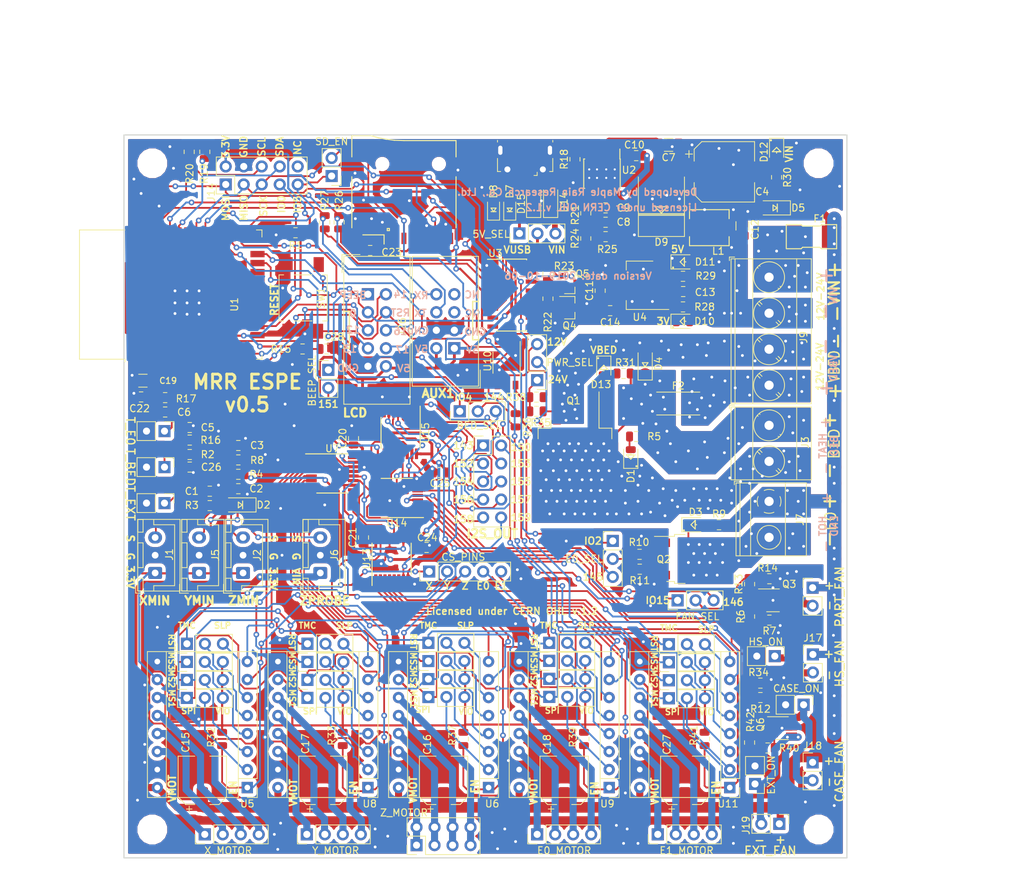
<source format=kicad_pcb>
(kicad_pcb (version 20171130) (host pcbnew 5.0.2-bee76a0~70~ubuntu18.04.1)
  (title_block (title "MRR ESPE") (date 2019-10-06) (rev v0.5))
  (layers (0 F.Cu signal) (31 B.Cu signal) (34 B.Paste user) (35 F.Paste user) (36 B.SilkS user) (37 F.SilkS user) (38 B.Mask user) (39 F.Mask user) (44 Edge.Cuts user))
  (net 0 "")
  (net 1 GND)
  (net 2 X_MIN)
  (net 3 Z_MIN)
  (net 4 Y_MIN)
  (net 5 VIN)
  (net 6 TEMP_BED_PIN)
  (net 7 TEMP_E0_PIN)
  (net 8 "Net-(C8-Pad1)")
  (net 9 COMP)
  (net 10 "Net-(C10-Pad2)")
  (net 11 "Net-(C10-Pad1)")
  (net 12 +3V3)
  (net 13 5V1)
  (net 14 +5V)
  (net 15 "Net-(D1-Pad2)")
  (net 16 "Net-(D1-Pad1)")
  (net 17 "Net-(D2-Pad1)")
  (net 18 "Net-(D3-Pad2)")
  (net 19 "Net-(D3-Pad1)")
  (net 20 VBED)
  (net 21 "Net-(D10-Pad2)")
  (net 22 "Net-(D11-Pad2)")
  (net 23 "Net-(D12-Pad2)")
  (net 24 "Net-(D13-Pad2)")
  (net 25 "Net-(F1-Pad2)")
  (net 26 "Net-(F2-Pad2)")
  (net 27 SS)
  (net 28 MISO)
  (net 29 SCK)
  (net 30 MOSI)
  (net 31 SCL)
  (net 32 SDA)
  (net 33 VUSB)
  (net 34 "Net-(J21-Pad4)")
  (net 35 "Net-(J21-Pad3)")
  (net 36 "Net-(J21-Pad2)")
  (net 37 "Net-(J21-Pad1)")
  (net 38 "Net-(J23-Pad4)")
  (net 39 "Net-(J23-Pad3)")
  (net 40 "Net-(J23-Pad2)")
  (net 41 "Net-(J23-Pad1)")
  (net 42 "Net-(J24-Pad1)")
  (net 43 "Net-(J24-Pad2)")
  (net 44 "Net-(J24-Pad3)")
  (net 45 "Net-(J24-Pad4)")
  (net 46 X_MS1)
  (net 47 Y_MS1)
  (net 48 Z_MS1)
  (net 49 E0_MS1)
  (net 50 X_MS2)
  (net 51 Y_MS2)
  (net 52 Z_MS2)
  (net 53 E0_MS2)
  (net 54 X_MS3)
  (net 55 Y_MS3)
  (net 56 Z_MS3)
  (net 57 E0_MS3)
  (net 58 X_SLP)
  (net 59 X_RST)
  (net 60 Y_SLP)
  (net 61 Y_RST)
  (net 62 Z_RST)
  (net 63 Z_SLP)
  (net 64 E0_SLP)
  (net 65 E0_RST)
  (net 66 "Net-(Q2-Pad1)")
  (net 67 "Net-(Q3-Pad1)")
  (net 68 "Net-(Q4-Pad1)")
  (net 69 RTS)
  (net 70 EN)
  (net 71 DTR)
  (net 72 "Net-(Q5-Pad1)")
  (net 73 "Net-(R18-Pad2)")
  (net 74 FB)
  (net 75 "Net-(R26-Pad2)")
  (net 76 "Net-(R27-Pad2)")
  (net 77 /D-)
  (net 78 /D+)
  (net 79 UART+)
  (net 80 UART-)
  (net 81 TO_HEATER_BED)
  (net 82 TO_HEATER_E0)
  (net 83 TO_FAN_E0)
  (net 84 GNDD)
  (net 85 "Net-(R36-Pad2)")
  (net 86 I2S_DATA)
  (net 87 I2S_BCK)
  (net 88 I2S_WS)
  (net 89 LCD_PINS_D4)
  (net 90 IO34)
  (net 91 BTN_EN1)
  (net 92 BTN_EN2)
  (net 93 LCD_PINS_RS)
  (net 94 X_CS)
  (net 95 Y_CS)
  (net 96 Z_CS)
  (net 97 E0_CS)
  (net 98 Q140)
  (net 99 Q141)
  (net 100 Q142)
  (net 101 Q143)
  (net 102 Q130)
  (net 103 Q129)
  (net 104 Q128)
  (net 105 Q136)
  (net 106 Q135)
  (net 107 Q134)
  (net 108 "Net-(U13-Pad14)")
  (net 109 Q133)
  (net 110 Q132)
  (net 111 Q131)
  (net 112 Q139)
  (net 113 Q138)
  (net 114 Q137)
  (net 115 BED_EXT_IN)
  (net 116 Q144)
  (net 117 Q145)
  (net 118 Q146)
  (net 119 Q147)
  (net 120 Q148)
  (net 121 Q149)
  (net 122 BTN_ENC)
  (net 123 LCD_PINS_EN)
  (net 124 "Net-(U13-Pad9)")
  (net 125 Z_2B)
  (net 126 Z_2A)
  (net 127 Z_1B)
  (net 128 Z_1A)
  (net 129 "Net-(J10-Pad2)")
  (net 130 Q151)
  (net 131 Q152)
  (net 132 Q153)
  (net 133 Q154)
  (net 134 Q155)
  (net 135 Q156)
  (net 136 Q157)
  (net 137 Q158)
  (net 138 Q159)
  (net 139 "Net-(J17-Pad2)")
  (net 140 "Net-(J18-Pad2)")
  (net 141 "Net-(J19-Pad2)")
  (net 142 E1_CS)
  (net 143 "Net-(J25-Pad1)")
  (net 144 "Net-(J25-Pad2)")
  (net 145 "Net-(J25-Pad3)")
  (net 146 "Net-(J25-Pad4)")
  (net 147 BEEPER_PIN)
  (net 148 Q150)
  (net 149 HEATER_BED)
  (net 150 PART_FAN)
  (net 151 HEATER_E0)
  (net 152 E1_MS1)
  (net 153 E1_MS2)
  (net 154 E1_MS3)
  (net 155 E1_RST)
  (net 156 E1_SLP)
  (net 157 "Net-(Q3-Pad3)")
  (net 158 "Net-(Q6-Pad1)")
  (net 159 "Net-(Q6-Pad3)")
  (net 160 "Net-(U14-Pad9)")
  (net 161 IO5)
  (net 162 "Net-(JP30-Pad1)")
  (net 163 "Net-(JP30-Pad3)")
  (net 164 "Net-(D14-Pad1)")
  (net 165 "Net-(D15-Pad1)")
  (module Capacitor_SMD:C_0805_2012Metric (layer F.Cu) (at 108.6 64.8 180)
    (fp_text reference C14 (at 0 -1.65 180) (layer F.SilkS))
    (fp_text value 10uF16V)
    (pad 2 smd roundrect (at 0.9375 0 180) (size 0.975 1.4) (layers F.Cu F.Paste F.Mask) (net 1 GND))
    (pad 1 smd roundrect (at -0.9375 0 180) (size 0.975 1.4) (layers F.Cu F.Paste F.Mask) (net 12 +3V3))
  )
  (module Capacitor_SMD:C_0805_2012Metric (layer F.Cu) (at 118.9 62.1)
    (fp_text reference C13 (at 3.1 0.1) (layer F.SilkS))
    (fp_text value 10uF16V)
    (pad 2 smd roundrect (at 0.9375 0) (size 0.975 1.4) (layers F.Cu F.Paste F.Mask) (net 1 GND))
    (pad 1 smd roundrect (at -0.9375 0) (size 0.975 1.4) (layers F.Cu F.Paste F.Mask) (net 14 +5V))
  )
  (module projfp:Littelfuse_456 (layer F.Cu) (at 118.2 77.9)
    (fp_text reference F2 (at 0 -2.5) (layer F.SilkS))
    (fp_text value "30A 3912")
    (pad 2 smd roundrect (at 3.25 0) (size 4 3.75) (layers F.Cu F.Paste F.Mask) (roundrect_rratio 0.125) (net 26 "Net-(F2-Pad2)"))
    (pad 1 smd roundrect (at -3.25 0) (size 4 3.75) (layers F.Cu F.Paste F.Mask) (roundrect_rratio 0.125) (net 20 VBED))
  )
  (module Capacitor_SMD:C_0805_2012Metric (layer F.Cu) (at 112.268 42.926 180)
    (fp_text reference C10 (at 0.254 1.524 180) (layer F.SilkS))
    (fp_text value 100nF50V)
    (pad 1 smd roundrect (at -0.9375 0 180) (size 0.975 1.4) (layers F.Cu F.Paste F.Mask) (net 11 "Net-(C10-Pad1)"))
    (pad 2 smd roundrect (at 0.9375 0 180) (size 0.975 1.4) (layers F.Cu F.Paste F.Mask) (net 10 "Net-(C10-Pad2)"))
  )
  (module Connector_PinHeader_2.54mm:PinHeader_2x05_P2.54mm_Vertical (layer F.Cu) (at 90.678 83.82)
    (fp_text reference J11)
    (fp_text value UNUSED)
    (pad 10 thru_hole oval (at 2.54 10.16) (size 1.7 1.7) (drill 1) (layers *.Cu *.Mask) (net 138 Q159))
    (pad 9 thru_hole oval (at 0 10.16) (size 1.7 1.7) (drill 1) (layers *.Cu *.Mask) (net 137 Q158))
    (pad 8 thru_hole oval (at 2.54 7.62) (size 1.7 1.7) (drill 1) (layers *.Cu *.Mask) (net 136 Q157))
    (pad 7 thru_hole oval (at 0 7.62) (size 1.7 1.7) (drill 1) (layers *.Cu *.Mask) (net 135 Q156))
    (pad 6 thru_hole oval (at 2.54 5.08) (size 1.7 1.7) (drill 1) (layers *.Cu *.Mask) (net 134 Q155))
    (pad 5 thru_hole oval (at 0 5.08) (size 1.7 1.7) (drill 1) (layers *.Cu *.Mask) (net 133 Q154))
    (pad 4 thru_hole oval (at 2.54 2.54) (size 1.7 1.7) (drill 1) (layers *.Cu *.Mask) (net 132 Q153))
    (pad 3 thru_hole oval (at 0 2.54) (size 1.7 1.7) (drill 1) (layers *.Cu *.Mask) (net 131 Q152))
    (pad 2 thru_hole oval (at 2.54 0) (size 1.7 1.7) (drill 1) (layers *.Cu *.Mask) (net 148 Q150))
    (pad 1 thru_hole rect (at 0 0) (size 1.7 1.7) (drill 1) (layers *.Cu *.Mask) (net 101 Q143))
  )
  (module projfp:6x6mmTactileSwitch (layer F.Cu) (at 65.278 62.992 90)
    (fp_text reference SW1 (at 0 2.54 90) (layer F.SilkS))
    (fp_text value RESET)
    (pad 2 smd rect (at -4.7 2.1 90) (size 2.1 1.45) (layers F.Cu F.Paste F.Mask) (net 70 EN))
    (pad 3 smd rect (at 4.7 2.2 90) (size 2.1 1.45) (layers F.Cu F.Paste F.Mask))
    (pad 1 smd rect (at 4.7 -2.2 90) (size 2.1 1.45) (layers F.Cu F.Paste F.Mask) (net 1 GND))
    (pad 1 smd rect (at -4.7 -2.2 90) (size 2.1 1.45) (layers F.Cu F.Paste F.Mask) (net 1 GND))
  )
  (module Connector_USB:USB_Micro-B_Molex-105017-0001 (layer F.Cu) (at 96.6 43.4 180)
    (fp_text reference J16 hide)
    (fp_text value USB_B_Micro)
    (pad 6 smd rect (at 1 1.2375 180) (size 1.5 1.9) (layers F.Cu F.Paste F.Mask) (net 1 GND))
    (pad 6 thru_hole circle (at -2.5 -1.4625 180) (size 1.45 1.45) (drill 0.85) (layers *.Cu *.Mask) (net 1 GND))
    (pad 2 smd rect (at -0.65 -1.4625 180) (size 0.4 1.35) (layers F.Cu F.Paste F.Mask) (net 77 /D-))
    (pad 1 smd rect (at -1.3 -1.4625 180) (size 0.4 1.35) (layers F.Cu F.Paste F.Mask) (net 33 VUSB))
    (pad 5 smd rect (at 1.3 -1.4625 180) (size 0.4 1.35) (layers F.Cu F.Paste F.Mask) (net 1 GND))
    (pad 4 smd rect (at 0.65 -1.4625 180) (size 0.4 1.35) (layers F.Cu F.Paste F.Mask))
    (pad 3 smd rect (at 0 -1.4625 180) (size 0.4 1.35) (layers F.Cu F.Paste F.Mask) (net 78 /D+))
    (pad 6 thru_hole circle (at 2.5 -1.4625 180) (size 1.45 1.45) (drill 0.85) (layers *.Cu *.Mask) (net 1 GND))
    (pad 6 smd rect (at -1 1.2375 180) (size 1.5 1.9) (layers F.Cu F.Paste F.Mask) (net 1 GND))
    (pad 6 thru_hole oval (at -3.5 1.2375) (size 1.2 1.9) (drill oval 0.6 1.3) (layers *.Cu *.Mask) (net 1 GND))
    (pad 6 thru_hole oval (at 3.5 1.2375 180) (size 1.2 1.9) (drill oval 0.6 1.3) (layers *.Cu *.Mask) (net 1 GND))
    (pad 6 smd rect (at 2.9 1.2375 180) (size 1.2 1.9) (layers F.Cu F.Mask) (net 1 GND))
    (pad 6 smd rect (at -2.9 1.2375 180) (size 1.2 1.9) (layers F.Cu F.Mask) (net 1 GND))
  )
  (module Connector_IDC:IDC-Header_2x04_P2.54mm_Vertical (layer F.Cu) (at 86.614 70.104 180)
    (fp_text reference J15 hide)
    (fp_text value AUX1)
    (pad 8 thru_hole oval (at 2.54 7.62 180) (size 1.7272 1.7272) (drill 1.016) (layers *.Cu *.Mask) (net 79 UART+))
    (pad 7 thru_hole oval (at 0 7.62 180) (size 1.7272 1.7272) (drill 1.016) (layers *.Cu *.Mask))
    (pad 6 thru_hole oval (at 2.54 5.08 180) (size 1.7272 1.7272) (drill 1.016) (layers *.Cu *.Mask) (net 80 UART-))
    (pad 5 thru_hole oval (at 0 5.08 180) (size 1.7272 1.7272) (drill 1.016) (layers *.Cu *.Mask))
    (pad 4 thru_hole oval (at 2.54 2.54 180) (size 1.7272 1.7272) (drill 1.016) (layers *.Cu *.Mask) (net 1 GND))
    (pad 3 thru_hole oval (at 0 2.54 180) (size 1.7272 1.7272) (drill 1.016) (layers *.Cu *.Mask) (net 1 GND))
    (pad 2 thru_hole oval (at 2.54 0 180) (size 1.7272 1.7272) (drill 1.016) (layers *.Cu *.Mask) (net 14 +5V))
    (pad 1 thru_hole rect (at 0 0 180) (size 1.7272 1.7272) (drill 1.016) (layers *.Cu *.Mask) (net 14 +5V))
  )
  (module Capacitor_SMD:C_0805_2012Metric (layer F.Cu) (at 52.108 90.27 180)
    (fp_text reference C1 (at 2.54 0 180) (layer F.SilkS))
    (fp_text value 100nF16V)
    (pad 2 smd roundrect (at 0.9375 0 180) (size 0.975 1.4) (layers F.Cu F.Paste F.Mask) (net 2 X_MIN))
    (pad 1 smd roundrect (at -0.9375 0 180) (size 0.975 1.4) (layers F.Cu F.Paste F.Mask) (net 1 GND))
  )
  (module Capacitor_SMD:C_0805_2012Metric (layer F.Cu) (at 56.134 89.916 180)
    (fp_text reference C2 (at -2.54 0) (layer F.SilkS))
    (fp_text value 100nF16V)
    (pad 2 smd roundrect (at 0.9375 0 180) (size 0.975 1.4) (layers F.Cu F.Paste F.Mask) (net 3 Z_MIN))
    (pad 1 smd roundrect (at -0.9375 0 180) (size 0.975 1.4) (layers F.Cu F.Paste F.Mask) (net 1 GND))
  )
  (module Capacitor_SMD:C_0805_2012Metric (layer F.Cu) (at 56.134 83.82 180)
    (fp_text reference C3 (at -2.642851 0.016943) (layer F.SilkS))
    (fp_text value 100nF16V)
    (pad 2 smd roundrect (at 0.9375 0 180) (size 0.975 1.4) (layers F.Cu F.Paste F.Mask) (net 4 Y_MIN))
    (pad 1 smd roundrect (at -0.9375 0 180) (size 0.975 1.4) (layers F.Cu F.Paste F.Mask) (net 1 GND))
  )
  (module Capacitor_SMD:CP_Elec_8x10 (layer F.Cu) (at 124.714 45.212)
    (fp_text reference C4 (at 5.334 2.794) (layer F.SilkS))
    (fp_text value 100uF50V)
    (pad 2 smd roundrect (at 3.25 0) (size 3.5 2.5) (layers F.Cu F.Paste F.Mask) (roundrect_rratio 0.1) (net 1 GND))
    (pad 1 smd roundrect (at -3.25 0) (size 3.5 2.5) (layers F.Cu F.Paste F.Mask) (roundrect_rratio 0.1) (net 5 VIN))
  )
  (module Capacitor_SMD:C_0805_2012Metric (layer F.Cu) (at 49.276 81.28 180)
    (fp_text reference C5 (at -2.54 0 180) (layer F.SilkS))
    (fp_text value 22uF6.3V)
    (pad 2 smd roundrect (at 0.9375 0 180) (size 0.975 1.4) (layers F.Cu F.Paste F.Mask) (net 6 TEMP_BED_PIN))
    (pad 1 smd roundrect (at -0.9375 0 180) (size 0.975 1.4) (layers F.Cu F.Paste F.Mask) (net 1 GND))
  )
  (module Capacitor_SMD:C_0805_2012Metric (layer F.Cu) (at 45.809 79.092)
    (fp_text reference C6 (at 2.675 0.025) (layer F.SilkS))
    (fp_text value 22uF6.3V)
    (pad 2 smd roundrect (at 0.9375 0) (size 0.975 1.4) (layers F.Cu F.Paste F.Mask) (net 7 TEMP_E0_PIN))
    (pad 1 smd roundrect (at -0.9375 0) (size 0.975 1.4) (layers F.Cu F.Paste F.Mask) (net 1 GND))
  )
  (module Capacitor_SMD:C_1206_3216Metric (layer F.Cu) (at 116.84 41.402 180)
    (fp_text reference C7 (at 0 -1.778 180) (layer F.SilkS))
    (fp_text value 4.7uF50V)
    (pad 2 smd roundrect (at 1.4 0 180) (size 1.25 1.75) (layers F.Cu F.Paste F.Mask) (roundrect_rratio 0.2) (net 5 VIN))
    (pad 1 smd roundrect (at -1.4 0 180) (size 1.25 1.75) (layers F.Cu F.Paste F.Mask) (roundrect_rratio 0.2) (net 1 GND))
  )
  (module Capacitor_SMD:C_0805_2012Metric (layer F.Cu) (at 107.95 52.324)
    (fp_text reference C8 (at 2.54 -0.03) (layer F.SilkS))
    (fp_text value 820pF50V)
    (pad 2 smd roundrect (at 0.9375 0) (size 0.975 1.4) (layers F.Cu F.Paste F.Mask) (net 1 GND))
    (pad 1 smd roundrect (at -0.9375 0) (size 0.975 1.4) (layers F.Cu F.Paste F.Mask) (net 8 "Net-(C8-Pad1)"))
  )
  (module Capacitor_SMD:C_0805_2012Metric (layer F.Cu) (at 107.95 50.292)
    (fp_text reference C9 (at 2.54 0) (layer F.SilkS))
    (fp_text value 56pF50V)
    (pad 2 smd roundrect (at 0.9375 0) (size 0.975 1.4) (layers F.Cu F.Paste F.Mask) (net 1 GND))
    (pad 1 smd roundrect (at -0.9375 0) (size 0.975 1.4) (layers F.Cu F.Paste F.Mask) (net 9 COMP))
  )
  (module Capacitor_SMD:C_0805_2012Metric (layer F.Cu) (at 107.188 61.976 90)
    (fp_text reference C11 (at 0 -1.524 90) (layer F.SilkS))
    (fp_text value 1nF16V)
    (pad 2 smd roundrect (at 0.9375 0 90) (size 0.975 1.4) (layers F.Cu F.Paste F.Mask) (net 12 +3V3))
    (pad 1 smd roundrect (at -0.9375 0 90) (size 0.975 1.4) (layers F.Cu F.Paste F.Mask) (net 1 GND))
  )
  (module Capacitor_SMD:C_1206_3216Metric (layer F.Cu) (at 127.254 52.832 270)
    (fp_text reference C12 (at 0.508 -1.778 270) (layer F.SilkS))
    (fp_text value 47uF16V)
    (pad 2 smd roundrect (at 1.4 0 270) (size 1.25 1.75) (layers F.Cu F.Paste F.Mask) (roundrect_rratio 0.2) (net 13 5V1))
    (pad 1 smd roundrect (at -1.4 0 270) (size 1.25 1.75) (layers F.Cu F.Paste F.Mask) (roundrect_rratio 0.2) (net 1 GND))
  )
  (module Capacitor_SMD:CP_Elec_6.3x7.7 (layer F.Cu) (at 51.054 131.064 90)
    (fp_text reference C15 (at 5.364 -2.354 90) (layer F.SilkS))
    (fp_text value 100uF35V)
    (pad 2 smd roundrect (at 2.7 0 90) (size 3.5 1.6) (layers F.Cu F.Paste F.Mask) (roundrect_rratio 0.15625) (net 1 GND))
    (pad 1 smd roundrect (at -2.7 0 90) (size 3.5 1.6) (layers F.Cu F.Paste F.Mask) (roundrect_rratio 0.15625) (net 5 VIN))
  )
  (module Capacitor_SMD:CP_Elec_6.3x7.7 (layer F.Cu) (at 85.09 131.064 90)
    (fp_text reference C16 (at 5.064 -2.29 90) (layer F.SilkS))
    (fp_text value 100uF35V)
    (pad 2 smd roundrect (at 2.7 0 90) (size 3.5 1.6) (layers F.Cu F.Paste F.Mask) (roundrect_rratio 0.15625) (net 1 GND))
    (pad 1 smd roundrect (at -2.7 0 90) (size 3.5 1.6) (layers F.Cu F.Paste F.Mask) (roundrect_rratio 0.15625) (net 5 VIN))
  )
  (module Capacitor_SMD:CP_Elec_6.3x7.7 (layer F.Cu) (at 68.072 131.064 90)
    (fp_text reference C17 (at 5.164 -2.472 90) (layer F.SilkS))
    (fp_text value 100uF35V)
    (pad 2 smd roundrect (at 2.7 0 90) (size 3.5 1.6) (layers F.Cu F.Paste F.Mask) (roundrect_rratio 0.15625) (net 1 GND))
    (pad 1 smd roundrect (at -2.7 0 90) (size 3.5 1.6) (layers F.Cu F.Paste F.Mask) (roundrect_rratio 0.15625) (net 5 VIN))
  )
  (module Capacitor_SMD:CP_Elec_6.3x7.7 (layer F.Cu) (at 102.108 131.064 90)
    (fp_text reference C18 (at 5.064 -2.408 90) (layer F.SilkS))
    (fp_text value 100uF35V)
    (pad 2 smd roundrect (at 2.7 0 90) (size 3.5 1.6) (layers F.Cu F.Paste F.Mask) (roundrect_rratio 0.15625) (net 1 GND))
    (pad 1 smd roundrect (at -2.7 0 90) (size 3.5 1.6) (layers F.Cu F.Paste F.Mask) (roundrect_rratio 0.15625) (net 5 VIN))
  )
  (module MountingHole:MountingHole_3.2mm_M3_DIN965 (layer F.Cu) (at 44 44)
    (fp_text reference H1 hide)
    (fp_text value MountingHole)
    (pad 1 np_thru_hole circle (at 0 0) (size 3.2 3.2) (drill 3.2) (layers *.Cu *.Mask))
  )
  (module MountingHole:MountingHole_3.2mm_M3_DIN965 (layer F.Cu) (at 44 138)
    (fp_text reference H2 hide)
    (fp_text value MountingHole)
    (pad 1 np_thru_hole circle (at 0 0) (size 3.2 3.2) (drill 3.2) (layers *.Cu *.Mask))
  )
  (module MountingHole:MountingHole_3.2mm_M3_DIN965 (layer F.Cu) (at 138 138)
    (fp_text reference H3 hide)
    (fp_text value MountingHole)
    (pad 1 np_thru_hole circle (at 0 0) (size 3.2 3.2) (drill 3.2) (layers *.Cu *.Mask))
  )
  (module MountingHole:MountingHole_3.2mm_M3_DIN965 (layer F.Cu) (at 138 44)
    (fp_text reference H4 hide)
    (fp_text value MountingHole)
    (pad 1 np_thru_hole circle (at 0 0) (size 3.2 3.2) (drill 3.2) (layers *.Cu *.Mask))
  )
  (module TerminalBlock_Phoenix:TerminalBlock_Phoenix_MKDS-3-2-5.08_1x02_P5.08mm_Horizontal (layer F.Cu) (at 131.017 80.976 270)
    (fp_text reference J3 (at 2.425 -5.1 270) (layer F.SilkS))
    (fp_text value BED)
    (pad 2 thru_hole circle (at 5.08 0 270) (size 2.6 2.6) (drill 1.3) (layers *.Cu *.Mask) (net 16 "Net-(D1-Pad1)"))
    (pad 1 thru_hole rect (at 0 0 270) (size 2.6 2.6) (drill 1.3) (layers *.Cu *.Mask) (net 20 VBED))
  )
  (module TerminalBlock_Phoenix:TerminalBlock_Phoenix_MKDS-3-4-5.08_1x04_P5.08mm_Horizontal (layer F.Cu) (at 131.017 60.076 270)
    (fp_text reference J9 (at 8.475 -4.875 270) (layer F.SilkS))
    (fp_text value PWR_IN)
    (pad 4 thru_hole circle (at 15.24 0 270) (size 2.6 2.6) (drill 1.3) (layers *.Cu *.Mask) (net 26 "Net-(F2-Pad2)"))
    (pad 3 thru_hole circle (at 10.16 0 270) (size 2.6 2.6) (drill 1.3) (layers *.Cu *.Mask) (net 84 GNDD))
    (pad 2 thru_hole circle (at 5.08 0 270) (size 2.6 2.6) (drill 1.3) (layers *.Cu *.Mask) (net 1 GND))
    (pad 1 thru_hole rect (at 0 0 270) (size 2.6 2.6) (drill 1.3) (layers *.Cu *.Mask) (net 25 "Net-(F1-Pad2)"))
  )
  (module Connector_PinHeader_2.54mm:PinHeader_1x02_P2.54mm_Vertical (layer F.Cu) (at 137.16 103.886)
    (fp_text reference J10 hide)
    (fp_text value PART_FAN)
    (pad 1 thru_hole rect (at 0 0) (size 1.7 1.7) (drill 1) (layers *.Cu *.Mask) (net 5 VIN))
    (pad 2 thru_hole oval (at 0 2.54) (size 1.7 1.7) (drill 1) (layers *.Cu *.Mask) (net 129 "Net-(J10-Pad2)"))
  )
  (module Connector_PinHeader_2.54mm:PinHeader_1x04_P2.54mm_Vertical (layer F.Cu) (at 51.4 138.684 90)
    (fp_text reference J21 hide)
    (fp_text value X_MOTOR (at -2.286 3.302 -180) (layer F.SilkS))
    (pad 4 thru_hole oval (at 0 7.62 90) (size 1.7 1.7) (drill 1) (layers *.Cu *.Mask) (net 34 "Net-(J21-Pad4)"))
    (pad 3 thru_hole oval (at 0 5.08 90) (size 1.7 1.7) (drill 1) (layers *.Cu *.Mask) (net 35 "Net-(J21-Pad3)"))
    (pad 2 thru_hole oval (at 0 2.54 90) (size 1.7 1.7) (drill 1) (layers *.Cu *.Mask) (net 36 "Net-(J21-Pad2)"))
    (pad 1 thru_hole rect (at 0 0 90) (size 1.7 1.7) (drill 1) (layers *.Cu *.Mask) (net 37 "Net-(J21-Pad1)"))
  )
  (module Connector_PinHeader_2.54mm:PinHeader_1x04_P2.54mm_Vertical (layer F.Cu) (at 65.8 138.684 90)
    (fp_text reference J23 hide)
    (fp_text value Y_MOTOR (at -2.286 4.064 -180) (layer F.SilkS))
    (pad 4 thru_hole oval (at 0 7.62 90) (size 1.7 1.7) (drill 1) (layers *.Cu *.Mask) (net 38 "Net-(J23-Pad4)"))
    (pad 3 thru_hole oval (at 0 5.08 90) (size 1.7 1.7) (drill 1) (layers *.Cu *.Mask) (net 39 "Net-(J23-Pad3)"))
    (pad 2 thru_hole oval (at 0 2.54 90) (size 1.7 1.7) (drill 1) (layers *.Cu *.Mask) (net 40 "Net-(J23-Pad2)"))
    (pad 1 thru_hole rect (at 0 0 90) (size 1.7 1.7) (drill 1) (layers *.Cu *.Mask) (net 41 "Net-(J23-Pad1)"))
  )
  (module Connector_PinHeader_2.54mm:PinHeader_1x04_P2.54mm_Vertical (layer F.Cu) (at 98.298 138.684 90)
    (fp_text reference J24 hide)
    (fp_text value E0_MOTOR (at -2.286 3.81 -180) (layer F.SilkS))
    (pad 4 thru_hole oval (at 0 7.62 90) (size 1.7 1.7) (drill 1) (layers *.Cu *.Mask) (net 45 "Net-(J24-Pad4)"))
    (pad 3 thru_hole oval (at 0 5.08 90) (size 1.7 1.7) (drill 1) (layers *.Cu *.Mask) (net 44 "Net-(J24-Pad3)"))
    (pad 2 thru_hole oval (at 0 2.54 90) (size 1.7 1.7) (drill 1) (layers *.Cu *.Mask) (net 43 "Net-(J24-Pad2)"))
    (pad 1 thru_hole rect (at 0 0 90) (size 1.7 1.7) (drill 1) (layers *.Cu *.Mask) (net 42 "Net-(J24-Pad1)"))
  )
  (module Connector_PinHeader_2.54mm:PinHeader_1x03_P2.54mm_Vertical (layer F.Cu) (at 48.872497 119.435353 90)
    (fp_text reference JP1 hide)
    (fp_text value X_MS1)
    (pad 3 thru_hole oval (at 0 5.08 90) (size 1.7 1.7) (drill 1) (layers *.Cu *.Mask) (net 12 +3V3))
    (pad 2 thru_hole oval (at 0 2.54 90) (size 1.7 1.7) (drill 1) (layers *.Cu *.Mask) (net 46 X_MS1))
    (pad 1 thru_hole rect (at 0 0 90) (size 1.7 1.7) (drill 1) (layers *.Cu *.Mask) (net 30 MOSI))
  )
  (module Connector_PinHeader_2.54mm:PinHeader_1x03_P2.54mm_Vertical (layer F.Cu) (at 65.887289 119.432248 90)
    (fp_text reference JP2 hide)
    (fp_text value Y_MS1)
    (pad 3 thru_hole oval (at 0 5.08 90) (size 1.7 1.7) (drill 1) (layers *.Cu *.Mask) (net 12 +3V3))
    (pad 2 thru_hole oval (at 0 2.54 90) (size 1.7 1.7) (drill 1) (layers *.Cu *.Mask) (net 47 Y_MS1))
    (pad 1 thru_hole rect (at 0 0 90) (size 1.7 1.7) (drill 1) (layers *.Cu *.Mask) (net 30 MOSI))
  )
  (module Connector_PinHeader_2.54mm:PinHeader_1x03_P2.54mm_Vertical (layer F.Cu) (at 82.95289 119.309218 90)
    (fp_text reference JP3 hide)
    (fp_text value Z_MS1)
    (pad 3 thru_hole oval (at 0 5.08 90) (size 1.7 1.7) (drill 1) (layers *.Cu *.Mask) (net 12 +3V3))
    (pad 2 thru_hole oval (at 0 2.54 90) (size 1.7 1.7) (drill 1) (layers *.Cu *.Mask) (net 48 Z_MS1))
    (pad 1 thru_hole rect (at 0 0 90) (size 1.7 1.7) (drill 1) (layers *.Cu *.Mask) (net 30 MOSI))
  )
  (module Connector_PinHeader_2.54mm:PinHeader_1x03_P2.54mm_Vertical (layer F.Cu) (at 100.009499 119.287981 90)
    (fp_text reference JP4 hide)
    (fp_text value E0_MS1)
    (pad 3 thru_hole oval (at 0 5.08 90) (size 1.7 1.7) (drill 1) (layers *.Cu *.Mask) (net 12 +3V3))
    (pad 2 thru_hole oval (at 0 2.54 90) (size 1.7 1.7) (drill 1) (layers *.Cu *.Mask) (net 49 E0_MS1))
    (pad 1 thru_hole rect (at 0 0 90) (size 1.7 1.7) (drill 1) (layers *.Cu *.Mask) (net 30 MOSI))
  )
  (module Connector_PinHeader_2.54mm:PinHeader_1x03_P2.54mm_Vertical (layer F.Cu) (at 48.872497 116.895353 90)
    (fp_text reference JP5 hide)
    (fp_text value X_MS2)
    (pad 3 thru_hole oval (at 0 5.08 90) (size 1.7 1.7) (drill 1) (layers *.Cu *.Mask) (net 12 +3V3))
    (pad 2 thru_hole oval (at 0 2.54 90) (size 1.7 1.7) (drill 1) (layers *.Cu *.Mask) (net 50 X_MS2))
    (pad 1 thru_hole rect (at 0 0 90) (size 1.7 1.7) (drill 1) (layers *.Cu *.Mask) (net 29 SCK))
  )
  (module Connector_PinHeader_2.54mm:PinHeader_1x03_P2.54mm_Vertical (layer F.Cu) (at 65.887289 116.892248 90)
    (fp_text reference JP6 hide)
    (fp_text value Y_MS2)
    (pad 3 thru_hole oval (at 0 5.08 90) (size 1.7 1.7) (drill 1) (layers *.Cu *.Mask) (net 12 +3V3))
    (pad 2 thru_hole oval (at 0 2.54 90) (size 1.7 1.7) (drill 1) (layers *.Cu *.Mask) (net 51 Y_MS2))
    (pad 1 thru_hole rect (at 0 0 90) (size 1.7 1.7) (drill 1) (layers *.Cu *.Mask) (net 29 SCK))
  )
  (module Connector_PinHeader_2.54mm:PinHeader_1x03_P2.54mm_Vertical (layer F.Cu) (at 82.95289 116.769218 90)
    (fp_text reference JP7 hide)
    (fp_text value Z_MS2)
    (pad 3 thru_hole oval (at 0 5.08 90) (size 1.7 1.7) (drill 1) (layers *.Cu *.Mask) (net 12 +3V3))
    (pad 2 thru_hole oval (at 0 2.54 90) (size 1.7 1.7) (drill 1) (layers *.Cu *.Mask) (net 52 Z_MS2))
    (pad 1 thru_hole rect (at 0 0 90) (size 1.7 1.7) (drill 1) (layers *.Cu *.Mask) (net 29 SCK))
  )
  (module Connector_PinHeader_2.54mm:PinHeader_1x03_P2.54mm_Vertical (layer F.Cu) (at 100.009499 116.741981 90)
    (fp_text reference JP8 hide)
    (fp_text value E0_MS2)
    (pad 3 thru_hole oval (at 0 5.08 90) (size 1.7 1.7) (drill 1) (layers *.Cu *.Mask) (net 12 +3V3))
    (pad 2 thru_hole oval (at 0 2.54 90) (size 1.7 1.7) (drill 1) (layers *.Cu *.Mask) (net 53 E0_MS2))
    (pad 1 thru_hole rect (at 0 0 90) (size 1.7 1.7) (drill 1) (layers *.Cu *.Mask) (net 29 SCK))
  )
  (module Connector_PinHeader_2.54mm:PinHeader_1x03_P2.54mm_Vertical (layer F.Cu) (at 48.872497 114.355353 90)
    (fp_text reference JP9 hide)
    (fp_text value X_MS3)
    (pad 3 thru_hole oval (at 0 5.08 90) (size 1.7 1.7) (drill 1) (layers *.Cu *.Mask) (net 12 +3V3))
    (pad 2 thru_hole oval (at 0 2.54 90) (size 1.7 1.7) (drill 1) (layers *.Cu *.Mask) (net 54 X_MS3))
    (pad 1 thru_hole rect (at 0 0 90) (size 1.7 1.7) (drill 1) (layers *.Cu *.Mask) (net 94 X_CS))
  )
  (module Connector_PinHeader_2.54mm:PinHeader_1x03_P2.54mm_Vertical (layer F.Cu) (at 65.887289 114.352248 90)
    (fp_text reference JP10 hide)
    (fp_text value Y_MS3)
    (pad 3 thru_hole oval (at 0 5.08 90) (size 1.7 1.7) (drill 1) (layers *.Cu *.Mask) (net 12 +3V3))
    (pad 2 thru_hole oval (at 0 2.54 90) (size 1.7 1.7) (drill 1) (layers *.Cu *.Mask) (net 55 Y_MS3))
    (pad 1 thru_hole rect (at 0 0 90) (size 1.7 1.7) (drill 1) (layers *.Cu *.Mask) (net 95 Y_CS))
  )
  (module Connector_PinHeader_2.54mm:PinHeader_1x03_P2.54mm_Vertical (layer F.Cu) (at 82.95289 114.229218 90)
    (fp_text reference JP11 hide)
    (fp_text value Z_MS3)
    (pad 3 thru_hole oval (at 0 5.08 90) (size 1.7 1.7) (drill 1) (layers *.Cu *.Mask) (net 12 +3V3))
    (pad 2 thru_hole oval (at 0 2.54 90) (size 1.7 1.7) (drill 1) (layers *.Cu *.Mask) (net 56 Z_MS3))
    (pad 1 thru_hole rect (at 0 0 90) (size 1.7 1.7) (drill 1) (layers *.Cu *.Mask) (net 96 Z_CS))
  )
  (module Connector_PinHeader_2.54mm:PinHeader_1x03_P2.54mm_Vertical (layer F.Cu) (at 99.997499 114.201981 90)
    (fp_text reference JP12 hide)
    (fp_text value E0_MS3)
    (pad 3 thru_hole oval (at 0 5.08 90) (size 1.7 1.7) (drill 1) (layers *.Cu *.Mask) (net 12 +3V3))
    (pad 2 thru_hole oval (at 0 2.54 90) (size 1.7 1.7) (drill 1) (layers *.Cu *.Mask) (net 57 E0_MS3))
    (pad 1 thru_hole rect (at 0 0 90) (size 1.7 1.7) (drill 1) (layers *.Cu *.Mask) (net 97 E0_CS))
  )
  (module Connector_PinHeader_2.54mm:PinHeader_1x03_P2.54mm_Vertical (layer F.Cu) (at 48.880497 111.790353 90)
    (fp_text reference JP13 hide)
    (fp_text value X_RST)
    (pad 3 thru_hole oval (at 0 5.08 90) (size 1.7 1.7) (drill 1) (layers *.Cu *.Mask) (net 58 X_SLP))
    (pad 2 thru_hole oval (at 0 2.54 90) (size 1.7 1.7) (drill 1) (layers *.Cu *.Mask) (net 59 X_RST))
    (pad 1 thru_hole rect (at 0 0 90) (size 1.7 1.7) (drill 1) (layers *.Cu *.Mask) (net 28 MISO))
  )
  (module Connector_PinHeader_2.54mm:PinHeader_1x03_P2.54mm_Vertical (layer F.Cu) (at 65.887289 111.787248 90)
    (fp_text reference JP14 hide)
    (fp_text value Y_RST)
    (pad 3 thru_hole oval (at 0 5.08 90) (size 1.7 1.7) (drill 1) (layers *.Cu *.Mask) (net 60 Y_SLP))
    (pad 2 thru_hole oval (at 0 2.54 90) (size 1.7 1.7) (drill 1) (layers *.Cu *.Mask) (net 61 Y_RST))
    (pad 1 thru_hole rect (at 0 0 90) (size 1.7 1.7) (drill 1) (layers *.Cu *.Mask) (net 28 MISO))
  )
  (module Connector_PinHeader_2.54mm:PinHeader_1x03_P2.54mm_Vertical (layer F.Cu) (at 82.95289 111.664218 90)
    (fp_text reference JP15 hide)
    (fp_text value Z_RST)
    (pad 3 thru_hole oval (at 0 5.08 90) (size 1.7 1.7) (drill 1) (layers *.Cu *.Mask) (net 63 Z_SLP))
    (pad 2 thru_hole oval (at 0 2.54 90) (size 1.7 1.7) (drill 1) (layers *.Cu *.Mask) (net 62 Z_RST))
    (pad 1 thru_hole rect (at 0 0 90) (size 1.7 1.7) (drill 1) (layers *.Cu *.Mask) (net 28 MISO))
  )
  (module Connector_PinHeader_2.54mm:PinHeader_1x03_P2.54mm_Vertical (layer F.Cu) (at 99.997499 111.661981 90)
    (fp_text reference JP16 hide)
    (fp_text value E0_RST)
    (pad 3 thru_hole oval (at 0 5.08 90) (size 1.7 1.7) (drill 1) (layers *.Cu *.Mask) (net 64 E0_SLP))
    (pad 2 thru_hole oval (at 0 2.54 90) (size 1.7 1.7) (drill 1) (layers *.Cu *.Mask) (net 65 E0_RST))
    (pad 1 thru_hole rect (at 0 0 90) (size 1.7 1.7) (drill 1) (layers *.Cu *.Mask) (net 28 MISO))
  )
  (module Package_TO_SOT_SMD:TO-263-2 (layer F.Cu) (at 103.632 84.328 270)
    (fp_text reference Q1 (at -6.826 0.204) (layer F.SilkS))
    (fp_text value IRLS3034PBF)
    (pad 2 smd rect (at 3.375 0 270) (size 9.4 10.8) (layers F.Cu F.Mask) (net 16 "Net-(D1-Pad1)"))
    (pad 3 smd rect (at -5.775 2.54 270) (size 4.6 1.1) (layers F.Cu F.Paste F.Mask) (net 84 GNDD))
    (pad 1 smd rect (at -5.775 -2.54 270) (size 4.6 1.1) (layers F.Cu F.Paste F.Mask) (net 81 TO_HEATER_BED))
  )
  (module Package_TO_SOT_SMD:TO-252-2 (layer F.Cu) (at 120.142 99.822)
    (fp_text reference Q2 (at -3.987 0.058) (layer F.SilkS))
    (fp_text value IRLR8743TRPBF)
    (pad 2 smd rect (at 2.1 0) (size 6.4 5.8) (layers F.Cu F.Mask) (net 19 "Net-(D3-Pad1)"))
    (pad 3 smd rect (at -4.2 2.28) (size 2.2 1.2) (layers F.Cu F.Paste F.Mask) (net 1 GND))
    (pad 1 smd rect (at -4.2 -2.28) (size 2.2 1.2) (layers F.Cu F.Paste F.Mask) (net 66 "Net-(Q2-Pad1)"))
  )
  (module Package_TO_SOT_SMD:SOT-23 (layer F.Cu) (at 102.863378 64.374658)
    (fp_text reference Q4 (at 0 2.54) (layer F.SilkS))
    (fp_text value S9014)
    (pad 3 smd rect (at 1 0) (size 0.9 0.8) (layers F.Cu F.Paste F.Mask) (net 70 EN))
    (pad 2 smd rect (at -1 0.95) (size 0.9 0.8) (layers F.Cu F.Paste F.Mask) (net 69 RTS))
    (pad 1 smd rect (at -1 -0.95) (size 0.9 0.8) (layers F.Cu F.Paste F.Mask) (net 68 "Net-(Q4-Pad1)"))
  )
  (module Package_TO_SOT_SMD:SOT-23 (layer F.Cu) (at 102.863378 60.818658)
    (fp_text reference Q5 (at 1.836622 -1.218658) (layer F.SilkS))
    (fp_text value S9014)
    (pad 3 smd rect (at 1 0) (size 0.9 0.8) (layers F.Cu F.Paste F.Mask) (net 91 BTN_EN1))
    (pad 2 smd rect (at -1 0.95) (size 0.9 0.8) (layers F.Cu F.Paste F.Mask) (net 71 DTR))
    (pad 1 smd rect (at -1 -0.95) (size 0.9 0.8) (layers F.Cu F.Paste F.Mask) (net 72 "Net-(Q5-Pad1)"))
  )
  (module Resistor_SMD:R_0805_2012Metric (layer F.Cu) (at 64.2 53.8 180)
    (fp_text reference R1 (at 0 -1.778 180) (layer F.SilkS))
    (fp_text value 10K)
    (pad 2 smd roundrect (at 0.9375 0 180) (size 0.975 1.4) (layers F.Cu F.Paste F.Mask) (net 91 BTN_EN1))
    (pad 1 smd roundrect (at -0.9375 0 180) (size 0.975 1.4) (layers F.Cu F.Paste F.Mask) (net 12 +3V3))
  )
  (module Resistor_SMD:R_0805_2012Metric (layer F.Cu) (at 49.276 85.09)
    (fp_text reference R2 (at 2.54 0) (layer F.SilkS))
    (fp_text value 4.7K)
    (pad 2 smd roundrect (at 0.9375 0) (size 0.975 1.4) (layers F.Cu F.Paste F.Mask) (net 90 IO34))
    (pad 1 smd roundrect (at -0.9375 0) (size 0.975 1.4) (layers F.Cu F.Paste F.Mask) (net 12 +3V3))
  )
  (module Resistor_SMD:R_0805_2012Metric (layer F.Cu) (at 52.108 92.302)
    (fp_text reference R3 (at -2.54 -0.051057) (layer F.SilkS))
    (fp_text value 10K)
    (pad 2 smd roundrect (at 0.9375 0) (size 0.975 1.4) (layers F.Cu F.Paste F.Mask) (net 12 +3V3))
    (pad 1 smd roundrect (at -0.9375 0) (size 0.975 1.4) (layers F.Cu F.Paste F.Mask) (net 2 X_MIN))
  )
  (module Resistor_SMD:R_0805_2012Metric (layer F.Cu) (at 56.134 87.884)
    (fp_text reference R4 (at 2.54 0 180) (layer F.SilkS))
    (fp_text value 10K)
    (pad 2 smd roundrect (at 0.9375 0) (size 0.975 1.4) (layers F.Cu F.Paste F.Mask) (net 12 +3V3))
    (pad 1 smd roundrect (at -0.9375 0) (size 0.975 1.4) (layers F.Cu F.Paste F.Mask) (net 3 Z_MIN))
  )
  (module Resistor_SMD:R_0805_2012Metric (layer F.Cu) (at 112.268 82.55)
    (fp_text reference R5 (at 2.54 0) (layer F.SilkS))
    (fp_text value 2.2K)
    (pad 2 smd roundrect (at 0.9375 0) (size 0.975 1.4) (layers F.Cu F.Paste F.Mask) (net 20 VBED))
    (pad 1 smd roundrect (at -0.9375 0) (size 0.975 1.4) (layers F.Cu F.Paste F.Mask) (net 15 "Net-(D1-Pad2)"))
  )
  (module Resistor_SMD:R_0805_2012Metric (layer F.Cu) (at 56.134 85.852)
    (fp_text reference R8 (at 2.642851 0.051057 180) (layer F.SilkS))
    (fp_text value 10K)
    (pad 2 smd roundrect (at 0.9375 0) (size 0.975 1.4) (layers F.Cu F.Paste F.Mask) (net 12 +3V3))
    (pad 1 smd roundrect (at -0.9375 0) (size 0.975 1.4) (layers F.Cu F.Paste F.Mask) (net 4 Y_MIN))
  )
  (module Resistor_SMD:R_0805_2012Metric (layer F.Cu) (at 123.952 94.996)
    (fp_text reference R9 (at 0 -1.524) (layer F.SilkS))
    (fp_text value 2.2K)
    (pad 2 smd roundrect (at 0.9375 0) (size 0.975 1.4) (layers F.Cu F.Paste F.Mask) (net 5 VIN))
    (pad 1 smd roundrect (at -0.9375 0) (size 0.975 1.4) (layers F.Cu F.Paste F.Mask) (net 18 "Net-(D3-Pad2)"))
  )
  (module Resistor_SMD:R_0805_2012Metric (layer F.Cu) (at 112.743 99.171 180)
    (fp_text reference R10 (at 0.075 1.7 180) (layer F.SilkS))
    (fp_text value 10R)
    (pad 2 smd roundrect (at 0.9375 0 180) (size 0.975 1.4) (layers F.Cu F.Paste F.Mask) (net 82 TO_HEATER_E0))
    (pad 1 smd roundrect (at -0.9375 0 180) (size 0.975 1.4) (layers F.Cu F.Paste F.Mask) (net 66 "Net-(Q2-Pad1)"))
  )
  (module Resistor_SMD:R_0805_2012Metric (layer F.Cu) (at 112.768 101.271 180)
    (fp_text reference R11 (at -0.008 -1.599 180) (layer F.SilkS))
    (fp_text value 100K)
    (pad 2 smd roundrect (at 0.9375 0 180) (size 0.975 1.4) (layers F.Cu F.Paste F.Mask) (net 82 TO_HEATER_E0))
    (pad 1 smd roundrect (at -0.9375 0 180) (size 0.975 1.4) (layers F.Cu F.Paste F.Mask) (net 1 GND))
  )
  (module Resistor_SMD:R_0805_2012Metric (layer F.Cu) (at 129.794 119.38 180)
    (fp_text reference R12 (at -0.006 -1.62 180) (layer F.SilkS))
    (fp_text value 10R)
    (pad 1 smd roundrect (at -0.9375 0 180) (size 0.975 1.4) (layers F.Cu F.Paste F.Mask) (net 158 "Net-(Q6-Pad1)"))
    (pad 2 smd roundrect (at 0.9375 0 180) (size 0.975 1.4) (layers F.Cu F.Paste F.Mask) (net 119 Q147))
  )
  (module Resistor_SMD:R_0805_2012Metric (layer F.Cu) (at 128.27 103.378 90)
    (fp_text reference R13 (at 0 -1.524 90) (layer F.SilkS))
    (fp_text value 10R)
    (pad 2 smd roundrect (at 0.9375 0 90) (size 0.975 1.4) (layers F.Cu F.Paste F.Mask) (net 83 TO_FAN_E0))
    (pad 1 smd roundrect (at -0.9375 0 90) (size 0.975 1.4) (layers F.Cu F.Paste F.Mask) (net 67 "Net-(Q3-Pad1)"))
  )
  (module Resistor_SMD:R_0805_2012Metric (layer F.Cu) (at 131.064 102.616 180)
    (fp_text reference R14 (at 0.254 1.524 180) (layer F.SilkS))
    (fp_text value 100K)
    (pad 2 smd roundrect (at 0.9375 0 180) (size 0.975 1.4) (layers F.Cu F.Paste F.Mask) (net 83 TO_FAN_E0))
    (pad 1 smd roundrect (at -0.9375 0 180) (size 0.975 1.4) (layers F.Cu F.Paste F.Mask) (net 1 GND))
  )
  (module Resistor_SMD:R_0805_2012Metric (layer F.Cu) (at 65.2 70.2)
    (fp_text reference R15 (at -3.048 0) (layer F.SilkS))
    (fp_text value 12K)
    (pad 2 smd roundrect (at 0.9375 0) (size 0.975 1.4) (layers F.Cu F.Paste F.Mask) (net 70 EN))
    (pad 1 smd roundrect (at -0.9375 0) (size 0.975 1.4) (layers F.Cu F.Paste F.Mask) (net 12 +3V3))
  )
  (module Resistor_SMD:R_0805_2012Metric (layer F.Cu) (at 49.276 83.058)
    (fp_text reference R16 (at 2.959 0) (layer F.SilkS))
    (fp_text value 4.7K)
    (pad 2 smd roundrect (at 0.9375 0) (size 0.975 1.4) (layers F.Cu F.Paste F.Mask) (net 6 TEMP_BED_PIN))
    (pad 1 smd roundrect (at -0.9375 0) (size 0.975 1.4) (layers F.Cu F.Paste F.Mask) (net 12 +3V3))
  )
  (module Resistor_SMD:R_0805_2012Metric (layer F.Cu) (at 45.809 77.067)
    (fp_text reference R17 (at 2.959 0.149) (layer F.SilkS))
    (fp_text value 4.7K)
    (pad 2 smd roundrect (at 0.9375 0) (size 0.975 1.4) (layers F.Cu F.Paste F.Mask) (net 7 TEMP_E0_PIN))
    (pad 1 smd roundrect (at -0.9375 0) (size 0.975 1.4) (layers F.Cu F.Paste F.Mask) (net 12 +3V3))
  )
  (module Resistor_SMD:R_0805_2012Metric (layer F.Cu) (at 103.632 43.434 90)
    (fp_text reference R18 (at 0 -1.524 90) (layer F.SilkS))
    (fp_text value 73.2K)
    (pad 2 smd roundrect (at 0.9375 0 90) (size 0.975 1.4) (layers F.Cu F.Paste F.Mask) (net 73 "Net-(R18-Pad2)"))
    (pad 1 smd roundrect (at -0.9375 0 90) (size 0.975 1.4) (layers F.Cu F.Paste F.Mask) (net 1 GND))
  )
  (module Resistor_SMD:R_0805_2012Metric (layer F.Cu) (at 51.403843 42.386415 90)
    (fp_text reference R19 (at -3.079585 -0.095843 90) (layer F.SilkS))
    (fp_text value 4.7K)
    (pad 2 smd roundrect (at 0.9375 0 90) (size 0.975 1.4) (layers F.Cu F.Paste F.Mask) (net 12 +3V3))
    (pad 1 smd roundrect (at -0.9375 0 90) (size 0.975 1.4) (layers F.Cu F.Paste F.Mask) (net 32 SDA))
  )
  (module Resistor_SMD:R_0805_2012Metric (layer F.Cu) (at 49.203843 42.386415 90)
    (fp_text reference R20 (at -3.079585 0.072157 90) (layer F.SilkS))
    (fp_text value 4.7K)
    (pad 2 smd roundrect (at 0.9375 0 90) (size 0.975 1.4) (layers F.Cu F.Paste F.Mask) (net 12 +3V3))
    (pad 1 smd roundrect (at -0.9375 0 90) (size 0.975 1.4) (layers F.Cu F.Paste F.Mask) (net 31 SCL))
  )
  (module Resistor_SMD:R_0805_2012Metric (layer F.Cu) (at 105.156 51.054 270)
    (fp_text reference R21 (at 0.225 1.5 270) (layer F.SilkS))
    (fp_text value 23.7K)
    (pad 2 smd roundrect (at 0.9375 0 270) (size 0.975 1.4) (layers F.Cu F.Paste F.Mask) (net 8 "Net-(C8-Pad1)"))
    (pad 1 smd roundrect (at -0.9375 0 270) (size 0.975 1.4) (layers F.Cu F.Paste F.Mask) (net 9 COMP))
  )
  (module Resistor_SMD:R_0805_2012Metric (layer F.Cu) (at 99.815378 63.104658 90)
    (fp_text reference R22 (at -3.302 0 90) (layer F.SilkS))
    (fp_text value 12K)
    (pad 2 smd roundrect (at 0.9375 0 90) (size 0.975 1.4) (layers F.Cu F.Paste F.Mask) (net 71 DTR))
    (pad 1 smd roundrect (at -0.9375 0 90) (size 0.975 1.4) (layers F.Cu F.Paste F.Mask) (net 68 "Net-(Q4-Pad1)"))
  )
  (module Resistor_SMD:R_0805_2012Metric (layer F.Cu) (at 99.815378 59.548658 270)
    (fp_text reference R23 (at -1.048658 -2.284622) (layer F.SilkS))
    (fp_text value 12K)
    (pad 2 smd roundrect (at 0.9375 0 270) (size 0.975 1.4) (layers F.Cu F.Paste F.Mask) (net 69 RTS))
    (pad 1 smd roundrect (at -0.9375 0 270) (size 0.975 1.4) (layers F.Cu F.Paste F.Mask) (net 72 "Net-(Q5-Pad1)"))
  )
  (module Resistor_SMD:R_0805_2012Metric (layer F.Cu) (at 105.156 54.61 90)
    (fp_text reference R24 (at 0 -1.524 90) (layer F.SilkS))
    (fp_text value 60.4K)
    (pad 2 smd roundrect (at 0.9375 0 90) (size 0.975 1.4) (layers F.Cu F.Paste F.Mask) (net 74 FB))
    (pad 1 smd roundrect (at -0.9375 0 90) (size 0.975 1.4) (layers F.Cu F.Paste F.Mask) (net 13 5V1))
  )
  (module Resistor_SMD:R_0805_2012Metric (layer F.Cu) (at 107.95 54.356)
    (fp_text reference R25 (at 0.254 1.778) (layer F.SilkS))
    (fp_text value 11.5K)
    (pad 2 smd roundrect (at 0.9375 0) (size 0.975 1.4) (layers F.Cu F.Paste F.Mask) (net 1 GND))
    (pad 1 smd roundrect (at -0.9375 0) (size 0.975 1.4) (layers F.Cu F.Paste F.Mask) (net 74 FB))
  )
  (module Resistor_SMD:R_0805_2012Metric (layer F.Cu) (at 70.358 52.324 270)
    (fp_text reference R26 (at -3.048 0 270) (layer F.SilkS))
    (fp_text value 0R)
    (pad 2 smd roundrect (at 0.9375 0 270) (size 0.975 1.4) (layers F.Cu F.Paste F.Mask) (net 75 "Net-(R26-Pad2)"))
    (pad 1 smd roundrect (at -0.9375 0 270) (size 0.975 1.4) (layers F.Cu F.Paste F.Mask) (net 80 UART-))
  )
  (module Resistor_SMD:R_0805_2012Metric (layer F.Cu) (at 68.326 52.324 270)
    (fp_text reference R27 (at -3.048 0 270) (layer F.SilkS))
    (fp_text value 0R)
    (pad 2 smd roundrect (at 0.9375 0 270) (size 0.975 1.4) (layers F.Cu F.Paste F.Mask) (net 76 "Net-(R27-Pad2)"))
    (pad 1 smd roundrect (at -0.9375 0 270) (size 0.975 1.4) (layers F.Cu F.Paste F.Mask) (net 79 UART+))
  )
  (module Resistor_SMD:R_0805_2012Metric (layer F.Cu) (at 118.872 64.262 180)
    (fp_text reference R28 (at -3.048 0 180) (layer F.SilkS))
    (fp_text value 220R)
    (pad 2 smd roundrect (at 0.9375 0 180) (size 0.975 1.4) (layers F.Cu F.Paste F.Mask) (net 12 +3V3))
    (pad 1 smd roundrect (at -0.9375 0 180) (size 0.975 1.4) (layers F.Cu F.Paste F.Mask) (net 21 "Net-(D10-Pad2)"))
  )
  (module Resistor_SMD:R_0805_2012Metric (layer F.Cu) (at 118.872 59.944 180)
    (fp_text reference R29 (at -3.21 0.054 180) (layer F.SilkS))
    (fp_text value 330R)
    (pad 2 smd roundrect (at 0.9375 0 180) (size 0.975 1.4) (layers F.Cu F.Paste F.Mask) (net 14 +5V))
    (pad 1 smd roundrect (at -0.9375 0 180) (size 0.975 1.4) (layers F.Cu F.Paste F.Mask) (net 22 "Net-(D11-Pad2)"))
  )
  (module Resistor_SMD:R_0805_2012Metric (layer F.Cu) (at 132.08 45.974 270)
    (fp_text reference R30 (at 0 -1.524 270) (layer F.SilkS))
    (fp_text value 2.2K)
    (pad 2 smd roundrect (at 0.9375 0 270) (size 0.975 1.4) (layers F.Cu F.Paste F.Mask) (net 5 VIN))
    (pad 1 smd roundrect (at -0.9375 0 270) (size 0.975 1.4) (layers F.Cu F.Paste F.Mask) (net 23 "Net-(D12-Pad2)"))
  )
  (module Resistor_SMD:R_0805_2012Metric (layer F.Cu) (at 110.49 73.66)
    (fp_text reference R31 (at 0.254 -1.524) (layer F.SilkS))
    (fp_text value 2.2K)
    (pad 2 smd roundrect (at 0.9375 0) (size 0.975 1.4) (layers F.Cu F.Paste F.Mask) (net 20 VBED))
    (pad 1 smd roundrect (at -0.9375 0) (size 0.975 1.4) (layers F.Cu F.Paste F.Mask) (net 24 "Net-(D13-Pad2)"))
  )
  (module RF_Module:ESP32-WROOM-32 (layer F.Cu) (at 49.585335 62.52756 90)
    (fp_text reference U1 (at -1.4 6 270) (layer F.SilkS))
    (fp_text value ESP32-WROOM-32D)
    (pad 39 smd rect (at -1 -0.755 90) (size 5 5) (layers F.Cu F.Paste F.Mask) (net 1 GND))
    (pad 1 smd rect (at -8.5 -8.255 90) (size 2 0.9) (layers F.Cu F.Paste F.Mask) (net 1 GND))
    (pad 2 smd rect (at -8.5 -6.985 90) (size 2 0.9) (layers F.Cu F.Paste F.Mask) (net 12 +3V3))
    (pad 3 smd rect (at -8.5 -5.715 90) (size 2 0.9) (layers F.Cu F.Paste F.Mask) (net 70 EN))
    (pad 4 smd rect (at -8.5 -4.445 90) (size 2 0.9) (layers F.Cu F.Paste F.Mask) (net 7 TEMP_E0_PIN))
    (pad 5 smd rect (at -8.5 -3.175 90) (size 2 0.9) (layers F.Cu F.Paste F.Mask) (net 6 TEMP_BED_PIN))
    (pad 6 smd rect (at -8.5 -1.905 90) (size 2 0.9) (layers F.Cu F.Paste F.Mask) (net 90 IO34))
    (pad 7 smd rect (at -8.5 -0.635 90) (size 2 0.9) (layers F.Cu F.Paste F.Mask) (net 2 X_MIN))
    (pad 8 smd rect (at -8.5 0.635 90) (size 2 0.9) (layers F.Cu F.Paste F.Mask) (net 4 Y_MIN))
    (pad 9 smd rect (at -8.5 1.905 90) (size 2 0.9) (layers F.Cu F.Paste F.Mask) (net 3 Z_MIN))
    (pad 10 smd rect (at -8.5 3.175 90) (size 2 0.9) (layers F.Cu F.Paste F.Mask) (net 87 I2S_BCK))
    (pad 11 smd rect (at -8.5 4.445 90) (size 2 0.9) (layers F.Cu F.Paste F.Mask) (net 88 I2S_WS))
    (pad 12 smd rect (at -8.5 5.715 90) (size 2 0.9) (layers F.Cu F.Paste F.Mask) (net 86 I2S_DATA))
    (pad 13 smd rect (at -8.5 6.985 90) (size 2 0.9) (layers F.Cu F.Paste F.Mask) (net 122 BTN_ENC))
    (pad 14 smd rect (at -8.5 8.255 90) (size 2 0.9) (layers F.Cu F.Paste F.Mask) (net 92 BTN_EN2))
    (pad 15 smd rect (at -5.715 9.255 180) (size 2 0.9) (layers F.Cu F.Paste F.Mask) (net 1 GND))
    (pad 16 smd rect (at -4.445 9.255 180) (size 2 0.9) (layers F.Cu F.Paste F.Mask) (net 93 LCD_PINS_RS))
    (pad 17 smd rect (at -3.175 9.255 180) (size 2 0.9) (layers F.Cu F.Paste F.Mask))
    (pad 18 smd rect (at -1.905 9.255 180) (size 2 0.9) (layers F.Cu F.Paste F.Mask))
    (pad 19 smd rect (at -0.635 9.255 180) (size 2 0.9) (layers F.Cu F.Paste F.Mask))
    (pad 20 smd rect (at 0.635 9.255 180) (size 2 0.9) (layers F.Cu F.Paste F.Mask))
    (pad 21 smd rect (at 1.905 9.255 180) (size 2 0.9) (layers F.Cu F.Paste F.Mask))
    (pad 22 smd rect (at 3.175 9.255 180) (size 2 0.9) (layers F.Cu F.Paste F.Mask))
    (pad 23 smd rect (at 4.445 9.255 180) (size 2 0.9) (layers F.Cu F.Paste F.Mask) (net 150 PART_FAN))
    (pad 24 smd rect (at 5.715 9.255 180) (size 2 0.9) (layers F.Cu F.Paste F.Mask) (net 151 HEATER_E0))
    (pad 25 smd rect (at 8.5 8.255 90) (size 2 0.9) (layers F.Cu F.Paste F.Mask) (net 91 BTN_EN1))
    (pad 26 smd rect (at 8.5 6.985 90) (size 2 0.9) (layers F.Cu F.Paste F.Mask) (net 149 HEATER_BED))
    (pad 27 smd rect (at 8.5 5.715 90) (size 2 0.9) (layers F.Cu F.Paste F.Mask) (net 89 LCD_PINS_D4))
    (pad 28 smd rect (at 8.5 4.445 90) (size 2 0.9) (layers F.Cu F.Paste F.Mask) (net 123 LCD_PINS_EN))
    (pad 29 smd rect (at 8.5 3.175 90) (size 2 0.9) (layers F.Cu F.Paste F.Mask) (net 161 IO5))
    (pad 30 smd rect (at 8.5 1.905 90) (size 2 0.9) (layers F.Cu F.Paste F.Mask) (net 29 SCK))
    (pad 31 smd rect (at 8.5 0.635 90) (size 2 0.9) (layers F.Cu F.Paste F.Mask) (net 28 MISO))
    (pad 32 smd rect (at 8.5 -0.635 90) (size 2 0.9) (layers F.Cu F.Paste F.Mask))
    (pad 33 smd rect (at 8.5 -1.905 90) (size 2 0.9) (layers F.Cu F.Paste F.Mask) (net 32 SDA))
    (pad 34 smd rect (at 8.5 -3.175 90) (size 2 0.9) (layers F.Cu F.Paste F.Mask) (net 80 UART-))
    (pad 35 smd rect (at 8.5 -4.445 90) (size 2 0.9) (layers F.Cu F.Paste F.Mask) (net 79 UART+))
    (pad 36 smd rect (at 8.5 -5.715 90) (size 2 0.9) (layers F.Cu F.Paste F.Mask) (net 31 SCL))
    (pad 37 smd rect (at 8.5 -6.985 90) (size 2 0.9) (layers F.Cu F.Paste F.Mask) (net 30 MOSI))
    (pad 38 smd rect (at 8.5 -8.255 90) (size 2 0.9) (layers F.Cu F.Paste F.Mask) (net 1 GND))
  )
  (module Package_SO:TI_SO-PowerPAD-8_ThermalVias (layer F.Cu) (at 107.442 45.466 270)
    (fp_text reference U2 (at -0.508 -3.81 180) (layer F.SilkS))
    (fp_text value TPS54340DDA)
    (pad 9 thru_hole circle (at 0.6 1.8 270) (size 0.6 0.6) (drill 0.3) (layers *.Cu) (net 1 GND))
    (pad 9 thru_hole circle (at 0.6 0.7 270) (size 0.6 0.6) (drill 0.3) (layers *.Cu) (net 1 GND))
    (pad 9 thru_hole circle (at -0.6 0.7 270) (size 0.6 0.6) (drill 0.3) (layers *.Cu) (net 1 GND))
    (pad 9 thru_hole circle (at -0.6 1.8 270) (size 0.6 0.6) (drill 0.3) (layers *.Cu) (net 1 GND))
    (pad 9 thru_hole circle (at 0.6 -1.8 270) (size 0.6 0.6) (drill 0.3) (layers *.Cu) (net 1 GND))
    (pad 9 thru_hole circle (at 0.6 -0.6 270) (size 0.6 0.6) (drill 0.3) (layers *.Cu) (net 1 GND))
    (pad 9 thru_hole circle (at -0.6 -0.6 270) (size 0.6 0.6) (drill 0.3) (layers *.Cu) (net 1 GND))
    (pad 9 thru_hole circle (at -0.6 -1.8 270) (size 0.6 0.6) (drill 0.3) (layers *.Cu) (net 1 GND))
    (pad 9 smd rect (at 0 0 270) (size 2.95 4.5) (layers B.Cu) (net 1 GND))
    (pad 8 smd rect (at 2.7 -1.905 270) (size 1.55 0.6) (layers F.Cu F.Paste F.Mask) (net 11 "Net-(C10-Pad1)"))
    (pad 7 smd rect (at 2.7 -0.635 270) (size 1.55 0.6) (layers F.Cu F.Paste F.Mask) (net 1 GND))
    (pad 6 smd rect (at 2.7 0.635 270) (size 1.55 0.6) (layers F.Cu F.Paste F.Mask) (net 9 COMP))
    (pad 5 smd rect (at 2.7 1.905 270) (size 1.55 0.6) (layers F.Cu F.Paste F.Mask) (net 74 FB))
    (pad 4 smd rect (at -2.7 1.905 270) (size 1.55 0.6) (layers F.Cu F.Paste F.Mask) (net 73 "Net-(R18-Pad2)"))
    (pad 3 smd rect (at -2.7 0.635 270) (size 1.55 0.6) (layers F.Cu F.Paste F.Mask))
    (pad 2 smd rect (at -2.7 -0.635 270) (size 1.55 0.6) (layers F.Cu F.Paste F.Mask) (net 5 VIN))
    (pad 1 smd rect (at -2.7 -1.905 270) (size 1.55 0.6) (layers F.Cu F.Paste F.Mask) (net 10 "Net-(C10-Pad2)"))
    (pad 9 smd rect (at 0 0 270) (size 2.95 4.5) (layers F.Cu) (net 1 GND))
    (pad 9 smd rect (at 0 0 270) (size 2.6 3.1) (layers F.Cu F.Paste F.Mask) (net 1 GND))
  )
  (module Package_SO:SOIC-16_3.9x9.9mm_P1.27mm (layer F.Cu) (at 94.735378 62.596658)
    (fp_text reference U3 (at -2.335378 -5.896658) (layer F.SilkS))
    (fp_text value CH340C)
    (pad 16 smd rect (at 2.7 -4.445) (size 1.5 0.6) (layers F.Cu F.Paste F.Mask) (net 12 +3V3))
    (pad 15 smd rect (at 2.7 -3.175) (size 1.5 0.6) (layers F.Cu F.Paste F.Mask))
    (pad 14 smd rect (at 2.7 -1.905) (size 1.5 0.6) (layers F.Cu F.Paste F.Mask) (net 69 RTS))
    (pad 13 smd rect (at 2.7 -0.635) (size 1.5 0.6) (layers F.Cu F.Paste F.Mask) (net 71 DTR))
    (pad 12 smd rect (at 2.7 0.635) (size 1.5 0.6) (layers F.Cu F.Paste F.Mask))
    (pad 11 smd rect (at 2.7 1.905) (size 1.5 0.6) (layers F.Cu F.Paste F.Mask))
    (pad 10 smd rect (at 2.7 3.175) (size 1.5 0.6) (layers F.Cu F.Paste F.Mask))
    (pad 9 smd rect (at 2.7 4.445) (size 1.5 0.6) (layers F.Cu F.Paste F.Mask))
    (pad 8 smd rect (at -2.7 4.445) (size 1.5 0.6) (layers F.Cu F.Paste F.Mask))
    (pad 7 smd rect (at -2.7 3.175) (size 1.5 0.6) (layers F.Cu F.Paste F.Mask))
    (pad 6 smd rect (at -2.7 1.905) (size 1.5 0.6) (layers F.Cu F.Paste F.Mask) (net 77 /D-))
    (pad 5 smd rect (at -2.7 0.635) (size 1.5 0.6) (layers F.Cu F.Paste F.Mask) (net 78 /D+))
    (pad 4 smd rect (at -2.7 -0.635) (size 1.5 0.6) (layers F.Cu F.Paste F.Mask) (net 12 +3V3))
    (pad 3 smd rect (at -2.7 -1.905) (size 1.5 0.6) (layers F.Cu F.Paste F.Mask) (net 76 "Net-(R27-Pad2)"))
    (pad 2 smd rect (at -2.7 -3.175) (size 1.5 0.6) (layers F.Cu F.Paste F.Mask) (net 75 "Net-(R26-Pad2)"))
    (pad 1 smd rect (at -2.7 -4.445) (size 1.5 0.6) (layers F.Cu F.Paste F.Mask) (net 1 GND))
  )
  (module Package_TO_SOT_SMD:SOT-223-3_TabPin2 (layer F.Cu) (at 112.776 61.214 180)
    (fp_text reference U4 (at 0 -4.5 180) (layer F.SilkS))
    (fp_text value AMS1117-3.3)
    (pad 1 smd rect (at -3.15 -2.3 180) (size 2 1.5) (layers F.Cu F.Paste F.Mask) (net 1 GND))
    (pad 3 smd rect (at -3.15 2.3 180) (size 2 1.5) (layers F.Cu F.Paste F.Mask) (net 14 +5V))
    (pad 2 smd rect (at -3.15 0 180) (size 2 1.5) (layers F.Cu F.Paste F.Mask) (net 12 +3V3))
    (pad 2 smd rect (at 3.15 0 180) (size 2 3.8) (layers F.Cu F.Paste F.Mask) (net 12 +3V3))
  )
  (module Module:Pololu_Breakout-16_15.2x20.3mm (layer F.Cu) (at 57.404 132.08 180)
    (fp_text reference U5 (at 0 -2.286) (layer F.SilkS))
    (fp_text value Pololu_board)
    (pad 16 thru_hole oval (at 12.7 0 180) (size 1.6 1.6) (drill 0.8) (layers *.Cu *.Mask) (net 5 VIN))
    (pad 8 thru_hole oval (at 0 17.78 180) (size 1.6 1.6) (drill 0.8) (layers *.Cu *.Mask) (net 102 Q130))
    (pad 15 thru_hole oval (at 12.7 2.54 180) (size 1.6 1.6) (drill 0.8) (layers *.Cu *.Mask) (net 1 GND))
    (pad 7 thru_hole oval (at 0 15.24 180) (size 1.6 1.6) (drill 0.8) (layers *.Cu *.Mask) (net 103 Q129))
    (pad 14 thru_hole oval (at 12.7 5.08 180) (size 1.6 1.6) (drill 0.8) (layers *.Cu *.Mask) (net 37 "Net-(J21-Pad1)"))
    (pad 6 thru_hole oval (at 0 12.7 180) (size 1.6 1.6) (drill 0.8) (layers *.Cu *.Mask) (net 58 X_SLP))
    (pad 13 thru_hole oval (at 12.7 7.62 180) (size 1.6 1.6) (drill 0.8) (layers *.Cu *.Mask) (net 36 "Net-(J21-Pad2)"))
    (pad 5 thru_hole oval (at 0 10.16 180) (size 1.6 1.6) (drill 0.8) (layers *.Cu *.Mask) (net 59 X_RST))
    (pad 12 thru_hole oval (at 12.7 10.16 180) (size 1.6 1.6) (drill 0.8) (layers *.Cu *.Mask) (net 35 "Net-(J21-Pad3)"))
    (pad 4 thru_hole oval (at 0 7.62 180) (size 1.6 1.6) (drill 0.8) (layers *.Cu *.Mask) (net 54 X_MS3))
    (pad 11 thru_hole oval (at 12.7 12.7 180) (size 1.6 1.6) (drill 0.8) (layers *.Cu *.Mask) (net 34 "Net-(J21-Pad4)"))
    (pad 3 thru_hole oval (at 0 5.08 180) (size 1.6 1.6) (drill 0.8) (layers *.Cu *.Mask) (net 50 X_MS2))
    (pad 10 thru_hole oval (at 12.7 15.24 180) (size 1.6 1.6) (drill 0.8) (layers *.Cu *.Mask) (net 12 +3V3))
    (pad 2 thru_hole oval (at 0 2.54 180) (size 1.6 1.6) (drill 0.8) (layers *.Cu *.Mask) (net 46 X_MS1))
    (pad 9 thru_hole oval (at 12.7 17.78 180) (size 1.6 1.6) (drill 0.8) (layers *.Cu *.Mask) (net 1 GND))
    (pad 1 thru_hole rect (at 0 0 180) (size 1.6 1.6) (drill 0.8) (layers *.Cu *.Mask) (net 104 Q128))
  )
  (module Module:Pololu_Breakout-16_15.2x20.3mm (layer F.Cu) (at 91.44 132.08 180)
    (fp_text reference U6 (at -0.508 -2.286) (layer F.SilkS))
    (fp_text value Pololu_board)
    (pad 16 thru_hole oval (at 12.7 0 180) (size 1.6 1.6) (drill 0.8) (layers *.Cu *.Mask) (net 5 VIN))
    (pad 8 thru_hole oval (at 0 17.78 180) (size 1.6 1.6) (drill 0.8) (layers *.Cu *.Mask) (net 105 Q136))
    (pad 15 thru_hole oval (at 12.7 2.54 180) (size 1.6 1.6) (drill 0.8) (layers *.Cu *.Mask) (net 1 GND))
    (pad 7 thru_hole oval (at 0 15.24 180) (size 1.6 1.6) (drill 0.8) (layers *.Cu *.Mask) (net 106 Q135))
    (pad 14 thru_hole oval (at 12.7 5.08 180) (size 1.6 1.6) (drill 0.8) (layers *.Cu *.Mask) (net 125 Z_2B))
    (pad 6 thru_hole oval (at 0 12.7 180) (size 1.6 1.6) (drill 0.8) (layers *.Cu *.Mask) (net 63 Z_SLP))
    (pad 13 thru_hole oval (at 12.7 7.62 180) (size 1.6 1.6) (drill 0.8) (layers *.Cu *.Mask) (net 126 Z_2A))
    (pad 5 thru_hole oval (at 0 10.16 180) (size 1.6 1.6) (drill 0.8) (layers *.Cu *.Mask) (net 62 Z_RST))
    (pad 12 thru_hole oval (at 12.7 10.16 180) (size 1.6 1.6) (drill 0.8) (layers *.Cu *.Mask) (net 127 Z_1B))
    (pad 4 thru_hole oval (at 0 7.62 180) (size 1.6 1.6) (drill 0.8) (layers *.Cu *.Mask) (net 56 Z_MS3))
    (pad 11 thru_hole oval (at 12.7 12.7 180) (size 1.6 1.6) (drill 0.8) (layers *.Cu *.Mask) (net 128 Z_1A))
    (pad 3 thru_hole oval (at 0 5.08 180) (size 1.6 1.6) (drill 0.8) (layers *.Cu *.Mask) (net 52 Z_MS2))
    (pad 10 thru_hole oval (at 12.7 15.24 180) (size 1.6 1.6) (drill 0.8) (layers *.Cu *.Mask) (net 12 +3V3))
    (pad 2 thru_hole oval (at 0 2.54 180) (size 1.6 1.6) (drill 0.8) (layers *.Cu *.Mask) (net 48 Z_MS1))
    (pad 9 thru_hole oval (at 12.7 17.78 180) (size 1.6 1.6) (drill 0.8) (layers *.Cu *.Mask) (net 1 GND))
    (pad 1 thru_hole rect (at 0 0 180) (size 1.6 1.6) (drill 0.8) (layers *.Cu *.Mask) (net 107 Q134))
  )
  (module Module:Pololu_Breakout-16_15.2x20.3mm (layer F.Cu) (at 74.422 132.08 180)
    (fp_text reference U8 (at -0.254 -2.286) (layer F.SilkS))
    (fp_text value Pololu_board)
    (pad 16 thru_hole oval (at 12.7 0 180) (size 1.6 1.6) (drill 0.8) (layers *.Cu *.Mask) (net 5 VIN))
    (pad 8 thru_hole oval (at 0 17.78 180) (size 1.6 1.6) (drill 0.8) (layers *.Cu *.Mask) (net 109 Q133))
    (pad 15 thru_hole oval (at 12.7 2.54 180) (size 1.6 1.6) (drill 0.8) (layers *.Cu *.Mask) (net 1 GND))
    (pad 7 thru_hole oval (at 0 15.24 180) (size 1.6 1.6) (drill 0.8) (layers *.Cu *.Mask) (net 110 Q132))
    (pad 14 thru_hole oval (at 12.7 5.08 180) (size 1.6 1.6) (drill 0.8) (layers *.Cu *.Mask) (net 41 "Net-(J23-Pad1)"))
    (pad 6 thru_hole oval (at 0 12.7 180) (size 1.6 1.6) (drill 0.8) (layers *.Cu *.Mask) (net 60 Y_SLP))
    (pad 13 thru_hole oval (at 12.7 7.62 180) (size 1.6 1.6) (drill 0.8) (layers *.Cu *.Mask) (net 40 "Net-(J23-Pad2)"))
    (pad 5 thru_hole oval (at 0 10.16 180) (size 1.6 1.6) (drill 0.8) (layers *.Cu *.Mask) (net 61 Y_RST))
    (pad 12 thru_hole oval (at 12.7 10.16 180) (size 1.6 1.6) (drill 0.8) (layers *.Cu *.Mask) (net 39 "Net-(J23-Pad3)"))
    (pad 4 thru_hole oval (at 0 7.62 180) (size 1.6 1.6) (drill 0.8) (layers *.Cu *.Mask) (net 55 Y_MS3))
    (pad 11 thru_hole oval (at 12.7 12.7 180) (size 1.6 1.6) (drill 0.8) (layers *.Cu *.Mask) (net 38 "Net-(J23-Pad4)"))
    (pad 3 thru_hole oval (at 0 5.08 180) (size 1.6 1.6) (drill 0.8) (layers *.Cu *.Mask) (net 51 Y_MS2))
    (pad 10 thru_hole oval (at 12.7 15.24 180) (size 1.6 1.6) (drill 0.8) (layers *.Cu *.Mask) (net 12 +3V3))
    (pad 2 thru_hole oval (at 0 2.54 180) (size 1.6 1.6) (drill 0.8) (layers *.Cu *.Mask) (net 47 Y_MS1))
    (pad 9 thru_hole oval (at 12.7 17.78 180) (size 1.6 1.6) (drill 0.8) (layers *.Cu *.Mask) (net 1 GND))
    (pad 1 thru_hole rect (at 0 0 180) (size 1.6 1.6) (drill 0.8) (layers *.Cu *.Mask) (net 111 Q131))
  )
  (module Module:Pololu_Breakout-16_15.2x20.3mm (layer F.Cu) (at 108.458 132.08 180)
    (fp_text reference U9 (at 0.254 -2.286) (layer F.SilkS))
    (fp_text value Pololu_board)
    (pad 16 thru_hole oval (at 12.7 0 180) (size 1.6 1.6) (drill 0.8) (layers *.Cu *.Mask) (net 5 VIN))
    (pad 8 thru_hole oval (at 0 17.78 180) (size 1.6 1.6) (drill 0.8) (layers *.Cu *.Mask) (net 112 Q139))
    (pad 15 thru_hole oval (at 12.7 2.54 180) (size 1.6 1.6) (drill 0.8) (layers *.Cu *.Mask) (net 1 GND))
    (pad 7 thru_hole oval (at 0 15.24 180) (size 1.6 1.6) (drill 0.8) (layers *.Cu *.Mask) (net 113 Q138))
    (pad 14 thru_hole oval (at 12.7 5.08 180) (size 1.6 1.6) (drill 0.8) (layers *.Cu *.Mask) (net 42 "Net-(J24-Pad1)"))
    (pad 6 thru_hole oval (at 0 12.7 180) (size 1.6 1.6) (drill 0.8) (layers *.Cu *.Mask) (net 64 E0_SLP))
    (pad 13 thru_hole oval (at 12.7 7.62 180) (size 1.6 1.6) (drill 0.8) (layers *.Cu *.Mask) (net 43 "Net-(J24-Pad2)"))
    (pad 5 thru_hole oval (at 0 10.16 180) (size 1.6 1.6) (drill 0.8) (layers *.Cu *.Mask) (net 65 E0_RST))
    (pad 12 thru_hole oval (at 12.7 10.16 180) (size 1.6 1.6) (drill 0.8) (layers *.Cu *.Mask) (net 44 "Net-(J24-Pad3)"))
    (pad 4 thru_hole oval (at 0 7.62 180) (size 1.6 1.6) (drill 0.8) (layers *.Cu *.Mask) (net 57 E0_MS3))
    (pad 11 thru_hole oval (at 12.7 12.7 180) (size 1.6 1.6) (drill 0.8) (layers *.Cu *.Mask) (net 45 "Net-(J24-Pad4)"))
    (pad 3 thru_hole oval (at 0 5.08 180) (size 1.6 1.6) (drill 0.8) (layers *.Cu *.Mask) (net 53 E0_MS2))
    (pad 10 thru_hole oval (at 12.7 15.24 180) (size 1.6 1.6) (drill 0.8) (layers *.Cu *.Mask) (net 12 +3V3))
    (pad 2 thru_hole oval (at 0 2.54 180) (size 1.6 1.6) (drill 0.8) (layers *.Cu *.Mask) (net 49 E0_MS1))
    (pad 9 thru_hole oval (at 12.7 17.78 180) (size 1.6 1.6) (drill 0.8) (layers *.Cu *.Mask) (net 1 GND))
    (pad 1 thru_hole rect (at 0 0 180) (size 1.6 1.6) (drill 0.8) (layers *.Cu *.Mask) (net 114 Q137))
  )
  (module TerminalBlock_Phoenix:TerminalBlock_Phoenix_MKDS-1,5-2-5.08_1x02_P5.08mm_Horizontal (layer F.Cu) (at 131.017 91.701 270)
    (fp_text reference J7 (at 2.6 -4.375 270) (layer F.SilkS))
    (fp_text value E0)
    (pad 2 thru_hole circle (at 5.08 0 270) (size 2.6 2.6) (drill 1.3) (layers *.Cu *.Mask) (net 19 "Net-(D3-Pad1)"))
    (pad 1 thru_hole rect (at 0 0 270) (size 2.6 2.6) (drill 1.3) (layers *.Cu *.Mask) (net 5 VIN))
  )
  (module projfp:Conn_uSDcard (layer F.Cu) (at 79.5 44.1 180)
    (fp_text reference J4)
    (fp_text value Micro_SD_Card_China)
    (pad 3 smd rect (at 0 -10.5 180) (size 0.7 1.6) (layers F.Cu F.Paste F.Mask) (net 30 MOSI))
    (pad "" np_thru_hole circle (at -4.93 0 180) (size 1 1) (drill 1) (layers *.Cu))
    (pad "" np_thru_hole circle (at 3.05 0 180) (size 1 1) (drill 1) (layers *.Cu))
    (pad 2 smd rect (at 1.1 -10.5 180) (size 0.7 1.6) (layers F.Cu F.Paste F.Mask) (net 27 SS))
    (pad 1 smd rect (at 2.2 -10.5 180) (size 0.7 1.6) (layers F.Cu F.Paste F.Mask))
    (pad 4 smd rect (at -1.1 -10.5 180) (size 0.7 1.6) (layers F.Cu F.Paste F.Mask) (net 12 +3V3))
    (pad 5 smd rect (at -2.2 -10.5 180) (size 0.7 1.6) (layers F.Cu F.Paste F.Mask) (net 29 SCK))
    (pad 6 smd rect (at -3.3 -10.5 180) (size 0.7 1.6) (layers F.Cu F.Paste F.Mask) (net 1 GND))
    (pad 8 smd rect (at -5.5 -10.5 180) (size 0.7 1.6) (layers F.Cu F.Paste F.Mask))
    (pad 7 smd rect (at -4.4 -10.5 180) (size 0.7 1.6) (layers F.Cu F.Paste F.Mask) (net 28 MISO))
    (pad 9 smd rect (at -6.6 -10.5 180) (size 0.7 1.6) (layers F.Cu F.Paste F.Mask))
    (pad 6 smd rect (at -7.75 -10 180) (size 1.2 1.4) (layers F.Cu F.Paste F.Mask) (net 1 GND))
    (pad 6 smd rect (at 6.85 -10 180) (size 1.6 1.4) (layers F.Cu F.Paste F.Mask) (net 1 GND))
    (pad 6 smd rect (at -7.75 -0.4 180) (size 1.2 2.2) (layers F.Cu F.Paste F.Mask) (net 1 GND))
    (pad 6 smd rect (at 7.75 -0.4 180) (size 1.2 2.2) (layers F.Cu F.Paste F.Mask) (net 1 GND))
  )
  (module projfp:LED_0805 (layer F.Cu) (at 111.506 85.344 90)
    (fp_text reference D1 (at -2.794 0 90) (layer F.SilkS))
    (fp_text value LED_BED)
    (pad 2 smd roundrect (at 0.9375 0 90) (size 0.975 1.4) (layers F.Cu F.Paste F.Mask) (net 15 "Net-(D1-Pad2)"))
    (pad 1 smd roundrect (at -0.9375 0 90) (size 0.975 1.4) (layers F.Cu F.Paste F.Mask) (net 16 "Net-(D1-Pad1)"))
  )
  (module projfp:LED_0805 (layer F.Cu) (at 120.396 94.996)
    (fp_text reference D3 (at 0.254 -1.778) (layer F.SilkS))
    (fp_text value LED_E0)
    (pad 2 smd roundrect (at 0.9375 0) (size 0.975 1.4) (layers F.Cu F.Paste F.Mask) (net 18 "Net-(D3-Pad2)"))
    (pad 1 smd roundrect (at -0.9375 0) (size 0.975 1.4) (layers F.Cu F.Paste F.Mask) (net 19 "Net-(D3-Pad1)"))
  )
  (module projfp:LED_0805 (layer F.Cu) (at 118.872 66.294)
    (fp_text reference D10 (at 3.048 0) (layer F.SilkS))
    (fp_text value LED_3V)
    (pad 2 smd roundrect (at 0.9375 0) (size 0.975 1.4) (layers F.Cu F.Paste F.Mask) (net 21 "Net-(D10-Pad2)"))
    (pad 1 smd roundrect (at -0.9375 0) (size 0.975 1.4) (layers F.Cu F.Paste F.Mask) (net 1 GND))
  )
  (module projfp:LED_0805 (layer F.Cu) (at 118.872 57.912)
    (fp_text reference D11 (at 3.13 0) (layer F.SilkS))
    (fp_text value LED_5V)
    (pad 2 smd roundrect (at 0.9375 0) (size 0.975 1.4) (layers F.Cu F.Paste F.Mask) (net 22 "Net-(D11-Pad2)"))
    (pad 1 smd roundrect (at -0.9375 0) (size 0.975 1.4) (layers F.Cu F.Paste F.Mask) (net 1 GND))
  )
  (module projfp:LED_0805 (layer F.Cu) (at 132.08 42.164 270)
    (fp_text reference D12 (at 0.254 1.778 270) (layer F.SilkS))
    (fp_text value LED_VIN)
    (pad 2 smd roundrect (at 0.9375 0 270) (size 0.975 1.4) (layers F.Cu F.Paste F.Mask) (net 23 "Net-(D12-Pad2)"))
    (pad 1 smd roundrect (at -0.9375 0 270) (size 0.975 1.4) (layers F.Cu F.Paste F.Mask) (net 1 GND))
  )
  (module projfp:LED_0805 (layer F.Cu) (at 107.696 72.898 270)
    (fp_text reference D13 (at 2.302 0.396) (layer F.SilkS))
    (fp_text value LED_VBED)
    (pad 2 smd roundrect (at 0.9375 0 270) (size 0.975 1.4) (layers F.Cu F.Paste F.Mask) (net 24 "Net-(D13-Pad2)"))
    (pad 1 smd roundrect (at -0.9375 0 270) (size 0.975 1.4) (layers F.Cu F.Paste F.Mask) (net 84 GNDD))
  )
  (module projfp:Littelfuse_0451 (layer F.Cu) (at 139.446 54.356 180)
    (fp_text reference F1 (at 1.27 2.54 180) (layer F.SilkS))
    (fp_text value "20A 1808")
    (pad 2 smd rect (at 4.9 0 180) (size 1.96 3.15) (layers F.Cu F.Paste F.Mask) (net 25 "Net-(F1-Pad2)"))
    (pad 1 smd rect (at 0 0 180) (size 1.96 3.15) (layers F.Cu F.Paste F.Mask) (net 5 VIN))
  )
  (module projfp:SMMS0530 (layer F.Cu) (at 120.3 53.086)
    (fp_text reference L1 (at 3.556 3.302) (layer F.SilkS))
    (fp_text value 4.7uH4.5A)
    (pad 2 smd rect (at 4.6 0) (size 1.5 2.5) (layers F.Cu F.Paste F.Mask) (net 13 5V1))
    (pad 1 smd rect (at 0 0) (size 1.5 2.5) (layers F.Cu F.Paste F.Mask) (net 11 "Net-(C10-Pad1)"))
  )
  (module projfp:D_SMC (layer F.Cu) (at 115.824 49.53 90)
    (fp_text reference D9 (at -5.588 0) (layer F.SilkS))
    (fp_text value B540C-13-F)
    (pad 2 smd rect (at 3.4 0 180) (size 3.3 2.5) (layers F.Cu F.Paste F.Mask) (net 1 GND))
    (pad 1 smd rect (at -3.4 0 180) (size 3.3 2.5) (layers F.Cu F.Paste F.Mask) (net 11 "Net-(C10-Pad1)"))
  )
  (module projfp:D_SOD-123 (layer F.Cu) (at 56.388 92.202 180)
    (fp_text reference D2 (at -3.302 0 180) (layer F.SilkS))
    (fp_text value 1N4148W)
    (pad 1 smd rect (at -1.65 0 180) (size 0.9 1.2) (layers F.Cu F.Paste F.Mask) (net 17 "Net-(D2-Pad1)"))
    (pad 2 smd rect (at 1.65 0 180) (size 0.9 1.2) (layers F.Cu F.Paste F.Mask) (net 3 Z_MIN))
  )
  (module projfp:D_SOD-123F (layer F.Cu) (at 113.538 72.39 90)
    (fp_text reference D4 (at 0.11 1.87 90) (layer F.SilkS))
    (fp_text value 1N4007)
    (pad 2 smd rect (at 1.4 0 90) (size 1.1 1.1) (layers F.Cu F.Paste F.Mask) (net 84 GNDD))
    (pad 1 smd rect (at -1.4 0 90) (size 1.1 1.1) (layers F.Cu F.Paste F.Mask) (net 20 VBED))
  )
  (module projfp:D_SOD-123F (layer F.Cu) (at 131.826 50.292 180)
    (fp_text reference D5 (at -3.302 0 180) (layer F.SilkS))
    (fp_text value 1N4007)
    (pad 1 smd rect (at -1.4 0 180) (size 1.1 1.1) (layers F.Cu F.Paste F.Mask) (net 5 VIN))
    (pad 2 smd rect (at 1.4 0 180) (size 1.1 1.1) (layers F.Cu F.Paste F.Mask) (net 1 GND))
  )
  (module projfp:D_SOD-323 (layer F.Cu) (at 94.43 50.524 90)
    (fp_text reference D7 (at 2.54 0 90) (layer F.SilkS))
    (fp_text value PESD5V0S1BA)
    (pad 2 smd rect (at 1.05 0 90) (size 0.8 0.8) (layers F.Cu F.Paste F.Mask) (net 1 GND))
    (pad 1 smd rect (at -1.05 0 90) (size 0.8 0.8) (layers F.Cu F.Paste F.Mask) (net 77 /D-))
  )
  (module projfp:D_SOD-323 (layer F.Cu) (at 92.144 50.524 90)
    (fp_text reference D8 (at 2.54 0 90) (layer F.SilkS))
    (fp_text value PESD5V0S1BA)
    (pad 1 smd rect (at -1.05 0 90) (size 0.8 0.8) (layers F.Cu F.Paste F.Mask) (net 78 /D+))
    (pad 2 smd rect (at 1.05 0 90) (size 0.8 0.8) (layers F.Cu F.Paste F.Mask) (net 1 GND))
  )
  (module Resistor_SMD:R_0805_2012Metric (layer F.Cu) (at 98.2 79 180)
    (fp_text reference R35 (at -0.6 -1.6 180) (layer F.SilkS))
    (fp_text value 1K)
    (pad 2 smd roundrect (at 0.9375 0 180) (size 0.975 1.4) (layers F.Cu F.Paste F.Mask) (net 162 "Net-(JP30-Pad1)"))
    (pad 1 smd roundrect (at -0.9375 0 180) (size 0.975 1.4) (layers F.Cu F.Paste F.Mask) (net 84 GNDD))
  )
  (module Resistor_SMD:R_0805_2012Metric (layer F.Cu) (at 95.25 80.264 90)
    (fp_text reference R36 (at -0.936 1.65 90) (layer F.SilkS))
    (fp_text value 330R)
    (pad 2 smd roundrect (at 0.9375 0 90) (size 0.975 1.4) (layers F.Cu F.Paste F.Mask) (net 85 "Net-(R36-Pad2)"))
    (pad 1 smd roundrect (at -0.9375 0 90) (size 0.975 1.4) (layers F.Cu F.Paste F.Mask) (net 115 BED_EXT_IN))
  )
  (module Resistor_SMD:R_0805_2012Metric (layer F.Cu) (at 98.2 77)
    (fp_text reference R38 (at -2.9 0) (layer F.SilkS))
    (fp_text value 1K)
    (pad 1 smd roundrect (at -0.9375 0) (size 0.975 1.4) (layers F.Cu F.Paste F.Mask) (net 162 "Net-(JP30-Pad1)"))
    (pad 2 smd roundrect (at 0.9375 0) (size 0.975 1.4) (layers F.Cu F.Paste F.Mask) (net 163 "Net-(JP30-Pad3)"))
  )
  (module Capacitor_SMD:C_1206_3216Metric (layer F.Cu) (at 42.672 74.676 180)
    (fp_text reference C19 (at -3.556 0 180) (layer F.SilkS) (effects (font (size 0.85 0.85))))
    (fp_text value 100uF10V)
    (pad 2 smd roundrect (at 1.4 0 180) (size 1.25 1.75) (layers F.Cu F.Paste F.Mask) (roundrect_rratio 0.2) (net 1 GND))
    (pad 1 smd roundrect (at -1.4 0 180) (size 1.25 1.75) (layers F.Cu F.Paste F.Mask) (roundrect_rratio 0.2) (net 12 +3V3))
  )
  (module Package_SO:MFSOP6-4_4.4x3.6mm_P1.27mm (layer F.Cu) (at 93.98 72.136 270)
    (fp_text reference U10 (at -0.236 2.68 270) (layer F.SilkS))
    (fp_text value TLP182)
    (pad 6 smd rect (at 3.15 -1.27 270) (size 1.2 0.8) (layers F.Cu F.Paste F.Mask) (net 20 VBED))
    (pad 3 smd rect (at -3.15 1.27 270) (size 1.2 0.8) (layers F.Cu F.Paste F.Mask) (net 1 GND))
    (pad 4 smd rect (at 3.15 1.27 270) (size 1.2 0.8) (layers F.Cu F.Paste F.Mask) (net 163 "Net-(JP30-Pad3)"))
    (pad 1 smd rect (at -3.15 -1.27 270) (size 1.2 0.8) (layers F.Cu F.Paste F.Mask) (net 85 "Net-(R36-Pad2)"))
  )
  (module Diode_SMD:D_SOD-123 (layer F.Cu) (at 100.2 49.4 90)
    (fp_text reference D14 (at -0.0883 1.876 90) (layer F.SilkS))
    (fp_text value 1N5819)
    (pad 1 smd rect (at -1.65 0 90) (size 0.9 1.2) (layers F.Cu F.Paste F.Mask) (net 164 "Net-(D14-Pad1)"))
    (pad 2 smd rect (at 1.65 0 90) (size 0.9 1.2) (layers F.Cu F.Paste F.Mask) (net 13 5V1))
  )
  (module Diode_SMD:D_SOD-123 (layer F.Cu) (at 97.8 49.4 90)
    (fp_text reference D15 (at -0.3058 -1.75 90) (layer F.SilkS))
    (fp_text value 1N5819)
    (pad 2 smd rect (at 1.65 0 90) (size 0.9 1.2) (layers F.Cu F.Paste F.Mask) (net 33 VUSB))
    (pad 1 smd rect (at -1.65 0 90) (size 0.9 1.2) (layers F.Cu F.Paste F.Mask) (net 165 "Net-(D15-Pad1)"))
  )
  (module Resistor_SMD:R_0805_2012Metric (layer F.Cu) (at 128.27 107.95 270)
    (fp_text reference R6 (at 0 1.27 270) (layer F.SilkS))
    (fp_text value 10R)
    (pad 1 smd roundrect (at -0.9375 0 270) (size 0.975 1.4) (layers F.Cu F.Paste F.Mask) (net 157 "Net-(Q3-Pad3)"))
    (pad 2 smd roundrect (at 0.9375 0 270) (size 0.975 1.4) (layers F.Cu F.Paste F.Mask) (net 120 Q148))
  )
  (module Resistor_SMD:R_0805_2012Metric (layer F.Cu) (at 131.064 108.458 180)
    (fp_text reference R7 (at 0 -1.524 180) (layer F.SilkS))
    (fp_text value 100K)
    (pad 1 smd roundrect (at -0.9375 0 180) (size 0.975 1.4) (layers F.Cu F.Paste F.Mask) (net 1 GND))
    (pad 2 smd roundrect (at 0.9375 0 180) (size 0.975 1.4) (layers F.Cu F.Paste F.Mask) (net 120 Q148))
  )
  (module Capacitor_SMD:C_0805_2012Metric (layer F.Cu) (at 72.39 82.804 270)
    (fp_text reference C20 (at 0 1.524 270) (layer F.SilkS))
    (fp_text value 100nF16V)
    (pad 2 smd roundrect (at 0.9375 0 270) (size 0.975 1.4) (layers F.Cu F.Paste F.Mask) (net 14 +5V))
    (pad 1 smd roundrect (at -0.9375 0 270) (size 0.975 1.4) (layers F.Cu F.Paste F.Mask) (net 1 GND))
  )
  (module Capacitor_SMD:C_0805_2012Metric (layer F.Cu) (at 73.8 96.8 270)
    (fp_text reference C21 (at 0 1.524 270) (layer F.SilkS))
    (fp_text value 100nF16V)
    (pad 1 smd roundrect (at -0.9375 0 270) (size 0.975 1.4) (layers F.Cu F.Paste F.Mask) (net 1 GND))
    (pad 2 smd roundrect (at 0.9375 0 270) (size 0.975 1.4) (layers F.Cu F.Paste F.Mask) (net 14 +5V))
  )
  (module Connector_IDC:IDC-Header_2x05_P2.54mm_Vertical (layer F.Cu) (at 74.422 62.484)
    (fp_text reference J26 (at 4.826 4.572 270) (layer F.SilkS))
    (fp_text value EXP3)
    (pad 1 thru_hole rect (at 0 0) (size 1.7272 1.7272) (drill 1.016) (layers *.Cu *.Mask) (net 147 BEEPER_PIN))
    (pad 2 thru_hole oval (at 2.54 0) (size 1.7272 1.7272) (drill 1.016) (layers *.Cu *.Mask) (net 122 BTN_ENC))
    (pad 3 thru_hole oval (at 0 2.54) (size 1.7272 1.7272) (drill 1.016) (layers *.Cu *.Mask) (net 91 BTN_EN1))
    (pad 4 thru_hole oval (at 2.54 2.54) (size 1.7272 1.7272) (drill 1.016) (layers *.Cu *.Mask) (net 70 EN))
    (pad 5 thru_hole oval (at 0 5.08) (size 1.7272 1.7272) (drill 1.016) (layers *.Cu *.Mask) (net 92 BTN_EN2))
    (pad 6 thru_hole oval (at 2.54 5.08) (size 1.7272 1.7272) (drill 1.016) (layers *.Cu *.Mask) (net 89 LCD_PINS_D4))
    (pad 7 thru_hole oval (at 0 7.62) (size 1.7272 1.7272) (drill 1.016) (layers *.Cu *.Mask) (net 93 LCD_PINS_RS))
    (pad 8 thru_hole oval (at 2.54 7.62) (size 1.7272 1.7272) (drill 1.016) (layers *.Cu *.Mask) (net 123 LCD_PINS_EN))
    (pad 9 thru_hole oval (at 0 10.16) (size 1.7272 1.7272) (drill 1.016) (layers *.Cu *.Mask) (net 1 GND))
    (pad 10 thru_hole oval (at 2.54 10.16) (size 1.7272 1.7272) (drill 1.016) (layers *.Cu *.Mask) (net 14 +5V))
  )
  (module Resistor_SMD:R_0805_2012Metric (layer F.Cu) (at 129.794 117.348 180)
    (fp_text reference R34 (at 0.254 1.524 180) (layer F.SilkS))
    (fp_text value 100K)
    (pad 2 smd roundrect (at 0.9375 0 180) (size 0.975 1.4) (layers F.Cu F.Paste F.Mask) (net 119 Q147))
    (pad 1 smd roundrect (at -0.9375 0 180) (size 0.975 1.4) (layers F.Cu F.Paste F.Mask) (net 1 GND))
  )
  (module Capacitor_SMD:C_0805_2012Metric (layer F.Cu) (at 42.418 76.962 180)
    (fp_text reference C22 (at 0.218 -1.638 180) (layer F.SilkS))
    (fp_text value 10uF16V)
    (pad 2 smd roundrect (at 0.9375 0 180) (size 0.975 1.4) (layers F.Cu F.Paste F.Mask) (net 1 GND))
    (pad 1 smd roundrect (at -0.9375 0 180) (size 0.975 1.4) (layers F.Cu F.Paste F.Mask) (net 12 +3V3))
  )
  (module Capacitor_SMD:C_0805_2012Metric (layer F.Cu) (at 74.7375 56.3 180)
    (fp_text reference C23 (at -3.048 -0.254 180) (layer F.SilkS))
    (fp_text value 100nF16V)
    (pad 2 smd roundrect (at 0.9375 0 180) (size 0.975 1.4) (layers F.Cu F.Paste F.Mask) (net 1 GND))
    (pad 1 smd roundrect (at -0.9375 0 180) (size 0.975 1.4) (layers F.Cu F.Paste F.Mask) (net 12 +3V3))
  )
  (module Capacitor_SMD:C_0805_2012Metric (layer F.Cu) (at 82.7 98.2 180)
    (fp_text reference C24 (at -0.1 1.4 180) (layer F.SilkS))
    (fp_text value 100nF16V)
    (pad 2 smd roundrect (at 0.9375 0 180) (size 0.975 1.4) (layers F.Cu F.Paste F.Mask) (net 14 +5V))
    (pad 1 smd roundrect (at -0.9375 0 180) (size 0.975 1.4) (layers F.Cu F.Paste F.Mask) (net 1 GND))
  )
  (module Capacitor_SMD:C_0805_2012Metric (layer F.Cu) (at 84.582 87.63)
    (fp_text reference C25 (at 0 1.524) (layer F.SilkS))
    (fp_text value 100nF16V)
    (pad 1 smd roundrect (at -0.9375 0) (size 0.975 1.4) (layers F.Cu F.Paste F.Mask) (net 1 GND))
    (pad 2 smd roundrect (at 0.9375 0) (size 0.975 1.4) (layers F.Cu F.Paste F.Mask) (net 14 +5V))
  )
  (module Connector_PinHeader_2.54mm:PinHeader_1x04_P2.54mm_Vertical (layer F.Cu) (at 115.316 138.684 90)
    (fp_text reference J25 hide)
    (fp_text value E1_MOTOR (at -2.286 4.064 180) (layer F.SilkS))
    (pad 1 thru_hole rect (at 0 0 90) (size 1.7 1.7) (drill 1) (layers *.Cu *.Mask) (net 143 "Net-(J25-Pad1)"))
    (pad 2 thru_hole oval (at 0 2.54 90) (size 1.7 1.7) (drill 1) (layers *.Cu *.Mask) (net 144 "Net-(J25-Pad2)"))
    (pad 3 thru_hole oval (at 0 5.08 90) (size 1.7 1.7) (drill 1) (layers *.Cu *.Mask) (net 145 "Net-(J25-Pad3)"))
    (pad 4 thru_hole oval (at 0 7.62 90) (size 1.7 1.7) (drill 1) (layers *.Cu *.Mask) (net 146 "Net-(J25-Pad4)"))
  )
  (module Resistor_SMD:R_0805_2012Metric (layer F.Cu) (at 53.848 125.222 270)
    (fp_text reference R32 (at -0.254 1.524 270) (layer F.SilkS))
    (fp_text value 10K)
    (pad 1 smd roundrect (at -0.9375 0 270) (size 0.975 1.4) (layers F.Cu F.Paste F.Mask) (net 12 +3V3))
    (pad 2 smd roundrect (at 0.9375 0 270) (size 0.975 1.4) (layers F.Cu F.Paste F.Mask) (net 104 Q128))
  )
  (module Resistor_SMD:R_0805_2012Metric (layer F.Cu) (at 70.866 125.222 270)
    (fp_text reference R33 (at -0.508 1.524 270) (layer F.SilkS))
    (fp_text value 10K)
    (pad 2 smd roundrect (at 0.9375 0 270) (size 0.975 1.4) (layers F.Cu F.Paste F.Mask) (net 111 Q131))
    (pad 1 smd roundrect (at -0.9375 0 270) (size 0.975 1.4) (layers F.Cu F.Paste F.Mask) (net 12 +3V3))
  )
  (module Resistor_SMD:R_0805_2012Metric (layer F.Cu) (at 87.884 125.222 270)
    (fp_text reference R37 (at -0.508 1.524 270) (layer F.SilkS))
    (fp_text value 10K)
    (pad 2 smd roundrect (at 0.9375 0 270) (size 0.975 1.4) (layers F.Cu F.Paste F.Mask) (net 107 Q134))
    (pad 1 smd roundrect (at -0.9375 0 270) (size 0.975 1.4) (layers F.Cu F.Paste F.Mask) (net 12 +3V3))
  )
  (module Resistor_SMD:R_0805_2012Metric (layer F.Cu) (at 104.902 125.222 270)
    (fp_text reference R39 (at -0.254 1.524 270) (layer F.SilkS))
    (fp_text value 10K)
    (pad 1 smd roundrect (at -0.9375 0 270) (size 0.975 1.4) (layers F.Cu F.Paste F.Mask) (net 12 +3V3))
    (pad 2 smd roundrect (at 0.9375 0 270) (size 0.975 1.4) (layers F.Cu F.Paste F.Mask) (net 114 Q137))
  )
  (module Connector_PinHeader_2.54mm:PinHeader_2x04_P2.54mm_Vertical (layer F.Cu) (at 81.28 140.208 90)
    (fp_text reference J22 hide)
    (fp_text value Z_MOTOR (at 4.572 -1.778 -180) (layer F.SilkS))
    (pad 1 thru_hole rect (at 0 0 90) (size 1.7 1.7) (drill 1) (layers *.Cu *.Mask) (net 125 Z_2B))
    (pad 2 thru_hole oval (at 2.54 0 90) (size 1.7 1.7) (drill 1) (layers *.Cu *.Mask) (net 125 Z_2B))
    (pad 3 thru_hole oval (at 0 2.54 90) (size 1.7 1.7) (drill 1) (layers *.Cu *.Mask) (net 126 Z_2A))
    (pad 4 thru_hole oval (at 2.54 2.54 90) (size 1.7 1.7) (drill 1) (layers *.Cu *.Mask) (net 126 Z_2A))
    (pad 5 thru_hole oval (at 0 5.08 90) (size 1.7 1.7) (drill 1) (layers *.Cu *.Mask) (net 127 Z_1B))
    (pad 6 thru_hole oval (at 2.54 5.08 90) (size 1.7 1.7) (drill 1) (layers *.Cu *.Mask) (net 127 Z_1B))
    (pad 7 thru_hole oval (at 0 7.62 90) (size 1.7 1.7) (drill 1) (layers *.Cu *.Mask) (net 128 Z_1A))
    (pad 8 thru_hole oval (at 2.54 7.62 90) (size 1.7 1.7) (drill 1) (layers *.Cu *.Mask) (net 128 Z_1A))
  )
  (module Resistor_SMD:R_0805_2012Metric (layer F.Cu) (at 130.81 126.492 180)
    (fp_text reference R40 (at -3.048 0 180) (layer F.SilkS))
    (fp_text value 10R)
    (pad 2 smd roundrect (at 0.9375 0 180) (size 0.975 1.4) (layers F.Cu F.Paste F.Mask) (net 121 Q149))
    (pad 1 smd roundrect (at -0.9375 0 180) (size 0.975 1.4) (layers F.Cu F.Paste F.Mask) (net 159 "Net-(Q6-Pad3)"))
  )
  (module Capacitor_SMD:C_0805_2012Metric (layer F.Cu) (at 49.276 86.868 180)
    (fp_text reference C26 (at -3.048 0 180) (layer F.SilkS))
    (fp_text value 22uF6.3V)
    (pad 1 smd roundrect (at -0.9375 0 180) (size 0.975 1.4) (layers F.Cu F.Paste F.Mask) (net 1 GND))
    (pad 2 smd roundrect (at 0.9375 0 180) (size 0.975 1.4) (layers F.Cu F.Paste F.Mask) (net 90 IO34))
  )
  (module Capacitor_SMD:CP_Elec_6.3x7.7 (layer F.Cu) (at 119.126 131.064 90)
    (fp_text reference C27 (at 5.064 -2.526 90) (layer F.SilkS))
    (fp_text value 100uF35V)
    (pad 1 smd roundrect (at -2.7 0 90) (size 3.5 1.6) (layers F.Cu F.Paste F.Mask) (roundrect_rratio 0.15625) (net 5 VIN))
    (pad 2 smd roundrect (at 2.7 0 90) (size 3.5 1.6) (layers F.Cu F.Paste F.Mask) (roundrect_rratio 0.15625) (net 1 GND))
  )
  (module Connector_PinHeader_2.54mm:PinHeader_1x02_P2.54mm_Vertical (layer F.Cu) (at 137.2 113.3)
    (fp_text reference J17 (at 0 -2.33) (layer F.SilkS))
    (fp_text value HS_FAN hide)
    (pad 2 thru_hole oval (at 0 2.54) (size 1.7 1.7) (drill 1) (layers *.Cu *.Mask) (net 139 "Net-(J17-Pad2)"))
    (pad 1 thru_hole rect (at 0 0) (size 1.7 1.7) (drill 1) (layers *.Cu *.Mask) (net 5 VIN))
  )
  (module Connector_PinHeader_2.54mm:PinHeader_1x02_P2.54mm_Vertical (layer F.Cu) (at 137.16 128.524)
    (fp_text reference J18 (at 0 -2.33) (layer F.SilkS))
    (fp_text value CASE_FAN)
    (pad 2 thru_hole oval (at 0 2.54) (size 1.7 1.7) (drill 1) (layers *.Cu *.Mask) (net 140 "Net-(J18-Pad2)"))
    (pad 1 thru_hole rect (at 0 0) (size 1.7 1.7) (drill 1) (layers *.Cu *.Mask) (net 5 VIN))
  )
  (module Connector_PinHeader_2.54mm:PinHeader_1x02_P2.54mm_Vertical (layer F.Cu) (at 132.461289 137.195369 270)
    (fp_text reference J19 (at 0.218631 4.699289 270) (layer F.SilkS))
    (fp_text value EXT_FAN)
    (pad 1 thru_hole rect (at 0 0 270) (size 1.7 1.7) (drill 1) (layers *.Cu *.Mask) (net 5 VIN))
    (pad 2 thru_hole oval (at 0 2.54 270) (size 1.7 1.7) (drill 1) (layers *.Cu *.Mask) (net 141 "Net-(J19-Pad2)"))
  )
  (module Connector_PinHeader_2.54mm:PinHeader_1x05_P2.54mm_Vertical (layer F.Cu) (at 83.058 101.6 90)
    (fp_text reference J20)
    (fp_text value CS_PINS (at 2.032 4.826 180) (layer F.SilkS))
    (pad 1 thru_hole rect (at 0 0 90) (size 1.7 1.7) (drill 1) (layers *.Cu *.Mask) (net 94 X_CS))
    (pad 2 thru_hole oval (at 0 2.54 90) (size 1.7 1.7) (drill 1) (layers *.Cu *.Mask) (net 95 Y_CS))
    (pad 3 thru_hole oval (at 0 5.08 90) (size 1.7 1.7) (drill 1) (layers *.Cu *.Mask) (net 96 Z_CS))
    (pad 4 thru_hole oval (at 0 7.62 90) (size 1.7 1.7) (drill 1) (layers *.Cu *.Mask) (net 97 E0_CS))
    (pad 5 thru_hole oval (at 0 10.16 90) (size 1.7 1.7) (drill 1) (layers *.Cu *.Mask) (net 142 E1_CS))
  )
  (module Connector_PinHeader_2.54mm:PinHeader_1x02_P2.54mm_Vertical (layer F.Cu) (at 68.834 73.152)
    (fp_text reference JP17)
    (fp_text value BEEP_SEL (at -2.286 1.524 90) (layer F.SilkS))
    (pad 1 thru_hole rect (at 0 0) (size 1.7 1.7) (drill 1) (layers *.Cu *.Mask) (net 147 BEEPER_PIN))
    (pad 2 thru_hole oval (at 0 2.54) (size 1.7 1.7) (drill 1) (layers *.Cu *.Mask) (net 130 Q151))
  )
  (module Connector_PinHeader_2.54mm:PinHeader_1x03_P2.54mm_Vertical (layer F.Cu) (at 87.376 78.994 90)
    (fp_text reference JP18)
    (fp_text value BED_SEL (at -2.006 2.724 180) (layer F.SilkS))
    (pad 3 thru_hole oval (at 0 5.08 90) (size 1.7 1.7) (drill 1) (layers *.Cu *.Mask) (net 116 Q144))
    (pad 2 thru_hole oval (at 0 2.54 90) (size 1.7 1.7) (drill 1) (layers *.Cu *.Mask) (net 115 BED_EXT_IN))
    (pad 1 thru_hole rect (at 0 0 90) (size 1.7 1.7) (drill 1) (layers *.Cu *.Mask) (net 149 HEATER_BED))
  )
  (module Connector_PinHeader_2.54mm:PinHeader_1x03_P2.54mm_Vertical (layer F.Cu) (at 118.11 105.664 90)
    (fp_text reference JP19)
    (fp_text value FAN_SEL (at -2.286 2.794 180) (layer F.SilkS))
    (pad 1 thru_hole rect (at 0 0 90) (size 1.7 1.7) (drill 1) (layers *.Cu *.Mask) (net 150 PART_FAN))
    (pad 2 thru_hole oval (at 0 2.54 90) (size 1.7 1.7) (drill 1) (layers *.Cu *.Mask) (net 83 TO_FAN_E0))
    (pad 3 thru_hole oval (at 0 5.08 90) (size 1.7 1.7) (drill 1) (layers *.Cu *.Mask) (net 118 Q146))
  )
  (module Connector_PinHeader_2.54mm:PinHeader_1x03_P2.54mm_Vertical (layer F.Cu) (at 108.966 97.282)
    (fp_text reference JP20)
    (fp_text value E0_SEL (at -4.064 2.54) (layer F.SilkS))
    (pad 3 thru_hole oval (at 0 5.08) (size 1.7 1.7) (drill 1) (layers *.Cu *.Mask) (net 117 Q145))
    (pad 2 thru_hole oval (at 0 2.54) (size 1.7 1.7) (drill 1) (layers *.Cu *.Mask) (net 82 TO_HEATER_E0))
    (pad 1 thru_hole rect (at 0 0) (size 1.7 1.7) (drill 1) (layers *.Cu *.Mask) (net 151 HEATER_E0))
  )
  (module Connector_PinHeader_2.54mm:PinHeader_1x02_P2.54mm_Vertical (layer F.Cu) (at 131.826 113.538 270)
    (fp_text reference JP21 hide)
    (fp_text value HS_ON (at -2.032 1.27) (layer F.SilkS))
    (pad 1 thru_hole rect (at 0 0 270) (size 1.7 1.7) (drill 1) (layers *.Cu *.Mask) (net 139 "Net-(J17-Pad2)"))
    (pad 2 thru_hole oval (at 0 2.54 270) (size 1.7 1.7) (drill 1) (layers *.Cu *.Mask) (net 1 GND))
  )
  (module Connector_PinHeader_2.54mm:PinHeader_1x03_P2.54mm_Vertical (layer F.Cu) (at 116.884785 119.483143 90)
    (fp_text reference JP22 hide)
    (fp_text value E1_MS1)
    (pad 1 thru_hole rect (at 0 0 90) (size 1.7 1.7) (drill 1) (layers *.Cu *.Mask) (net 30 MOSI))
    (pad 2 thru_hole oval (at 0 2.54 90) (size 1.7 1.7) (drill 1) (layers *.Cu *.Mask) (net 152 E1_MS1))
    (pad 3 thru_hole oval (at 0 5.08 90) (size 1.7 1.7) (drill 1) (layers *.Cu *.Mask) (net 12 +3V3))
  )
  (module Connector_PinHeader_2.54mm:PinHeader_1x02_P2.54mm_Vertical (layer F.Cu) (at 135.89 120.396 270)
    (fp_text reference JP23 hide)
    (fp_text value CASE_ON (at -2.286 1.016) (layer F.SilkS))
    (pad 1 thru_hole rect (at 0 0 270) (size 1.7 1.7) (drill 1) (layers *.Cu *.Mask) (net 140 "Net-(J18-Pad2)"))
    (pad 2 thru_hole oval (at 0 2.54 270) (size 1.7 1.7) (drill 1) (layers *.Cu *.Mask) (net 1 GND))
  )
  (module Connector_PinHeader_2.54mm:PinHeader_1x02_P2.54mm_Vertical (layer F.Cu) (at 129.032 131.572 180)
    (fp_text reference JP24 hide)
    (fp_text value EXT_ON (at -2.286 1.27 90) (layer F.SilkS))
    (pad 2 thru_hole oval (at 0 2.54 180) (size 1.7 1.7) (drill 1) (layers *.Cu *.Mask) (net 1 GND))
    (pad 1 thru_hole rect (at 0 0 180) (size 1.7 1.7) (drill 1) (layers *.Cu *.Mask) (net 141 "Net-(J19-Pad2)"))
  )
  (module Connector_PinHeader_2.54mm:PinHeader_1x03_P2.54mm_Vertical (layer F.Cu) (at 116.884785 116.943143 90)
    (fp_text reference JP25 hide)
    (fp_text value E1_MS2)
    (pad 3 thru_hole oval (at 0 5.08 90) (size 1.7 1.7) (drill 1) (layers *.Cu *.Mask) (net 12 +3V3))
    (pad 2 thru_hole oval (at 0 2.54 90) (size 1.7 1.7) (drill 1) (layers *.Cu *.Mask) (net 153 E1_MS2))
    (pad 1 thru_hole rect (at 0 0 90) (size 1.7 1.7) (drill 1) (layers *.Cu *.Mask) (net 29 SCK))
  )
  (module Connector_PinHeader_2.54mm:PinHeader_1x03_P2.54mm_Vertical (layer F.Cu) (at 116.884785 114.403143 90)
    (fp_text reference JP26 hide)
    (fp_text value E1_MS3)
    (pad 1 thru_hole rect (at 0 0 90) (size 1.7 1.7) (drill 1) (layers *.Cu *.Mask) (net 142 E1_CS))
    (pad 2 thru_hole oval (at 0 2.54 90) (size 1.7 1.7) (drill 1) (layers *.Cu *.Mask) (net 154 E1_MS3))
    (pad 3 thru_hole oval (at 0 5.08 90) (size 1.7 1.7) (drill 1) (layers *.Cu *.Mask) (net 12 +3V3))
  )
  (module Connector_PinHeader_2.54mm:PinHeader_1x03_P2.54mm_Vertical (layer F.Cu) (at 116.884785 111.863143 90)
    (fp_text reference JP27 hide)
    (fp_text value E1_RST)
    (pad 1 thru_hole rect (at 0 0 90) (size 1.7 1.7) (drill 1) (layers *.Cu *.Mask) (net 28 MISO))
    (pad 2 thru_hole oval (at 0 2.54 90) (size 1.7 1.7) (drill 1) (layers *.Cu *.Mask) (net 155 E1_RST))
    (pad 3 thru_hole oval (at 0 5.08 90) (size 1.7 1.7) (drill 1) (layers *.Cu *.Mask) (net 156 E1_SLP))
  )
  (module Package_TO_SOT_SMD:SOT-23-6_Handsoldering (layer F.Cu) (at 131.572 105.664)
    (fp_text reference Q3 (at 2.286 -2.286) (layer F.SilkS))
    (fp_text value WST3392)
    (pad 5 smd rect (at 1.35 0) (size 1.56 0.65) (layers F.Cu F.Paste F.Mask) (net 1 GND))
    (pad 6 smd rect (at 1.35 -0.95) (size 1.56 0.65) (layers F.Cu F.Paste F.Mask) (net 129 "Net-(J10-Pad2)"))
    (pad 4 smd rect (at 1.35 0.95) (size 1.56 0.65) (layers F.Cu F.Paste F.Mask) (net 139 "Net-(J17-Pad2)"))
    (pad 3 smd rect (at -1.35 0.95) (size 1.56 0.65) (layers F.Cu F.Paste F.Mask) (net 157 "Net-(Q3-Pad3)"))
    (pad 2 smd rect (at -1.35 0) (size 1.56 0.65) (layers F.Cu F.Paste F.Mask) (net 1 GND))
    (pad 1 smd rect (at -1.35 -0.95) (size 1.56 0.65) (layers F.Cu F.Paste F.Mask) (net 67 "Net-(Q3-Pad1)"))
  )
  (module Package_TO_SOT_SMD:SOT-23-6_Handsoldering (layer F.Cu) (at 132.842 123.698)
    (fp_text reference Q6 (at -3.048 -0.508 90) (layer F.SilkS))
    (fp_text value WST3392)
    (pad 5 smd rect (at 1.35 0) (size 1.56 0.65) (layers F.Cu F.Paste F.Mask) (net 1 GND))
    (pad 6 smd rect (at 1.35 -0.95) (size 1.56 0.65) (layers F.Cu F.Paste F.Mask) (net 140 "Net-(J18-Pad2)"))
    (pad 4 smd rect (at 1.35 0.95) (size 1.56 0.65) (layers F.Cu F.Paste F.Mask) (net 141 "Net-(J19-Pad2)"))
    (pad 3 smd rect (at -1.35 0.95) (size 1.56 0.65) (layers F.Cu F.Paste F.Mask) (net 159 "Net-(Q6-Pad3)"))
    (pad 2 smd rect (at -1.35 0) (size 1.56 0.65) (layers F.Cu F.Paste F.Mask) (net 1 GND))
    (pad 1 smd rect (at -1.35 -0.95) (size 1.56 0.65) (layers F.Cu F.Paste F.Mask) (net 158 "Net-(Q6-Pad1)"))
  )
  (module Resistor_SMD:R_0805_2012Metric (layer F.Cu) (at 128.27 125.73 270)
    (fp_text reference R42 (at -2.93 -0.13 270) (layer F.SilkS))
    (fp_text value 100K)
    (pad 2 smd roundrect (at 0.9375 0 270) (size 0.975 1.4) (layers F.Cu F.Paste F.Mask) (net 121 Q149))
    (pad 1 smd roundrect (at -0.9375 0 270) (size 0.975 1.4) (layers F.Cu F.Paste F.Mask) (net 1 GND))
  )
  (module Module:Pololu_Breakout-16_15.2x20.3mm (layer F.Cu) (at 125.476 132.08 180)
    (fp_text reference U11 (at 0.254 -2.286 180) (layer F.SilkS))
    (fp_text value Pololu_board)
    (pad 1 thru_hole rect (at 0 0 180) (size 1.6 1.6) (drill 0.8) (layers *.Cu *.Mask) (net 98 Q140))
    (pad 9 thru_hole oval (at 12.7 17.78 180) (size 1.6 1.6) (drill 0.8) (layers *.Cu *.Mask) (net 1 GND))
    (pad 2 thru_hole oval (at 0 2.54 180) (size 1.6 1.6) (drill 0.8) (layers *.Cu *.Mask) (net 152 E1_MS1))
    (pad 10 thru_hole oval (at 12.7 15.24 180) (size 1.6 1.6) (drill 0.8) (layers *.Cu *.Mask) (net 12 +3V3))
    (pad 3 thru_hole oval (at 0 5.08 180) (size 1.6 1.6) (drill 0.8) (layers *.Cu *.Mask) (net 153 E1_MS2))
    (pad 11 thru_hole oval (at 12.7 12.7 180) (size 1.6 1.6) (drill 0.8) (layers *.Cu *.Mask) (net 146 "Net-(J25-Pad4)"))
    (pad 4 thru_hole oval (at 0 7.62 180) (size 1.6 1.6) (drill 0.8) (layers *.Cu *.Mask) (net 154 E1_MS3))
    (pad 12 thru_hole oval (at 12.7 10.16 180) (size 1.6 1.6) (drill 0.8) (layers *.Cu *.Mask) (net 145 "Net-(J25-Pad3)"))
    (pad 5 thru_hole oval (at 0 10.16 180) (size 1.6 1.6) (drill 0.8) (layers *.Cu *.Mask) (net 155 E1_RST))
    (pad 13 thru_hole oval (at 12.7 7.62 180) (size 1.6 1.6) (drill 0.8) (layers *.Cu *.Mask) (net 144 "Net-(J25-Pad2)"))
    (pad 6 thru_hole oval (at 0 12.7 180) (size 1.6 1.6) (drill 0.8) (layers *.Cu *.Mask) (net 156 E1_SLP))
    (pad 14 thru_hole oval (at 12.7 5.08 180) (size 1.6 1.6) (drill 0.8) (layers *.Cu *.Mask) (net 143 "Net-(J25-Pad1)"))
    (pad 7 thru_hole oval (at 0 15.24 180) (size 1.6 1.6) (drill 0.8) (layers *.Cu *.Mask) (net 99 Q141))
    (pad 15 thru_hole oval (at 12.7 2.54 180) (size 1.6 1.6) (drill 0.8) (layers *.Cu *.Mask) (net 1 GND))
    (pad 8 thru_hole oval (at 0 17.78 180) (size 1.6 1.6) (drill 0.8) (layers *.Cu *.Mask) (net 100 Q142))
    (pad 16 thru_hole oval (at 12.7 0 180) (size 1.6 1.6) (drill 0.8) (layers *.Cu *.Mask) (net 5 VIN))
  )
  (module Resistor_SMD:R_0805_2012Metric (layer F.Cu) (at 121.92 125.222 270)
    (fp_text reference R41 (at -0.508 1.524 270) (layer F.SilkS))
    (fp_text value 10K)
    (pad 1 smd roundrect (at -0.9375 0 270) (size 0.975 1.4) (layers F.Cu F.Paste F.Mask) (net 12 +3V3))
    (pad 2 smd roundrect (at 0.9375 0 270) (size 0.975 1.4) (layers F.Cu F.Paste F.Mask) (net 98 Q140))
  )
  (module Connector_PinHeader_2.54mm:PinHeader_1x02_P2.54mm_Vertical (layer F.Cu) (at 69.3 45.8 180)
    (fp_text reference JP29)
    (fp_text value SD_EN (at 0 4.87 180) (layer F.SilkS))
    (pad 1 thru_hole rect (at 0 0 180) (size 1.7 1.7) (drill 1) (layers *.Cu *.Mask) (net 161 IO5))
    (pad 2 thru_hole oval (at 0 2.54 180) (size 1.7 1.7) (drill 1) (layers *.Cu *.Mask) (net 27 SS))
  )
  (module Connector_PinHeader_2.54mm:PinHeader_2x05_P2.54mm_Vertical (layer F.Cu) (at 54.356 46.99 90)
    (fp_text reference J14 (at -1.11 -2.056 90) (layer F.SilkS))
    (fp_text value I2C/SPI)
    (pad 1 thru_hole rect (at 0 0 90) (size 1.7 1.7) (drill 1) (layers *.Cu *.Mask) (net 30 MOSI))
    (pad 2 thru_hole oval (at 2.54 0 90) (size 1.7 1.7) (drill 1) (layers *.Cu *.Mask) (net 12 +3V3))
    (pad 3 thru_hole oval (at 0 2.54 90) (size 1.7 1.7) (drill 1) (layers *.Cu *.Mask) (net 28 MISO))
    (pad 4 thru_hole oval (at 2.54 2.54 90) (size 1.7 1.7) (drill 1) (layers *.Cu *.Mask) (net 1 GND))
    (pad 5 thru_hole oval (at 0 5.08 90) (size 1.7 1.7) (drill 1) (layers *.Cu *.Mask) (net 29 SCK))
    (pad 6 thru_hole oval (at 2.54 5.08 90) (size 1.7 1.7) (drill 1) (layers *.Cu *.Mask) (net 31 SCL))
    (pad 7 thru_hole oval (at 0 7.62 90) (size 1.7 1.7) (drill 1) (layers *.Cu *.Mask) (net 91 BTN_EN1))
    (pad 8 thru_hole oval (at 2.54 7.62 90) (size 1.7 1.7) (drill 1) (layers *.Cu *.Mask) (net 32 SDA))
    (pad 9 thru_hole oval (at 0 10.16 90) (size 1.7 1.7) (drill 1) (layers *.Cu *.Mask) (net 161 IO5))
    (pad 10 thru_hole oval (at 2.54 10.16 90) (size 1.7 1.7) (drill 1) (layers *.Cu *.Mask))
  )
  (module Connector_PinHeader_2.54mm:PinHeader_1x03_P2.54mm_Vertical (layer F.Cu) (at 98.3 74.6 180)
    (fp_text reference JP30)
    (fp_text value PWR_SEL (at -4.6 2.5 180) (layer F.SilkS))
    (pad 1 thru_hole rect (at 0 0 180) (size 1.7 1.7) (drill 1) (layers *.Cu *.Mask) (net 162 "Net-(JP30-Pad1)"))
    (pad 2 thru_hole oval (at 0 2.54 180) (size 1.7 1.7) (drill 1) (layers *.Cu *.Mask) (net 81 TO_HEATER_BED))
    (pad 3 thru_hole oval (at 0 5.08 180) (size 1.7 1.7) (drill 1) (layers *.Cu *.Mask) (net 163 "Net-(JP30-Pad3)"))
  )
  (module Package_SO:TSSOP-16_4.4x5mm_P0.65mm (layer F.Cu) (at 69.4 87.8)
    (fp_text reference U7 (at 0 -3.55) (layer F.SilkS))
    (fp_text value 74HC595)
    (pad 16 smd rect (at 2.95 -2.275) (size 1.5 0.45) (layers F.Cu F.Paste F.Mask) (net 14 +5V))
    (pad 15 smd rect (at 2.95 -1.625) (size 1.5 0.45) (layers F.Cu F.Paste F.Mask) (net 104 Q128))
    (pad 14 smd rect (at 2.95 -0.975) (size 1.5 0.45) (layers F.Cu F.Paste F.Mask) (net 86 I2S_DATA))
    (pad 13 smd rect (at 2.95 -0.325) (size 1.5 0.45) (layers F.Cu F.Paste F.Mask) (net 1 GND))
    (pad 12 smd rect (at 2.95 0.325) (size 1.5 0.45) (layers F.Cu F.Paste F.Mask) (net 88 I2S_WS))
    (pad 11 smd rect (at 2.95 0.975) (size 1.5 0.45) (layers F.Cu F.Paste F.Mask) (net 87 I2S_BCK))
    (pad 10 smd rect (at 2.95 1.625) (size 1.5 0.45) (layers F.Cu F.Paste F.Mask) (net 12 +3V3))
    (pad 9 smd rect (at 2.95 2.275) (size 1.5 0.45) (layers F.Cu F.Paste F.Mask) (net 108 "Net-(U13-Pad14)"))
    (pad 8 smd rect (at -2.95 2.275) (size 1.5 0.45) (layers F.Cu F.Paste F.Mask) (net 1 GND))
    (pad 7 smd rect (at -2.95 1.625) (size 1.5 0.45) (layers F.Cu F.Paste F.Mask) (net 106 Q135))
    (pad 6 smd rect (at -2.95 0.975) (size 1.5 0.45) (layers F.Cu F.Paste F.Mask) (net 107 Q134))
    (pad 5 smd rect (at -2.95 0.325) (size 1.5 0.45) (layers F.Cu F.Paste F.Mask) (net 109 Q133))
    (pad 4 smd rect (at -2.95 -0.325) (size 1.5 0.45) (layers F.Cu F.Paste F.Mask) (net 110 Q132))
    (pad 3 smd rect (at -2.95 -0.975) (size 1.5 0.45) (layers F.Cu F.Paste F.Mask) (net 111 Q131))
    (pad 2 smd rect (at -2.95 -1.625) (size 1.5 0.45) (layers F.Cu F.Paste F.Mask) (net 102 Q130))
    (pad 1 smd rect (at -2.95 -2.275) (size 1.5 0.45) (layers F.Cu F.Paste F.Mask) (net 103 Q129))
  )
  (module Package_SO:TSSOP-16_4.4x5mm_P0.65mm (layer F.Cu) (at 77.8 99.8 90)
    (fp_text reference U13 (at 0 -3.55 90) (layer F.SilkS))
    (fp_text value 74HC595)
    (pad 1 smd rect (at -2.95 -2.275 90) (size 1.5 0.45) (layers F.Cu F.Paste F.Mask) (net 114 Q137))
    (pad 2 smd rect (at -2.95 -1.625 90) (size 1.5 0.45) (layers F.Cu F.Paste F.Mask) (net 113 Q138))
    (pad 3 smd rect (at -2.95 -0.975 90) (size 1.5 0.45) (layers F.Cu F.Paste F.Mask) (net 112 Q139))
    (pad 4 smd rect (at -2.95 -0.325 90) (size 1.5 0.45) (layers F.Cu F.Paste F.Mask) (net 98 Q140))
    (pad 5 smd rect (at -2.95 0.325 90) (size 1.5 0.45) (layers F.Cu F.Paste F.Mask) (net 99 Q141))
    (pad 6 smd rect (at -2.95 0.975 90) (size 1.5 0.45) (layers F.Cu F.Paste F.Mask) (net 100 Q142))
    (pad 7 smd rect (at -2.95 1.625 90) (size 1.5 0.45) (layers F.Cu F.Paste F.Mask) (net 101 Q143))
    (pad 8 smd rect (at -2.95 2.275 90) (size 1.5 0.45) (layers F.Cu F.Paste F.Mask) (net 1 GND))
    (pad 9 smd rect (at 2.95 2.275 90) (size 1.5 0.45) (layers F.Cu F.Paste F.Mask) (net 124 "Net-(U13-Pad9)"))
    (pad 10 smd rect (at 2.95 1.625 90) (size 1.5 0.45) (layers F.Cu F.Paste F.Mask) (net 12 +3V3))
    (pad 11 smd rect (at 2.95 0.975 90) (size 1.5 0.45) (layers F.Cu F.Paste F.Mask) (net 87 I2S_BCK))
    (pad 12 smd rect (at 2.95 0.325 90) (size 1.5 0.45) (layers F.Cu F.Paste F.Mask) (net 88 I2S_WS))
    (pad 13 smd rect (at 2.95 -0.325 90) (size 1.5 0.45) (layers F.Cu F.Paste F.Mask) (net 1 GND))
    (pad 14 smd rect (at 2.95 -0.975 90) (size 1.5 0.45) (layers F.Cu F.Paste F.Mask) (net 108 "Net-(U13-Pad14)"))
    (pad 15 smd rect (at 2.95 -1.625 90) (size 1.5 0.45) (layers F.Cu F.Paste F.Mask) (net 105 Q136))
    (pad 16 smd rect (at 2.95 -2.275 90) (size 1.5 0.45) (layers F.Cu F.Paste F.Mask) (net 14 +5V))
  )
  (module Package_SO:TSSOP-16_4.4x5mm_P0.65mm (layer F.Cu) (at 78.486 91.186 180)
    (fp_text reference U14 (at 0 -3.55 180) (layer F.SilkS))
    (fp_text value 74HC595)
    (pad 16 smd rect (at 2.95 -2.275 180) (size 1.5 0.45) (layers F.Cu F.Paste F.Mask) (net 14 +5V))
    (pad 15 smd rect (at 2.95 -1.625 180) (size 1.5 0.45) (layers F.Cu F.Paste F.Mask) (net 116 Q144))
    (pad 14 smd rect (at 2.95 -0.975 180) (size 1.5 0.45) (layers F.Cu F.Paste F.Mask) (net 124 "Net-(U13-Pad9)"))
    (pad 13 smd rect (at 2.95 -0.325 180) (size 1.5 0.45) (layers F.Cu F.Paste F.Mask) (net 1 GND))
    (pad 12 smd rect (at 2.95 0.325 180) (size 1.5 0.45) (layers F.Cu F.Paste F.Mask) (net 88 I2S_WS))
    (pad 11 smd rect (at 2.95 0.975 180) (size 1.5 0.45) (layers F.Cu F.Paste F.Mask) (net 87 I2S_BCK))
    (pad 10 smd rect (at 2.95 1.625 180) (size 1.5 0.45) (layers F.Cu F.Paste F.Mask) (net 12 +3V3))
    (pad 9 smd rect (at 2.95 2.275 180) (size 1.5 0.45) (layers F.Cu F.Paste F.Mask) (net 160 "Net-(U14-Pad9)"))
    (pad 8 smd rect (at -2.95 2.275 180) (size 1.5 0.45) (layers F.Cu F.Paste F.Mask) (net 1 GND))
    (pad 7 smd rect (at -2.95 1.625 180) (size 1.5 0.45) (layers F.Cu F.Paste F.Mask) (net 130 Q151))
    (pad 6 smd rect (at -2.95 0.975 180) (size 1.5 0.45) (layers F.Cu F.Paste F.Mask) (net 148 Q150))
    (pad 5 smd rect (at -2.95 0.325 180) (size 1.5 0.45) (layers F.Cu F.Paste F.Mask) (net 121 Q149))
    (pad 4 smd rect (at -2.95 -0.325 180) (size 1.5 0.45) (layers F.Cu F.Paste F.Mask) (net 120 Q148))
    (pad 3 smd rect (at -2.95 -0.975 180) (size 1.5 0.45) (layers F.Cu F.Paste F.Mask) (net 119 Q147))
    (pad 2 smd rect (at -2.95 -1.625 180) (size 1.5 0.45) (layers F.Cu F.Paste F.Mask) (net 118 Q146))
    (pad 1 smd rect (at -2.95 -2.275 180) (size 1.5 0.45) (layers F.Cu F.Paste F.Mask) (net 117 Q145))
  )
  (module Package_SO:TSSOP-16_4.4x5mm_P0.65mm (layer F.Cu) (at 78.994 82.042 270)
    (fp_text reference U15 (at 0 -3.55 270) (layer F.SilkS))
    (fp_text value 74HC595)
    (pad 1 smd rect (at -2.95 -2.275 270) (size 1.5 0.45) (layers F.Cu F.Paste F.Mask) (net 132 Q153))
    (pad 2 smd rect (at -2.95 -1.625 270) (size 1.5 0.45) (layers F.Cu F.Paste F.Mask) (net 133 Q154))
    (pad 3 smd rect (at -2.95 -0.975 270) (size 1.5 0.45) (layers F.Cu F.Paste F.Mask) (net 134 Q155))
    (pad 4 smd rect (at -2.95 -0.325 270) (size 1.5 0.45) (layers F.Cu F.Paste F.Mask) (net 135 Q156))
    (pad 5 smd rect (at -2.95 0.325 270) (size 1.5 0.45) (layers F.Cu F.Paste F.Mask) (net 136 Q157))
    (pad 6 smd rect (at -2.95 0.975 270) (size 1.5 0.45) (layers F.Cu F.Paste F.Mask) (net 137 Q158))
    (pad 7 smd rect (at -2.95 1.625 270) (size 1.5 0.45) (layers F.Cu F.Paste F.Mask) (net 138 Q159))
    (pad 8 smd rect (at -2.95 2.275 270) (size 1.5 0.45) (layers F.Cu F.Paste F.Mask) (net 1 GND))
    (pad 9 smd rect (at 2.95 2.275 270) (size 1.5 0.45) (layers F.Cu F.Paste F.Mask))
    (pad 10 smd rect (at 2.95 1.625 270) (size 1.5 0.45) (layers F.Cu F.Paste F.Mask) (net 12 +3V3))
    (pad 11 smd rect (at 2.95 0.975 270) (size 1.5 0.45) (layers F.Cu F.Paste F.Mask) (net 87 I2S_BCK))
    (pad 12 smd rect (at 2.95 0.325 270) (size 1.5 0.45) (layers F.Cu F.Paste F.Mask) (net 88 I2S_WS))
    (pad 13 smd rect (at 2.95 -0.325 270) (size 1.5 0.45) (layers F.Cu F.Paste F.Mask) (net 1 GND))
    (pad 14 smd rect (at 2.95 -0.975 270) (size 1.5 0.45) (layers F.Cu F.Paste F.Mask) (net 160 "Net-(U14-Pad9)"))
    (pad 15 smd rect (at 2.95 -1.625 270) (size 1.5 0.45) (layers F.Cu F.Paste F.Mask) (net 131 Q152))
    (pad 16 smd rect (at 2.95 -2.275 270) (size 1.5 0.45) (layers F.Cu F.Paste F.Mask) (net 14 +5V))
  )
  (module Connector_JST:JST_XH_B03B-XH-A_1x03_P2.50mm_Vertical (layer F.Cu) (at 44.4 101.8 90)
    (fp_text reference J1 (at 2.6 2 90) (layer F.SilkS))
    (fp_text value X_MIN)
    (pad 1 thru_hole roundrect (at 0 0 90) (size 1.7 1.95) (drill 0.95) (layers *.Cu *.Mask) (roundrect_rratio 0.147059) (net 12 +3V3))
    (pad 2 thru_hole oval (at 2.5 0 90) (size 1.7 1.95) (drill 0.95) (layers *.Cu *.Mask) (net 1 GND))
    (pad 3 thru_hole oval (at 5 0 90) (size 1.7 1.95) (drill 0.95) (layers *.Cu *.Mask) (net 2 X_MIN))
  )
  (module Connector_JST:JST_XH_B03B-XH-A_1x03_P2.50mm_Vertical (layer F.Cu) (at 56.8 101.8 90)
    (fp_text reference J2 (at 2.5 2 90) (layer F.SilkS))
    (fp_text value Z_MIN)
    (pad 3 thru_hole oval (at 5 0 90) (size 1.7 1.95) (drill 0.95) (layers *.Cu *.Mask) (net 3 Z_MIN))
    (pad 2 thru_hole oval (at 2.5 0 90) (size 1.7 1.95) (drill 0.95) (layers *.Cu *.Mask) (net 1 GND))
    (pad 1 thru_hole roundrect (at 0 0 90) (size 1.7 1.95) (drill 0.95) (layers *.Cu *.Mask) (roundrect_rratio 0.147059) (net 12 +3V3))
  )
  (module Connector_JST:JST_XH_B03B-XH-A_1x03_P2.50mm_Vertical (layer F.Cu) (at 50.6 101.8 90)
    (fp_text reference J5 (at 2.5 2.3 90) (layer F.SilkS))
    (fp_text value Y_MIN)
    (pad 1 thru_hole roundrect (at 0 0 90) (size 1.7 1.95) (drill 0.95) (layers *.Cu *.Mask) (roundrect_rratio 0.147059) (net 12 +3V3))
    (pad 2 thru_hole oval (at 2.5 0 90) (size 1.7 1.95) (drill 0.95) (layers *.Cu *.Mask) (net 1 GND))
    (pad 3 thru_hole oval (at 5 0 90) (size 1.7 1.95) (drill 0.95) (layers *.Cu *.Mask) (net 4 Y_MIN))
  )
  (module Connector_JST:JST_XH_B03B-XH-A_1x03_P2.50mm_Vertical (layer F.Cu) (at 67.7 101.8 90)
    (fp_text reference J6 (at 2.5 2 90) (layer F.SilkS))
    (fp_text value Z_PROBE)
    (pad 3 thru_hole oval (at 5 0 90) (size 1.7 1.95) (drill 0.95) (layers *.Cu *.Mask) (net 17 "Net-(D2-Pad1)"))
    (pad 2 thru_hole oval (at 2.5 0 90) (size 1.7 1.95) (drill 0.95) (layers *.Cu *.Mask) (net 1 GND))
    (pad 1 thru_hole roundrect (at 0 0 90) (size 1.7 1.95) (drill 0.95) (layers *.Cu *.Mask) (roundrect_rratio 0.147059) (net 5 VIN))
  )
  (module Connector_PinHeader_2.54mm:PinHeader_1x02_P2.54mm_Vertical (layer F.Cu) (at 45.72 91.948 270)
    (fp_text reference J8)
    (fp_text value T_EXT)
    (pad 1 thru_hole rect (at 0 0 270) (size 1.7 1.7) (drill 1) (layers *.Cu *.Mask) (net 90 IO34))
    (pad 2 thru_hole oval (at 0 2.54 270) (size 1.7 1.7) (drill 1) (layers *.Cu *.Mask) (net 1 GND))
  )
  (module Connector_PinHeader_2.54mm:PinHeader_1x02_P2.54mm_Vertical (layer F.Cu) (at 45.72 86.868 270)
    (fp_text reference J12)
    (fp_text value T_BED)
    (pad 2 thru_hole oval (at 0 2.54 270) (size 1.7 1.7) (drill 1) (layers *.Cu *.Mask) (net 1 GND))
    (pad 1 thru_hole rect (at 0 0 270) (size 1.7 1.7) (drill 1) (layers *.Cu *.Mask) (net 6 TEMP_BED_PIN))
  )
  (module Connector_PinHeader_2.54mm:PinHeader_1x02_P2.54mm_Vertical (layer F.Cu) (at 45.72 81.788 270)
    (fp_text reference J13)
    (fp_text value T_E0)
    (pad 1 thru_hole rect (at 0 0 270) (size 1.7 1.7) (drill 1) (layers *.Cu *.Mask) (net 7 TEMP_E0_PIN))
    (pad 2 thru_hole oval (at 0 2.54 270) (size 1.7 1.7) (drill 1) (layers *.Cu *.Mask) (net 1 GND))
  )
  (module Capacitor_SMD:C_0805_2012Metric (layer F.Cu) (at 68.6 70.2)
    (fp_text reference C28 (at 1 -1.7) (layer F.SilkS))
    (fp_text value 100nF16V)
    (pad 1 smd roundrect (at -0.9375 0) (size 0.975 1.4) (layers F.Cu F.Paste F.Mask) (net 70 EN))
    (pad 2 smd roundrect (at 0.9375 0) (size 0.975 1.4) (layers F.Cu F.Paste F.Mask) (net 1 GND))
  )
  (module Connector_PinHeader_2.54mm:PinHeader_1x03_P2.54mm_Vertical (layer F.Cu) (at 95.8 53.9 90)
    (fp_text reference JP28)
    (fp_text value 5V_SEL (at -0.1 -4 180) (layer F.SilkS))
    (pad 1 thru_hole rect (at 0 0 90) (size 1.7 1.7) (drill 1) (layers *.Cu *.Mask) (net 165 "Net-(D15-Pad1)"))
    (pad 2 thru_hole oval (at 0 2.54 90) (size 1.7 1.7) (drill 1) (layers *.Cu *.Mask) (net 14 +5V))
    (pad 3 thru_hole oval (at 0 5.08 90) (size 1.7 1.7) (drill 1) (layers *.Cu *.Mask) (net 164 "Net-(D14-Pad1)"))
  )
  (gr_text VIN (at 101.1 56.2) (layer F.SilkS) (effects (font (size 1 1) (thickness 0.2))))
  (gr_text VUSB (at 95.5 56.2) (layer F.SilkS) (effects (font (size 1 1) (thickness 0.2))))
  (gr_text VMOT (at 114.9 132.6 90) (layer F.SilkS) (effects (font (size 1 1) (thickness 0.25))))
  (gr_text VMOT (at 97.8 132.6 90) (layer F.SilkS) (effects (font (size 1 1) (thickness 0.25))))
  (gr_text VMOT (at 80.8 132.4 90) (layer F.SilkS) (effects (font (size 1 1) (thickness 0.25))))
  (gr_text VMOT (at 63.9 132.8 90) (layer F.SilkS) (effects (font (size 1 1) (thickness 0.25))))
  (gr_text VMOT (at 46.8 132.2 90) (layer F.SilkS) (effects (font (size 1 1) (thickness 0.25))))
  (gr_text EN (at 123.5 132.1 90) (layer F.SilkS) (effects (font (size 1 1) (thickness 0.25))))
  (gr_text EN (at 106.4 132.2 90) (layer F.SilkS) (effects (font (size 1 1) (thickness 0.25))))
  (gr_text EN (at 89.5 131.9 90) (layer F.SilkS) (effects (font (size 1 1) (thickness 0.25))))
  (gr_text EN (at 72.4 132.1 90) (layer F.SilkS) (effects (font (size 1 1) (thickness 0.25))))
  (gr_text EN (at 55.4 132.1 90) (layer F.SilkS) (effects (font (size 1 1) (thickness 0.25))))
  (gr_text "T_E0\n" (at 40.894 81.788 270) (layer F.SilkS) (effects (font (size 1.2 1.2) (thickness 0.2))))
  (gr_text "T_BED\n" (at 40.894 86.868 270) (layer F.SilkS) (effects (font (size 1.2 1.2) (thickness 0.2))))
  (gr_text T_EXT (at 40.894 91.948 270) (layer F.SilkS) (effects (font (size 1.2 1.2) (thickness 0.2))))
  (gr_text 12 (at 72.3 67.5) (layer B.SilkS) (effects (font (size 1 1) (thickness 0.2)) (justify mirror)))
  (gr_text 0 (at 72.3 65.2) (layer B.SilkS) (effects (font (size 1 1) (thickness 0.2)) (justify mirror)))
  (gr_text BEEP (at 72.3 62.6) (layer B.SilkS) (effects (font (size 1 1) (thickness 0.2)) (justify mirror)))
  (gr_text 14 (at 79 62.5) (layer B.SilkS) (effects (font (size 1 1) (thickness 0.2)) (justify mirror)))
  (gr_text RST (at 79 65.1) (layer B.SilkS) (effects (font (size 1 1) (thickness 0.2)) (justify mirror)))
  (gr_text 16 (at 79 67.7) (layer B.SilkS) (effects (font (size 1 1) (thickness 0.2)) (justify mirror)))
  (gr_text 17 (at 79.3 70.3) (layer B.SilkS) (effects (font (size 1 1) (thickness 0.2)) (justify mirror)))
  (gr_text 13 (at 71.9 70.2) (layer B.SilkS) (effects (font (size 1 1) (thickness 0.2)) (justify mirror)))
  (gr_line (start 71.8 70.1) (end 71 70.1) (layer F.SilkS) (width 0.2))
  (gr_line (start 71.8 64.9) (end 71.8 70.1) (layer F.SilkS) (width 0.2))
  (gr_line (start 71 64.9) (end 71.8 64.9) (layer F.SilkS) (width 0.2))
  (gr_line (start 89.2 68.9) (end 90.1 68.9) (layer F.SilkS) (width 0.2))
  (gr_line (start 89.2 63.5) (end 89.2 68.9) (layer F.SilkS) (width 0.2))
  (gr_line (start 89.7 63.5) (end 89.2 63.5) (layer F.SilkS) (width 0.2))
  (gr_line (start 90 63.5) (end 89.7 63.5) (layer F.SilkS) (width 0.2))
  (gr_text 24V (at 101.2 74.5) (layer F.SilkS) (effects (font (size 1 1) (thickness 0.2))))
  (gr_text 12V (at 101.1 69.2) (layer F.SilkS) (effects (font (size 1 1) (thickness 0.2))))
  (gr_text NC (at 64.5 41.8 90) (layer F.SilkS) (effects (font (size 1 1) (thickness 0.2))))
  (gr_text IO5 (at 64.5 49.8 90) (layer F.SilkS) (effects (font (size 1 1) (thickness 0.2))))
  (gr_text 3.3V (at 40.9 102.4 270) (layer F.SilkS) (effects (font (size 1 1) (thickness 0.25))))
  (gr_text G (at 40.90649 99.46371 270) (layer F.SilkS) (effects (font (size 1 1) (thickness 0.25))))
  (gr_text S (at 40.90649 96.91371 270) (layer F.SilkS) (effects (font (size 1 1) (thickness 0.25))))
  (gr_text G (at 61.08649 99.46371 270) (layer F.SilkS) (effects (font (size 1 1) (thickness 0.25))))
  (gr_text S (at 61.08649 96.91371 270) (layer F.SilkS) (effects (font (size 1 1) (thickness 0.25))))
  (gr_text 3.3V (at 61.08649 102.6 270) (layer F.SilkS) (effects (font (size 1 1) (thickness 0.25))))
  (gr_text - (at 138.977 98.044 90) (layer B.SilkS) (effects (font (size 1.5 1.5) (thickness 0.2))))
  (gr_text - (at 138.862 69.85 90) (layer B.SilkS) (effects (font (size 2 2) (thickness 0.3))))
  (gr_text 151 (at 68.834 77.978) (layer F.SilkS) (effects (font (size 1 1) (thickness 0.2))))
  (gr_text 146 (at 125.984 105.918) (layer F.SilkS) (effects (font (size 1 1) (thickness 0.2))))
  (gr_text IO15 (at 115.316 105.664) (layer F.SilkS) (effects (font (size 1 1) (thickness 0.2))))
  (gr_text 145 (at 106.172 102.362) (layer F.SilkS) (effects (font (size 1 1) (thickness 0.2))))
  (gr_text IO2 (at 106.172 97.282) (layer F.SilkS) (effects (font (size 1 1) (thickness 0.2))))
  (gr_text 144 (at 92.2 77) (layer F.SilkS) (effects (font (size 1 1) (thickness 0.2))))
  (gr_text IO4 (at 87.9 77) (layer F.SilkS) (effects (font (size 1 1) (thickness 0.2))))
  (gr_text 159 (at 96.012 93.98) (layer F.SilkS) (effects (font (size 1 1) (thickness 0.2))))
  (gr_text 157 (at 96.012 91.44) (layer F.SilkS) (effects (font (size 1 1) (thickness 0.2))))
  (gr_text 155 (at 96.012 88.9) (layer F.SilkS) (effects (font (size 1 1) (thickness 0.2))))
  (gr_text 153 (at 96.012 86.36) (layer F.SilkS) (effects (font (size 1 1) (thickness 0.2))))
  (gr_text 150 (at 96.012 84.074) (layer F.SilkS) (effects (font (size 1 1) (thickness 0.2))))
  (gr_text 143 (at 87.884 83.82) (layer F.SilkS) (effects (font (size 1 1) (thickness 0.2))))
  (gr_text 152 (at 87.884 86.36) (layer F.SilkS) (effects (font (size 1 1) (thickness 0.2))))
  (gr_text 154 (at 87.884 88.9) (layer F.SilkS) (effects (font (size 1 1) (thickness 0.2))))
  (gr_text 156 (at 87.884 91.44) (layer F.SilkS) (effects (font (size 1 1) (thickness 0.2))))
  (gr_text 158 (at 87.884 94.234) (layer F.SilkS) (effects (font (size 1 1) (thickness 0.2))))
  (gr_text E1 (at 93.218 103.632) (layer F.SilkS) (effects (font (size 1 1) (thickness 0.2))))
  (gr_text E0 (at 90.678 103.632) (layer F.SilkS) (effects (font (size 1 1) (thickness 0.2))))
  (gr_text Z (at 88.138 103.632) (layer F.SilkS) (effects (font (size 1 1) (thickness 0.2))))
  (gr_text Y (at 85.598 103.632) (layer F.SilkS) (effects (font (size 1 1) (thickness 0.2))))
  (gr_text X (at 83.058 103.632) (layer F.SilkS) (effects (font (size 1 1) (thickness 0.2))))
  (gr_text EXT_FAN (at 131.191289 141.005369) (layer F.SilkS) (effects (font (size 1.2 1.2) (thickness 0.2))))
  (gr_text - (at 129.667289 139.481369) (layer F.SilkS) (effects (font (size 1.2 1.2) (thickness 0.2))))
  (gr_text + (at 132.715289 139.481369 270) (layer F.SilkS) (effects (font (size 1.2 1.2) (thickness 0.2))))
  (gr_text I2S_OUT (at 91.948 96.266) (layer F.SilkS) (effects (font (size 1.2 1.2) (thickness 0.3))))
  (gr_text MS1 (at 114.794785 119.544143 270) (layer F.SilkS) (effects (font (size 0.85 0.85) (thickness 0.2))))
  (gr_text MS2 (at 114.769785 116.744143 270) (layer F.SilkS) (effects (font (size 0.85 0.85) (thickness 0.2))))
  (gr_text RST (at 114.789785 111.739143 270) (layer F.SilkS) (effects (font (size 0.85 0.85) (thickness 0.2))))
  (gr_text MS3 (at 114.769785 114.244143 270) (layer F.SilkS) (effects (font (size 0.85 0.85) (thickness 0.2))))
  (gr_text VIO (at 122.218785 121.429143) (layer F.SilkS) (effects (font (size 0.85 0.85) (thickness 0.2))))
  (gr_text SLP (at 122.158785 109.759143) (layer F.SilkS) (effects (font (size 0.85 0.85) (thickness 0.2))))
  (gr_text SPI (at 117.378785 121.399143) (layer F.SilkS) (effects (font (size 0.85 0.85) (thickness 0.2))))
  (gr_text TMC (at 116.884785 109.577143) (layer F.SilkS) (effects (font (size 0.85 0.85) (thickness 0.2))))
  (gr_line (start 40 142) (end 40 40) (layer Edge.Cuts) (width 0.15))
  (gr_line (start 142 142) (end 40 142) (layer Edge.Cuts) (width 0.15))
  (gr_line (start 142 40) (end 142 142) (layer Edge.Cuts) (width 0.15))
  (gr_line (start 40 40) (end 142 40) (layer Edge.Cuts) (width 0.15))
  (gr_text TMC (at 99.935499 109.22) (layer F.SilkS) (effects (font (size 0.85 0.85) (thickness 0.2))))
  (gr_text TMC (at 82.95289 109.22) (layer F.SilkS) (effects (font (size 0.85 0.85) (thickness 0.2))))
  (gr_text TMC (at 65.887289 109.22) (layer F.SilkS) (effects (font (size 0.85 0.85) (thickness 0.2))))
  (gr_text TMC (at 48.872497 109.22) (layer F.SilkS) (effects (font (size 0.85 0.85) (thickness 0.2))))
  (gr_text SPI (at 100.429499 121.197981) (layer F.SilkS) (effects (font (size 0.85 0.85) (thickness 0.2))))
  (gr_text LCD (at 72.6 79.2) (layer F.SilkS) (effects (font (size 1.2 1.2) (thickness 0.3))))
  (gr_text AUX1 (at 84.328 76.454) (layer F.SilkS) (effects (font (size 1.2 1.2) (thickness 0.3))))
  (gr_text GND (at 71.628 72.898) (layer B.SilkS) (effects (font (size 1 1) (thickness 0.2)) (justify mirror)))
  (gr_text 5V (at 79.466 72.946) (layer B.SilkS) (effects (font (size 1 1) (thickness 0.2)) (justify mirror)))
  (gr_text "MRR ESPE\nv0.5" (at 57.404 76.454) (layer F.SilkS) (effects (font (size 2 2) (thickness 0.4))))
  (gr_text "Licensed under CERN OHL v.1.2" (at 94.742 107.188) (layer F.SilkS) (effects (font (size 1 1) (thickness 0.2))))
  (gr_text "HOT\nEND" (at 139.402 95.176 90) (layer B.SilkS) (effects (font (size 1 1) (thickness 0.2)) (justify mirror)))
  (gr_text "HEAT\nBED" (at 139.402 83.876 90) (layer B.SilkS) (effects (font (size 1 1) (thickness 0.2)) (justify mirror)))
  (gr_text VBED (at 140.102 72.876 90) (layer B.SilkS) (effects (font (size 1 1) (thickness 0.2)) (justify mirror)))
  (gr_text "VIN\n" (at 140.102 62.676 90) (layer B.SilkS) (effects (font (size 1 1) (thickness 0.2)) (justify mirror)))
  (gr_text SLP (at 105.209499 109.22) (layer F.SilkS) (effects (font (size 0.85 0.85) (thickness 0.2))))
  (gr_text VIO (at 105.269499 121.227981) (layer F.SilkS) (effects (font (size 0.85 0.85) (thickness 0.2))))
  (gr_text SLP (at 88.19689 109.22) (layer F.SilkS) (effects (font (size 0.85 0.85) (thickness 0.2))))
  (gr_text VIO (at 88.25689 121.345218) (layer F.SilkS) (effects (font (size 0.85 0.85) (thickness 0.2))))
  (gr_text SPI (at 82.19089 121.087218) (layer F.SilkS) (effects (font (size 0.85 0.85) (thickness 0.2))))
  (gr_text SLP (at 71.091289 109.22) (layer F.SilkS) (effects (font (size 0.85 0.85) (thickness 0.2))))
  (gr_text VIO (at 71.151289 121.344248) (layer F.SilkS) (effects (font (size 0.85 0.85) (thickness 0.2))))
  (gr_text SPI (at 66.311289 121.314248) (layer F.SilkS) (effects (font (size 0.85 0.85) (thickness 0.2))))
  (gr_text SLP (at 53.906497 109.22) (layer F.SilkS) (effects (font (size 0.85 0.85) (thickness 0.2))))
  (gr_text SPI (at 49.126497 121.267353) (layer F.SilkS) (effects (font (size 0.85 0.85) (thickness 0.2))))
  (gr_text VIO (at 53.966497 121.297353) (layer F.SilkS) (effects (font (size 0.85 0.85) (thickness 0.2))))
  (gr_text + (at 139.087 91.241 90) (layer B.SilkS) (effects (font (size 1.5 1.5) (thickness 0.2))))
  (gr_text + (at 138.902 80.561 90) (layer B.SilkS) (effects (font (size 1.5 1.5) (thickness 0.2))))
  (gr_text - (at 138.977 87.011 90) (layer B.SilkS) (effects (font (size 1.5 1.5) (thickness 0.2))))
  (gr_text + (at 139.112 59.706) (layer B.SilkS) (effects (font (size 2 2) (thickness 0.3))))
  (gr_text - (at 138.862 64.906 90) (layer B.SilkS) (effects (font (size 2 2) (thickness 0.3))))
  (gr_text + (at 139.152 75.596) (layer B.SilkS) (effects (font (size 2 2) (thickness 0.3))))
  (gr_text "Version date: 2019-10-06" (at 104.07 59.898) (layer B.SilkS) (effects (font (size 1 1) (thickness 0.2)) (justify mirror)))
  (gr_text "Developed by Maple Rain Research Co., Ltd." (at 103.96 48.058) (layer B.SilkS) (effects (font (size 1 1) (thickness 0.2)) (justify mirror)))
  (gr_text "Licensed under CERN OHL v.1.2" (at 108.77 50.238) (layer B.SilkS) (effects (font (size 1 1) (thickness 0.2)) (justify mirror)))
  (gr_text VBED (at 107.696 70.358) (layer F.SilkS) (effects (font (size 1 1) (thickness 0.2))))
  (gr_text VIN (at 133.858 42.672 90) (layer F.SilkS) (effects (font (size 1 1) (thickness 0.2))))
  (gr_text 5V (at 118.11 56.134) (layer F.SilkS) (effects (font (size 1 1) (thickness 0.2))))
  (gr_text 3V (at 116.078 66.294) (layer F.SilkS) (effects (font (size 1 1) (thickness 0.2))))
  (gr_text RX (at 81.957579 62.65004) (layer B.SilkS) (effects (font (size 1 1) (thickness 0.2)) (justify mirror)))
  (gr_text TX (at 81.832579 65.15004) (layer B.SilkS) (effects (font (size 1 1) (thickness 0.2)) (justify mirror)))
  (gr_text NC (at 89.107579 62.55004) (layer B.SilkS) (effects (font (size 1 1) (thickness 0.2)) (justify mirror)))
  (gr_text NC (at 89.107579 65.20004) (layer B.SilkS) (effects (font (size 1 1) (thickness 0.2)) (justify mirror)))
  (gr_text GND (at 89.557579 67.77504) (layer B.SilkS) (effects (font (size 1 1) (thickness 0.2)) (justify mirror)))
  (gr_text GND (at 81.432579 67.62504) (layer B.SilkS) (effects (font (size 1 1) (thickness 0.2)) (justify mirror)))
  (gr_text 5V (at 81.982579 70.22504) (layer B.SilkS) (effects (font (size 1 1) (thickness 0.2)) (justify mirror)))
  (gr_text 5V (at 89.207579 70.30004) (layer B.SilkS) (effects (font (size 1 1) (thickness 0.2)) (justify mirror)))
  (gr_text IO0 (at 62.23 49.784 90) (layer F.SilkS) (effects (font (size 1 1) (thickness 0.2))))
  (gr_text SCK (at 59.69 50.038 90) (layer F.SilkS) (effects (font (size 1 1) (thickness 0.2))))
  (gr_text MISO (at 56.916713 50.321771 90) (layer F.SilkS) (effects (font (size 1 1) (thickness 0.2))))
  (gr_text MOSI (at 54.376713 50.321771 90) (layer F.SilkS) (effects (font (size 1 1) (thickness 0.2))))
  (gr_text SDA (at 61.976 41.656 90) (layer F.SilkS) (effects (font (size 1 1) (thickness 0.2))))
  (gr_text SCL (at 59.436 41.656 90) (layer F.SilkS) (effects (font (size 1 1) (thickness 0.2))))
  (gr_text GND (at 56.896 41.656 90) (layer F.SilkS) (effects (font (size 1 1) (thickness 0.2))))
  (gr_text 3.3V (at 54.356 41.656 90) (layer F.SilkS) (effects (font (size 1 1) (thickness 0.2))))
  (gr_text 12V-24V (at 138.2 72.7 90) (layer F.SilkS) (effects (font (size 1 1) (thickness 0.2))))
  (gr_text 12V-24V (at 138.3 62.8 90) (layer F.SilkS) (effects (font (size 1 1) (thickness 0.2))))
  (gr_text VBED (at 140.208 72.644 90) (layer F.SilkS) (effects (font (size 1.5 1.2) (thickness 0.2))))
  (gr_text VIN (at 140.208 62.23 90) (layer F.SilkS) (effects (font (size 1.5 1.5) (thickness 0.3))))
  (gr_text - (at 140.6 69.088 90) (layer F.SilkS) (effects (font (size 2 2) (thickness 0.3))))
  (gr_text + (at 140.4 76) (layer F.SilkS) (effects (font (size 2 2) (thickness 0.3))))
  (gr_text - (at 140.5 65.2 90) (layer F.SilkS) (effects (font (size 2 2) (thickness 0.3))))
  (gr_text + (at 140.3 58.9) (layer F.SilkS) (effects (font (size 2 2) (thickness 0.3))))
  (gr_text - (at 139.446 87.376 90) (layer F.SilkS) (effects (font (size 2 2) (thickness 0.3))))
  (gr_text + (at 139.446 80.264 90) (layer F.SilkS) (effects (font (size 2 2) (thickness 0.3))))
  (gr_text BED (at 140.208 83.566 90) (layer F.SilkS) (effects (font (size 1.5 1.5) (thickness 0.2))))
  (gr_text E0 (at 139.7 94.488 90) (layer F.SilkS) (effects (font (size 1.5 1.5) (thickness 0.2))))
  (gr_text + (at 139.446 91.694 90) (layer F.SilkS) (effects (font (size 2 2) (thickness 0.3))))
  (gr_text - (at 139.446 97.028 90) (layer F.SilkS) (effects (font (size 2 2) (thickness 0.3))))
  (gr_text PART_FAN (at 140.97 105.156 90) (layer F.SilkS) (effects (font (size 1.2 1.2) (thickness 0.2))))
  (gr_text HS_FAN (at 140.97 114.6 90) (layer F.SilkS) (effects (font (size 1.2 1.2) (thickness 0.2))))
  (gr_text - (at 139.492 106.387 90) (layer F.SilkS) (effects (font (size 1.2 1.2) (thickness 0.2))))
  (gr_text + (at 139.517 103.537) (layer F.SilkS) (effects (font (size 1.2 1.2) (thickness 0.2))))
  (gr_text + (at 139.446 113.198) (layer F.SilkS) (effects (font (size 1.2 1.2) (thickness 0.2))))
  (gr_text - (at 139.446 116.246 90) (layer F.SilkS) (effects (font (size 1.2 1.2) (thickness 0.2))))
  (gr_text + (at 139.446 128.27) (layer F.SilkS) (effects (font (size 1.2 1.2) (thickness 0.2))))
  (gr_text - (at 139.446 131.318 90) (layer F.SilkS) (effects (font (size 1.2 1.2) (thickness 0.2))))
  (gr_text CASE_FAN (at 140.97 129.794 90) (layer F.SilkS) (effects (font (size 1.2 1.2) (thickness 0.2))))
  (gr_text MS3 (at 97.820499 114.042981 270) (layer F.SilkS) (effects (font (size 0.85 0.85) (thickness 0.2))))
  (gr_text RST (at 97.840499 111.537981 270) (layer F.SilkS) (effects (font (size 0.85 0.85) (thickness 0.2))))
  (gr_text MS2 (at 97.820499 116.542981 270) (layer F.SilkS) (effects (font (size 0.85 0.85) (thickness 0.2))))
  (gr_text MS1 (at 97.845499 119.342981 270) (layer F.SilkS) (effects (font (size 0.85 0.85) (thickness 0.2))))
  (gr_text MS3 (at 80.82289 114.290218 270) (layer F.SilkS) (effects (font (size 0.85 0.85) (thickness 0.2))))
  (gr_text RST (at 80.83289 111.480218 270) (layer F.SilkS) (effects (font (size 0.85 0.85) (thickness 0.2))))
  (gr_text MS2 (at 80.82289 116.790218 270) (layer F.SilkS) (effects (font (size 0.85 0.85) (thickness 0.2))))
  (gr_text MS1 (at 80.84789 119.590218 270) (layer F.SilkS) (effects (font (size 0.85 0.85) (thickness 0.2))))
  (gr_text MS3 (at 63.732289 114.194248 270) (layer F.SilkS) (effects (font (size 0.85 0.85) (thickness 0.2))))
  (gr_text RST (at 63.692289 111.514248 270) (layer F.SilkS) (effects (font (size 0.85 0.85) (thickness 0.2))))
  (gr_text MS2 (at 63.732289 116.694248 270) (layer F.SilkS) (effects (font (size 0.85 0.85) (thickness 0.2))))
  (gr_text MS1 (at 63.757289 119.494248 270) (layer F.SilkS) (effects (font (size 0.85 0.85) (thickness 0.2))))
  (gr_text MS1 (at 46.737497 119.520353 270) (layer F.SilkS) (effects (font (size 0.85 0.85) (thickness 0.2))))
  (gr_text MS2 (at 46.712497 116.720353 270) (layer F.SilkS) (effects (font (size 0.85 0.85) (thickness 0.2))))
  (gr_text MS3 (at 46.712497 114.220353 270) (layer F.SilkS) (effects (font (size 0.85 0.85) (thickness 0.2))))
  (gr_text RST (at 46.727497 111.557353 270) (layer F.SilkS) (effects (font (size 0.85 0.85) (thickness 0.2))))
  (gr_text RESET (at 61.214 63.246 90) (layer F.SilkS) (effects (font (size 1 1) (thickness 0.25))))
  (gr_text S (at 64.29249 96.91371 270) (layer F.SilkS) (effects (font (size 1 1) (thickness 0.25))))
  (gr_text G (at 64.29249 99.46371 270) (layer F.SilkS) (effects (font (size 1 1) (thickness 0.25))))
  (gr_text VIN (at 64.29249 102.3 270) (layer F.SilkS) (effects (font (size 1 1) (thickness 0.25))))
  (gr_text "ZPROBE\n" (at 68.336 105.718) (layer F.SilkS) (effects (font (size 1.2 1.2) (thickness 0.3))))
  (gr_text ZMIN (at 56.902 105.718) (layer F.SilkS) (effects (font (size 1.2 1.2) (thickness 0.3))))
  (gr_text YMIN (at 50.668 105.718) (layer F.SilkS) (effects (font (size 1.2 1.2) (thickness 0.3))))
  (gr_text XMIN (at 44.342 105.718) (layer F.SilkS) (effects (font (size 1.2 1.2) (thickness 0.3))))
  (via (at 73.9 86.9) (size 0.8) (drill 0.4) (layers F.Cu B.Cu) (net 1))
  (via (at 48.9 65.3) (size 0.8) (drill 0.4) (layers F.Cu B.Cu) (net 1))
  (via (at 47.2 65.2) (size 0.8) (drill 0.4) (layers F.Cu B.Cu) (net 1))
  (via (at 47.2 63.7) (size 0.8) (drill 0.4) (layers F.Cu B.Cu) (net 1))
  (via (at 48.9 63.7) (size 0.8) (drill 0.4) (layers F.Cu B.Cu) (net 1))
  (via (at 50.6 65.3) (size 0.8) (drill 0.4) (layers F.Cu B.Cu) (net 1))
  (via (at 50.6 63.7) (size 0.8) (drill 0.4) (layers F.Cu B.Cu) (net 1))
  (via (at 50.6 62) (size 0.8) (drill 0.4) (layers F.Cu B.Cu) (net 1))
  (via (at 48.9 62) (size 0.8) (drill 0.4) (layers F.Cu B.Cu) (net 1))
  (via (at 47.2 62) (size 0.8) (drill 0.4) (layers F.Cu B.Cu) (net 1))
  (via (at 83.5 87.1) (size 0.8) (drill 0.4) (layers F.Cu B.Cu) (net 1))
  (via (at 49.784 81.026) (size 0.8) (drill 0.4) (layers F.Cu B.Cu) (net 1))
  (via (at 92.71 68.834) (size 0.8) (drill 0.4) (layers F.Cu B.Cu) (net 1))
  (via (at 41.148 73.914) (size 0.8) (drill 0.4) (layers F.Cu B.Cu) (net 1))
  (via (at 41.402 76.454) (size 0.8) (drill 0.4) (layers F.Cu B.Cu) (net 1))
  (segment (start 131.017 65.156) (end 127 65.156) (width 4) (layer B.Cu) (net 1))
  (via (at 127 65.156) (size 0.8) (drill 0.4) (layers F.Cu B.Cu) (net 1))
  (segment (start 127 65.156) (end 123.312 65.156) (width 4) (layer B.Cu) (net 1))
  (segment (start 131.017 65.156) (end 123.312 65.156) (width 4) (layer F.Cu) (net 1))
  (via (at 62.4 61.6) (size 0.8) (drill 0.4) (layers F.Cu B.Cu) (net 1))
  (via (at 72.644 69.85) (size 0.8) (drill 0.4) (layers F.Cu B.Cu) (net 1))
  (via (at 70.612 69.85) (size 0.8) (drill 0.4) (layers F.Cu B.Cu) (net 1))
  (via (at 65.532 68.072) (size 0.8) (drill 0.4) (layers F.Cu B.Cu) (net 1))
  (via (at 76.454 52.324) (size 0.8) (drill 0.4) (layers F.Cu B.Cu) (net 1))
  (via (at 80.264 49.276) (size 0.8) (drill 0.4) (layers F.Cu B.Cu) (net 1))
  (via (at 87.122 44.958) (size 0.8) (drill 0.4) (layers F.Cu B.Cu) (net 1))
  (via (at 74.93 51.816) (size 0.8) (drill 0.4) (layers F.Cu B.Cu) (net 1))
  (via (at 72.644 51.816) (size 0.8) (drill 0.4) (layers F.Cu B.Cu) (net 1))
  (via (at 128.016 50.8) (size 0.8) (drill 0.4) (layers F.Cu B.Cu) (net 1))
  (via (at 125.984 50.546) (size 0.8) (drill 0.4) (layers F.Cu B.Cu) (net 1))
  (via (at 125.73 55.88) (size 0.8) (drill 0.4) (layers F.Cu B.Cu) (net 1))
  (via (at 121.92 50.546) (size 0.8) (drill 0.4) (layers F.Cu B.Cu) (net 1))
  (via (at 125.984 44.196) (size 0.8) (drill 0.4) (layers F.Cu B.Cu) (net 1))
  (via (at 123.952 41.91) (size 0.8) (drill 0.4) (layers F.Cu B.Cu) (net 1))
  (via (at 117.348 41.656) (size 0.8) (drill 0.4) (layers F.Cu B.Cu) (net 1))
  (via (at 126.746 42.164) (size 0.8) (drill 0.4) (layers F.Cu B.Cu) (net 1))
  (via (at 118.364 49.022) (size 0.8) (drill 0.4) (layers F.Cu B.Cu) (net 1))
  (via (at 114.554 49.022) (size 0.8) (drill 0.4) (layers F.Cu B.Cu) (net 1))
  (via (at 112.014 54.102) (size 0.8) (drill 0.4) (layers F.Cu B.Cu) (net 1))
  (via (at 98.9 49.3) (size 0.8) (drill 0.4) (layers F.Cu B.Cu) (net 1))
  (via (at 107.95 58.42) (size 0.8) (drill 0.4) (layers F.Cu B.Cu) (net 1))
  (via (at 113.284 58.928) (size 0.8) (drill 0.4) (layers F.Cu B.Cu) (net 1))
  (via (at 105.3 63.8) (size 0.8) (drill 0.4) (layers F.Cu B.Cu) (net 1))
  (via (at 114.554 63.5) (size 0.8) (drill 0.4) (layers F.Cu B.Cu) (net 1))
  (segment (start 124.714 65.156) (end 123.312 65.156) (width 2.5) (layer F.Cu) (net 1))
  (via (at 125.73 65.156) (size 0.8) (drill 0.4) (layers F.Cu B.Cu) (net 1))
  (via (at 124.714 65.156) (size 0.8) (drill 0.4) (layers F.Cu B.Cu) (net 1))
  (via (at 122.682 65.278) (size 0.8) (drill 0.4) (layers F.Cu B.Cu) (net 1))
  (via (at 102 68) (size 0.8) (drill 0.4) (layers F.Cu B.Cu) (net 1))
  (via (at 88.392 73.152) (size 0.8) (drill 0.4) (layers F.Cu B.Cu) (net 1))
  (via (at 80.264 76.962) (size 0.8) (drill 0.4) (layers F.Cu B.Cu) (net 1))
  (via (at 81 103.378) (size 0.8) (drill 0.4) (layers F.Cu B.Cu) (net 1))
  (via (at 60.198 120.904) (size 0.8) (drill 0.4) (layers F.Cu B.Cu) (net 1))
  (via (at 61.976 111.252) (size 0.8) (drill 0.4) (layers F.Cu B.Cu) (net 1))
  (via (at 44.704 109.474) (size 0.8) (drill 0.4) (layers F.Cu B.Cu) (net 1))
  (via (at 42.926 117.602) (size 0.8) (drill 0.4) (layers F.Cu B.Cu) (net 1))
  (via (at 41.91 133.858) (size 0.8) (drill 0.4) (layers F.Cu B.Cu) (net 1))
  (via (at 61.7 140.8) (size 0.8) (drill 0.4) (layers F.Cu B.Cu) (net 1))
  (via (at 75.438 140.462) (size 0.8) (drill 0.4) (layers F.Cu B.Cu) (net 1))
  (via (at 75.438 137.922) (size 0.8) (drill 0.4) (layers F.Cu B.Cu) (net 1))
  (via (at 62.1 137.1) (size 0.8) (drill 0.4) (layers F.Cu B.Cu) (net 1))
  (via (at 93.726 137.922) (size 0.8) (drill 0.4) (layers F.Cu B.Cu) (net 1))
  (via (at 110.998 137.922) (size 0.8) (drill 0.4) (layers F.Cu B.Cu) (net 1))
  (via (at 110.49 139.954) (size 0.8) (drill 0.4) (layers F.Cu B.Cu) (net 1))
  (via (at 92.71 140.716) (size 0.8) (drill 0.4) (layers F.Cu B.Cu) (net 1))
  (via (at 125.984 137.668) (size 0.8) (drill 0.4) (layers F.Cu B.Cu) (net 1))
  (via (at 110.744 132.842) (size 0.8) (drill 0.4) (layers F.Cu B.Cu) (net 1))
  (via (at 109.982 128.016) (size 0.8) (drill 0.4) (layers F.Cu B.Cu) (net 1))
  (via (at 94.234 128.27) (size 0.8) (drill 0.4) (layers F.Cu B.Cu) (net 1))
  (via (at 128.016 121.158) (size 0.8) (drill 0.4) (layers F.Cu B.Cu) (net 1))
  (via (at 95.25 108.966) (size 0.8) (drill 0.4) (layers F.Cu B.Cu) (net 1))
  (via (at 96.012 111.76) (size 0.8) (drill 0.4) (layers F.Cu B.Cu) (net 1))
  (via (at 113.284 111.506) (size 0.8) (drill 0.4) (layers F.Cu B.Cu) (net 1))
  (via (at 68.326 92.202) (size 0.8) (drill 0.4) (layers F.Cu B.Cu) (net 1))
  (via (at 72.136 81.026) (size 0.8) (drill 0.4) (layers F.Cu B.Cu) (net 1))
  (via (at 107.442 59.69) (size 0.8) (drill 0.4) (layers F.Cu B.Cu) (net 1))
  (via (at 91.186 58.42) (size 0.8) (drill 0.4) (layers F.Cu B.Cu) (net 1))
  (via (at 57.15 82.804) (size 0.8) (drill 0.4) (layers F.Cu B.Cu) (net 1))
  (via (at 49.784 87.63) (size 0.8) (drill 0.4) (layers F.Cu B.Cu) (net 1))
  (segment (start 61.976 111.252) (end 61.976 113.792) (width 0.25) (layer F.Cu) (net 1))
  (via (at 132.588 102.616) (size 0.8) (drill 0.4) (layers F.Cu B.Cu) (net 1))
  (via (at 131.318 116.84) (size 0.8) (drill 0.4) (layers F.Cu B.Cu) (net 1))
  (segment (start 133.35 120.396) (end 133.096 120.396) (width 0.25) (layer F.Cu) (net 1))
  (segment (start 134.192 123.698) (end 132.842 123.698) (width 0.7) (layer F.Cu) (net 1))
  (segment (start 132.842 120.65) (end 132.842 123.698) (width 0.7) (layer F.Cu) (net 1))
  (segment (start 133.096 120.396) (end 132.842 120.65) (width 0.25) (layer F.Cu) (net 1))
  (segment (start 132.842 123.698) (end 131.572 123.698) (width 0.7) (layer F.Cu) (net 1))
  (segment (start 130.222 105.664) (end 131.572 105.664) (width 0.8) (layer F.Cu) (net 1))
  (via (at 131.572 105.664) (size 0.8) (drill 0.4) (layers F.Cu B.Cu) (net 1))
  (segment (start 131.572 105.664) (end 133.096 105.664) (width 0.8) (layer F.Cu) (net 1))
  (segment (start 132.0015 102.616) (end 132.0015 102.6945) (width 0.25) (layer F.Cu) (net 1))
  (segment (start 132.0015 102.6945) (end 131.572 103.124) (width 0.25) (layer F.Cu) (net 1))
  (segment (start 131.572 103.124) (end 131.572 103.886) (width 0.7) (layer F.Cu) (net 1))
  (segment (start 131.572 107.95) (end 131.572 108.204) (width 0.25) (layer F.Cu) (net 1))
  (segment (start 131.572 108.204) (end 131.826 108.458) (width 0.25) (layer F.Cu) (net 1))
  (via (at 132.588 109.22) (size 0.8) (drill 0.4) (layers F.Cu B.Cu) (net 1))
  (via (at 114.3 106.426) (size 0.8) (drill 0.4) (layers F.Cu B.Cu) (net 1))
  (via (at 114.808 103.378) (size 0.8) (drill 0.4) (layers F.Cu B.Cu) (net 1))
  (segment (start 74.93 51.816) (end 72.644 51.816) (width 0.25) (layer B.Cu) (net 1))
  (segment (start 75.946 51.816) (end 76.454 52.324) (width 0.25) (layer B.Cu) (net 1))
  (segment (start 74.93 51.816) (end 75.946 51.816) (width 0.25) (layer B.Cu) (net 1))
  (segment (start 117.994786 113.038144) (end 118.059786 112.973144) (width 0.25) (layer B.Cu) (net 1))
  (segment (start 113.284 111.506) (end 114.816144 113.038144) (width 0.25) (layer B.Cu) (net 1))
  (segment (start 114.816144 113.038144) (end 117.994786 113.038144) (width 0.25) (layer B.Cu) (net 1))
  (segment (start 121.915304 106.993356) (end 114.867356 106.993356) (width 0.25) (layer B.Cu) (net 1))
  (segment (start 114.867356 106.993356) (end 114.3 106.426) (width 0.25) (layer B.Cu) (net 1))
  (segment (start 126.016001 130.665001) (end 127.05101 129.629992) (width 0.25) (layer B.Cu) (net 1))
  (segment (start 127.05101 129.629992) (end 127.05101 112.129062) (width 0.25) (layer B.Cu) (net 1))
  (segment (start 124.935999 130.665001) (end 126.016001 130.665001) (width 0.25) (layer B.Cu) (net 1))
  (segment (start 124.350999 130.080001) (end 124.935999 130.665001) (width 0.25) (layer B.Cu) (net 1))
  (segment (start 124.350999 129.051409) (end 124.350999 130.080001) (width 0.25) (layer B.Cu) (net 1))
  (segment (start 118.974776 123.675186) (end 124.350999 129.051409) (width 0.25) (layer B.Cu) (net 1))
  (segment (start 118.974776 120.772136) (end 118.974776 123.675186) (width 0.25) (layer B.Cu) (net 1))
  (segment (start 118.059786 119.857146) (end 118.974776 120.772136) (width 0.25) (layer B.Cu) (net 1))
  (segment (start 127.05101 112.129062) (end 121.915304 106.993356) (width 0.25) (layer B.Cu) (net 1))
  (segment (start 118.059786 112.973144) (end 118.059786 119.857146) (width 0.25) (layer B.Cu) (net 1))
  (via (at 78.486 109.982) (size 0.8) (drill 0.4) (layers F.Cu B.Cu) (net 1))
  (segment (start 84.422999 102.900591) (end 83.94559 103.378) (width 0.25) (layer B.Cu) (net 1))
  (segment (start 84.422999 101.035999) (end 84.422999 102.900591) (width 0.25) (layer B.Cu) (net 1))
  (segment (start 86.162001 100.424999) (end 85.033999 100.424999) (width 0.25) (layer B.Cu) (net 1))
  (segment (start 86.773001 101.035999) (end 86.162001 100.424999) (width 0.25) (layer B.Cu) (net 1))
  (segment (start 85.033999 100.424999) (end 84.422999 101.035999) (width 0.25) (layer B.Cu) (net 1))
  (segment (start 86.773001 102.164001) (end 86.773001 101.035999) (width 0.25) (layer B.Cu) (net 1))
  (segment (start 86.162001 102.775001) (end 86.773001 102.164001) (width 0.25) (layer B.Cu) (net 1))
  (segment (start 85.821409 102.775001) (end 86.162001 102.775001) (width 0.25) (layer B.Cu) (net 1))
  (segment (start 78.885999 109.582001) (end 79.014409 109.582001) (width 0.25) (layer B.Cu) (net 1))
  (segment (start 79.014409 109.582001) (end 85.821409 102.775001) (width 0.25) (layer B.Cu) (net 1))
  (segment (start 78.486 109.982) (end 78.885999 109.582001) (width 0.25) (layer B.Cu) (net 1))
  (via (at 117.348 57.404) (size 0.8) (drill 0.4) (layers F.Cu B.Cu) (net 1))
  (segment (start 85.36287 73.152) (end 88.392 73.152) (width 0.25) (layer B.Cu) (net 1))
  (segment (start 82.885399 70.674529) (end 85.36287 73.152) (width 0.25) (layer B.Cu) (net 1))
  (segment (start 82.885399 68.752601) (end 82.885399 70.674529) (width 0.25) (layer B.Cu) (net 1))
  (segment (start 84.074 67.564) (end 82.885399 68.752601) (width 0.25) (layer B.Cu) (net 1))
  (via (at 92.964 73.152) (size 0.8) (drill 0.4) (layers F.Cu B.Cu) (net 1))
  (segment (start 88.392 73.152) (end 92.964 73.152) (width 0.25) (layer B.Cu) (net 1))
  (via (at 95.25 71.12) (size 0.8) (drill 0.4) (layers F.Cu B.Cu) (net 1))
  (segment (start 92.964 73.152) (end 94.996 71.12) (width 0.25) (layer F.Cu) (net 1))
  (segment (start 94.996 71.12) (end 95.25 71.12) (width 0.25) (layer F.Cu) (net 1))
  (segment (start 93.529685 68.834) (end 92.71 68.834) (width 0.25) (layer B.Cu) (net 1))
  (segment (start 95.25 70.554315) (end 93.529685 68.834) (width 0.25) (layer B.Cu) (net 1))
  (segment (start 95.25 71.12) (end 95.25 70.554315) (width 0.25) (layer B.Cu) (net 1))
  (segment (start 72.644 70.866) (end 72.644 69.85) (width 0.25) (layer B.Cu) (net 1))
  (segment (start 74.422 72.644) (end 72.644 70.866) (width 0.25) (layer B.Cu) (net 1))
  (segment (start 75.773399 71.292601) (end 79.837399 71.292601) (width 0.25) (layer B.Cu) (net 1))
  (segment (start 74.422 72.644) (end 75.773399 71.292601) (width 0.25) (layer B.Cu) (net 1))
  (segment (start 82.377399 68.752601) (end 82.885399 68.752601) (width 0.25) (layer B.Cu) (net 1))
  (segment (start 79.837399 71.292601) (end 82.377399 68.752601) (width 0.25) (layer B.Cu) (net 1))
  (segment (start 49.784 87.63) (end 51.562 87.63) (width 0.25) (layer B.Cu) (net 1))
  (via (at 53.34 89.408) (size 0.8) (drill 0.4) (layers F.Cu B.Cu) (net 1))
  (segment (start 51.562 87.63) (end 53.34 89.408) (width 0.25) (layer B.Cu) (net 1))
  (segment (start 53.739999 89.807999) (end 57.041999 89.807999) (width 0.25) (layer B.Cu) (net 1))
  (segment (start 53.34 89.408) (end 53.739999 89.807999) (width 0.25) (layer B.Cu) (net 1))
  (via (at 57.404 90.678) (size 0.8) (drill 0.4) (layers F.Cu B.Cu) (net 1))
  (segment (start 57.041999 89.807999) (end 57.404 90.17) (width 0.25) (layer B.Cu) (net 1))
  (segment (start 57.404 90.17) (end 57.404 90.678) (width 0.25) (layer B.Cu) (net 1))
  (segment (start 53.34 86.614) (end 57.15 82.804) (width 0.25) (layer B.Cu) (net 1))
  (segment (start 53.34 89.408) (end 53.34 86.614) (width 0.25) (layer B.Cu) (net 1))
  (segment (start 51.562 82.804) (end 57.15 82.804) (width 0.25) (layer B.Cu) (net 1))
  (segment (start 49.784 81.026) (end 51.562 82.804) (width 0.25) (layer B.Cu) (net 1))
  (segment (start 47.247487 116.843487) (end 47.247487 119.546753) (width 0.25) (layer B.Cu) (net 1))
  (segment (start 44.704 114.3) (end 47.247487 116.843487) (width 0.25) (layer B.Cu) (net 1))
  (segment (start 47.247487 119.546753) (end 47.697496 119.996762) (width 0.25) (layer B.Cu) (net 1))
  (segment (start 47.697496 119.996762) (end 47.697496 120.545354) (width 0.25) (layer B.Cu) (net 1))
  (segment (start 47.697496 120.545354) (end 49.580142 122.428) (width 0.25) (layer B.Cu) (net 1))
  (via (at 50.546 122.428) (size 0.8) (drill 0.4) (layers F.Cu B.Cu) (net 1))
  (segment (start 49.580142 122.428) (end 50.546 122.428) (width 0.25) (layer B.Cu) (net 1))
  (segment (start 44.163999 123.045001) (end 45.411237 123.045001) (width 0.25) (layer F.Cu) (net 1))
  (segment (start 45.411237 123.045001) (end 49.874236 127.508) (width 0.25) (layer F.Cu) (net 1))
  (segment (start 43.578999 116.299999) (end 43.578999 122.460001) (width 0.25) (layer F.Cu) (net 1))
  (segment (start 44.163999 115.714999) (end 43.578999 116.299999) (width 0.25) (layer F.Cu) (net 1))
  (segment (start 50.146001 122.827999) (end 46.537763 122.827999) (width 0.25) (layer F.Cu) (net 1))
  (segment (start 45.244001 115.714999) (end 44.163999 115.714999) (width 0.25) (layer F.Cu) (net 1))
  (segment (start 43.578999 122.460001) (end 44.163999 123.045001) (width 0.25) (layer F.Cu) (net 1))
  (segment (start 46.537763 122.827999) (end 46.329011 122.619247) (width 0.25) (layer F.Cu) (net 1))
  (segment (start 50.546 122.428) (end 50.146001 122.827999) (width 0.25) (layer F.Cu) (net 1))
  (segment (start 46.329011 122.619247) (end 46.329011 116.800009) (width 0.25) (layer F.Cu) (net 1))
  (segment (start 46.329011 116.800009) (end 45.244001 115.714999) (width 0.25) (layer F.Cu) (net 1))
  (segment (start 49.874236 127.508) (end 50.8 127.508) (width 0.25) (layer F.Cu) (net 1))
  (segment (start 50.8 127.508) (end 53.086 125.222) (width 0.25) (layer F.Cu) (net 1))
  (segment (start 57.153997 125.874999) (end 58.056999 125.874999) (width 0.25) (layer F.Cu) (net 1))
  (segment (start 53.086 125.222) (end 56.500998 125.222) (width 0.25) (layer F.Cu) (net 1))
  (segment (start 56.500998 125.222) (end 57.153997 125.874999) (width 0.25) (layer F.Cu) (net 1))
  (via (at 59.907 124.968) (size 0.8) (drill 0.4) (layers F.Cu B.Cu) (net 1))
  (segment (start 58.056999 125.874999) (end 58.963998 124.968) (width 0.25) (layer F.Cu) (net 1))
  (segment (start 58.963998 124.968) (end 59.907 124.968) (width 0.25) (layer F.Cu) (net 1))
  (segment (start 59.907 121.195) (end 60.198 120.904) (width 0.25) (layer B.Cu) (net 1))
  (segment (start 59.907 124.968) (end 59.907 121.195) (width 0.25) (layer B.Cu) (net 1))
  (segment (start 60.524001 125.585001) (end 66.403001 125.585001) (width 0.25) (layer F.Cu) (net 1))
  (segment (start 59.907 124.968) (end 60.524001 125.585001) (width 0.25) (layer F.Cu) (net 1))
  (segment (start 66.403001 125.585001) (end 67.818 127) (width 0.25) (layer F.Cu) (net 1))
  (segment (start 77.614999 128.414999) (end 77.940001 128.740001) (width 0.25) (layer F.Cu) (net 1))
  (segment (start 77.614999 124.801997) (end 77.614999 128.414999) (width 0.25) (layer F.Cu) (net 1))
  (segment (start 76.304003 124.242999) (end 77.056001 124.242999) (width 0.25) (layer F.Cu) (net 1))
  (segment (start 68.326 127) (end 70.22899 125.09701) (width 0.25) (layer F.Cu) (net 1))
  (segment (start 77.056001 124.242999) (end 77.614999 124.801997) (width 0.25) (layer F.Cu) (net 1))
  (segment (start 74.171997 125.874999) (end 74.672003 125.874999) (width 0.25) (layer F.Cu) (net 1))
  (segment (start 73.394008 125.09701) (end 74.171997 125.874999) (width 0.25) (layer F.Cu) (net 1))
  (segment (start 74.672003 125.874999) (end 76.304003 124.242999) (width 0.25) (layer F.Cu) (net 1))
  (segment (start 67.818 127) (end 68.326 127) (width 0.25) (layer F.Cu) (net 1))
  (segment (start 70.22899 125.09701) (end 73.394008 125.09701) (width 0.25) (layer F.Cu) (net 1))
  (segment (start 60.198 120.904) (end 60.198 115.57) (width 0.25) (layer B.Cu) (net 1))
  (segment (start 60.452 115.57) (end 61.468 114.554) (width 0.25) (layer B.Cu) (net 1))
  (segment (start 60.198 115.57) (end 60.452 115.57) (width 0.25) (layer B.Cu) (net 1))
  (segment (start 61.468 114.554) (end 61.468 114.046) (width 0.25) (layer B.Cu) (net 1))
  (segment (start 88.081001 133.205001) (end 92.854999 133.205001) (width 0.25) (layer F.Cu) (net 1))
  (segment (start 85.09 128.364) (end 85.09 130.214) (width 0.25) (layer F.Cu) (net 1))
  (segment (start 85.09 130.214) (end 88.081001 133.205001) (width 0.25) (layer F.Cu) (net 1))
  (segment (start 94.234 131.826) (end 94.234 128.27) (width 0.25) (layer F.Cu) (net 1))
  (segment (start 92.854999 133.205001) (end 94.234 131.826) (width 0.25) (layer F.Cu) (net 1))
  (segment (start 96.557999 130.339999) (end 100.292001 130.339999) (width 0.25) (layer F.Cu) (net 1))
  (segment (start 95.758 129.54) (end 96.557999 130.339999) (width 0.25) (layer F.Cu) (net 1))
  (segment (start 100.292001 130.339999) (end 102.108 128.524) (width 0.25) (layer F.Cu) (net 1))
  (segment (start 102.108 128.524) (end 102.108 128.27) (width 0.25) (layer F.Cu) (net 1))
  (via (at 126.492 61.976) (size 0.8) (drill 0.4) (layers F.Cu B.Cu) (net 1))
  (via (at 124.714 59.182) (size 0.8) (drill 0.4) (layers F.Cu B.Cu) (net 1))
  (via (at 123.952 57.912) (size 0.8) (drill 0.4) (layers F.Cu B.Cu) (net 1))
  (via (at 126.746 58.42) (size 0.8) (drill 0.4) (layers F.Cu B.Cu) (net 1))
  (via (at 134.874 41.148) (size 0.8) (drill 0.4) (layers F.Cu B.Cu) (net 1))
  (via (at 140.97 47.244) (size 0.8) (drill 0.4) (layers F.Cu B.Cu) (net 1))
  (via (at 135.382 47.752) (size 0.8) (drill 0.4) (layers F.Cu B.Cu) (net 1))
  (via (at 120.142 41.402) (size 0.8) (drill 0.4) (layers F.Cu B.Cu) (net 1))
  (via (at 46.228 107.95) (size 0.8) (drill 0.4) (layers F.Cu B.Cu) (net 1))
  (via (at 42.926 125.984) (size 0.8) (drill 0.4) (layers F.Cu B.Cu) (net 1))
  (via (at 42.926 128.524) (size 0.8) (drill 0.4) (layers F.Cu B.Cu) (net 1))
  (via (at 77.216 138.938) (size 0.8) (drill 0.4) (layers F.Cu B.Cu) (net 1))
  (via (at 61.214 138.684) (size 0.8) (drill 0.4) (layers F.Cu B.Cu) (net 1))
  (via (at 91.948 138.43) (size 0.8) (drill 0.4) (layers F.Cu B.Cu) (net 1))
  (via (at 95.25 139.7) (size 0.8) (drill 0.4) (layers F.Cu B.Cu) (net 1))
  (via (at 109.474 137.414) (size 0.8) (drill 0.4) (layers F.Cu B.Cu) (net 1))
  (via (at 112.522 139.954) (size 0.8) (drill 0.4) (layers F.Cu B.Cu) (net 1))
  (via (at 125.984 139.954) (size 0.8) (drill 0.4) (layers F.Cu B.Cu) (net 1))
  (via (at 136.144 134.112) (size 0.8) (drill 0.4) (layers F.Cu B.Cu) (net 1))
  (via (at 140.208 134.62) (size 0.8) (drill 0.4) (layers F.Cu B.Cu) (net 1))
  (via (at 133.096 116.586) (size 0.8) (drill 0.4) (layers F.Cu B.Cu) (net 1))
  (via (at 138.3 118.7) (size 0.8) (drill 0.4) (layers F.Cu B.Cu) (net 1))
  (via (at 132.334 110.236) (size 0.8) (drill 0.4) (layers F.Cu B.Cu) (net 1))
  (via (at 96.012 102.616) (size 0.8) (drill 0.4) (layers F.Cu B.Cu) (net 1))
  (via (at 95.504 101.346) (size 0.8) (drill 0.4) (layers F.Cu B.Cu) (net 1))
  (via (at 59.944 85.09) (size 0.8) (drill 0.4) (layers F.Cu B.Cu) (net 1))
  (via (at 61.722 85.852) (size 0.8) (drill 0.4) (layers F.Cu B.Cu) (net 1))
  (via (at 42.418 48.26) (size 0.8) (drill 0.4) (layers F.Cu B.Cu) (net 1))
  (via (at 41.402 46.228) (size 0.8) (drill 0.4) (layers F.Cu B.Cu) (net 1))
  (via (at 46.482 41.656) (size 0.8) (drill 0.4) (layers F.Cu B.Cu) (net 1))
  (via (at 46.99 44.704) (size 0.8) (drill 0.4) (layers F.Cu B.Cu) (net 1))
  (via (at 82.7 52.8) (size 0.8) (drill 0.4) (layers F.Cu B.Cu) (net 1))
  (via (at 103.378 46.736) (size 0.8) (drill 0.4) (layers F.Cu B.Cu) (net 1))
  (via (at 116.586 48.514) (size 0.8) (drill 0.4) (layers F.Cu B.Cu) (net 1))
  (via (at 76.454 76.962) (size 0.8) (drill 0.4) (layers F.Cu B.Cu) (net 1))
  (via (at 87.122 73.914) (size 0.8) (drill 0.4) (layers F.Cu B.Cu) (net 1))
  (via (at 133.858 64.262) (size 0.8) (drill 0.4) (layers F.Cu B.Cu) (net 1))
  (via (at 136.144 64.008) (size 0.8) (drill 0.4) (layers F.Cu B.Cu) (net 1))
  (via (at 136.144 66.294) (size 0.8) (drill 0.4) (layers F.Cu B.Cu) (net 1))
  (via (at 134.874 65.278) (size 0.8) (drill 0.4) (layers F.Cu B.Cu) (net 1))
  (via (at 133.858 66.294) (size 0.8) (drill 0.4) (layers F.Cu B.Cu) (net 1))
  (segment (start 130.222 105.664) (end 133.096 105.664) (width 0.25) (layer F.Cu) (net 1))
  (segment (start 131.492 123.698) (end 134.366 123.698) (width 0.25) (layer F.Cu) (net 1))
  (via (at 132.842 123.698) (size 0.8) (drill 0.4) (layers F.Cu B.Cu) (net 1))
  (via (at 133.604 101.854) (size 0.8) (drill 0.4) (layers F.Cu B.Cu) (net 1))
  (via (at 134.874 101.6) (size 0.8) (drill 0.4) (layers F.Cu B.Cu) (net 1))
  (segment (start 131.572 103.886) (end 131.572 107.95) (width 0.7) (layer F.Cu) (net 1))
  (via (at 131.572 103.886) (size 0.8) (drill 0.4) (layers F.Cu B.Cu) (net 1))
  (segment (start 115.316 45.466) (end 103.788 45.466) (width 3) (layer F.Cu) (net 1))
  (via (at 62.738 77.978) (size 0.8) (drill 0.4) (layers F.Cu B.Cu) (net 1))
  (via (at 64.008 81.026) (size 0.8) (drill 0.4) (layers F.Cu B.Cu) (net 1))
  (via (at 63.754 72.39) (size 0.8) (drill 0.4) (layers F.Cu B.Cu) (net 1))
  (via (at 53.34 81.788) (size 0.8) (drill 0.4) (layers F.Cu B.Cu) (net 1))
  (via (at 61.468 54.102) (size 0.8) (drill 0.4) (layers F.Cu B.Cu) (net 1))
  (via (at 44.958 50.038) (size 0.8) (drill 0.4) (layers F.Cu B.Cu) (net 1))
  (via (at 100.838 66.548) (size 0.8) (drill 0.4) (layers F.Cu B.Cu) (net 1))
  (via (at 90.5 47.4) (size 0.8) (drill 0.4) (layers F.Cu B.Cu) (net 1))
  (via (at 85.4 52.6) (size 0.8) (drill 0.4) (layers F.Cu B.Cu) (net 1))
  (via (at 72.6 45.4) (size 0.8) (drill 0.4) (layers F.Cu B.Cu) (net 1))
  (segment (start 74.530001 51.416001) (end 74.530001 50.630001) (width 0.25) (layer F.Cu) (net 1))
  (segment (start 74.93 51.816) (end 74.530001 51.416001) (width 0.25) (layer F.Cu) (net 1))
  (segment (start 74.530001 50.630001) (end 73.8 49.9) (width 0.25) (layer F.Cu) (net 1))
  (segment (start 73.8 46.6) (end 72.6 45.4) (width 0.25) (layer F.Cu) (net 1))
  (segment (start 73.8 49.9) (end 73.8 49.2) (width 0.25) (layer F.Cu) (net 1))
  (segment (start 73.8 49.2) (end 73.8 46.6) (width 0.25) (layer F.Cu) (net 1))
  (via (at 73.8 49.2) (size 0.8) (drill 0.4) (layers F.Cu B.Cu) (net 1))
  (segment (start 83.94559 103.378) (end 81 103.378) (width 0.25) (layer B.Cu) (net 1))
  (segment (start 80.372 102.75) (end 81 103.378) (width 0.25) (layer F.Cu) (net 1))
  (segment (start 80.075 102.75) (end 80.372 102.75) (width 0.25) (layer F.Cu) (net 1))
  (via (at 70.4 87.2) (size 0.8) (drill 0.4) (layers F.Cu B.Cu) (net 1))
  (segment (start 70.675 87.475) (end 70.4 87.2) (width 0.25) (layer F.Cu) (net 1))
  (segment (start 72.35 87.475) (end 70.675 87.475) (width 0.25) (layer F.Cu) (net 1))
  (via (at 83.1 97.9) (size 0.8) (drill 0.4) (layers F.Cu B.Cu) (net 1))
  (segment (start 77.475 96.85) (end 77.475 98.275) (width 0.25) (layer F.Cu) (net 1))
  (via (at 77.5 91.6) (size 0.8) (drill 0.4) (layers F.Cu B.Cu) (net 1))
  (via (at 81.3 88.5) (size 0.8) (drill 0.4) (layers F.Cu B.Cu) (net 1))
  (via (at 76.3 100.5) (size 0.8) (drill 0.4) (layers F.Cu B.Cu) (net 1))
  (segment (start 76.875 99.925) (end 76.3 100.5) (width 0.25) (layer F.Cu) (net 1))
  (segment (start 76.875 98.875) (end 76.875 99.925) (width 0.25) (layer F.Cu) (net 1))
  (segment (start 77.475 98.275) (end 76.875 98.875) (width 0.25) (layer F.Cu) (net 1))
  (via (at 79.5 89.6) (size 0.8) (drill 0.4) (layers F.Cu B.Cu) (net 1))
  (segment (start 79.319 84.992) (end 79.319 89.419) (width 0.25) (layer F.Cu) (net 1))
  (segment (start 79.319 89.419) (end 79.5 89.6) (width 0.25) (layer F.Cu) (net 1))
  (segment (start 80.2 89.6) (end 81.3 88.5) (width 0.25) (layer B.Cu) (net 1))
  (segment (start 79.5 89.6) (end 80.2 89.6) (width 0.25) (layer B.Cu) (net 1))
  (segment (start 81.436 88.636) (end 81.3 88.5) (width 0.25) (layer F.Cu) (net 1))
  (segment (start 81.436 88.911) (end 81.436 88.636) (width 0.25) (layer F.Cu) (net 1))
  (segment (start 77.5 91.6) (end 79.5 89.6) (width 0.25) (layer B.Cu) (net 1))
  (segment (start 77.411 91.511) (end 77.5 91.6) (width 0.25) (layer F.Cu) (net 1))
  (segment (start 75.536 91.511) (end 77.411 91.511) (width 0.25) (layer F.Cu) (net 1))
  (segment (start 80.075 101.551998) (end 83.026998 98.6) (width 0.25) (layer F.Cu) (net 1))
  (segment (start 80.075 102.75) (end 80.075 101.551998) (width 0.25) (layer F.Cu) (net 1))
  (segment (start 83.026998 98.6) (end 83.6 98.6) (width 0.25) (layer F.Cu) (net 1))
  (segment (start 71.430263 95.306263) (end 68.326 92.202) (width 0.25) (layer F.Cu) (net 1))
  (segment (start 73.243763 95.306263) (end 71.430263 95.306263) (width 0.25) (layer F.Cu) (net 1))
  (segment (start 73.8 95.8625) (end 73.243763 95.306263) (width 0.25) (layer F.Cu) (net 1))
  (segment (start 68.102 92.202) (end 68.326 92.202) (width 0.25) (layer F.Cu) (net 1))
  (segment (start 66.45 90.55) (end 68.102 92.202) (width 0.25) (layer F.Cu) (net 1))
  (segment (start 66.45 90.075) (end 66.45 90.55) (width 0.25) (layer F.Cu) (net 1))
  (via (at 62.3 99.3) (size 0.8) (drill 0.4) (layers F.Cu B.Cu) (net 1))
  (via (at 62.1 92.7) (size 0.8) (drill 0.4) (layers F.Cu B.Cu) (net 1))
  (via (at 102.4 97.3) (size 0.8) (drill 0.4) (layers F.Cu B.Cu) (net 1))
  (via (at 112.8 103.4) (size 0.8) (drill 0.4) (layers F.Cu B.Cu) (net 1))
  (via (at 113 96.6) (size 0.8) (drill 0.4) (layers F.Cu B.Cu) (net 1))
  (segment (start 53.0455 90.27) (end 53.0455 89.9545) (width 0.25) (layer F.Cu) (net 1))
  (segment (start 53.0455 89.9545) (end 53.4 89.6) (width 0.25) (layer F.Cu) (net 1))
  (via (at 111.7 63.5) (size 0.8) (drill 0.4) (layers F.Cu B.Cu) (net 1))
  (segment (start 45.212 93.472) (end 49.276 93.472) (width 0.25) (layer F.Cu) (net 2))
  (segment (start 51.816 80.01) (end 51.816 86.868) (width 0.25) (layer F.Cu) (net 2))
  (segment (start 49.022 75.94318) (end 49.784 76.70518) (width 0.25) (layer F.Cu) (net 2))
  (segment (start 49.784 78.74) (end 50.546 79.502) (width 0.25) (layer F.Cu) (net 2))
  (segment (start 51.308 79.502) (end 51.816 80.01) (width 0.25) (layer F.Cu) (net 2))
  (segment (start 49.784 76.70518) (end 49.784 78.74) (width 0.25) (layer F.Cu) (net 2))
  (segment (start 49.022 71.374) (end 49.022 75.94318) (width 0.25) (layer F.Cu) (net 2))
  (segment (start 50.546 79.502) (end 51.308 79.502) (width 0.25) (layer F.Cu) (net 2))
  (segment (start 45.212 93.472) (end 45.128 93.472) (width 0.25) (layer F.Cu) (net 2))
  (segment (start 45.128 93.472) (end 44.5 94.1) (width 0.25) (layer F.Cu) (net 2))
  (segment (start 44.5 94.1) (end 44.5 96.6) (width 0.25) (layer F.Cu) (net 2))
  (segment (start 49.276 93.472) (end 50.228 93.472) (width 0.25) (layer F.Cu) (net 2))
  (segment (start 50.228 93.472) (end 51.1 92.6) (width 0.25) (layer F.Cu) (net 2))
  (segment (start 51.816 86.868) (end 51.816 88.784) (width 0.25) (layer F.Cu) (net 2))
  (segment (start 51.816 88.784) (end 51.1 89.5) (width 0.25) (layer F.Cu) (net 2))
  (segment (start 51.1 89.5) (end 51.1 90.3) (width 0.25) (layer F.Cu) (net 2))
  (segment (start 51.1705 90.27) (end 51.1705 90.5705) (width 0.25) (layer F.Cu) (net 2))
  (segment (start 51.1705 90.5705) (end 51.1 90.641) (width 0.25) (layer F.Cu) (net 2))
  (segment (start 51.1 90.641) (end 51.1 92.4) (width 0.25) (layer F.Cu) (net 2))
  (segment (start 55.118 95.758) (end 55.118 87.63) (width 0.25) (layer F.Cu) (net 3))
  (segment (start 51.490335 71.02756) (end 51.490335 71.302335) (width 0.25) (layer F.Cu) (net 3))
  (segment (start 51.490335 71.302335) (end 51.562 71.374) (width 0.25) (layer F.Cu) (net 3))
  (segment (start 51.562 71.374) (end 51.562 77.724) (width 0.25) (layer F.Cu) (net 3))
  (segment (start 51.562 77.724) (end 52.07 78.232) (width 0.25) (layer F.Cu) (net 3))
  (segment (start 52.70641 78.232) (end 56.134 81.65959) (width 0.25) (layer F.Cu) (net 3))
  (segment (start 52.07 78.232) (end 52.70641 78.232) (width 0.25) (layer F.Cu) (net 3))
  (segment (start 56.134 81.65959) (end 56.134 87.122) (width 0.25) (layer F.Cu) (net 3))
  (segment (start 56.134 87.122) (end 55.372 87.884) (width 0.25) (layer F.Cu) (net 3))
  (segment (start 54.738 92.202) (end 54.864 92.202) (width 0.25) (layer F.Cu) (net 3))
  (segment (start 54.864 92.202) (end 55.118 92.202) (width 0.25) (layer F.Cu) (net 3))
  (segment (start 55.118 95.758) (end 55.118 95.818) (width 0.25) (layer F.Cu) (net 3))
  (segment (start 55.118 95.818) (end 56.1 96.8) (width 0.25) (layer F.Cu) (net 3))
  (segment (start 56.1 96.8) (end 57.1 96.8) (width 0.25) (layer F.Cu) (net 3))
  (segment (start 55.372 81.534) (end 55.372 84.582) (width 0.25) (layer F.Cu) (net 4))
  (segment (start 52.832 78.994) (end 55.372 81.534) (width 0.25) (layer F.Cu) (net 4))
  (segment (start 51.054 78.994) (end 52.832 78.994) (width 0.25) (layer F.Cu) (net 4))
  (segment (start 55.372 84.582) (end 55.372 83.82) (width 0.25) (layer F.Cu) (net 4))
  (segment (start 55.372 85.852) (end 55.372 84.582) (width 0.25) (layer F.Cu) (net 4))
  (segment (start 50.292 71.882) (end 50.292 78.232) (width 0.25) (layer F.Cu) (net 4))
  (segment (start 50.220335 71.02756) (end 50.220335 71.810335) (width 0.25) (layer F.Cu) (net 4))
  (segment (start 50.220335 71.810335) (end 50.292 71.882) (width 0.25) (layer F.Cu) (net 4))
  (segment (start 50.292 78.232) (end 51.054 78.994) (width 0.25) (layer F.Cu) (net 4))
  (segment (start 50.7 96.6) (end 51.308 95.992) (width 0.25) (layer F.Cu) (net 4))
  (segment (start 51.308 94.092) (end 52.23299 93.16701) (width 0.25) (layer F.Cu) (net 4))
  (segment (start 51.308 95.992) (end 51.308 94.092) (width 0.25) (layer F.Cu) (net 4))
  (segment (start 52.23299 89.00342) (end 53.6 87.63641) (width 0.25) (layer F.Cu) (net 4))
  (segment (start 52.23299 93.16701) (end 52.23299 89.00342) (width 0.25) (layer F.Cu) (net 4))
  (segment (start 53.6 86.952) (end 54.7 85.852) (width 0.25) (layer F.Cu) (net 4))
  (segment (start 53.6 87.63641) (end 53.6 86.952) (width 0.25) (layer F.Cu) (net 4))
  (segment (start 54.7 85.852) (end 55.372 85.852) (width 0.25) (layer F.Cu) (net 4))
  (segment (start 139.446 54.356) (end 140.208 55.372) (width 1) (layer F.Cu) (net 5))
  (segment (start 139.446 54.61) (end 140.208 55.372) (width 1) (layer F.Cu) (net 5))
  (segment (start 140.208 128.27) (end 139.954 128.27) (width 1) (layer F.Cu) (net 5))
  (segment (start 139.954 128.27) (end 139.446 127.762) (width 1) (layer F.Cu) (net 5))
  (segment (start 139.446 127.762) (end 135.128 127.762) (width 1.5) (layer F.Cu) (net 5))
  (segment (start 135.128 127.762) (end 133.858 129.032) (width 1.5) (layer F.Cu) (net 5))
  (segment (start 133.858 129.032) (end 133.858 133.858) (width 1.5) (layer F.Cu) (net 5))
  (segment (start 132.588 135.128) (end 132.588 137.414) (width 1) (layer F.Cu) (net 5))
  (segment (start 119.126 133.764) (end 119.126 134.366) (width 1) (layer F.Cu) (net 5))
  (segment (start 119.126 134.366) (end 119.634 134.874) (width 1) (layer F.Cu) (net 5))
  (segment (start 133.858 133.858) (end 132.842 134.874) (width 1.5) (layer F.Cu) (net 5))
  (segment (start 132.842 134.874) (end 132.588 135.128) (width 1) (layer F.Cu) (net 5))
  (segment (start 120.396 134.874) (end 132.842 134.874) (width 1.5) (layer F.Cu) (net 5))
  (segment (start 119.634 134.874) (end 120.396 134.874) (width 1) (layer F.Cu) (net 5))
  (segment (start 68.072 134.874) (end 68.834 134.874) (width 1) (layer F.Cu) (net 5))
  (segment (start 137.052 113.3) (end 140.1 113.3) (width 1) (layer F.Cu) (net 5))
  (segment (start 140.208 111.252) (end 140.208 117.348) (width 2) (layer F.Cu) (net 5))
  (segment (start 137.16 103.886) (end 140.208 103.886) (width 1) (layer F.Cu) (net 5))
  (segment (start 140.208 103.886) (end 140.208 104.902) (width 2) (layer F.Cu) (net 5))
  (segment (start 137.16 128.524) (end 137.16 128.016) (width 1) (layer F.Cu) (net 5))
  (segment (start 52.07 134.874) (end 51.308 134.874) (width 1.5) (layer F.Cu) (net 5))
  (segment (start 52.07 134.874) (end 47.498 134.874) (width 1) (layer F.Cu) (net 5))
  (segment (start 47.498 134.874) (end 44.704 132.08) (width 1) (layer F.Cu) (net 5))
  (segment (start 61.722 132.08) (end 61.722 134.874) (width 1) (layer F.Cu) (net 5))
  (segment (start 68.834 134.874) (end 61.722 134.874) (width 1.5) (layer F.Cu) (net 5))
  (segment (start 61.722 134.874) (end 52.07 134.874) (width 1.5) (layer F.Cu) (net 5))
  (segment (start 78.74 132.08) (end 78.74 134.874) (width 1) (layer F.Cu) (net 5))
  (segment (start 84.582 134.874) (end 78.74 134.874) (width 1.5) (layer F.Cu) (net 5))
  (segment (start 78.74 134.874) (end 68.072 134.874) (width 1.5) (layer F.Cu) (net 5))
  (segment (start 95.758 132.08) (end 95.758 134.874) (width 1) (layer F.Cu) (net 5))
  (segment (start 101.854 134.874) (end 95.758 134.874) (width 1.5) (layer F.Cu) (net 5))
  (segment (start 95.758 134.874) (end 84.582 134.874) (width 1.5) (layer F.Cu) (net 5))
  (segment (start 120.396 134.874) (end 112.776 134.874) (width 1.5) (layer F.Cu) (net 5))
  (segment (start 112.776 132.08) (end 112.776 134.874) (width 1) (layer F.Cu) (net 5))
  (segment (start 112.776 134.874) (end 101.854 134.874) (width 1.5) (layer F.Cu) (net 5))
  (segment (start 131.017 91.701) (end 135.128 91.701) (width 2) (layer F.Cu) (net 5))
  (via (at 135.128 91.701) (size 0.8) (drill 0.4) (layers F.Cu B.Cu) (net 5))
  (segment (start 135.128 91.701) (end 140.201 91.701) (width 2) (layer F.Cu) (net 5))
  (segment (start 140.201 91.701) (end 140.208 91.694) (width 1) (layer F.Cu) (net 5))
  (segment (start 140.208 91.694) (end 140.208 98.298) (width 2) (layer F.Cu) (net 5))
  (segment (start 140.208 111.252) (end 140.208 124.46) (width 2) (layer B.Cu) (net 5))
  (segment (start 131.017 91.701) (end 140.201 91.701) (width 2) (layer B.Cu) (net 5))
  (segment (start 140.208 103.886) (end 140.208 111.252) (width 2) (layer B.Cu) (net 5))
  (segment (start 140.208 77.47) (end 140.208 103.886) (width 2) (layer B.Cu) (net 5))
  (segment (start 137.16 103.886) (end 140.208 103.886) (width 1) (layer B.Cu) (net 5))
  (segment (start 137.1 113.3) (end 140.148 113.3) (width 1) (layer B.Cu) (net 5))
  (segment (start 140.208 56.896) (end 140.208 69.088) (width 2) (layer F.Cu) (net 5))
  (via (at 140.208 56.896) (size 0.8) (drill 0.4) (layers F.Cu B.Cu) (net 5))
  (via (at 140.208 55.372) (size 0.8) (drill 0.4) (layers F.Cu B.Cu) (net 5))
  (segment (start 140.208 67.31) (end 140.208 77.47) (width 2) (layer B.Cu) (net 5))
  (via (at 140.208 67.31) (size 0.8) (drill 0.4) (layers F.Cu B.Cu) (net 5))
  (segment (start 140.208 69.088) (end 140.208 86.868) (width 2) (layer F.Cu) (net 5))
  (via (at 140.208 69.088) (size 0.8) (drill 0.4) (layers F.Cu B.Cu) (net 5))
  (via (at 140.208 77.47) (size 0.8) (drill 0.4) (layers F.Cu B.Cu) (net 5))
  (segment (start 140.208 89.154) (end 140.208 91.694) (width 2) (layer F.Cu) (net 5))
  (via (at 140.208 89.154) (size 0.8) (drill 0.4) (layers F.Cu B.Cu) (net 5))
  (segment (start 140.208 86.868) (end 140.208 89.154) (width 2) (layer F.Cu) (net 5))
  (via (at 140.208 86.868) (size 0.8) (drill 0.4) (layers F.Cu B.Cu) (net 5))
  (segment (start 140.208 99.822) (end 140.208 103.886) (width 2) (layer F.Cu) (net 5))
  (via (at 140.208 99.822) (size 0.8) (drill 0.4) (layers F.Cu B.Cu) (net 5))
  (segment (start 140.208 98.298) (end 140.208 99.822) (width 2) (layer F.Cu) (net 5))
  (via (at 140.208 98.298) (size 0.8) (drill 0.4) (layers F.Cu B.Cu) (net 5))
  (segment (start 140.208 104.902) (end 140.208 111.252) (width 2) (layer F.Cu) (net 5))
  (via (at 140.208 104.902) (size 0.8) (drill 0.4) (layers F.Cu B.Cu) (net 5))
  (segment (start 140.208 121.92) (end 140.208 128.27) (width 2) (layer F.Cu) (net 5))
  (via (at 140.208 121.92) (size 0.8) (drill 0.4) (layers F.Cu B.Cu) (net 5))
  (segment (start 140.208 119.126) (end 140.208 121.92) (width 2) (layer F.Cu) (net 5))
  (via (at 140.208 119.126) (size 0.8) (drill 0.4) (layers F.Cu B.Cu) (net 5))
  (via (at 140.208 124.46) (size 0.8) (drill 0.4) (layers F.Cu B.Cu) (net 5))
  (segment (start 140.208 117.348) (end 140.208 119.126) (width 2) (layer F.Cu) (net 5))
  (via (at 140.1 110.6) (size 0.8) (drill 0.4) (layers F.Cu B.Cu) (net 5))
  (segment (start 140.208 51.816) (end 140.208 67.31) (width 2) (layer B.Cu) (net 5))
  (segment (start 140.208 53.086) (end 140.208 56.896) (width 2) (layer F.Cu) (net 5))
  (via (at 140.208 53.086) (size 0.8) (drill 0.4) (layers F.Cu B.Cu) (net 5))
  (segment (start 140.208 51.816) (end 140.208 53.086) (width 2) (layer F.Cu) (net 5))
  (via (at 140.208 51.816) (size 0.8) (drill 0.4) (layers F.Cu B.Cu) (net 5))
  (segment (start 139.446 51.781) (end 137.957 50.292) (width 1) (layer F.Cu) (net 5))
  (segment (start 139.446 54.356) (end 139.446 51.781) (width 1) (layer F.Cu) (net 5))
  (segment (start 137.957 50.292) (end 133.35 50.292) (width 1) (layer F.Cu) (net 5))
  (segment (start 133.35 50.292) (end 133.35 49.784) (width 1) (layer F.Cu) (net 5))
  (segment (start 133.35 49.784) (end 132.334 48.768) (width 1) (layer F.Cu) (net 5))
  (segment (start 122.654 47.752) (end 132.334 47.752) (width 1) (layer F.Cu) (net 5))
  (segment (start 121.464 45.212) (end 121.464 46.562) (width 1) (layer F.Cu) (net 5))
  (segment (start 121.464 46.562) (end 122.654 47.752) (width 1) (layer F.Cu) (net 5))
  (segment (start 132.334 48.768) (end 132.334 47.752) (width 1) (layer F.Cu) (net 5))
  (segment (start 132.334 47.752) (end 132.334 47.244) (width 1) (layer F.Cu) (net 5))
  (segment (start 44.704 132.08) (end 43.18 132.08) (width 1) (layer F.Cu) (net 5))
  (segment (start 43.18 132.08) (end 41.402 130.302) (width 1) (layer F.Cu) (net 5))
  (segment (start 41.402 130.302) (end 41.402 104.648) (width 1) (layer F.Cu) (net 5))
  (segment (start 41.402 104.648) (end 42.645999 103.404001) (width 1) (layer F.Cu) (net 5))
  (segment (start 42.645999 103.404001) (end 58.139999 103.404001) (width 1) (layer F.Cu) (net 5))
  (segment (start 58.139999 103.404001) (end 59.182 102.362) (width 1) (layer F.Cu) (net 5))
  (via (at 128.27 93.218) (size 0.8) (drill 0.4) (layers F.Cu B.Cu) (net 5))
  (via (at 126.746 94.488) (size 0.8) (drill 0.4) (layers F.Cu B.Cu) (net 5))
  (via (at 129.032 91.694) (size 0.8) (drill 0.4) (layers F.Cu B.Cu) (net 5))
  (via (at 133.604 93.472) (size 0.8) (drill 0.4) (layers F.Cu B.Cu) (net 5))
  (via (at 133.604 90.17) (size 0.8) (drill 0.4) (layers F.Cu B.Cu) (net 5))
  (via (at 135.89 93.472) (size 0.8) (drill 0.4) (layers F.Cu B.Cu) (net 5))
  (via (at 135.89 90.17) (size 0.8) (drill 0.4) (layers F.Cu B.Cu) (net 5))
  (segment (start 121.412 45.466) (end 121.666 45.466) (width 1) (layer F.Cu) (net 5))
  (segment (start 118.92301 42.97701) (end 121.412 45.466) (width 1) (layer F.Cu) (net 5))
  (segment (start 108.077 41.275) (end 108.458 40.894) (width 1) (layer F.Cu) (net 5))
  (segment (start 108.077 42.766) (end 108.077 41.275) (width 1) (layer F.Cu) (net 5))
  (segment (start 115.062 40.894) (end 115.062 41.402) (width 1) (layer F.Cu) (net 5))
  (segment (start 108.458 40.894) (end 115.062 40.894) (width 1) (layer F.Cu) (net 5))
  (segment (start 115.062 41.402) (end 116.63701 42.97701) (width 1) (layer F.Cu) (net 5))
  (segment (start 116.63701 42.97701) (end 118.92301 42.97701) (width 1) (layer F.Cu) (net 5))
  (segment (start 59.182 102.362) (end 59.182 102.362) (width 1) (layer F.Cu) (net 5))
  (via (at 59.182 102.362) (size 0.8) (drill 0.4) (layers F.Cu B.Cu) (net 5))
  (segment (start 59.182 102.362) (end 67.038 102.362) (width 1) (layer B.Cu) (net 5))
  (segment (start 67.038 102.362) (end 67.7 101.7) (width 1) (layer B.Cu) (net 5))
  (segment (start 46.410335 71.02756) (end 46.410335 74.604335) (width 0.25) (layer F.Cu) (net 6))
  (segment (start 46.410335 74.604335) (end 48.26 76.454) (width 0.25) (layer F.Cu) (net 6))
  (segment (start 48.26 76.454) (end 48.26 81.28) (width 0.25) (layer F.Cu) (net 6))
  (segment (start 48.26 81.28) (end 48.514 81.28) (width 0.25) (layer F.Cu) (net 6))
  (segment (start 48.514 81.28) (end 50.038 82.804) (width 0.25) (layer F.Cu) (net 6))
  (segment (start 45.72 86.868) (end 45.72 84.328) (width 0.25) (layer F.Cu) (net 6))
  (segment (start 45.72 84.328) (end 47.244 82.804) (width 0.25) (layer F.Cu) (net 6))
  (segment (start 47.244 82.804) (end 47.244 82.042) (width 0.25) (layer F.Cu) (net 6))
  (segment (start 47.244 82.042) (end 48.26 81.026) (width 0.25) (layer F.Cu) (net 6))
  (segment (start 45.466 71.374) (end 45.212 71.12) (width 0.25) (layer F.Cu) (net 7))
  (segment (start 46.7465 77.067) (end 46.7465 79.2375) (width 0.25) (layer F.Cu) (net 7))
  (segment (start 46.7465 79.2375) (end 46.736 79.248) (width 0.25) (layer F.Cu) (net 7))
  (segment (start 46.7465 79.092) (end 46.7465 79.7455) (width 0.25) (layer F.Cu) (net 7))
  (segment (start 46.7465 79.7455) (end 46.736 79.756) (width 0.25) (layer F.Cu) (net 7))
  (segment (start 46.7465 79.092) (end 46.7465 81.2695) (width 0.25) (layer F.Cu) (net 7))
  (segment (start 46.7465 81.2695) (end 45.974 82.042) (width 0.25) (layer F.Cu) (net 7))
  (segment (start 45.974 82.042) (end 45.72 82.042) (width 0.25) (layer F.Cu) (net 7))
  (segment (start 46.7465 76.267) (end 45.212 74.7325) (width 0.25) (layer F.Cu) (net 7))
  (segment (start 46.7465 77.067) (end 46.7465 76.267) (width 0.25) (layer F.Cu) (net 7))
  (segment (start 45.212 74.7325) (end 45.212 70.866) (width 0.25) (layer F.Cu) (net 7))
  (segment (start 105.156 51.9915) (end 106.8555 51.9915) (width 0.25) (layer F.Cu) (net 8))
  (segment (start 106.8555 51.9915) (end 106.934 52.07) (width 0.25) (layer F.Cu) (net 8))
  (segment (start 105.156 50.1165) (end 106.7585 50.1165) (width 0.25) (layer F.Cu) (net 9))
  (segment (start 106.7585 50.1165) (end 106.934 49.941) (width 0.25) (layer F.Cu) (net 9))
  (segment (start 106.934 49.941) (end 106.934 48.006) (width 0.25) (layer F.Cu) (net 9))
  (segment (start 109.347 42.766) (end 109.474 42.672) (width 0.8) (layer F.Cu) (net 10))
  (segment (start 109.38 42.766) (end 109.474 42.672) (width 0.8) (layer F.Cu) (net 10))
  (segment (start 109.347 42.766) (end 111.092 42.766) (width 0.8) (layer F.Cu) (net 10))
  (segment (start 111.092 42.766) (end 111.186 42.672) (width 0.25) (layer F.Cu) (net 10))
  (segment (start 115.824 52.93) (end 119.732 52.93) (width 0.8) (layer F.Cu) (net 11))
  (segment (start 119.732 52.93) (end 119.888 53.086) (width 0.8) (layer F.Cu) (net 11))
  (segment (start 109.347 48.166) (end 109.38 48.166) (width 0.8) (layer F.Cu) (net 11))
  (segment (start 110.49 48.26) (end 109.474 48.26) (width 0.8) (layer F.Cu) (net 11))
  (segment (start 113.792 44.958) (end 110.49 48.26) (width 0.8) (layer B.Cu) (net 11))
  (segment (start 113.792 42.926) (end 113.792 44.958) (width 0.8) (layer B.Cu) (net 11))
  (via (at 110.49 48.26) (size 0.8) (drill 0.4) (layers F.Cu B.Cu) (net 11))
  (segment (start 113.2055 42.926) (end 113.792 42.926) (width 0.8) (layer F.Cu) (net 11))
  (via (at 113.792 42.926) (size 0.8) (drill 0.4) (layers F.Cu B.Cu) (net 11))
  (segment (start 109.38 48.166) (end 109.474 48.26) (width 0.8) (layer F.Cu) (net 11))
  (segment (start 109.347 48.166) (end 109.347 48.387) (width 0.25) (layer F.Cu) (net 11))
  (segment (start 109.347 48.387) (end 110.744 49.784) (width 0.8) (layer F.Cu) (net 11))
  (segment (start 113.924 52.93) (end 110.744 49.784) (width 0.8) (layer F.Cu) (net 11))
  (segment (start 115.824 52.93) (end 113.924 52.93) (width 0.8) (layer F.Cu) (net 11))
  (segment (start 115.7455 61.0385) (end 115.824 60.96) (width 0.3) (layer F.Cu) (net 12))
  (segment (start 109.9035 64.77) (end 109.9035 61.5465) (width 0.3) (layer F.Cu) (net 12))
  (segment (start 109.9035 61.5465) (end 109.982 61.468) (width 0.3) (layer F.Cu) (net 12))
  (segment (start 117.378263 64.818237) (end 113.586237 64.818237) (width 0.3) (layer F.Cu) (net 12))
  (segment (start 117.9345 64.262) (end 117.378263 64.818237) (width 0.3) (layer F.Cu) (net 12))
  (segment (start 113.586237 64.818237) (end 113.284 64.516) (width 0.3) (layer F.Cu) (net 12))
  (segment (start 113.284 64.516) (end 113.284 61.0385) (width 0.3) (layer F.Cu) (net 12))
  (segment (start 107.188 61.0385) (end 113.284 61.0385) (width 0.3) (layer F.Cu) (net 12))
  (segment (start 113.284 61.0385) (end 115.7455 61.0385) (width 0.3) (layer F.Cu) (net 12))
  (segment (start 44.8715 77.067) (end 43.329 77.067) (width 0.3) (layer F.Cu) (net 12))
  (segment (start 44.8715 76.267) (end 43.942 75.3375) (width 0.3) (layer F.Cu) (net 12))
  (segment (start 44.8715 77.067) (end 44.8715 76.267) (width 0.3) (layer F.Cu) (net 12))
  (segment (start 43.942 75.3375) (end 43.942 74.168) (width 0.3) (layer F.Cu) (net 12))
  (segment (start 43.942 74.168) (end 42.672 72.898) (width 0.3) (layer F.Cu) (net 12))
  (segment (start 42.672 72.898) (end 42.672 70.866) (width 0.3) (layer F.Cu) (net 12))
  (segment (start 48.3385 83.058) (end 48.3385 85.0115) (width 0.3) (layer F.Cu) (net 12))
  (segment (start 48.3385 85.09) (end 47.498 85.9305) (width 0.3) (layer F.Cu) (net 12))
  (segment (start 47.498 85.9305) (end 47.498 88.646) (width 0.3) (layer F.Cu) (net 12))
  (segment (start 47.498 88.646) (end 46.736 89.408) (width 0.3) (layer F.Cu) (net 12))
  (segment (start 46.736 89.408) (end 42.418 89.408) (width 0.3) (layer F.Cu) (net 12))
  (segment (start 42.418 89.408) (end 41.402 90.424) (width 0.3) (layer F.Cu) (net 12))
  (segment (start 41.402 90.424) (end 41.402 100.718) (width 0.3) (layer F.Cu) (net 12))
  (segment (start 41.402 100.718) (end 42.538 101.854) (width 0.3) (layer F.Cu) (net 12))
  (segment (start 52.324 101.854) (end 53.848 101.854) (width 0.3) (layer F.Cu) (net 12))
  (segment (start 52.2455 101.7755) (end 52.324 101.854) (width 0.3) (layer F.Cu) (net 12))
  (segment (start 42.538 101.854) (end 52.324 101.854) (width 0.3) (layer F.Cu) (net 12))
  (segment (start 57.0715 85.852) (end 57.0715 87.7085) (width 0.3) (layer F.Cu) (net 12))
  (segment (start 57.0715 87.7085) (end 57.15 87.787) (width 0.3) (layer F.Cu) (net 12))
  (segment (start 57.15 87.787) (end 57.15 87.884) (width 0.3) (layer F.Cu) (net 12))
  (segment (start 57.15 87.884) (end 56.03401 88.99999) (width 0.3) (layer F.Cu) (net 12))
  (via (at 75.692 84.074) (size 0.8) (drill 0.4) (layers F.Cu B.Cu) (net 12))
  (segment (start 75.819 85.697002) (end 75.819 84.201) (width 0.3) (layer F.Cu) (net 12))
  (segment (start 75.819 84.201) (end 75.692 84.074) (width 0.3) (layer F.Cu) (net 12))
  (segment (start 57.0715 87.884) (end 57.15 87.884) (width 0.3) (layer F.Cu) (net 12))
  (segment (start 57.15 87.884) (end 57.658 88.392) (width 0.3) (layer F.Cu) (net 12))
  (segment (start 57.912 88.392) (end 68.092 88.392) (width 0.3) (layer B.Cu) (net 12))
  (segment (start 57.658 88.392) (end 57.912 88.392) (width 0.3) (layer F.Cu) (net 12))
  (via (at 57.912 88.392) (size 0.8) (drill 0.4) (layers F.Cu B.Cu) (net 12))
  (segment (start 53.848 119.38) (end 53.848 114.554) (width 0.3) (layer F.Cu) (net 12))
  (segment (start 70.866 124.2845) (end 70.866 114.554) (width 0.3) (layer F.Cu) (net 12))
  (segment (start 70.866 114.554) (end 71.12 114.3) (width 0.3) (layer F.Cu) (net 12))
  (segment (start 87.884 124.2845) (end 87.884 124.206) (width 0.3) (layer F.Cu) (net 12))
  (segment (start 87.884 124.206) (end 88.138 123.952) (width 0.3) (layer F.Cu) (net 12))
  (segment (start 105.077499 124.381499) (end 105.156 124.46) (width 0.3) (layer F.Cu) (net 12))
  (segment (start 121.964785 124.161215) (end 121.92 124.206) (width 0.3) (layer F.Cu) (net 12))
  (segment (start 42.164 114.3) (end 42.164 103.124) (width 0.3) (layer B.Cu) (net 12))
  (segment (start 44.704 116.84) (end 42.164 114.3) (width 0.3) (layer B.Cu) (net 12))
  (segment (start 42.164 103.124) (end 43.434 101.854) (width 0.3) (layer B.Cu) (net 12))
  (segment (start 88.018001 123.309999) (end 88.138 123.19) (width 0.3) (layer F.Cu) (net 12))
  (segment (start 88.138 123.952) (end 88.138 123.19) (width 0.3) (layer F.Cu) (net 12))
  (segment (start 88.138 123.19) (end 88.138 114.046) (width 0.3) (layer F.Cu) (net 12))
  (segment (start 80.772 118.872) (end 80.772 123.309999) (width 0.3) (layer F.Cu) (net 12))
  (segment (start 78.74 116.84) (end 80.772 118.872) (width 0.3) (layer F.Cu) (net 12))
  (segment (start 80.772 123.309999) (end 88.018001 123.309999) (width 0.3) (layer F.Cu) (net 12))
  (segment (start 105.077499 114.201981) (end 105.077499 123.19) (width 0.3) (layer F.Cu) (net 12))
  (segment (start 105.077499 123.19) (end 105.077499 124.381499) (width 0.3) (layer F.Cu) (net 12))
  (segment (start 121.964785 114.403143) (end 121.964785 123.19) (width 0.3) (layer F.Cu) (net 12))
  (segment (start 121.964785 123.19) (end 121.964785 124.161215) (width 0.3) (layer F.Cu) (net 12))
  (segment (start 95.758 116.84) (end 97.282 118.364) (width 0.3) (layer F.Cu) (net 12))
  (segment (start 97.282 118.364) (end 97.282 123.19) (width 0.3) (layer F.Cu) (net 12))
  (segment (start 88.138 123.19) (end 97.282 123.19) (width 0.3) (layer F.Cu) (net 12))
  (segment (start 97.282 123.19) (end 105.077499 123.19) (width 0.3) (layer F.Cu) (net 12))
  (segment (start 113.926001 123.070001) (end 114.046 123.19) (width 0.3) (layer F.Cu) (net 12))
  (segment (start 113.926001 117.990001) (end 113.926001 123.070001) (width 0.3) (layer F.Cu) (net 12))
  (segment (start 105.077499 123.19) (end 114.046 123.19) (width 0.3) (layer F.Cu) (net 12))
  (segment (start 112.776 116.84) (end 113.926001 117.990001) (width 0.3) (layer F.Cu) (net 12))
  (segment (start 114.046 123.19) (end 121.964785 123.19) (width 0.3) (layer F.Cu) (net 12))
  (segment (start 53.982001 123.309999) (end 53.848 123.444) (width 0.3) (layer F.Cu) (net 12))
  (segment (start 53.848 124.2845) (end 53.848 123.444) (width 0.3) (layer F.Cu) (net 12))
  (segment (start 53.848 123.444) (end 53.848 119.38) (width 0.3) (layer F.Cu) (net 12))
  (segment (start 62.872001 123.19) (end 62.992 123.309999) (width 0.3) (layer F.Cu) (net 12))
  (segment (start 62.992 123.309999) (end 53.982001 123.309999) (width 0.3) (layer F.Cu) (net 12))
  (segment (start 53.982001 123.309999) (end 46.347999 123.309999) (width 0.3) (layer F.Cu) (net 12))
  (segment (start 45.854001 117.990001) (end 45.503999 117.639999) (width 0.3) (layer F.Cu) (net 12))
  (segment (start 46.347999 123.309999) (end 45.854001 122.816001) (width 0.3) (layer F.Cu) (net 12))
  (segment (start 45.854001 122.816001) (end 45.854001 117.990001) (width 0.3) (layer F.Cu) (net 12))
  (segment (start 45.503999 117.639999) (end 44.704 116.84) (width 0.3) (layer F.Cu) (net 12))
  (segment (start 49.203843 41.448915) (end 51.261085 41.448915) (width 0.3) (layer F.Cu) (net 12))
  (segment (start 54.356 43.247919) (end 52.510081 41.402) (width 0.3) (layer F.Cu) (net 12))
  (segment (start 54.356 44.45) (end 54.356 43.247919) (width 0.3) (layer F.Cu) (net 12))
  (segment (start 52.510081 41.402) (end 51.308 41.402) (width 0.3) (layer F.Cu) (net 12))
  (segment (start 86.952 52.662) (end 86.952 55.796) (width 0.3) (layer B.Cu) (net 12))
  (via (at 86.868 55.88) (size 0.8) (drill 0.4) (layers F.Cu B.Cu) (net 12))
  (segment (start 86.952 55.796) (end 86.868 55.88) (width 0.3) (layer F.Cu) (net 12))
  (via (at 86.868 58.891) (size 0.8) (drill 0.4) (layers F.Cu B.Cu) (net 12))
  (segment (start 86.868 55.88) (end 86.868 58.891) (width 0.3) (layer B.Cu) (net 12))
  (segment (start 87.433685 58.891) (end 90.518685 61.976) (width 0.3) (layer F.Cu) (net 12))
  (segment (start 86.868 58.891) (end 87.433685 58.891) (width 0.3) (layer F.Cu) (net 12))
  (segment (start 90.518685 61.976) (end 92.456 61.976) (width 0.3) (layer F.Cu) (net 12))
  (segment (start 107.188 61.0385) (end 103.2995 57.15) (width 0.3) (layer F.Cu) (net 12))
  (segment (start 103.2995 57.15) (end 98.298 57.15) (width 0.3) (layer F.Cu) (net 12))
  (segment (start 98.298 57.15) (end 97.536 57.912) (width 0.3) (layer F.Cu) (net 12))
  (segment (start 97.536 57.912) (end 97.282 58.166) (width 0.3) (layer F.Cu) (net 12))
  (segment (start 90.518685 61.976) (end 90.518685 67.150685) (width 0.3) (layer F.Cu) (net 12))
  (segment (start 90.518685 67.150685) (end 91.403999 68.035999) (width 0.3) (layer F.Cu) (net 12))
  (segment (start 92.721039 68.035999) (end 95.25 65.507038) (width 0.3) (layer F.Cu) (net 12))
  (segment (start 91.403999 68.035999) (end 92.721039 68.035999) (width 0.3) (layer F.Cu) (net 12))
  (segment (start 95.25 65.507038) (end 95.25 58.928) (width 0.3) (layer F.Cu) (net 12))
  (segment (start 95.25 58.928) (end 96.012 58.166) (width 0.3) (layer F.Cu) (net 12))
  (segment (start 96.012 58.166) (end 97.79 58.166) (width 0.3) (layer F.Cu) (net 12))
  (via (at 70.358 83.82) (size 0.8) (drill 0.4) (layers F.Cu B.Cu) (net 12))
  (segment (start 75.438 83.82) (end 75.692 84.074) (width 0.3) (layer B.Cu) (net 12))
  (segment (start 70.358 83.82) (end 75.438 83.82) (width 0.3) (layer B.Cu) (net 12))
  (via (at 65.532 51.054) (size 0.8) (drill 0.4) (layers F.Cu B.Cu) (net 12))
  (segment (start 66.2155 51.7375) (end 65.532 51.054) (width 0.3) (layer F.Cu) (net 12))
  (via (at 56.896 68.326) (size 0.8) (drill 0.4) (layers F.Cu B.Cu) (net 12))
  (segment (start 44.001895 68.326) (end 56.896 68.326) (width 0.3) (layer F.Cu) (net 12))
  (segment (start 42.600335 71.02756) (end 42.600335 69.72756) (width 0.3) (layer F.Cu) (net 12))
  (segment (start 42.600335 69.72756) (end 44.001895 68.326) (width 0.3) (layer F.Cu) (net 12))
  (via (at 59.182 69.85) (size 0.8) (drill 0.4) (layers F.Cu B.Cu) (net 12))
  (segment (start 56.896 68.326) (end 57.658 68.326) (width 0.3) (layer B.Cu) (net 12))
  (segment (start 57.658 68.326) (end 59.182 69.85) (width 0.3) (layer B.Cu) (net 12))
  (via (at 64.516 62.992) (size 0.8) (drill 0.4) (layers F.Cu B.Cu) (net 12))
  (segment (start 57.658 68.326) (end 59.182 68.326) (width 0.3) (layer B.Cu) (net 12))
  (segment (start 59.182 68.326) (end 64.516 62.992) (width 0.3) (layer B.Cu) (net 12))
  (segment (start 64.915999 62.592001) (end 64.915999 54.384001) (width 0.3) (layer F.Cu) (net 12))
  (segment (start 64.516 62.992) (end 64.915999 62.592001) (width 0.3) (layer F.Cu) (net 12))
  (segment (start 86.952 52.662) (end 83.59 49.3) (width 0.3) (layer B.Cu) (net 12))
  (segment (start 107.188 61.0385) (end 108.8875 61.0385) (width 0.3) (layer F.Cu) (net 12))
  (segment (start 108.8875 61.0385) (end 109.063 61.214) (width 0.3) (layer F.Cu) (net 12))
  (segment (start 61.722 116.84) (end 62.484 116.84) (width 0.3) (layer F.Cu) (net 12))
  (segment (start 62.484 116.84) (end 63.754 118.11) (width 0.3) (layer F.Cu) (net 12))
  (segment (start 63.754 118.11) (end 63.754 123.19) (width 0.3) (layer F.Cu) (net 12))
  (segment (start 70.866 124.2845) (end 70.866 123.309999) (width 0.3) (layer F.Cu) (net 12))
  (segment (start 80.772 123.309999) (end 70.866 123.309999) (width 0.3) (layer F.Cu) (net 12))
  (segment (start 70.866 123.309999) (end 62.992 123.309999) (width 0.3) (layer F.Cu) (net 12))
  (segment (start 80.6 55.7) (end 79.9 56.4) (width 0.3) (layer F.Cu) (net 12))
  (segment (start 80.6 54.6) (end 80.6 55.7) (width 0.3) (layer F.Cu) (net 12))
  (segment (start 79.9 56.4) (end 76 56.4) (width 0.3) (layer F.Cu) (net 12))
  (segment (start 76 56.4) (end 75.8 56.2) (width 0.3) (layer F.Cu) (net 12))
  (segment (start 75.8 56.2) (end 75.7 56.2) (width 0.3) (layer F.Cu) (net 12))
  (segment (start 86.348 56.4) (end 86.868 55.88) (width 0.3) (layer F.Cu) (net 12))
  (segment (start 80.6 55.7) (end 81.3 56.4) (width 0.3) (layer F.Cu) (net 12))
  (segment (start 81.3 56.4) (end 86.348 56.4) (width 0.3) (layer F.Cu) (net 12))
  (via (at 83.59 49.3) (size 0.8) (drill 0.4) (layers F.Cu B.Cu) (net 12))
  (segment (start 54.356 43.18) (end 54.356 44.196) (width 0.3) (layer B.Cu) (net 12))
  (segment (start 65.532 51.054) (end 65.532 49.874235) (width 0.3) (layer B.Cu) (net 12))
  (segment (start 63.176001 42.856001) (end 62.992 42.672) (width 0.3) (layer B.Cu) (net 12))
  (segment (start 62.992 42.672) (end 54.864 42.672) (width 0.3) (layer B.Cu) (net 12))
  (segment (start 54.864 42.672) (end 54.356 43.18) (width 0.3) (layer B.Cu) (net 12))
  (segment (start 65.532 49.874235) (end 63.176001 47.518236) (width 0.3) (layer B.Cu) (net 12))
  (segment (start 63.176001 47.518236) (end 63.176001 45.7) (width 0.3) (layer B.Cu) (net 12))
  (segment (start 63.176001 45.7) (end 63.176001 42.856001) (width 0.3) (layer B.Cu) (net 12))
  (segment (start 65.002002 45.7) (end 63.176001 45.7) (width 0.3) (layer B.Cu) (net 12))
  (segment (start 67.054002 47.752) (end 65.002002 45.7) (width 0.3) (layer B.Cu) (net 12))
  (segment (start 68.58 48.006) (end 68.326 47.752) (width 0.3) (layer B.Cu) (net 12))
  (segment (start 68.326 47.752) (end 67.054002 47.752) (width 0.3) (layer B.Cu) (net 12))
  (segment (start 77 48.006) (end 82.296 48.006) (width 0.3) (layer F.Cu) (net 12))
  (segment (start 82.296 48.006) (end 83.59 49.3) (width 0.3) (layer F.Cu) (net 12))
  (via (at 77 48.006) (size 0.8) (drill 0.4) (layers F.Cu B.Cu) (net 12))
  (segment (start 77 48.006) (end 68.58 48.006) (width 0.3) (layer B.Cu) (net 12))
  (segment (start 66.2155 51.7375) (end 66.2155 53.0845) (width 0.3) (layer F.Cu) (net 12))
  (segment (start 66.2155 53.0845) (end 64.915999 54.384001) (width 0.3) (layer F.Cu) (net 12))
  (segment (start 75.819 85.697002) (end 76.221998 86.1) (width 0.3) (layer F.Cu) (net 12))
  (segment (start 77.216002 86.1) (end 77.4 85.916002) (width 0.3) (layer F.Cu) (net 12))
  (segment (start 77.4 85.916002) (end 77.4 85.2) (width 0.3) (layer F.Cu) (net 12))
  (via (at 68.4 88.7) (size 0.8) (drill 0.4) (layers F.Cu B.Cu) (net 12))
  (segment (start 68.092 88.392) (end 68.4 88.7) (width 0.3) (layer B.Cu) (net 12))
  (segment (start 68.4 88.7) (end 69.1 89.4) (width 0.3) (layer F.Cu) (net 12))
  (segment (start 76.491002 89.561) (end 76.7 89.352002) (width 0.3) (layer F.Cu) (net 12))
  (segment (start 75.536 89.561) (end 76.491002 89.561) (width 0.3) (layer F.Cu) (net 12))
  (segment (start 76.221998 86.1) (end 76.7 86.1) (width 0.3) (layer F.Cu) (net 12))
  (segment (start 76.7 89.352002) (end 76.7 86.1) (width 0.3) (layer F.Cu) (net 12))
  (segment (start 76.7 86.1) (end 77.216002 86.1) (width 0.3) (layer F.Cu) (net 12))
  (via (at 79.4 98.4) (size 0.8) (drill 0.4) (layers F.Cu B.Cu) (net 12))
  (segment (start 79.425 96.85) (end 79.425 98.375) (width 0.3) (layer F.Cu) (net 12))
  (segment (start 79.425 98.375) (end 79.4 98.4) (width 0.3) (layer F.Cu) (net 12))
  (segment (start 79.4 98.4) (end 72.4 98.4) (width 0.3) (layer B.Cu) (net 12))
  (via (at 72 93.9) (size 0.8) (drill 0.4) (layers F.Cu B.Cu) (net 12))
  (segment (start 72.4 98.4) (end 72 98) (width 0.3) (layer B.Cu) (net 12))
  (segment (start 72 98) (end 72 93.9) (width 0.3) (layer B.Cu) (net 12))
  (segment (start 71.1 93) (end 71.1 89.4) (width 0.3) (layer F.Cu) (net 12))
  (segment (start 72 93.9) (end 71.1 93) (width 0.3) (layer F.Cu) (net 12))
  (segment (start 69.1 89.4) (end 71.1 89.4) (width 0.3) (layer F.Cu) (net 12))
  (segment (start 71.1 89.4) (end 72.6 89.4) (width 0.3) (layer F.Cu) (net 12))
  (segment (start 41.402 90.424) (end 41.402 79.198) (width 0.3) (layer F.Cu) (net 12))
  (segment (start 41.402 79.198) (end 43.5 77.1) (width 0.3) (layer F.Cu) (net 12))
  (segment (start 53.848 101.854) (end 54.546 101.854) (width 0.3) (layer F.Cu) (net 12))
  (segment (start 54.546 101.854) (end 56.654 101.854) (width 0.3) (layer F.Cu) (net 12))
  (segment (start 56.654 101.854) (end 56.7 101.9) (width 0.3) (layer F.Cu) (net 12))
  (via (at 56 94.3) (size 0.8) (drill 0.4) (layers F.Cu B.Cu) (net 12))
  (segment (start 56.03401 88.99999) (end 56.03401 94.26599) (width 0.3) (layer F.Cu) (net 12))
  (segment (start 56.03401 94.26599) (end 56 94.3) (width 0.3) (layer F.Cu) (net 12))
  (via (at 52.2455 94.3) (size 0.8) (drill 0.4) (layers F.Cu B.Cu) (net 12))
  (segment (start 56 94.3) (end 52.2455 94.3) (width 0.3) (layer B.Cu) (net 12))
  (segment (start 52.2455 94.3) (end 52.2455 101.7755) (width 0.3) (layer F.Cu) (net 12))
  (segment (start 66.548 80.01) (end 70.358 83.82) (width 0.3) (layer F.Cu) (net 12))
  (segment (start 66.548 72.948) (end 66.548 80.01) (width 0.3) (layer F.Cu) (net 12))
  (segment (start 64.3 70.7) (end 66.548 72.948) (width 0.3) (layer F.Cu) (net 12))
  (segment (start 64.3 70.2) (end 64.3 70.7) (width 0.3) (layer F.Cu) (net 12))
  (segment (start 59.182 69.85) (end 63.95 69.85) (width 0.3) (layer F.Cu) (net 12))
  (segment (start 63.95 69.85) (end 64.3 70.2) (width 0.3) (layer F.Cu) (net 12))
  (segment (start 52.2455 94.3) (end 53.1 93.4455) (width 0.3) (layer F.Cu) (net 12))
  (segment (start 53.1 93.4455) (end 53.1 92.2) (width 0.3) (layer F.Cu) (net 12))
  (segment (start 125.638 53.086) (end 126.908 54.356) (width 1) (layer F.Cu) (net 13))
  (segment (start 126.908 54.356) (end 127 54.356) (width 1) (layer F.Cu) (net 13))
  (segment (start 124.488 53.086) (end 125.638 53.086) (width 1) (layer F.Cu) (net 13))
  (segment (start 105.156 55.88) (end 123.2685 55.88) (width 0.8) (layer F.Cu) (net 13))
  (segment (start 124.714 54.4345) (end 124.714 53.34) (width 0.8) (layer F.Cu) (net 13))
  (segment (start 123.2685 55.88) (end 124.714 54.4345) (width 0.8) (layer F.Cu) (net 13))
  (segment (start 105.156 55.5475) (end 104.0615 55.5475) (width 0.8) (layer F.Cu) (net 13))
  (segment (start 104.0615 55.5475) (end 102.616 54.102) (width 0.8) (layer F.Cu) (net 13))
  (segment (start 102.616 54.102) (end 102.602 54.102) (width 0.4) (layer F.Cu) (net 13))
  (segment (start 102.616 54.102) (end 102.616 48.416) (width 0.8) (layer F.Cu) (net 13))
  (segment (start 102.616 48.416) (end 102 47.8) (width 0.8) (layer F.Cu) (net 13))
  (segment (start 102 47.8) (end 100.3 47.8) (width 0.8) (layer F.Cu) (net 13))
  (segment (start 72.39 83.7415) (end 72.39 83.82) (width 0.4) (layer F.Cu) (net 14))
  (segment (start 72.39 83.82) (end 72.136 84.074) (width 0.4) (layer F.Cu) (net 14))
  (segment (start 67.583999 71.981999) (end 68.191998 71.374) (width 0.4) (layer F.Cu) (net 14))
  (segment (start 67.583999 79.735499) (end 67.583999 71.981999) (width 0.4) (layer F.Cu) (net 14))
  (segment (start 72.39 83.7415) (end 71.59 83.7415) (width 0.4) (layer F.Cu) (net 14))
  (segment (start 71.59 83.7415) (end 67.583999 79.735499) (width 0.4) (layer F.Cu) (net 14))
  (segment (start 69.476002 71.374) (end 72.524002 74.422) (width 0.4) (layer F.Cu) (net 14))
  (segment (start 68.191998 71.374) (end 69.476002 71.374) (width 0.4) (layer F.Cu) (net 14))
  (segment (start 75.438 74.422) (end 77.216 72.644) (width 0.4) (layer F.Cu) (net 14))
  (segment (start 77.216 72.644) (end 76.962 72.898) (width 0.4) (layer F.Cu) (net 14))
  (segment (start 76.962 72.898) (end 84.074 72.898) (width 0.4) (layer F.Cu) (net 14))
  (segment (start 85.598 72.898) (end 86.614 71.882) (width 0.4) (layer F.Cu) (net 14))
  (segment (start 86.614 71.882) (end 86.614 70.104) (width 0.4) (layer F.Cu) (net 14))
  (segment (start 84.074 70.104) (end 84.074 72.898) (width 0.4) (layer F.Cu) (net 14))
  (segment (start 84.074 72.898) (end 85.598 72.898) (width 0.4) (layer F.Cu) (net 14))
  (via (at 93.726 65.532) (size 0.8) (drill 0.4) (layers F.Cu B.Cu) (net 14))
  (segment (start 86.614 70.104) (end 89.154 70.104) (width 0.4) (layer B.Cu) (net 14))
  (segment (start 89.154 70.104) (end 93.726 65.532) (width 0.4) (layer B.Cu) (net 14))
  (segment (start 83.439 83.592) (end 81.889 82.042) (width 0.4) (layer F.Cu) (net 14))
  (segment (start 83.439 85) (end 83.439 83.592) (width 0.4) (layer F.Cu) (net 14))
  (segment (start 74.175916 82.042) (end 73.66 81.526084) (width 0.4) (layer F.Cu) (net 14))
  (segment (start 81.889 82.042) (end 74.175916 82.042) (width 0.4) (layer F.Cu) (net 14))
  (segment (start 72.524002 74.422) (end 73.66 74.422) (width 0.4) (layer F.Cu) (net 14))
  (segment (start 73.66 81.526084) (end 73.66 74.422) (width 0.4) (layer F.Cu) (net 14))
  (segment (start 73.66 74.422) (end 75.438 74.422) (width 0.4) (layer F.Cu) (net 14))
  (segment (start 94.69999 64.55801) (end 93.726 65.532) (width 0.4) (layer F.Cu) (net 14))
  (segment (start 73.8 97.7375) (end 74.356237 98.293737) (width 0.4) (layer F.Cu) (net 14))
  (segment (start 81.706263 98.293737) (end 81.8 98.2) (width 0.4) (layer F.Cu) (net 14))
  (segment (start 75.525 98.268737) (end 75.5 98.293737) (width 0.4) (layer F.Cu) (net 14))
  (segment (start 75.525 96.85) (end 75.525 98.268737) (width 0.4) (layer F.Cu) (net 14))
  (segment (start 78.539886 93.461) (end 81.8 96.721114) (width 0.4) (layer F.Cu) (net 14))
  (segment (start 75.536 93.461) (end 78.539886 93.461) (width 0.4) (layer F.Cu) (net 14))
  (segment (start 81.8 96.721114) (end 81.8 98.1) (width 0.4) (layer F.Cu) (net 14))
  (via (at 82.7 95.8) (size 0.8) (drill 0.4) (layers F.Cu B.Cu) (net 14))
  (segment (start 81.8 96.721114) (end 81.8 96.7) (width 0.4) (layer F.Cu) (net 14))
  (segment (start 81.8 96.7) (end 82.7 95.8) (width 0.4) (layer F.Cu) (net 14))
  (via (at 84.422686 86.247422) (size 0.8) (drill 0.4) (layers F.Cu B.Cu) (net 14))
  (segment (start 84.422686 94.077314) (end 84.422686 86.247422) (width 0.4) (layer B.Cu) (net 14))
  (segment (start 82.7 95.8) (end 84.422686 94.077314) (width 0.4) (layer B.Cu) (net 14))
  (segment (start 84.422686 86.247422) (end 84.582 86.106) (width 0.4) (layer F.Cu) (net 14))
  (segment (start 81.902 85) (end 83.439 85) (width 0.4) (layer F.Cu) (net 14))
  (segment (start 81.894 84.992) (end 81.902 85) (width 0.4) (layer F.Cu) (net 14))
  (segment (start 81.269 84.992) (end 81.894 84.992) (width 0.4) (layer F.Cu) (net 14))
  (segment (start 83.439 85) (end 83.439 85.892) (width 0.4) (layer F.Cu) (net 14))
  (segment (start 83.794422 86.247422) (end 84.422686 86.247422) (width 0.4) (layer F.Cu) (net 14))
  (segment (start 83.439 85.892) (end 83.794422 86.247422) (width 0.4) (layer F.Cu) (net 14))
  (segment (start 85.5195 87.344236) (end 84.422686 86.247422) (width 0.4) (layer F.Cu) (net 14))
  (segment (start 85.5195 87.63) (end 85.5195 87.344236) (width 0.4) (layer F.Cu) (net 14))
  (via (at 75.2 99.15) (size 0.8) (drill 0.4) (layers F.Cu B.Cu) (net 14))
  (segment (start 74.9 98.293737) (end 74.9 98.85) (width 0.4) (layer F.Cu) (net 14))
  (segment (start 74.9 98.85) (end 75.2 99.15) (width 0.4) (layer F.Cu) (net 14))
  (segment (start 74.9 98.293737) (end 75.5 98.293737) (width 0.4) (layer F.Cu) (net 14))
  (segment (start 74.356237 98.293737) (end 74.9 98.293737) (width 0.4) (layer F.Cu) (net 14))
  (segment (start 77.600001 99.900001) (end 80.099999 99.900001) (width 0.4) (layer F.Cu) (net 14))
  (segment (start 80.099999 99.900001) (end 81.7 98.3) (width 0.4) (layer F.Cu) (net 14))
  (segment (start 76.85 99.15) (end 75.2 99.15) (width 0.4) (layer B.Cu) (net 14))
  (via (at 77.600001 99.900001) (size 0.8) (drill 0.4) (layers F.Cu B.Cu) (net 14))
  (segment (start 77.600001 99.900001) (end 76.85 99.15) (width 0.4) (layer B.Cu) (net 14))
  (segment (start 73.19 83.7415) (end 73.6485 84.2) (width 0.4) (layer F.Cu) (net 14))
  (segment (start 72.39 83.7415) (end 73.19 83.7415) (width 0.4) (layer F.Cu) (net 14))
  (segment (start 73.6485 84.2) (end 73.6485 85.0515) (width 0.4) (layer F.Cu) (net 14))
  (segment (start 73.6485 85.0515) (end 73.3 85.4) (width 0.4) (layer F.Cu) (net 14))
  (segment (start 73.3 85.4) (end 72.2 85.4) (width 0.4) (layer F.Cu) (net 14))
  (segment (start 95.499998 56.4) (end 94.699998 57.2) (width 0.4) (layer F.Cu) (net 14))
  (segment (start 115.824 58.166) (end 114.554 56.896) (width 0.4) (layer F.Cu) (net 14))
  (segment (start 115.824 58.674) (end 115.824 58.166) (width 0.4) (layer F.Cu) (net 14))
  (segment (start 94.699998 57.2) (end 94.69999 64.55801) (width 0.4) (layer F.Cu) (net 14))
  (segment (start 118.11 61.976) (end 118.11 60.198) (width 0.4) (layer F.Cu) (net 14))
  (segment (start 114.554 56.896) (end 104.196 56.896) (width 0.4) (layer F.Cu) (net 14))
  (segment (start 116.84 59.69) (end 115.824 58.674) (width 0.4) (layer F.Cu) (net 14))
  (segment (start 118.11 60.198) (end 117.602 59.69) (width 0.4) (layer F.Cu) (net 14))
  (segment (start 104.196 56.896) (end 103.7 56.4) (width 0.4) (layer F.Cu) (net 14))
  (segment (start 117.602 59.69) (end 116.84 59.69) (width 0.4) (layer F.Cu) (net 14))
  (segment (start 98.34 56.26) (end 98.2 56.4) (width 0.4) (layer F.Cu) (net 14))
  (segment (start 98.34 53.9) (end 98.34 56.26) (width 0.4) (layer F.Cu) (net 14))
  (segment (start 103.7 56.4) (end 98.2 56.4) (width 0.4) (layer F.Cu) (net 14))
  (segment (start 98.2 56.4) (end 95.499998 56.4) (width 0.4) (layer F.Cu) (net 14))
  (segment (start 111.3305 82.55) (end 111.3305 84.2495) (width 0.25) (layer F.Cu) (net 15))
  (segment (start 111.3305 84.2495) (end 111.252 84.328) (width 0.25) (layer F.Cu) (net 15))
  (via (at 107.696 83.566) (size 0.8) (drill 0.4) (layers F.Cu B.Cu) (net 16))
  (via (at 105.918 83.566) (size 0.8) (drill 0.4) (layers F.Cu B.Cu) (net 16))
  (via (at 104.14 83.566) (size 0.8) (drill 0.4) (layers F.Cu B.Cu) (net 16))
  (via (at 102.87 83.566) (size 0.8) (drill 0.4) (layers F.Cu B.Cu) (net 16))
  (via (at 101.346 83.566) (size 0.8) (drill 0.4) (layers F.Cu B.Cu) (net 16))
  (via (at 99.822 83.566) (size 0.8) (drill 0.4) (layers F.Cu B.Cu) (net 16))
  (via (at 107.95 91.694) (size 0.8) (drill 0.4) (layers F.Cu B.Cu) (net 16))
  (via (at 106.426 91.694) (size 0.8) (drill 0.4) (layers F.Cu B.Cu) (net 16))
  (via (at 105.156 91.694) (size 0.8) (drill 0.4) (layers F.Cu B.Cu) (net 16))
  (via (at 103.886 91.694) (size 0.8) (drill 0.4) (layers F.Cu B.Cu) (net 16))
  (via (at 102.362 91.694) (size 0.8) (drill 0.4) (layers F.Cu B.Cu) (net 16))
  (via (at 101.092 91.694) (size 0.8) (drill 0.4) (layers F.Cu B.Cu) (net 16))
  (via (at 99.568 91.694) (size 0.8) (drill 0.4) (layers F.Cu B.Cu) (net 16))
  (via (at 108.712 90.17) (size 0.8) (drill 0.4) (layers F.Cu B.Cu) (net 16))
  (via (at 107.188 90.17) (size 0.8) (drill 0.4) (layers F.Cu B.Cu) (net 16))
  (via (at 105.918 90.17) (size 0.8) (drill 0.4) (layers F.Cu B.Cu) (net 16))
  (via (at 104.394 90.17) (size 0.8) (drill 0.4) (layers F.Cu B.Cu) (net 16))
  (via (at 103.124 90.17) (size 0.8) (drill 0.4) (layers F.Cu B.Cu) (net 16))
  (via (at 101.6 90.17) (size 0.8) (drill 0.4) (layers F.Cu B.Cu) (net 16))
  (via (at 100.33 90.17) (size 0.8) (drill 0.4) (layers F.Cu B.Cu) (net 16))
  (via (at 98.806 90.17) (size 0.8) (drill 0.4) (layers F.Cu B.Cu) (net 16))
  (via (at 107.442 88.646) (size 0.8) (drill 0.4) (layers F.Cu B.Cu) (net 16))
  (via (at 105.918 88.646) (size 0.8) (drill 0.4) (layers F.Cu B.Cu) (net 16))
  (via (at 104.648 88.646) (size 0.8) (drill 0.4) (layers F.Cu B.Cu) (net 16))
  (via (at 102.87 88.646) (size 0.8) (drill 0.4) (layers F.Cu B.Cu) (net 16))
  (via (at 101.346 88.646) (size 0.8) (drill 0.4) (layers F.Cu B.Cu) (net 16))
  (via (at 99.568 88.646) (size 0.8) (drill 0.4) (layers F.Cu B.Cu) (net 16))
  (via (at 108.458 87.376) (size 0.8) (drill 0.4) (layers F.Cu B.Cu) (net 16))
  (via (at 106.934 87.376) (size 0.8) (drill 0.4) (layers F.Cu B.Cu) (net 16))
  (via (at 105.664 87.376) (size 0.8) (drill 0.4) (layers F.Cu B.Cu) (net 16))
  (via (at 103.886 87.376) (size 0.8) (drill 0.4) (layers F.Cu B.Cu) (net 16))
  (via (at 102.362 87.376) (size 0.8) (drill 0.4) (layers F.Cu B.Cu) (net 16))
  (via (at 100.584 87.376) (size 0.8) (drill 0.4) (layers F.Cu B.Cu) (net 16))
  (via (at 98.806 87.376) (size 0.8) (drill 0.4) (layers F.Cu B.Cu) (net 16))
  (via (at 107.696 85.852) (size 0.8) (drill 0.4) (layers F.Cu B.Cu) (net 16))
  (via (at 106.172 85.852) (size 0.8) (drill 0.4) (layers F.Cu B.Cu) (net 16))
  (via (at 104.648 85.852) (size 0.8) (drill 0.4) (layers F.Cu B.Cu) (net 16))
  (via (at 103.124 85.852) (size 0.8) (drill 0.4) (layers F.Cu B.Cu) (net 16))
  (via (at 101.6 85.852) (size 0.8) (drill 0.4) (layers F.Cu B.Cu) (net 16))
  (via (at 99.822 85.852) (size 0.8) (drill 0.4) (layers F.Cu B.Cu) (net 16))
  (via (at 108.458 84.582) (size 0.8) (drill 0.4) (layers F.Cu B.Cu) (net 16))
  (via (at 106.934 84.582) (size 0.8) (drill 0.4) (layers F.Cu B.Cu) (net 16))
  (via (at 105.156 84.582) (size 0.8) (drill 0.4) (layers F.Cu B.Cu) (net 16))
  (via (at 103.632 84.582) (size 0.8) (drill 0.4) (layers F.Cu B.Cu) (net 16))
  (via (at 102.108 84.582) (size 0.8) (drill 0.4) (layers F.Cu B.Cu) (net 16))
  (via (at 100.584 84.582) (size 0.8) (drill 0.4) (layers F.Cu B.Cu) (net 16))
  (via (at 99.06 84.582) (size 0.8) (drill 0.4) (layers F.Cu B.Cu) (net 16))
  (segment (start 108.712 90.17) (end 110.744 90.17) (width 0.25) (layer B.Cu) (net 16))
  (via (at 114.046 90.17) (size 0.8) (drill 0.4) (layers F.Cu B.Cu) (net 16))
  (via (at 112.522 91.694) (size 0.8) (drill 0.4) (layers F.Cu B.Cu) (net 16))
  (via (at 115.57 91.948) (size 0.8) (drill 0.4) (layers F.Cu B.Cu) (net 16))
  (segment (start 106.426 91.694) (end 106.426 93.472) (width 0.25) (layer F.Cu) (net 16))
  (segment (start 106.426 93.472) (end 104.902 93.472) (width 0.25) (layer F.Cu) (net 16))
  (via (at 100.076 93.472) (size 0.8) (drill 0.4) (layers F.Cu B.Cu) (net 16))
  (segment (start 102.108 93.472) (end 100.076 93.472) (width 0.25) (layer F.Cu) (net 16))
  (via (at 102.108 93.472) (size 0.8) (drill 0.4) (layers F.Cu B.Cu) (net 16))
  (segment (start 103.632 93.472) (end 102.108 93.472) (width 0.25) (layer F.Cu) (net 16))
  (via (at 103.632 93.472) (size 0.8) (drill 0.4) (layers F.Cu B.Cu) (net 16))
  (segment (start 104.902 93.472) (end 103.632 93.472) (width 0.25) (layer F.Cu) (net 16))
  (via (at 104.902 93.472) (size 0.8) (drill 0.4) (layers F.Cu B.Cu) (net 16))
  (via (at 106.426 93.472) (size 0.8) (drill 0.4) (layers F.Cu B.Cu) (net 16))
  (segment (start 100.076 93.472) (end 98.806 93.472) (width 0.25) (layer F.Cu) (net 16))
  (segment (start 114.046 93.472) (end 114.3 93.218) (width 0.25) (layer F.Cu) (net 16))
  (segment (start 106.426 93.472) (end 108.204 93.472) (width 0.25) (layer F.Cu) (net 16))
  (segment (start 115.969999 91.548001) (end 117.348 91.548001) (width 0.25) (layer F.Cu) (net 16))
  (segment (start 115.57 91.948) (end 115.969999 91.548001) (width 0.25) (layer F.Cu) (net 16))
  (segment (start 124.351999 91.548001) (end 125.73 90.17) (width 0.25) (layer F.Cu) (net 16))
  (segment (start 129.794 86.106) (end 133.858 86.106) (width 0.25) (layer F.Cu) (net 16))
  (segment (start 133.858 86.106) (end 135.128 85.344) (width 0.25) (layer F.Cu) (net 16))
  (segment (start 135.128 85.344) (end 135.382 85.344) (width 0.25) (layer F.Cu) (net 16))
  (segment (start 135.382 85.344) (end 135.382 87.376) (width 0.25) (layer F.Cu) (net 16))
  (segment (start 135.382 87.376) (end 135.128 87.63) (width 0.25) (layer F.Cu) (net 16))
  (segment (start 135.128 87.63) (end 133.35 87.63) (width 0.25) (layer F.Cu) (net 16))
  (segment (start 133.35 87.63) (end 132.842 87.122) (width 0.25) (layer F.Cu) (net 16))
  (segment (start 132.842 87.122) (end 131.572 87.122) (width 0.25) (layer F.Cu) (net 16))
  (via (at 135.128 85.344) (size 0.8) (drill 0.4) (layers F.Cu B.Cu) (net 16))
  (via (at 135.382 87.376) (size 0.8) (drill 0.4) (layers F.Cu B.Cu) (net 16))
  (via (at 133.35 87.63) (size 0.8) (drill 0.4) (layers F.Cu B.Cu) (net 16))
  (via (at 133.858 86.106) (size 0.8) (drill 0.4) (layers F.Cu B.Cu) (net 16))
  (segment (start 128.778 87.122) (end 129.794 86.106) (width 0.25) (layer F.Cu) (net 16))
  (via (at 128.778 87.122) (size 0.8) (drill 0.4) (layers F.Cu B.Cu) (net 16))
  (segment (start 127 88.9) (end 128.778 87.122) (width 0.25) (layer F.Cu) (net 16))
  (via (at 127 88.9) (size 0.8) (drill 0.4) (layers F.Cu B.Cu) (net 16))
  (segment (start 125.73 90.17) (end 127 88.9) (width 0.25) (layer F.Cu) (net 16))
  (via (at 125.73 90.17) (size 0.8) (drill 0.4) (layers F.Cu B.Cu) (net 16))
  (segment (start 124.206 91.548001) (end 124.351999 91.548001) (width 0.25) (layer F.Cu) (net 16))
  (via (at 124.206 91.548001) (size 0.8) (drill 0.4) (layers F.Cu B.Cu) (net 16))
  (segment (start 121.158 91.548001) (end 122.682 91.548001) (width 0.25) (layer F.Cu) (net 16))
  (via (at 121.158 91.548001) (size 0.8) (drill 0.4) (layers F.Cu B.Cu) (net 16))
  (segment (start 122.682 91.548001) (end 124.206 91.548001) (width 0.25) (layer F.Cu) (net 16))
  (via (at 122.682 91.548001) (size 0.8) (drill 0.4) (layers F.Cu B.Cu) (net 16))
  (segment (start 119.126 91.548001) (end 121.158 91.548001) (width 0.25) (layer F.Cu) (net 16))
  (via (at 119.126 91.548001) (size 0.8) (drill 0.4) (layers F.Cu B.Cu) (net 16))
  (segment (start 117.348 91.548001) (end 119.126 91.548001) (width 0.25) (layer F.Cu) (net 16))
  (via (at 117.348 91.548001) (size 0.8) (drill 0.4) (layers F.Cu B.Cu) (net 16))
  (segment (start 114.3 93.218) (end 115.57 91.948) (width 0.25) (layer F.Cu) (net 16))
  (via (at 114.3 93.218) (size 0.8) (drill 0.4) (layers F.Cu B.Cu) (net 16))
  (segment (start 113.03 93.472) (end 114.046 93.472) (width 0.25) (layer F.Cu) (net 16))
  (via (at 113.03 93.472) (size 0.8) (drill 0.4) (layers F.Cu B.Cu) (net 16))
  (segment (start 111.252 93.472) (end 113.03 93.472) (width 0.25) (layer F.Cu) (net 16))
  (via (at 111.252 93.472) (size 0.8) (drill 0.4) (layers F.Cu B.Cu) (net 16))
  (segment (start 109.474 93.472) (end 111.252 93.472) (width 0.25) (layer F.Cu) (net 16))
  (via (at 109.474 93.472) (size 0.8) (drill 0.4) (layers F.Cu B.Cu) (net 16))
  (segment (start 108.204 93.472) (end 109.474 93.472) (width 0.25) (layer F.Cu) (net 16))
  (via (at 108.204 93.472) (size 0.8) (drill 0.4) (layers F.Cu B.Cu) (net 16))
  (segment (start 110.744 90.17) (end 114.046 90.17) (width 0.25) (layer B.Cu) (net 16))
  (via (at 110.744 90.17) (size 0.8) (drill 0.4) (layers F.Cu B.Cu) (net 16))
  (via (at 112.776 88.138) (size 0.8) (drill 0.4) (layers F.Cu B.Cu) (net 16))
  (via (at 114.554 88.392) (size 0.8) (drill 0.4) (layers F.Cu B.Cu) (net 16))
  (via (at 110.744 91.948) (size 0.8) (drill 0.4) (layers F.Cu B.Cu) (net 16))
  (via (at 110.236 88.138) (size 0.8) (drill 0.4) (layers F.Cu B.Cu) (net 16))
  (via (at 116.078 89.916) (size 0.8) (drill 0.4) (layers F.Cu B.Cu) (net 16))
  (via (at 117.856 90.17) (size 0.8) (drill 0.4) (layers F.Cu B.Cu) (net 16))
  (via (at 116.332 93.726) (size 0.8) (drill 0.4) (layers F.Cu B.Cu) (net 16))
  (via (at 120.396 89.916) (size 0.8) (drill 0.4) (layers F.Cu B.Cu) (net 16))
  (via (at 122.174 89.916) (size 0.8) (drill 0.4) (layers F.Cu B.Cu) (net 16))
  (via (at 123.698 89.916) (size 0.8) (drill 0.4) (layers F.Cu B.Cu) (net 16))
  (via (at 125.73 91.948) (size 0.8) (drill 0.4) (layers F.Cu B.Cu) (net 16))
  (via (at 122.428 92.71) (size 0.8) (drill 0.4) (layers F.Cu B.Cu) (net 16))
  (via (at 118.11 92.456) (size 0.8) (drill 0.4) (layers F.Cu B.Cu) (net 16))
  (via (at 125.476 88.392) (size 0.8) (drill 0.4) (layers F.Cu B.Cu) (net 16))
  (via (at 127 87.122) (size 0.8) (drill 0.4) (layers F.Cu B.Cu) (net 16))
  (via (at 128.27 85.344) (size 0.8) (drill 0.4) (layers F.Cu B.Cu) (net 16))
  (via (at 128.27 89.154) (size 0.8) (drill 0.4) (layers F.Cu B.Cu) (net 16))
  (via (at 133.096 84.582) (size 0.8) (drill 0.4) (layers F.Cu B.Cu) (net 16))
  (via (at 130.048 88.138) (size 0.8) (drill 0.4) (layers F.Cu B.Cu) (net 16))
  (via (at 112.522 89.408) (size 0.8) (drill 0.4) (layers F.Cu B.Cu) (net 16))
  (via (at 113.03 86.614) (size 0.8) (drill 0.4) (layers F.Cu B.Cu) (net 16))
  (via (at 109.728 86.106) (size 0.8) (drill 0.4) (layers F.Cu B.Cu) (net 16))
  (segment (start 58.038 95.884) (end 58.078001 95.924001) (width 0.25) (layer F.Cu) (net 17))
  (segment (start 58.038 92.202) (end 58.038 95.884) (width 0.25) (layer F.Cu) (net 17))
  (segment (start 58.078001 95.924001) (end 58.928 96.774) (width 0.25) (layer F.Cu) (net 17))
  (segment (start 58.928 96.774) (end 58.928 96.774) (width 0.25) (layer F.Cu) (net 17))
  (via (at 58.928 96.774) (size 0.8) (drill 0.4) (layers F.Cu B.Cu) (net 17))
  (segment (start 58.928 96.774) (end 67.374 96.774) (width 0.25) (layer B.Cu) (net 17))
  (segment (start 67.374 96.774) (end 67.7 97.1) (width 0.25) (layer B.Cu) (net 17))
  (segment (start 121.3335 94.996) (end 122.936 94.996) (width 0.25) (layer F.Cu) (net 18))
  (via (at 123.698 102.108) (size 0.8) (drill 0.4) (layers F.Cu B.Cu) (net 19))
  (via (at 122.174 102.108) (size 0.8) (drill 0.4) (layers F.Cu B.Cu) (net 19))
  (via (at 120.396 102.108) (size 0.8) (drill 0.4) (layers F.Cu B.Cu) (net 19))
  (via (at 124.46 100.33) (size 0.8) (drill 0.4) (layers F.Cu B.Cu) (net 19))
  (via (at 122.682 100.33) (size 0.8) (drill 0.4) (layers F.Cu B.Cu) (net 19))
  (via (at 121.158 100.33) (size 0.8) (drill 0.4) (layers F.Cu B.Cu) (net 19))
  (via (at 119.634 100.33) (size 0.8) (drill 0.4) (layers F.Cu B.Cu) (net 19))
  (via (at 123.444 99.06) (size 0.8) (drill 0.4) (layers F.Cu B.Cu) (net 19))
  (via (at 121.92 99.06) (size 0.8) (drill 0.4) (layers F.Cu B.Cu) (net 19))
  (via (at 120.396 99.06) (size 0.8) (drill 0.4) (layers F.Cu B.Cu) (net 19))
  (via (at 124.46 97.79) (size 0.8) (drill 0.4) (layers F.Cu B.Cu) (net 19))
  (via (at 122.682 97.79) (size 0.8) (drill 0.4) (layers F.Cu B.Cu) (net 19))
  (via (at 121.158 97.79) (size 0.8) (drill 0.4) (layers F.Cu B.Cu) (net 19))
  (segment (start 119.4585 97.6145) (end 119.634 97.79) (width 0.25) (layer F.Cu) (net 19))
  (via (at 119.634 97.79) (size 0.8) (drill 0.4) (layers F.Cu B.Cu) (net 19))
  (via (at 134.366 96.266) (size 0.8) (drill 0.4) (layers F.Cu B.Cu) (net 19))
  (via (at 133.858 98.298) (size 0.8) (drill 0.4) (layers F.Cu B.Cu) (net 19))
  (via (at 135.89 98.044) (size 0.8) (drill 0.4) (layers F.Cu B.Cu) (net 19))
  (via (at 127.762 98.044) (size 0.8) (drill 0.4) (layers F.Cu B.Cu) (net 19))
  (via (at 126.746 100.076) (size 0.8) (drill 0.4) (layers F.Cu B.Cu) (net 19))
  (via (at 128.524 96.266) (size 0.8) (drill 0.4) (layers F.Cu B.Cu) (net 19))
  (via (at 129.286 99.06) (size 0.8) (drill 0.4) (layers F.Cu B.Cu) (net 19))
  (segment (start 121.666 99.822) (end 119.634 97.79) (width 0.25) (layer F.Cu) (net 19))
  (segment (start 122.242 99.822) (end 121.666 99.822) (width 0.25) (layer F.Cu) (net 19))
  (segment (start 119.634 97.79) (end 119.634 94.742) (width 0.25) (layer F.Cu) (net 19))
  (via (at 116.3 78.7) (size 0.8) (drill 0.4) (layers F.Cu B.Cu) (net 20))
  (via (at 116.1 77) (size 0.8) (drill 0.4) (layers F.Cu B.Cu) (net 20))
  (via (at 110.49 80.01) (size 0.8) (drill 0.4) (layers F.Cu B.Cu) (net 20))
  (via (at 110.49 75.692) (size 0.8) (drill 0.4) (layers F.Cu B.Cu) (net 20))
  (via (at 113.03 77.978) (size 0.8) (drill 0.4) (layers F.Cu B.Cu) (net 20))
  (segment (start 95.25 75.286) (end 95.25 76.186) (width 0.3) (layer F.Cu) (net 20))
  (segment (start 95.25 76.186) (end 96.30001 77.23601) (width 0.3) (layer F.Cu) (net 20))
  (segment (start 98.044 82.296) (end 109.22 82.296) (width 0.3) (layer F.Cu) (net 20))
  (segment (start 109.22 82.296) (end 111.252 80.264) (width 0.3) (layer F.Cu) (net 20))
  (segment (start 111.252 80.264) (end 111.252 79.502) (width 0.3) (layer F.Cu) (net 20))
  (segment (start 96.30001 80.55201) (end 98.044 82.296) (width 0.3) (layer F.Cu) (net 20))
  (segment (start 96.30001 77.23601) (end 96.30001 80.55201) (width 0.3) (layer F.Cu) (net 20))
  (segment (start 111.577 78.232) (end 111.577 77.216) (width 0.3) (layer F.Cu) (net 20))
  (segment (start 111.577 76.017) (end 111.506 75.946) (width 0.3) (layer F.Cu) (net 20))
  (segment (start 111.506 75.946) (end 111.506 74.168) (width 0.3) (layer F.Cu) (net 20))
  (segment (start 111.506 74.168) (end 111.506 73.406) (width 0.3) (layer F.Cu) (net 20))
  (segment (start 111.577 78.232) (end 111.577 77.145) (width 2) (layer F.Cu) (net 20))
  (segment (start 111.577 77.145) (end 113.538 75.184) (width 2) (layer F.Cu) (net 20))
  (segment (start 111.4275 73.66) (end 113.792 73.66) (width 0.3) (layer F.Cu) (net 20))
  (segment (start 113.2055 82.55) (end 113.2055 80.6935) (width 0.3) (layer F.Cu) (net 20))
  (segment (start 113.2055 80.6935) (end 111.252 78.74) (width 0.3) (layer F.Cu) (net 20))
  (segment (start 113.538 75.184) (end 113.538 73.914) (width 2) (layer F.Cu) (net 20))
  (via (at 113.538 75.184) (size 0.8) (drill 0.4) (layers F.Cu B.Cu) (net 20))
  (via (at 114.3 76.708) (size 0.8) (drill 0.4) (layers F.Cu B.Cu) (net 20))
  (via (at 114.554 78.994) (size 0.8) (drill 0.4) (layers F.Cu B.Cu) (net 20))
  (via (at 113.2055 80.6935) (size 0.8) (drill 0.4) (layers F.Cu B.Cu) (net 20))
  (via (at 115.062 80.772) (size 0.8) (drill 0.4) (layers F.Cu B.Cu) (net 20))
  (via (at 115.316 84.836) (size 0.8) (drill 0.4) (layers F.Cu B.Cu) (net 20))
  (via (at 117.856 86.106) (size 0.8) (drill 0.4) (layers F.Cu B.Cu) (net 20))
  (via (at 117.094 83.566) (size 0.8) (drill 0.4) (layers F.Cu B.Cu) (net 20))
  (via (at 121.92 83.312) (size 0.8) (drill 0.4) (layers F.Cu B.Cu) (net 20))
  (via (at 120.904 87.122) (size 0.8) (drill 0.4) (layers F.Cu B.Cu) (net 20))
  (via (at 119.634 84.582) (size 0.8) (drill 0.4) (layers F.Cu B.Cu) (net 20))
  (via (at 124.714 84.836) (size 0.8) (drill 0.4) (layers F.Cu B.Cu) (net 20))
  (via (at 127.254 81.28) (size 0.8) (drill 0.4) (layers F.Cu B.Cu) (net 20))
  (via (at 126.746 83.566) (size 0.8) (drill 0.4) (layers F.Cu B.Cu) (net 20))
  (via (at 125.222 82.804) (size 0.8) (drill 0.4) (layers F.Cu B.Cu) (net 20))
  (segment (start 111.577 77.216) (end 111.577 76.017) (width 0.3) (layer F.Cu) (net 20))
  (via (at 111.577 77.216) (size 0.8) (drill 0.4) (layers F.Cu B.Cu) (net 20))
  (via (at 133.858 79.756) (size 0.8) (drill 0.4) (layers F.Cu B.Cu) (net 20))
  (via (at 134.366 82.042) (size 0.8) (drill 0.4) (layers F.Cu B.Cu) (net 20))
  (via (at 135.89 80.264) (size 0.8) (drill 0.4) (layers F.Cu B.Cu) (net 20))
  (via (at 115.6 74.7) (size 0.8) (drill 0.4) (layers F.Cu B.Cu) (net 20))
  (via (at 116.6 81.8) (size 0.8) (drill 0.4) (layers F.Cu B.Cu) (net 20))
  (via (at 122.3 85.5) (size 0.8) (drill 0.4) (layers F.Cu B.Cu) (net 20))
  (segment (start 119.8095 64.262) (end 119.8095 65.9615) (width 0.25) (layer F.Cu) (net 21))
  (segment (start 119.8095 65.9615) (end 119.888 66.04) (width 0.25) (layer F.Cu) (net 21))
  (segment (start 119.8095 59.944) (end 119.8095 57.9905) (width 0.25) (layer F.Cu) (net 22))
  (segment (start 119.8095 57.9905) (end 119.888 57.912) (width 0.25) (layer F.Cu) (net 22))
  (segment (start 132.08 45.0365) (end 132.08 43.18) (width 0.25) (layer F.Cu) (net 23))
  (segment (start 107.696 73.8355) (end 109.3955 73.8355) (width 0.25) (layer F.Cu) (net 24))
  (segment (start 109.3955 73.8355) (end 109.474 73.914) (width 0.25) (layer F.Cu) (net 24))
  (via (at 133.35 58.42) (size 0.8) (drill 0.4) (layers F.Cu B.Cu) (net 25))
  (via (at 135.128 58.42) (size 0.8) (drill 0.4) (layers F.Cu B.Cu) (net 25))
  (via (at 136.398 59.436) (size 0.8) (drill 0.4) (layers F.Cu B.Cu) (net 25))
  (via (at 136.144 61.468) (size 0.8) (drill 0.4) (layers F.Cu B.Cu) (net 25))
  (via (at 134.62 59.944) (size 0.8) (drill 0.4) (layers F.Cu B.Cu) (net 25))
  (via (at 133.858 61.468) (size 0.8) (drill 0.4) (layers F.Cu B.Cu) (net 25))
  (via (at 129.54 56.388) (size 0.8) (drill 0.4) (layers F.Cu B.Cu) (net 25))
  (via (at 130.81 54.102) (size 0.8) (drill 0.4) (layers F.Cu B.Cu) (net 25))
  (via (at 132.842 53.594) (size 0.8) (drill 0.4) (layers F.Cu B.Cu) (net 25))
  (via (at 132.08 56.388) (size 0.8) (drill 0.4) (layers F.Cu B.Cu) (net 25))
  (via (at 135.89 56.642) (size 0.8) (drill 0.4) (layers F.Cu B.Cu) (net 25))
  (via (at 136.144 54.356) (size 0.8) (drill 0.4) (layers F.Cu B.Cu) (net 25))
  (via (at 120.904 78.74) (size 0.8) (drill 0.4) (layers F.Cu B.Cu) (net 26))
  (via (at 120.142 76.2) (size 0.8) (drill 0.4) (layers F.Cu B.Cu) (net 26))
  (via (at 119.8 77.8) (size 0.8) (drill 0.4) (layers F.Cu B.Cu) (net 26))
  (via (at 119.8 79.8) (size 0.8) (drill 0.4) (layers F.Cu B.Cu) (net 26))
  (via (at 120.396 74.422) (size 0.8) (drill 0.4) (layers F.Cu B.Cu) (net 26))
  (via (at 122.936 74.168) (size 0.8) (drill 0.4) (layers F.Cu B.Cu) (net 26))
  (via (at 123.19 76.708) (size 0.8) (drill 0.4) (layers F.Cu B.Cu) (net 26))
  (via (at 122.682 78.232) (size 0.8) (drill 0.4) (layers F.Cu B.Cu) (net 26))
  (via (at 121.5 77.1) (size 0.8) (drill 0.4) (layers F.Cu B.Cu) (net 26))
  (via (at 126.238 75.692) (size 0.8) (drill 0.4) (layers F.Cu B.Cu) (net 26))
  (via (at 124.714 77.724) (size 0.8) (drill 0.4) (layers F.Cu B.Cu) (net 26))
  (via (at 128.016 74.168) (size 0.8) (drill 0.4) (layers F.Cu B.Cu) (net 26))
  (via (at 128.27 76.708) (size 0.8) (drill 0.4) (layers F.Cu B.Cu) (net 26))
  (via (at 133.858 76.708) (size 0.8) (drill 0.4) (layers F.Cu B.Cu) (net 26))
  (via (at 135.636 76.2) (size 0.8) (drill 0.4) (layers F.Cu B.Cu) (net 26))
  (via (at 135.89 74.168) (size 0.8) (drill 0.4) (layers F.Cu B.Cu) (net 26))
  (via (at 134.112 74.422) (size 0.8) (drill 0.4) (layers F.Cu B.Cu) (net 26))
  (via (at 122 79.9) (size 0.8) (drill 0.4) (layers F.Cu B.Cu) (net 26))
  (via (at 124.8 74.7) (size 0.8) (drill 0.4) (layers F.Cu B.Cu) (net 26))
  (segment (start 78.4 54.6) (end 78.4 52.6) (width 0.25) (layer F.Cu) (net 27))
  (segment (start 74.474999 48.674999) (end 74.474999 43.974999) (width 0.25) (layer F.Cu) (net 27))
  (segment (start 78.4 52.6) (end 74.474999 48.674999) (width 0.25) (layer F.Cu) (net 27))
  (segment (start 74.474999 43.974999) (end 72.5 42) (width 0.25) (layer F.Cu) (net 27))
  (segment (start 72.5 42) (end 70.7 42) (width 0.25) (layer F.Cu) (net 27))
  (segment (start 70.7 42) (end 69.4 43.3) (width 0.25) (layer F.Cu) (net 27))
  (via (at 50.546 52.07) (size 0.8) (drill 0.4) (layers F.Cu B.Cu) (net 28))
  (segment (start 50.220335 54.02756) (end 50.220335 52.395665) (width 0.25) (layer F.Cu) (net 28))
  (segment (start 50.220335 52.395665) (end 50.546 52.07) (width 0.25) (layer F.Cu) (net 28))
  (segment (start 50.546 52.07) (end 54.102 48.514) (width 0.25) (layer B.Cu) (net 28))
  (segment (start 54.102 48.514) (end 55.88 48.514) (width 0.25) (layer B.Cu) (net 28))
  (segment (start 55.88 48.514) (end 56.896 47.498) (width 0.25) (layer B.Cu) (net 28))
  (segment (start 87.122 46.99) (end 90.17 50.038) (width 0.25) (layer B.Cu) (net 28))
  (segment (start 90.17 50.038) (end 90.17 54.864) (width 0.25) (layer B.Cu) (net 28))
  (segment (start 115.784785 111.863143) (end 112.633642 108.712) (width 0.25) (layer B.Cu) (net 28))
  (segment (start 116.884785 111.863143) (end 115.784785 111.863143) (width 0.25) (layer B.Cu) (net 28))
  (segment (start 112.633642 108.712) (end 103.632 108.712) (width 0.25) (layer B.Cu) (net 28))
  (segment (start 103.632 108.712) (end 102.87 107.95) (width 0.25) (layer B.Cu) (net 28))
  (via (at 103.632 108.712) (size 0.8) (drill 0.4) (layers F.Cu B.Cu) (net 28))
  (segment (start 100.70959 108.712) (end 103.632 108.712) (width 0.25) (layer F.Cu) (net 28))
  (segment (start 99.858999 109.562591) (end 100.70959 108.712) (width 0.25) (layer F.Cu) (net 28))
  (segment (start 99.997499 110.561981) (end 99.858999 110.423481) (width 0.25) (layer F.Cu) (net 28))
  (segment (start 99.858999 110.423481) (end 99.858999 109.562591) (width 0.25) (layer F.Cu) (net 28))
  (segment (start 99.997499 111.661981) (end 99.997499 110.561981) (width 0.25) (layer F.Cu) (net 28))
  (segment (start 83.477901 110.039207) (end 96.831207 110.039207) (width 0.25) (layer B.Cu) (net 28))
  (segment (start 82.95289 111.664218) (end 82.95289 110.564218) (width 0.25) (layer B.Cu) (net 28))
  (segment (start 82.95289 110.564218) (end 83.477901 110.039207) (width 0.25) (layer B.Cu) (net 28))
  (segment (start 96.831207 110.039207) (end 98.552 111.76) (width 0.25) (layer B.Cu) (net 28))
  (segment (start 98.552 111.76) (end 100.33 111.76) (width 0.25) (layer B.Cu) (net 28))
  (via (at 63.5 109.22) (size 0.8) (drill 0.4) (layers F.Cu B.Cu) (net 28))
  (segment (start 63.5 110.499959) (end 63.5 109.22) (width 0.25) (layer F.Cu) (net 28))
  (segment (start 65.887289 111.787248) (end 64.787289 111.787248) (width 0.25) (layer F.Cu) (net 28))
  (segment (start 64.787289 111.787248) (end 63.5 110.499959) (width 0.25) (layer F.Cu) (net 28))
  (segment (start 73.950999 109.568001) (end 75.634998 111.252) (width 0.25) (layer B.Cu) (net 28))
  (segment (start 73.950999 109.453997) (end 73.950999 109.568001) (width 0.25) (layer B.Cu) (net 28))
  (segment (start 72.992001 108.494999) (end 73.950999 109.453997) (width 0.25) (layer B.Cu) (net 28))
  (segment (start 63.5 109.22) (end 64.225001 108.494999) (width 0.25) (layer B.Cu) (net 28))
  (segment (start 64.225001 108.494999) (end 72.992001 108.494999) (width 0.25) (layer B.Cu) (net 28))
  (segment (start 75.634998 111.252) (end 83.058 111.252) (width 0.25) (layer B.Cu) (net 28))
  (segment (start 48.880497 111.790353) (end 48.880497 109.107503) (width 0.25) (layer B.Cu) (net 28))
  (via (at 61.717347 107.192653) (size 0.8) (drill 0.4) (layers F.Cu B.Cu) (net 28))
  (segment (start 48.880497 109.107503) (end 50.795347 107.192653) (width 0.25) (layer B.Cu) (net 28))
  (segment (start 50.795347 107.192653) (end 61.717347 107.192653) (width 0.25) (layer B.Cu) (net 28))
  (segment (start 63.5 108.975306) (end 63.5 109.22) (width 0.25) (layer F.Cu) (net 28))
  (segment (start 61.717347 107.192653) (end 63.5 108.975306) (width 0.25) (layer F.Cu) (net 28))
  (via (at 96.012 60.706) (size 0.8) (drill 0.4) (layers F.Cu B.Cu) (net 28))
  (via (at 97.536 97.282) (size 0.8) (drill 0.4) (layers F.Cu B.Cu) (net 28))
  (segment (start 97.536 97.282) (end 102.87 102.616) (width 0.25) (layer B.Cu) (net 28))
  (segment (start 102.87 102.616) (end 102.87 103.124) (width 0.25) (layer B.Cu) (net 28))
  (segment (start 96.012 60.706) (end 96.012 66.294) (width 0.25) (layer F.Cu) (net 28))
  (via (at 96.012 66.294) (size 0.8) (drill 0.4) (layers F.Cu B.Cu) (net 28))
  (segment (start 90.17 54.864) (end 96.012 60.706) (width 0.25) (layer B.Cu) (net 28))
  (segment (start 102.87 107.95) (end 102.87 103.124) (width 0.25) (layer B.Cu) (net 28))
  (segment (start 102.87 103.124) (end 102.87 102.87) (width 0.25) (layer B.Cu) (net 28))
  (segment (start 96.774 68.58) (end 96.012 67.818) (width 0.25) (layer B.Cu) (net 28))
  (segment (start 96.012 67.818) (end 96.012 66.294) (width 0.25) (layer B.Cu) (net 28))
  (via (at 96.774 82.55) (size 0.8) (drill 0.4) (layers F.Cu B.Cu) (net 28))
  (segment (start 96.774 82.55) (end 96.774 68.58) (width 0.25) (layer B.Cu) (net 28))
  (segment (start 96.774 96.52) (end 97.536 97.282) (width 0.25) (layer F.Cu) (net 28))
  (segment (start 96.774 82.55) (end 96.774 96.52) (width 0.25) (layer F.Cu) (net 28))
  (via (at 83.7 51.9) (size 0.8) (drill 0.4) (layers F.Cu B.Cu) (net 28))
  (segment (start 81.3 49.5) (end 83.7 51.9) (width 0.25) (layer B.Cu) (net 28))
  (segment (start 81.3 46.99) (end 81.3 49.5) (width 0.25) (layer B.Cu) (net 28))
  (segment (start 81.3 46.99) (end 87.122 46.99) (width 0.25) (layer B.Cu) (net 28))
  (segment (start 83.7 51.9) (end 83.9 52.1) (width 0.25) (layer F.Cu) (net 28))
  (segment (start 83.9 52.1) (end 83.9 54.5) (width 0.25) (layer F.Cu) (net 28))
  (segment (start 83.9 54.5) (end 83.8 54.6) (width 0.25) (layer F.Cu) (net 28))
  (segment (start 72.19 47.6) (end 72.8 46.99) (width 0.25) (layer F.Cu) (net 28))
  (segment (start 65.880998 47.6) (end 72.19 47.6) (width 0.25) (layer F.Cu) (net 28))
  (segment (start 72.8 46.99) (end 81.3 46.99) (width 0.25) (layer B.Cu) (net 28))
  (segment (start 58.071001 48.165001) (end 65.315997 48.165001) (width 0.25) (layer F.Cu) (net 28))
  (segment (start 65.315997 48.165001) (end 65.880998 47.6) (width 0.25) (layer F.Cu) (net 28))
  (via (at 72.8 46.99) (size 0.8) (drill 0.4) (layers F.Cu B.Cu) (net 28))
  (segment (start 56.896 46.99) (end 58.071001 48.165001) (width 0.25) (layer F.Cu) (net 28))
  (via (at 51.816 52.07) (size 0.8) (drill 0.4) (layers F.Cu B.Cu) (net 29))
  (segment (start 51.490335 54.02756) (end 51.490335 52.395665) (width 0.25) (layer F.Cu) (net 29))
  (segment (start 51.490335 52.395665) (end 51.816 52.07) (width 0.25) (layer F.Cu) (net 29))
  (segment (start 51.816 52.07) (end 54.61 49.276) (width 0.25) (layer B.Cu) (net 29))
  (segment (start 54.61 49.276) (end 57.15 49.276) (width 0.25) (layer B.Cu) (net 29))
  (segment (start 57.15 49.276) (end 59.182 47.244) (width 0.25) (layer B.Cu) (net 29))
  (via (at 66.548 45.72) (size 0.8) (drill 0.4) (layers F.Cu B.Cu) (net 29))
  (segment (start 66.453001 45.814999) (end 66.548 45.72) (width 0.25) (layer F.Cu) (net 29))
  (segment (start 59.436 46.99) (end 60.611001 45.814999) (width 0.25) (layer F.Cu) (net 29))
  (segment (start 60.611001 45.814999) (end 66.453001 45.814999) (width 0.25) (layer F.Cu) (net 29))
  (via (at 83.058 45.974) (size 0.8) (drill 0.4) (layers F.Cu B.Cu) (net 29))
  (segment (start 82.804 45.72) (end 83.058 45.974) (width 0.25) (layer B.Cu) (net 29))
  (segment (start 101.6 109.728) (end 101.092 109.22) (width 0.25) (layer B.Cu) (net 29))
  (segment (start 50.055498 116.812352) (end 50.055498 110.726502) (width 0.25) (layer B.Cu) (net 29))
  (segment (start 48.872497 116.895353) (end 49.972497 116.895353) (width 0.25) (layer B.Cu) (net 29))
  (segment (start 49.972497 116.895353) (end 50.055498 116.812352) (width 0.25) (layer B.Cu) (net 29))
  (via (at 61.553001 108.458) (size 0.8) (drill 0.4) (layers F.Cu B.Cu) (net 29))
  (segment (start 50.055498 110.726502) (end 52.324 108.458) (width 0.25) (layer B.Cu) (net 29))
  (segment (start 52.324 108.458) (end 61.553001 108.458) (width 0.25) (layer B.Cu) (net 29))
  (via (at 62.234653 109.986653) (size 0.8) (drill 0.4) (layers F.Cu B.Cu) (net 29))
  (segment (start 61.553001 108.458) (end 61.553001 109.305001) (width 0.25) (layer F.Cu) (net 29))
  (segment (start 61.553001 109.305001) (end 62.234653 109.986653) (width 0.25) (layer F.Cu) (net 29))
  (segment (start 67.252288 110.867245) (end 67.252288 115.881712) (width 0.25) (layer B.Cu) (net 29))
  (segment (start 62.234653 109.986653) (end 66.371696 109.986653) (width 0.25) (layer B.Cu) (net 29))
  (segment (start 66.371696 109.986653) (end 67.252288 110.867245) (width 0.25) (layer B.Cu) (net 29))
  (segment (start 67.252288 115.881712) (end 66.04 117.094) (width 0.25) (layer B.Cu) (net 29))
  (segment (start 84.317889 116.504219) (end 84.317889 111.008111) (width 0.25) (layer B.Cu) (net 29))
  (segment (start 82.95289 116.769218) (end 84.05289 116.769218) (width 0.25) (layer B.Cu) (net 29))
  (segment (start 84.05289 116.769218) (end 84.317889 116.504219) (width 0.25) (layer B.Cu) (net 29))
  (segment (start 94.922001 111.157999) (end 94.922001 112.087999) (width 0.25) (layer B.Cu) (net 29))
  (segment (start 94.253219 110.489217) (end 94.922001 111.157999) (width 0.25) (layer B.Cu) (net 29))
  (segment (start 84.317889 111.008111) (end 84.836783 110.489217) (width 0.25) (layer B.Cu) (net 29))
  (segment (start 84.836783 110.489217) (end 94.253219 110.489217) (width 0.25) (layer B.Cu) (net 29))
  (segment (start 94.922001 112.087999) (end 94.488 112.522) (width 0.25) (layer B.Cu) (net 29))
  (segment (start 94.488 112.522) (end 94.488 114.808) (width 0.25) (layer B.Cu) (net 29))
  (segment (start 94.488 114.808) (end 95.25 115.57) (width 0.25) (layer B.Cu) (net 29))
  (segment (start 96.153002 115.57) (end 97.282 116.698998) (width 0.25) (layer B.Cu) (net 29))
  (segment (start 95.25 115.57) (end 96.153002 115.57) (width 0.25) (layer B.Cu) (net 29))
  (segment (start 97.282 116.698998) (end 99.963002 116.698998) (width 0.25) (layer B.Cu) (net 29))
  (segment (start 99.963002 116.698998) (end 100.076 116.586) (width 0.25) (layer B.Cu) (net 29))
  (via (at 101.6 109.728) (size 0.8) (drill 0.4) (layers F.Cu B.Cu) (net 29))
  (segment (start 101.96394 110.03697) (end 101.6 109.67303) (width 0.25) (layer B.Cu) (net 29))
  (segment (start 109.977688 110.03697) (end 101.96394 110.03697) (width 0.25) (layer B.Cu) (net 29))
  (segment (start 116.884785 116.943143) (end 115.784785 116.943143) (width 0.25) (layer B.Cu) (net 29))
  (segment (start 114.266643 115.425001) (end 112.235999 115.425001) (width 0.25) (layer B.Cu) (net 29))
  (segment (start 115.784785 116.943143) (end 114.266643 115.425001) (width 0.25) (layer B.Cu) (net 29))
  (segment (start 112.235999 115.425001) (end 111.415664 114.604666) (width 0.25) (layer B.Cu) (net 29))
  (segment (start 111.415664 114.604666) (end 111.415663 111.474945) (width 0.25) (layer B.Cu) (net 29))
  (segment (start 111.415663 111.474945) (end 109.977688 110.03697) (width 0.25) (layer B.Cu) (net 29))
  (segment (start 101.6 110.293685) (end 101.6 109.728) (width 0.25) (layer F.Cu) (net 29))
  (segment (start 101.362498 110.531187) (end 101.6 110.293685) (width 0.25) (layer F.Cu) (net 29))
  (segment (start 101.362498 116.488982) (end 101.362498 110.531187) (width 0.25) (layer F.Cu) (net 29))
  (segment (start 101.109499 116.741981) (end 101.362498 116.488982) (width 0.25) (layer F.Cu) (net 29))
  (segment (start 100.009499 116.741981) (end 101.109499 116.741981) (width 0.25) (layer F.Cu) (net 29))
  (segment (start 69.792288 114.726251) (end 69.792288 113.595712) (width 0.25) (layer F.Cu) (net 29))
  (segment (start 68.99129 115.527249) (end 69.792288 114.726251) (width 0.25) (layer F.Cu) (net 29))
  (segment (start 66.152288 115.527249) (end 68.99129 115.527249) (width 0.25) (layer F.Cu) (net 29))
  (segment (start 65.887289 116.892248) (end 65.887289 115.792248) (width 0.25) (layer F.Cu) (net 29))
  (segment (start 65.887289 115.792248) (end 66.152288 115.527249) (width 0.25) (layer F.Cu) (net 29))
  (segment (start 74.069042 115.714999) (end 75.582999 115.714999) (width 0.25) (layer F.Cu) (net 29))
  (segment (start 71.53129 113.177247) (end 74.069042 115.714999) (width 0.25) (layer F.Cu) (net 29))
  (segment (start 69.792288 113.595712) (end 70.210753 113.177247) (width 0.25) (layer F.Cu) (net 29))
  (segment (start 70.210753 113.177247) (end 71.53129 113.177247) (width 0.25) (layer F.Cu) (net 29))
  (via (at 75.946 118.11) (size 0.8) (drill 0.4) (layers F.Cu B.Cu) (net 29))
  (segment (start 75.582999 115.714999) (end 75.946 116.078) (width 0.25) (layer F.Cu) (net 29))
  (segment (start 75.946 116.078) (end 75.946 118.11) (width 0.25) (layer F.Cu) (net 29))
  (segment (start 75.946 118.11) (end 81.28 118.11) (width 0.25) (layer B.Cu) (net 29))
  (segment (start 81.28 118.11) (end 82.55 116.84) (width 0.25) (layer B.Cu) (net 29))
  (segment (start 82.55 116.84) (end 83.566 116.84) (width 0.25) (layer B.Cu) (net 29))
  (via (at 88.138 55.372) (size 0.8) (drill 0.4) (layers F.Cu B.Cu) (net 29))
  (segment (start 88.052 55.286) (end 88.138 55.372) (width 0.25) (layer F.Cu) (net 29))
  (via (at 89.768685 65.024) (size 0.8) (drill 0.4) (layers F.Cu B.Cu) (net 29))
  (segment (start 88.138 55.372) (end 89.768685 57.002685) (width 0.25) (layer B.Cu) (net 29))
  (segment (start 89.768685 57.002685) (end 89.768685 65.024) (width 0.25) (layer B.Cu) (net 29))
  (via (at 91.44 69.088) (size 0.8) (drill 0.4) (layers F.Cu B.Cu) (net 29))
  (segment (start 89.768685 65.024) (end 89.768685 67.416685) (width 0.25) (layer F.Cu) (net 29))
  (segment (start 89.768685 67.416685) (end 91.44 69.088) (width 0.25) (layer F.Cu) (net 29))
  (via (at 96.515347 97.286653) (size 0.8) (drill 0.4) (layers F.Cu B.Cu) (net 29))
  (segment (start 101.092 102.428991) (end 101.092 103.124) (width 0.25) (layer B.Cu) (net 29))
  (segment (start 96.515347 97.852338) (end 101.092 102.428991) (width 0.25) (layer B.Cu) (net 29))
  (segment (start 96.515347 97.286653) (end 96.515347 97.852338) (width 0.25) (layer B.Cu) (net 29))
  (segment (start 101.092 109.22) (end 101.092 103.124) (width 0.25) (layer B.Cu) (net 29))
  (segment (start 101.092 103.124) (end 101.092 102.87) (width 0.25) (layer B.Cu) (net 29))
  (segment (start 96.049 96.820306) (end 96.515347 97.286653) (width 0.25) (layer F.Cu) (net 29))
  (segment (start 96.049 83.312) (end 96.049 96.820306) (width 0.25) (layer F.Cu) (net 29))
  (segment (start 96.049 73.697) (end 91.44 69.088) (width 0.25) (layer B.Cu) (net 29))
  (via (at 96.049 83.312) (size 0.8) (drill 0.4) (layers F.Cu B.Cu) (net 29))
  (segment (start 96.049 83.312) (end 96.049 73.697) (width 0.25) (layer B.Cu) (net 29))
  (segment (start 48.872497 116.895353) (end 47.772497 116.895353) (width 0.25) (layer F.Cu) (net 29))
  (segment (start 47.772497 116.895353) (end 47.697496 116.970354) (width 0.25) (layer F.Cu) (net 29))
  (segment (start 81.7 54.6) (end 81.7 52.3) (width 0.25) (layer F.Cu) (net 29))
  (segment (start 81.7 52.3) (end 83.8 50.2) (width 0.25) (layer F.Cu) (net 29))
  (segment (start 87.284 50.2) (end 87.384 50.3) (width 0.25) (layer F.Cu) (net 29))
  (segment (start 83.8 50.2) (end 87.284 50.2) (width 0.25) (layer F.Cu) (net 29))
  (segment (start 83.058 45.974) (end 87.384 50.3) (width 0.25) (layer F.Cu) (net 29))
  (segment (start 88.9 54.61) (end 88.138 55.372) (width 0.25) (layer F.Cu) (net 29))
  (segment (start 88.9 51.8) (end 88.9 54.61) (width 0.25) (layer F.Cu) (net 29))
  (segment (start 75.2 45.72) (end 82.804 45.72) (width 0.25) (layer B.Cu) (net 29))
  (via (at 75.2 45.72) (size 0.8) (drill 0.4) (layers F.Cu B.Cu) (net 29))
  (segment (start 73.944999 44.464999) (end 75.2 45.72) (width 0.25) (layer B.Cu) (net 29))
  (segment (start 66.548 45.72) (end 67.803001 44.464999) (width 0.25) (layer B.Cu) (net 29))
  (segment (start 67.803001 44.464999) (end 73.944999 44.464999) (width 0.25) (layer B.Cu) (net 29))
  (segment (start 87.4 50.3) (end 88.9 51.8) (width 0.25) (layer F.Cu) (net 29))
  (segment (start 87.384 50.3) (end 87.4 50.3) (width 0.25) (layer F.Cu) (net 29))
  (segment (start 42.600335 54.02756) (end 42.600335 53.411665) (width 0.25) (layer F.Cu) (net 30))
  (segment (start 42.600335 53.411665) (end 42.926 53.086) (width 0.25) (layer F.Cu) (net 30))
  (segment (start 42.926 53.086) (end 42.926 50.546) (width 0.25) (layer F.Cu) (net 30))
  (segment (start 42.926 50.546) (end 46.228 47.244) (width 0.25) (layer F.Cu) (net 30))
  (via (at 47.244 47.244) (size 0.8) (drill 0.4) (layers F.Cu B.Cu) (net 30))
  (segment (start 46.228 47.244) (end 47.244 47.244) (width 0.25) (layer F.Cu) (net 30))
  (via (at 49.784 47.244) (size 0.8) (drill 0.4) (layers F.Cu B.Cu) (net 30))
  (segment (start 47.244 47.244) (end 49.784 47.244) (width 0.25) (layer B.Cu) (net 30))
  (segment (start 49.784 47.244) (end 54.356 47.244) (width 0.25) (layer F.Cu) (net 30))
  (via (at 66.04 48.514) (size 0.8) (drill 0.4) (layers F.Cu B.Cu) (net 30))
  (segment (start 65.93899 48.61501) (end 66.04 48.514) (width 0.25) (layer F.Cu) (net 30))
  (segment (start 54.88101 48.61501) (end 65.93899 48.61501) (width 0.25) (layer F.Cu) (net 30))
  (segment (start 54.356 46.99) (end 54.356 48.09) (width 0.25) (layer F.Cu) (net 30))
  (segment (start 54.356 48.09) (end 54.88101 48.61501) (width 0.25) (layer F.Cu) (net 30))
  (segment (start 66.04 48.514) (end 67.818 50.292) (width 0.25) (layer B.Cu) (net 30))
  (via (at 79.5 52.1) (size 0.8) (drill 0.4) (layers F.Cu B.Cu) (net 30))
  (segment (start 67.818 50.292) (end 71.628 50.292) (width 0.25) (layer B.Cu) (net 30))
  (segment (start 82.95289 119.309218) (end 84.05289 119.309218) (width 0.25) (layer F.Cu) (net 30))
  (segment (start 84.05289 119.309218) (end 84.127891 119.234217) (width 0.25) (layer F.Cu) (net 30))
  (segment (start 101.1845 119.21298) (end 101.1845 110.5825) (width 0.25) (layer B.Cu) (net 30))
  (segment (start 101.1845 110.5825) (end 100.584 109.982) (width 0.25) (layer B.Cu) (net 30))
  (segment (start 101.109499 119.287981) (end 101.1845 119.21298) (width 0.25) (layer B.Cu) (net 30))
  (segment (start 100.009499 119.287981) (end 101.109499 119.287981) (width 0.25) (layer B.Cu) (net 30))
  (segment (start 100.59004 109.982) (end 100.584 109.982) (width 0.25) (layer B.Cu) (net 30))
  (segment (start 101.09502 110.48698) (end 100.59004 109.982) (width 0.25) (layer B.Cu) (net 30))
  (segment (start 109.791288 110.48698) (end 101.09502 110.48698) (width 0.25) (layer B.Cu) (net 30))
  (segment (start 110.965654 111.661346) (end 109.791288 110.48698) (width 0.25) (layer B.Cu) (net 30))
  (segment (start 110.965654 116.694656) (end 110.965654 111.661346) (width 0.25) (layer B.Cu) (net 30))
  (segment (start 112.380998 118.11) (end 110.965654 116.694656) (width 0.25) (layer B.Cu) (net 30))
  (segment (start 100.584 109.982) (end 100.33 109.728) (width 0.25) (layer F.Cu) (net 30))
  (segment (start 114.544145 119.483143) (end 113.171002 118.11) (width 0.25) (layer B.Cu) (net 30))
  (via (at 100.584 109.982) (size 0.8) (drill 0.4) (layers F.Cu B.Cu) (net 30))
  (segment (start 116.884785 119.483143) (end 114.544145 119.483143) (width 0.25) (layer B.Cu) (net 30))
  (segment (start 113.171002 118.11) (end 112.380998 118.11) (width 0.25) (layer B.Cu) (net 30))
  (segment (start 62.117002 115.57) (end 65.887289 119.340287) (width 0.25) (layer F.Cu) (net 30))
  (segment (start 65.887289 119.340287) (end 65.887289 119.432248) (width 0.25) (layer F.Cu) (net 30))
  (segment (start 58.786998 118.11) (end 61.326998 115.57) (width 0.25) (layer F.Cu) (net 30))
  (segment (start 56.134 117.235002) (end 57.008998 118.11) (width 0.25) (layer F.Cu) (net 30))
  (segment (start 56.134 112.014) (end 56.134 117.235002) (width 0.25) (layer F.Cu) (net 30))
  (segment (start 54.735352 110.615352) (end 56.134 112.014) (width 0.25) (layer F.Cu) (net 30))
  (segment (start 61.326998 115.57) (end 62.117002 115.57) (width 0.25) (layer F.Cu) (net 30))
  (segment (start 57.008998 118.11) (end 58.786998 118.11) (width 0.25) (layer F.Cu) (net 30))
  (segment (start 50.674648 110.615352) (end 54.735352 110.615352) (width 0.25) (layer F.Cu) (net 30))
  (segment (start 49.972497 119.435353) (end 50.038 119.36985) (width 0.25) (layer F.Cu) (net 30))
  (segment (start 48.872497 119.435353) (end 49.972497 119.435353) (width 0.25) (layer F.Cu) (net 30))
  (segment (start 50.038 118.014852) (end 50.055498 117.997354) (width 0.25) (layer F.Cu) (net 30))
  (segment (start 50.038 119.36985) (end 50.038 118.014852) (width 0.25) (layer F.Cu) (net 30))
  (segment (start 50.055498 117.997354) (end 50.055498 111.234502) (width 0.25) (layer F.Cu) (net 30))
  (segment (start 50.055498 111.234502) (end 50.674648 110.615352) (width 0.25) (layer F.Cu) (net 30))
  (via (at 64.516 104.902) (size 0.8) (drill 0.4) (layers F.Cu B.Cu) (net 30))
  (segment (start 47.697496 119.360352) (end 47.697496 109.654094) (width 0.25) (layer B.Cu) (net 30))
  (segment (start 48.872497 119.435353) (end 47.772497 119.435353) (width 0.25) (layer B.Cu) (net 30))
  (segment (start 47.772497 119.435353) (end 47.697496 119.360352) (width 0.25) (layer B.Cu) (net 30))
  (via (at 66.035347 106.430653) (size 0.8) (drill 0.4) (layers F.Cu B.Cu) (net 30))
  (segment (start 64.516 104.902) (end 64.516 104.911306) (width 0.25) (layer F.Cu) (net 30))
  (segment (start 64.516 104.911306) (end 66.035347 106.430653) (width 0.25) (layer F.Cu) (net 30))
  (segment (start 97.731518 118.11) (end 92.747 118.11) (width 0.25) (layer B.Cu) (net 30))
  (via (at 92.747 118.11) (size 0.8) (drill 0.4) (layers F.Cu B.Cu) (net 30))
  (segment (start 100.009499 119.287981) (end 98.909499 119.287981) (width 0.25) (layer B.Cu) (net 30))
  (segment (start 98.909499 119.287981) (end 97.731518 118.11) (width 0.25) (layer B.Cu) (net 30))
  (segment (start 88.572674 113.03) (end 84.127891 113.03) (width 0.25) (layer F.Cu) (net 30))
  (segment (start 89.207891 113.665217) (end 88.572674 113.03) (width 0.25) (layer F.Cu) (net 30))
  (segment (start 89.207891 116.272893) (end 89.207891 113.665217) (width 0.25) (layer F.Cu) (net 30))
  (segment (start 91.044998 118.11) (end 89.207891 116.272893) (width 0.25) (layer F.Cu) (net 30))
  (segment (start 92.747 118.11) (end 91.044998 118.11) (width 0.25) (layer F.Cu) (net 30))
  (segment (start 84.127891 119.234217) (end 84.127891 113.03) (width 0.25) (layer F.Cu) (net 30))
  (via (at 71.628 50.292) (size 0.8) (drill 0.4) (layers F.Cu B.Cu) (net 30))
  (segment (start 84.307998 57.404) (end 87.863998 60.96) (width 0.25) (layer B.Cu) (net 30))
  (via (at 88.646 65.024) (size 0.8) (drill 0.4) (layers F.Cu B.Cu) (net 30))
  (segment (start 87.863998 60.96) (end 87.863998 64.241998) (width 0.25) (layer B.Cu) (net 30))
  (segment (start 87.863998 64.241998) (end 88.646 65.024) (width 0.25) (layer B.Cu) (net 30))
  (via (at 88.646 67.818) (size 0.8) (drill 0.4) (layers F.Cu B.Cu) (net 30))
  (segment (start 88.646 65.024) (end 88.646 67.818) (width 0.25) (layer F.Cu) (net 30))
  (segment (start 85.425399 68.980399) (end 85.425399 71.709399) (width 0.25) (layer B.Cu) (net 30))
  (segment (start 85.653197 68.752601) (end 85.425399 68.980399) (width 0.25) (layer B.Cu) (net 30))
  (segment (start 88.646 67.818) (end 87.711399 68.752601) (width 0.25) (layer B.Cu) (net 30))
  (segment (start 87.711399 68.752601) (end 85.653197 68.752601) (width 0.25) (layer B.Cu) (net 30))
  (segment (start 85.425399 71.709399) (end 85.506798 71.628) (width 0.25) (layer B.Cu) (net 30))
  (segment (start 85.506798 71.628) (end 92.964 71.628) (width 0.25) (layer B.Cu) (net 30))
  (via (at 95.122312 82.498214) (size 0.8) (drill 0.4) (layers F.Cu B.Cu) (net 30))
  (segment (start 92.964 71.628) (end 95.122312 73.786312) (width 0.25) (layer B.Cu) (net 30))
  (segment (start 95.122312 73.786312) (end 95.122312 82.498214) (width 0.25) (layer B.Cu) (net 30))
  (via (at 95.495815 97.288934) (size 0.8) (drill 0.4) (layers F.Cu B.Cu) (net 30))
  (segment (start 95.122312 82.498214) (end 95.122312 96.915431) (width 0.25) (layer F.Cu) (net 30))
  (segment (start 95.122312 96.915431) (end 95.495815 97.288934) (width 0.25) (layer F.Cu) (net 30))
  (segment (start 100.33 102.688804) (end 100.33 109.982) (width 0.25) (layer B.Cu) (net 30))
  (segment (start 95.495815 97.854619) (end 100.33 102.688804) (width 0.25) (layer B.Cu) (net 30))
  (segment (start 95.495815 97.288934) (end 95.495815 97.854619) (width 0.25) (layer B.Cu) (net 30))
  (segment (start 72.959655 106.430653) (end 76.765002 110.236) (width 0.25) (layer B.Cu) (net 30))
  (segment (start 66.035347 106.430653) (end 72.959655 106.430653) (width 0.25) (layer B.Cu) (net 30))
  (segment (start 78.990003 115.425001) (end 77.833001 115.425001) (width 0.25) (layer F.Cu) (net 30))
  (segment (start 82.95289 119.309218) (end 82.87422 119.309218) (width 0.25) (layer F.Cu) (net 30))
  (segment (start 82.87422 119.309218) (end 78.990003 115.425001) (width 0.25) (layer F.Cu) (net 30))
  (segment (start 77.15801 114.75001) (end 77.15801 110.629008) (width 0.25) (layer F.Cu) (net 30))
  (via (at 76.765002 110.236) (size 0.8) (drill 0.4) (layers F.Cu B.Cu) (net 30))
  (segment (start 77.15801 110.629008) (end 76.765002 110.236) (width 0.25) (layer F.Cu) (net 30))
  (segment (start 77.833001 115.425001) (end 77.15801 114.75001) (width 0.25) (layer F.Cu) (net 30))
  (segment (start 63.950315 104.902) (end 62.680315 106.172) (width 0.25) (layer B.Cu) (net 30))
  (segment (start 64.516 104.902) (end 63.950315 104.902) (width 0.25) (layer B.Cu) (net 30))
  (segment (start 62.680315 106.172) (end 60.96 106.172) (width 0.25) (layer B.Cu) (net 30))
  (segment (start 50.608947 106.742643) (end 47.697496 109.654094) (width 0.25) (layer B.Cu) (net 30))
  (segment (start 60.389357 106.742643) (end 50.608947 106.742643) (width 0.25) (layer B.Cu) (net 30))
  (segment (start 60.96 106.172) (end 60.389357 106.742643) (width 0.25) (layer B.Cu) (net 30))
  (segment (start 79.7 57.404) (end 79.5 57.204) (width 0.25) (layer B.Cu) (net 30))
  (segment (start 79.5 57.204) (end 79.5 52.1) (width 0.25) (layer B.Cu) (net 30))
  (segment (start 79.7 57.404) (end 84.307998 57.404) (width 0.25) (layer B.Cu) (net 30))
  (segment (start 79.5 54.6) (end 79.5 52.1) (width 0.25) (layer F.Cu) (net 30))
  (segment (start 79.5 52.1) (end 77.692 50.292) (width 0.25) (layer B.Cu) (net 30))
  (segment (start 77.692 50.292) (end 71.628 50.292) (width 0.25) (layer B.Cu) (net 30))
  (segment (start 48.768 47.87759) (end 43.870335 52.775255) (width 0.25) (layer F.Cu) (net 31))
  (segment (start 48.768 43.688) (end 48.768 47.87759) (width 0.25) (layer F.Cu) (net 31))
  (segment (start 49.203843 43.323915) (end 49.132085 43.323915) (width 0.25) (layer F.Cu) (net 31))
  (segment (start 43.870335 52.775255) (end 43.870335 54.02756) (width 0.25) (layer F.Cu) (net 31))
  (segment (start 49.132085 43.323915) (end 48.768 43.688) (width 0.25) (layer F.Cu) (net 31))
  (segment (start 58.260999 45.625001) (end 58.586001 45.299999) (width 0.25) (layer F.Cu) (net 31))
  (segment (start 50.917429 45.625001) (end 58.260999 45.625001) (width 0.25) (layer F.Cu) (net 31))
  (segment (start 49.203843 43.323915) (end 49.203843 43.911415) (width 0.25) (layer F.Cu) (net 31))
  (segment (start 49.203843 43.911415) (end 50.917429 45.625001) (width 0.25) (layer F.Cu) (net 31))
  (segment (start 58.586001 45.299999) (end 59.436 44.45) (width 0.25) (layer F.Cu) (net 31))
  (segment (start 51.403843 43.323915) (end 51.403843 43.338157) (width 0.25) (layer F.Cu) (net 32))
  (via (at 51.054 43.688) (size 0.8) (drill 0.4) (layers F.Cu B.Cu) (net 32))
  (segment (start 51.403843 43.338157) (end 51.054 43.688) (width 0.25) (layer F.Cu) (net 32))
  (via (at 48.26 52.324) (size 0.8) (drill 0.4) (layers F.Cu B.Cu) (net 32))
  (segment (start 48.26 52.324) (end 47.752 52.832) (width 0.25) (layer F.Cu) (net 32))
  (segment (start 47.752 52.832) (end 47.752 53.848) (width 0.25) (layer F.Cu) (net 32))
  (segment (start 48.26 52.324) (end 51.054 49.53) (width 0.25) (layer B.Cu) (net 32))
  (segment (start 60.706 45.72) (end 51.054 45.72) (width 0.25) (layer B.Cu) (net 32))
  (segment (start 61.976 44.45) (end 60.706 45.72) (width 0.25) (layer B.Cu) (net 32))
  (segment (start 51.054 49.53) (end 51.054 45.72) (width 0.25) (layer B.Cu) (net 32))
  (segment (start 51.054 45.72) (end 51.054 43.688) (width 0.25) (layer B.Cu) (net 32))
  (segment (start 97.9 44.8625) (end 97.9 45.9375) (width 0.4) (layer F.Cu) (net 33))
  (segment (start 97.9 45.9375) (end 97.9 47.8) (width 0.4) (layer F.Cu) (net 33))
  (segment (start 44.704 119.38) (end 45.466 119.38) (width 1) (layer B.Cu) (net 34))
  (segment (start 59 137.5) (end 59 139) (width 1) (layer B.Cu) (net 34))
  (segment (start 52.832 131.332) (end 59 137.5) (width 1) (layer B.Cu) (net 34))
  (segment (start 52.832 127.254) (end 52.832 131.332) (width 1) (layer B.Cu) (net 34))
  (segment (start 45.466 119.38) (end 46.482 120.396) (width 1) (layer B.Cu) (net 34))
  (segment (start 46.482 120.396) (end 46.482 120.904) (width 1) (layer B.Cu) (net 34))
  (segment (start 46.482 120.904) (end 52.832 127.254) (width 1) (layer B.Cu) (net 34))
  (segment (start 44.704 121.92) (end 45.212 121.92) (width 1) (layer B.Cu) (net 35))
  (segment (start 56.4 137.6) (end 56.4 138.7) (width 1) (layer B.Cu) (net 35))
  (segment (start 50.8 132) (end 56.4 137.6) (width 1) (layer B.Cu) (net 35))
  (segment (start 50.8 127.508) (end 50.8 132) (width 1) (layer B.Cu) (net 35))
  (segment (start 45.212 121.92) (end 50.8 127.508) (width 1) (layer B.Cu) (net 35))
  (segment (start 45.83537 124.46) (end 48.768 127.39263) (width 1) (layer B.Cu) (net 36))
  (segment (start 53.9 137.5) (end 53.9 138.6) (width 1) (layer B.Cu) (net 36))
  (segment (start 48.768 132.368) (end 53.9 137.5) (width 1) (layer B.Cu) (net 36))
  (segment (start 48.768 131.768) (end 48.768 132.368) (width 1) (layer B.Cu) (net 36))
  (segment (start 48.768 127.39263) (end 48.768 131.768) (width 1) (layer B.Cu) (net 36))
  (segment (start 44.704 124.46) (end 45.83537 124.46) (width 1) (layer B.Cu) (net 36))
  (segment (start 44.704 127) (end 45.466 127) (width 0.25) (layer B.Cu) (net 37))
  (segment (start 44.704 127) (end 45.974 127) (width 1) (layer B.Cu) (net 37))
  (segment (start 45.974 127) (end 46.99 128.016) (width 1) (layer B.Cu) (net 37))
  (segment (start 46.99 128.016) (end 46.99 133.858) (width 1) (layer B.Cu) (net 37))
  (segment (start 46.99 134.29) (end 46.99 133.858) (width 1) (layer B.Cu) (net 37))
  (segment (start 51.384 138.684) (end 46.99 134.29) (width 1) (layer B.Cu) (net 37))
  (segment (start 71.882 129.54) (end 61.722 119.38) (width 1) (layer B.Cu) (net 38))
  (segment (start 73.5 136.7) (end 73.5 138.5) (width 1) (layer B.Cu) (net 38))
  (segment (start 71.882 135.082) (end 73.5 136.7) (width 1) (layer B.Cu) (net 38))
  (segment (start 71.882 129.54) (end 71.882 135.082) (width 1) (layer B.Cu) (net 38))
  (segment (start 69.342 129.54) (end 61.722 121.92) (width 1) (layer B.Cu) (net 39))
  (segment (start 70.9 136.3) (end 70.9 138.4) (width 1) (layer B.Cu) (net 39))
  (segment (start 69.342 134.742) (end 70.9 136.3) (width 1) (layer B.Cu) (net 39))
  (segment (start 69.342 129.54) (end 69.342 134.742) (width 1) (layer B.Cu) (net 39))
  (segment (start 66.802 129.286) (end 61.976 124.46) (width 1) (layer B.Cu) (net 40))
  (segment (start 68.3 136.5) (end 68.3 138.5) (width 1) (layer B.Cu) (net 40))
  (segment (start 66.802 135.002) (end 68.3 136.5) (width 1) (layer B.Cu) (net 40))
  (segment (start 66.802 129.286) (end 66.802 135.002) (width 1) (layer B.Cu) (net 40))
  (segment (start 64.262 129.286) (end 61.976 127) (width 1) (layer B.Cu) (net 41))
  (segment (start 65.8 137.2) (end 65.8 138.5) (width 1) (layer B.Cu) (net 41))
  (segment (start 64.262 135.662) (end 65.8 137.2) (width 1) (layer B.Cu) (net 41))
  (segment (start 64.262 129.286) (end 64.262 135.662) (width 1) (layer B.Cu) (net 41))
  (segment (start 98.298 138.684) (end 98.298 129.54) (width 1) (layer B.Cu) (net 42))
  (segment (start 98.298 129.54) (end 96.012 127.254) (width 1) (layer B.Cu) (net 42))
  (segment (start 100.838 138.684) (end 100.838 129.286) (width 1) (layer B.Cu) (net 43))
  (segment (start 100.838 129.286) (end 96.012 124.46) (width 1) (layer B.Cu) (net 43))
  (segment (start 103.378 138.684) (end 103.378 129.54) (width 1) (layer B.Cu) (net 44))
  (segment (start 103.378 129.54) (end 95.758 121.92) (width 1) (layer B.Cu) (net 44))
  (segment (start 105.918 129.54) (end 96.012 119.634) (width 1) (layer B.Cu) (net 45))
  (segment (start 96.012 119.634) (end 96.012 119.38) (width 1) (layer B.Cu) (net 45))
  (segment (start 105.918 138.684) (end 105.918 129.54) (width 1) (layer B.Cu) (net 45))
  (segment (start 51.412497 119.435353) (end 51.412497 124.056497) (width 0.25) (layer B.Cu) (net 46))
  (segment (start 51.412497 124.056497) (end 57.15 129.794) (width 0.25) (layer B.Cu) (net 46))
  (segment (start 57.15 129.794) (end 57.404 129.794) (width 0.25) (layer B.Cu) (net 46))
  (segment (start 68.427289 119.432248) (end 68.427289 121.259289) (width 0.25) (layer B.Cu) (net 47))
  (segment (start 68.427289 121.259289) (end 69.15228 121.98428) (width 0.25) (layer B.Cu) (net 47))
  (segment (start 69.15228 121.98428) (end 69.15228 123.25428) (width 0.25) (layer B.Cu) (net 47))
  (segment (start 72.39 126.492) (end 72.39 127.762) (width 0.25) (layer B.Cu) (net 47))
  (segment (start 69.15228 123.25428) (end 72.39 126.492) (width 0.25) (layer B.Cu) (net 47))
  (segment (start 72.39 127.762) (end 72.644 127.762) (width 0.25) (layer B.Cu) (net 47))
  (segment (start 72.644 127.762) (end 74.422 129.54) (width 0.25) (layer B.Cu) (net 47))
  (segment (start 85.49289 119.309218) (end 85.49289 123.84689) (width 0.25) (layer B.Cu) (net 48))
  (segment (start 85.49289 123.84689) (end 91.186 129.54) (width 0.25) (layer B.Cu) (net 48))
  (segment (start 102.549499 119.287981) (end 102.549499 119.821499) (width 0.25) (layer B.Cu) (net 49))
  (segment (start 102.549499 119.821499) (end 102.549499 123.631499) (width 0.25) (layer B.Cu) (net 49))
  (segment (start 102.549499 123.631499) (end 108.458 129.54) (width 0.25) (layer B.Cu) (net 49))
  (segment (start 51.412497 116.895353) (end 51.412497 117.452497) (width 0.25) (layer B.Cu) (net 50))
  (segment (start 51.412497 117.452497) (end 52.578 118.618) (width 0.25) (layer B.Cu) (net 50))
  (segment (start 52.587498 118.871352) (end 52.587498 122.926502) (width 0.25) (layer B.Cu) (net 50))
  (segment (start 52.578 118.618) (end 52.578 118.861854) (width 0.25) (layer B.Cu) (net 50))
  (segment (start 52.578 118.861854) (end 52.587498 118.871352) (width 0.25) (layer B.Cu) (net 50))
  (segment (start 52.587498 122.926502) (end 56.406996 126.746) (width 0.25) (layer B.Cu) (net 50))
  (segment (start 56.406996 126.746) (end 57.404 126.746) (width 0.25) (layer B.Cu) (net 50))
  (segment (start 69.60229 118.067249) (end 69.60229 122.68829) (width 0.25) (layer B.Cu) (net 51))
  (segment (start 68.427289 116.892248) (end 69.60229 118.067249) (width 0.25) (layer B.Cu) (net 51))
  (segment (start 69.60229 122.68829) (end 73.66 126.746) (width 0.25) (layer B.Cu) (net 51))
  (segment (start 73.66 126.746) (end 74.422 126.746) (width 0.25) (layer B.Cu) (net 51))
  (segment (start 86.667891 117.944219) (end 86.667891 122.481891) (width 0.25) (layer B.Cu) (net 52))
  (segment (start 85.49289 116.769218) (end 86.667891 117.944219) (width 0.25) (layer B.Cu) (net 52))
  (segment (start 86.667891 122.481891) (end 91.44 127.254) (width 0.25) (layer B.Cu) (net 52))
  (segment (start 103.914498 118.10698) (end 103.914498 122.710498) (width 0.25) (layer B.Cu) (net 53))
  (segment (start 102.549499 116.741981) (end 103.914498 118.10698) (width 0.25) (layer B.Cu) (net 53))
  (segment (start 103.914498 122.710498) (end 108.458 127.254) (width 0.25) (layer B.Cu) (net 53))
  (segment (start 52.587498 115.530354) (end 52.587498 117.338502) (width 0.25) (layer B.Cu) (net 54))
  (segment (start 51.412497 114.355353) (end 52.587498 115.530354) (width 0.25) (layer B.Cu) (net 54))
  (segment (start 52.587498 117.338502) (end 53.358996 118.11) (width 0.25) (layer B.Cu) (net 54))
  (segment (start 53.358996 118.11) (end 54.366146 118.11) (width 0.25) (layer B.Cu) (net 54))
  (segment (start 54.366146 118.11) (end 55.372 119.115854) (width 0.25) (layer B.Cu) (net 54))
  (segment (start 55.372 119.115854) (end 55.372 123.444) (width 0.25) (layer B.Cu) (net 54))
  (segment (start 55.372 123.444) (end 56.388 124.46) (width 0.25) (layer B.Cu) (net 54))
  (segment (start 56.388 124.46) (end 57.15 124.46) (width 0.25) (layer B.Cu) (net 54))
  (segment (start 57.15 124.46) (end 57.404 124.46) (width 0.25) (layer B.Cu) (net 54))
  (segment (start 70.428698 118.257247) (end 71.775247 118.257247) (width 0.25) (layer B.Cu) (net 55))
  (segment (start 69.60229 117.430839) (end 70.428698 118.257247) (width 0.25) (layer B.Cu) (net 55))
  (segment (start 68.427289 114.352248) (end 69.60229 115.527249) (width 0.25) (layer B.Cu) (net 55))
  (segment (start 69.60229 115.527249) (end 69.60229 117.430839) (width 0.25) (layer B.Cu) (net 55))
  (segment (start 72.14229 118.62429) (end 72.14229 123.70429) (width 0.25) (layer B.Cu) (net 55))
  (segment (start 71.775247 118.257247) (end 72.14229 118.62429) (width 0.25) (layer B.Cu) (net 55))
  (segment (start 72.14229 123.70429) (end 72.898 124.46) (width 0.25) (layer B.Cu) (net 55))
  (segment (start 72.898 124.46) (end 74.168 124.46) (width 0.25) (layer B.Cu) (net 55))
  (segment (start 86.667891 117.143221) (end 87.63467 118.11) (width 0.25) (layer B.Cu) (net 56))
  (segment (start 85.49289 114.229218) (end 86.667891 115.404219) (width 0.25) (layer B.Cu) (net 56))
  (segment (start 86.667891 115.404219) (end 86.667891 117.143221) (width 0.25) (layer B.Cu) (net 56))
  (segment (start 87.63467 118.11) (end 88.572674 118.11) (width 0.25) (layer B.Cu) (net 56))
  (segment (start 89.207891 118.745217) (end 89.207891 123.390109) (width 0.25) (layer B.Cu) (net 56))
  (segment (start 88.572674 118.11) (end 89.207891 118.745217) (width 0.25) (layer B.Cu) (net 56))
  (segment (start 89.207891 123.390109) (end 90.531782 124.714) (width 0.25) (layer B.Cu) (net 56))
  (segment (start 90.531782 124.714) (end 91.44 124.714) (width 0.25) (layer B.Cu) (net 56))
  (segment (start 104.721496 118.11298) (end 105.66698 118.11298) (width 0.25) (layer B.Cu) (net 57))
  (segment (start 103.7245 117.115984) (end 104.721496 118.11298) (width 0.25) (layer B.Cu) (net 57))
  (segment (start 102.537499 114.201981) (end 103.7245 115.388982) (width 0.25) (layer B.Cu) (net 57))
  (segment (start 103.7245 115.388982) (end 103.7245 117.115984) (width 0.25) (layer B.Cu) (net 57))
  (segment (start 106.2645 118.72398) (end 106.2645 122.7745) (width 0.25) (layer B.Cu) (net 57))
  (segment (start 105.66698 118.11298) (end 105.66698 118.12646) (width 0.25) (layer B.Cu) (net 57))
  (segment (start 105.66698 118.12646) (end 106.2645 118.72398) (width 0.25) (layer B.Cu) (net 57))
  (segment (start 106.2645 122.7745) (end 107.95 124.46) (width 0.25) (layer B.Cu) (net 57))
  (segment (start 107.95 124.46) (end 108.458 124.46) (width 0.25) (layer B.Cu) (net 57))
  (segment (start 53.960497 111.790353) (end 56.272019 114.101875) (width 0.25) (layer B.Cu) (net 58))
  (segment (start 56.272019 114.101875) (end 56.272019 118.502019) (width 0.25) (layer B.Cu) (net 58))
  (segment (start 56.272019 118.502019) (end 57.15 119.38) (width 0.25) (layer B.Cu) (net 58))
  (segment (start 51.420497 111.790353) (end 51.420497 112.126497) (width 0.25) (layer B.Cu) (net 59))
  (segment (start 52.587498 113.293498) (end 52.587498 114.798502) (width 0.25) (layer B.Cu) (net 59))
  (segment (start 51.420497 112.126497) (end 52.587498 113.293498) (width 0.25) (layer B.Cu) (net 59))
  (segment (start 52.587498 114.798502) (end 53.34 115.551004) (width 0.25) (layer B.Cu) (net 59))
  (segment (start 53.34 115.551004) (end 54.591004 115.551004) (width 0.25) (layer B.Cu) (net 59))
  (segment (start 54.591004 115.551004) (end 55.372 116.332) (width 0.25) (layer B.Cu) (net 59))
  (segment (start 55.372 116.332) (end 55.372 118.11) (width 0.25) (layer B.Cu) (net 59))
  (segment (start 55.82201 118.56001) (end 55.82201 121.10001) (width 0.25) (layer B.Cu) (net 59))
  (segment (start 55.372 118.11) (end 55.82201 118.56001) (width 0.25) (layer B.Cu) (net 59))
  (segment (start 55.82201 121.10001) (end 56.896 122.174) (width 0.25) (layer B.Cu) (net 59))
  (segment (start 56.896 122.174) (end 57.404 122.174) (width 0.25) (layer B.Cu) (net 59))
  (segment (start 70.967289 111.787248) (end 73.04231 113.862269) (width 0.25) (layer B.Cu) (net 60))
  (segment (start 73.04231 113.862269) (end 73.04231 118.76231) (width 0.25) (layer B.Cu) (net 60))
  (segment (start 73.04231 118.76231) (end 73.66 119.38) (width 0.25) (layer B.Cu) (net 60))
  (segment (start 73.66 119.38) (end 74.168 119.38) (width 0.25) (layer B.Cu) (net 60))
  (segment (start 69.60229 114.726251) (end 70.446039 115.57) (width 0.25) (layer B.Cu) (net 61))
  (segment (start 68.427289 111.787248) (end 69.60229 112.962249) (width 0.25) (layer B.Cu) (net 61))
  (segment (start 69.60229 112.962249) (end 69.60229 114.726251) (width 0.25) (layer B.Cu) (net 61))
  (segment (start 71.384043 115.57) (end 72.5923 116.778257) (width 0.25) (layer B.Cu) (net 61))
  (segment (start 70.446039 115.57) (end 71.384043 115.57) (width 0.25) (layer B.Cu) (net 61))
  (segment (start 72.5923 116.778257) (end 72.5923 120.8523) (width 0.25) (layer B.Cu) (net 61))
  (segment (start 72.5923 120.8523) (end 73.66 121.92) (width 0.25) (layer B.Cu) (net 61))
  (segment (start 73.66 121.92) (end 74.168 121.92) (width 0.25) (layer B.Cu) (net 61))
  (segment (start 87.658887 115.594217) (end 88.924217 115.594217) (width 0.25) (layer B.Cu) (net 62))
  (segment (start 86.667891 114.603221) (end 87.658887 115.594217) (width 0.25) (layer B.Cu) (net 62))
  (segment (start 85.49289 111.664218) (end 86.667891 112.839219) (width 0.25) (layer B.Cu) (net 62))
  (segment (start 86.667891 112.839219) (end 86.667891 114.603221) (width 0.25) (layer B.Cu) (net 62))
  (segment (start 88.924217 115.594217) (end 89.662 116.332) (width 0.25) (layer B.Cu) (net 62))
  (segment (start 89.662 116.332) (end 89.662 121.158) (width 0.25) (layer B.Cu) (net 62))
  (segment (start 89.662 121.158) (end 90.424 121.92) (width 0.25) (layer B.Cu) (net 62))
  (segment (start 90.424 121.92) (end 91.44 121.92) (width 0.25) (layer B.Cu) (net 62))
  (segment (start 88.03289 111.664218) (end 90.17 113.801328) (width 0.25) (layer B.Cu) (net 63))
  (segment (start 90.17 113.801328) (end 90.17 118.364) (width 0.25) (layer B.Cu) (net 63))
  (segment (start 90.17 118.364) (end 90.932 119.126) (width 0.25) (layer B.Cu) (net 63))
  (segment (start 90.932 119.126) (end 91.44 119.126) (width 0.25) (layer B.Cu) (net 63))
  (segment (start 107.332999 113.917481) (end 107.332999 118.508999) (width 0.25) (layer B.Cu) (net 64))
  (segment (start 105.077499 111.661981) (end 107.332999 113.917481) (width 0.25) (layer B.Cu) (net 64))
  (segment (start 107.332999 118.508999) (end 107.95 119.126) (width 0.25) (layer B.Cu) (net 64))
  (segment (start 107.95 119.126) (end 108.204 119.126) (width 0.25) (layer B.Cu) (net 64))
  (segment (start 108.204 119.126) (end 108.458 119.38) (width 0.25) (layer B.Cu) (net 64))
  (segment (start 104.703496 115.56698) (end 105.66098 115.56698) (width 0.25) (layer B.Cu) (net 65))
  (segment (start 103.902498 114.765982) (end 104.703496 115.56698) (width 0.25) (layer B.Cu) (net 65))
  (segment (start 102.537499 111.661981) (end 103.902498 113.02698) (width 0.25) (layer B.Cu) (net 65))
  (segment (start 103.902498 113.02698) (end 103.902498 114.765982) (width 0.25) (layer B.Cu) (net 65))
  (segment (start 106.71451 116.62051) (end 106.71451 121.19251) (width 0.25) (layer B.Cu) (net 65))
  (segment (start 105.66098 115.56698) (end 106.71451 116.62051) (width 0.25) (layer B.Cu) (net 65))
  (segment (start 106.71451 121.19251) (end 107.95 122.428) (width 0.25) (layer B.Cu) (net 65))
  (segment (start 107.95 122.428) (end 108.712 122.428) (width 0.25) (layer B.Cu) (net 65))
  (segment (start 114.268 99.171) (end 115.824 97.615) (width 0.25) (layer F.Cu) (net 66))
  (segment (start 113.6805 99.171) (end 114.268 99.171) (width 0.25) (layer F.Cu) (net 66))
  (segment (start 115.824 97.615) (end 115.824 97.536) (width 0.25) (layer F.Cu) (net 66))
  (segment (start 128.27 104.3155) (end 129.7155 104.3155) (width 0.25) (layer F.Cu) (net 67))
  (segment (start 129.7155 104.3155) (end 130.048 104.648) (width 0.25) (layer F.Cu) (net 67))
  (segment (start 101.163378 63.424658) (end 100.580036 64.008) (width 0.25) (layer F.Cu) (net 68))
  (segment (start 101.863378 63.424658) (end 101.163378 63.424658) (width 0.25) (layer F.Cu) (net 68))
  (segment (start 100.580036 64.008) (end 99.822 64.008) (width 0.25) (layer F.Cu) (net 68))
  (segment (start 97.435378 60.691658) (end 99.807658 60.691658) (width 0.25) (layer F.Cu) (net 69))
  (segment (start 99.807658 60.691658) (end 99.822 60.706) (width 0.25) (layer F.Cu) (net 69))
  (segment (start 99.815378 60.486158) (end 100.110158 60.486158) (width 0.25) (layer F.Cu) (net 69))
  (segment (start 100.110158 60.486158) (end 100.33 60.706) (width 0.25) (layer F.Cu) (net 69))
  (segment (start 102.235722 60.706) (end 102.87 61.340278) (width 0.25) (layer F.Cu) (net 69))
  (segment (start 100.33 60.706) (end 102.235722 60.706) (width 0.25) (layer F.Cu) (net 69))
  (segment (start 102.87 61.340278) (end 102.87 64.262) (width 0.25) (layer F.Cu) (net 69))
  (segment (start 102.87 64.262) (end 102.108 65.024) (width 0.25) (layer F.Cu) (net 69))
  (segment (start 102.108 65.024) (end 101.854 65.278) (width 0.25) (layer F.Cu) (net 69))
  (segment (start 67.378 70.036) (end 67.31 70.104) (width 0.25) (layer F.Cu) (net 70))
  (segment (start 67.36899 69.07899) (end 67.378 69.088) (width 0.25) (layer F.Cu) (net 70))
  (segment (start 43.870335 69.77756) (end 44.568905 69.07899) (width 0.25) (layer F.Cu) (net 70))
  (segment (start 43.870335 71.02756) (end 43.870335 69.77756) (width 0.25) (layer F.Cu) (net 70))
  (segment (start 67.378 67.692) (end 67.378 69.088) (width 0.25) (layer F.Cu) (net 70))
  (segment (start 67.378 69.088) (end 67.378 70.036) (width 0.25) (layer F.Cu) (net 70))
  (segment (start 73.851471 68.752601) (end 74.992529 68.752601) (width 0.25) (layer F.Cu) (net 70))
  (segment (start 67.378 67.692) (end 72.79087 67.692) (width 0.25) (layer F.Cu) (net 70))
  (segment (start 72.79087 67.692) (end 73.851471 68.752601) (width 0.25) (layer F.Cu) (net 70))
  (segment (start 75.773399 66.212601) (end 76.098401 65.887599) (width 0.25) (layer F.Cu) (net 70))
  (segment (start 74.992529 68.752601) (end 75.773399 67.971731) (width 0.25) (layer F.Cu) (net 70))
  (segment (start 75.773399 67.971731) (end 75.773399 66.212601) (width 0.25) (layer F.Cu) (net 70))
  (segment (start 76.098401 65.887599) (end 76.962 65.024) (width 0.25) (layer F.Cu) (net 70))
  (segment (start 44.568905 69.07899) (end 67.36899 69.07899) (width 0.25) (layer F.Cu) (net 70))
  (segment (start 88.733203 69.911001) (end 87.574803 68.752601) (width 0.25) (layer F.Cu) (net 70))
  (segment (start 93.370001 69.911001) (end 88.733203 69.911001) (width 0.25) (layer F.Cu) (net 70))
  (segment (start 103.863378 65.024658) (end 100.827037 68.060999) (width 0.25) (layer F.Cu) (net 70))
  (segment (start 87.574803 68.752601) (end 80.690601 68.752601) (width 0.25) (layer F.Cu) (net 70))
  (segment (start 103.863378 64.374658) (end 103.863378 65.024658) (width 0.25) (layer F.Cu) (net 70))
  (segment (start 100.827037 68.060999) (end 94.589999 68.060999) (width 0.25) (layer F.Cu) (net 70))
  (segment (start 94.589999 68.060999) (end 93.435001 69.215997) (width 0.25) (layer F.Cu) (net 70))
  (segment (start 93.435001 69.215997) (end 93.435001 69.846001) (width 0.25) (layer F.Cu) (net 70))
  (segment (start 93.435001 69.846001) (end 93.370001 69.911001) (width 0.25) (layer F.Cu) (net 70))
  (segment (start 80.690601 68.752601) (end 77.216 65.278) (width 0.25) (layer F.Cu) (net 70))
  (segment (start 77.216 65.278) (end 76.962 65.278) (width 0.25) (layer F.Cu) (net 70))
  (segment (start 66.1375 70.2) (end 66.725 70.2) (width 0.25) (layer F.Cu) (net 70))
  (segment (start 66.725 70.2) (end 67.6 70.2) (width 0.25) (layer F.Cu) (net 70))
  (segment (start 99.815378 62.167158) (end 100.775158 62.167158) (width 0.25) (layer F.Cu) (net 71))
  (segment (start 100.775158 62.167158) (end 100.966316 61.976) (width 0.25) (layer F.Cu) (net 71))
  (segment (start 100.966316 61.976) (end 101.854 61.976) (width 0.25) (layer F.Cu) (net 71))
  (segment (start 97.435378 61.961658) (end 99.807658 61.961658) (width 0.25) (layer F.Cu) (net 71))
  (segment (start 99.807658 61.961658) (end 99.822 61.976) (width 0.25) (layer F.Cu) (net 71))
  (segment (start 101.163378 59.868658) (end 99.96872 58.674) (width 0.25) (layer F.Cu) (net 72))
  (segment (start 101.863378 59.868658) (end 101.163378 59.868658) (width 0.25) (layer F.Cu) (net 72))
  (segment (start 99.96872 58.674) (end 99.568 58.674) (width 0.25) (layer F.Cu) (net 72))
  (segment (start 105.537 42.766) (end 105.537 42.545) (width 0.25) (layer F.Cu) (net 73))
  (segment (start 105.537 42.545) (end 105.41 42.418) (width 0.25) (layer F.Cu) (net 73))
  (segment (start 105.41 42.418) (end 103.632 42.418) (width 0.25) (layer F.Cu) (net 73))
  (segment (start 106.425 54.356) (end 105.663 53.594) (width 0.25) (layer F.Cu) (net 74))
  (segment (start 107.0125 54.356) (end 106.425 54.356) (width 0.25) (layer F.Cu) (net 74))
  (segment (start 105.663 53.594) (end 104.648 53.594) (width 0.25) (layer F.Cu) (net 74))
  (segment (start 104.648 53.594) (end 103.632 52.578) (width 0.25) (layer F.Cu) (net 74))
  (segment (start 103.632 52.578) (end 103.632 49.276) (width 0.25) (layer F.Cu) (net 74))
  (segment (start 103.632 49.276) (end 104.648 48.26) (width 0.25) (layer F.Cu) (net 74))
  (segment (start 104.648 48.26) (end 105.41 48.26) (width 0.25) (layer F.Cu) (net 74))
  (segment (start 92.035378 59.421658) (end 90.663658 59.421658) (width 0.25) (layer F.Cu) (net 75))
  (segment (start 90.663658 59.421658) (end 88.9 57.658) (width 0.25) (layer F.Cu) (net 75))
  (segment (start 88.9 57.658) (end 73.152 57.658) (width 0.25) (layer F.Cu) (net 75))
  (segment (start 73.152 57.658) (end 70.612 55.118) (width 0.25) (layer F.Cu) (net 75))
  (segment (start 70.612 55.118) (end 70.612 53.594) (width 0.25) (layer F.Cu) (net 75))
  (segment (start 70.612 53.594) (end 70.612 53.34) (width 0.25) (layer F.Cu) (net 75))
  (segment (start 68.326 53.849) (end 68.833 54.356) (width 0.25) (layer F.Cu) (net 76))
  (segment (start 68.326 53.2615) (end 68.326 53.849) (width 0.25) (layer F.Cu) (net 76))
  (segment (start 69.21359 54.356) (end 73.02359 58.166) (width 0.25) (layer F.Cu) (net 76))
  (segment (start 68.833 54.356) (end 69.21359 54.356) (width 0.25) (layer F.Cu) (net 76))
  (segment (start 73.02359 58.166) (end 88.392 58.166) (width 0.25) (layer F.Cu) (net 76))
  (segment (start 88.392 58.166) (end 90.932 60.706) (width 0.25) (layer F.Cu) (net 76))
  (segment (start 90.932 60.706) (end 92.202 60.706) (width 0.25) (layer F.Cu) (net 76))
  (segment (start 97.15 45.975001) (end 97.15 46.2682) (width 0.2) (layer F.Cu) (net 77))
  (segment (start 97.25 44.8625) (end 97.25 45.875001) (width 0.2) (layer F.Cu) (net 77))
  (segment (start 97.25 45.875001) (end 97.15 45.975001) (width 0.2) (layer F.Cu) (net 77))
  (segment (start 97.15 46.2682) (end 95.6932 47.725) (width 0.2) (layer F.Cu) (net 77))
  (segment (start 95.6932 47.725) (end 93.9932 47.725) (width 0.2) (layer F.Cu) (net 77))
  (segment (start 93.9932 47.725) (end 93.525 48.1932) (width 0.2) (layer F.Cu) (net 77))
  (segment (start 93.525 48.1932) (end 93.525 50.6) (width 0.2) (layer F.Cu) (net 77))
  (segment (start 93.525 50.6) (end 93.525 50.725) (width 0.25) (layer F.Cu) (net 77))
  (segment (start 93.525 50.725) (end 94.4 51.6) (width 0.25) (layer F.Cu) (net 77))
  (segment (start 94.4 51.6) (end 94.4 52.5) (width 0.25) (layer F.Cu) (net 77))
  (segment (start 93.92201 52.97799) (end 93.92201 63.27799) (width 0.25) (layer F.Cu) (net 77))
  (segment (start 94.4 52.5) (end 93.92201 52.97799) (width 0.25) (layer F.Cu) (net 77))
  (segment (start 93.92201 63.27799) (end 92.6 64.6) (width 0.25) (layer F.Cu) (net 77))
  (segment (start 92.6 64.6) (end 91.9 64.6) (width 0.25) (layer F.Cu) (net 77))
  (segment (start 92.964 63.246) (end 92.202 63.246) (width 0.25) (layer F.Cu) (net 78))
  (segment (start 92.964 63.246) (end 93.472 62.738) (width 0.25) (layer F.Cu) (net 78))
  (segment (start 96.6 45.875001) (end 96.7 45.975001) (width 0.2) (layer F.Cu) (net 78))
  (segment (start 96.6 44.8625) (end 96.6 45.875001) (width 0.2) (layer F.Cu) (net 78))
  (segment (start 96.7 45.975001) (end 96.7 46.0818) (width 0.2) (layer F.Cu) (net 78))
  (segment (start 96.7 46.0818) (end 95.5068 47.275) (width 0.2) (layer F.Cu) (net 78))
  (segment (start 95.5068 47.275) (end 93.8068 47.275) (width 0.2) (layer F.Cu) (net 78))
  (segment (start 93.8068 47.275) (end 93.075 48.0068) (width 0.2) (layer F.Cu) (net 78))
  (segment (start 93.075 48.0068) (end 93.075 50.6) (width 0.2) (layer F.Cu) (net 78))
  (segment (start 93.075 50.6) (end 93.075 50.625) (width 0.25) (layer F.Cu) (net 78))
  (segment (start 93.075 50.625) (end 92.2 51.5) (width 0.25) (layer F.Cu) (net 78))
  (segment (start 93.472 52.772) (end 93.472 62.738) (width 0.25) (layer F.Cu) (net 78))
  (segment (start 92.2 51.5) (end 93.472 52.772) (width 0.25) (layer F.Cu) (net 78))
  (segment (start 67.2315 50.292) (end 46.99 50.292) (width 0.25) (layer F.Cu) (net 79))
  (segment (start 68.326 51.3865) (end 67.2315 50.292) (width 0.25) (layer F.Cu) (net 79))
  (segment (start 46.99 50.292) (end 45.212 52.07) (width 0.25) (layer F.Cu) (net 79))
  (segment (start 45.212 52.07) (end 45.212 53.848) (width 0.25) (layer F.Cu) (net 79))
  (segment (start 82.852686 62.484) (end 79.296686 58.928) (width 0.25) (layer B.Cu) (net 79))
  (segment (start 84.074 62.484) (end 82.852686 62.484) (width 0.25) (layer B.Cu) (net 79))
  (segment (start 79.296686 58.928) (end 71.628 58.928) (width 0.25) (layer B.Cu) (net 79))
  (via (at 68.072 51.816) (size 0.8) (drill 0.4) (layers F.Cu B.Cu) (net 79))
  (segment (start 71.628 58.928) (end 68.072 55.372) (width 0.25) (layer B.Cu) (net 79))
  (segment (start 68.072 55.372) (end 68.072 51.816) (width 0.25) (layer B.Cu) (net 79))
  (segment (start 70.358 51.3865) (end 68.5015 49.53) (width 0.25) (layer F.Cu) (net 80))
  (via (at 49.53 49.53) (size 0.8) (drill 0.4) (layers F.Cu B.Cu) (net 80))
  (segment (start 68.5015 49.53) (end 49.53 49.53) (width 0.25) (layer F.Cu) (net 80))
  (via (at 46.486653 51.820653) (size 0.8) (drill 0.4) (layers F.Cu B.Cu) (net 80))
  (segment (start 49.53 49.53) (end 48.777306 49.53) (width 0.25) (layer B.Cu) (net 80))
  (segment (start 48.777306 49.53) (end 46.486653 51.820653) (width 0.25) (layer B.Cu) (net 80))
  (segment (start 46.486653 51.820653) (end 46.486653 54.351347) (width 0.25) (layer F.Cu) (net 80))
  (segment (start 46.486653 54.351347) (end 46.482 54.356) (width 0.25) (layer F.Cu) (net 80))
  (segment (start 85.262601 61.913471) (end 81.76913 58.42) (width 0.25) (layer B.Cu) (net 80))
  (segment (start 84.074 65.024) (end 85.262601 63.835399) (width 0.25) (layer B.Cu) (net 80))
  (segment (start 85.262601 63.835399) (end 85.262601 61.913471) (width 0.25) (layer B.Cu) (net 80))
  (segment (start 81.76913 58.42) (end 72.898 58.42) (width 0.25) (layer B.Cu) (net 80))
  (via (at 70.104 51.816) (size 0.8) (drill 0.4) (layers F.Cu B.Cu) (net 80))
  (segment (start 72.898 58.42) (end 70.104 55.626) (width 0.25) (layer B.Cu) (net 80))
  (segment (start 70.104 55.626) (end 70.104 51.816) (width 0.25) (layer B.Cu) (net 80))
  (segment (start 99.06 80.772) (end 99.06 81.534) (width 0.25) (layer F.Cu) (net 81))
  (segment (start 98.772 80.772) (end 98.3 80.3) (width 0.25) (layer F.Cu) (net 81))
  (segment (start 99.06 80.772) (end 98.772 80.772) (width 0.25) (layer F.Cu) (net 81))
  (via (at 98.3 80.3) (size 0.8) (drill 0.4) (layers F.Cu B.Cu) (net 81))
  (segment (start 106.426 81.28) (end 106.426 78.486) (width 0.25) (layer F.Cu) (net 81))
  (segment (start 105.918 81.788) (end 106.426 81.28) (width 0.25) (layer F.Cu) (net 81))
  (segment (start 99.314 81.788) (end 105.918 81.788) (width 0.25) (layer F.Cu) (net 81))
  (segment (start 99.06 81.534) (end 99.314 81.788) (width 0.25) (layer F.Cu) (net 81))
  (segment (start 98.3 80.3) (end 99.6 79) (width 0.25) (layer B.Cu) (net 81))
  (segment (start 99.6 79) (end 99.6 73.1) (width 0.25) (layer B.Cu) (net 81))
  (segment (start 99.6 73.1) (end 98.6 72.1) (width 0.25) (layer B.Cu) (net 81))
  (segment (start 111.8055 99.171) (end 111.8055 99.3595) (width 0.25) (layer F.Cu) (net 82))
  (segment (start 111.8055 99.3595) (end 112.014 99.568) (width 0.25) (layer F.Cu) (net 82))
  (segment (start 112.014 99.568) (end 112.014 101.092) (width 0.25) (layer F.Cu) (net 82))
  (segment (start 111.8055 99.171) (end 111.1545 99.822) (width 0.25) (layer F.Cu) (net 82))
  (segment (start 111.1545 99.822) (end 108.966 99.822) (width 0.25) (layer F.Cu) (net 82))
  (segment (start 121.499999 106.513999) (end 121.499999 106.592001) (width 0.25) (layer F.Cu) (net 83))
  (segment (start 120.65 105.664) (end 121.499999 106.513999) (width 0.25) (layer F.Cu) (net 83))
  (segment (start 121.746999 106.839001) (end 124.300999 106.839001) (width 0.25) (layer F.Cu) (net 83))
  (segment (start 121.499999 106.592001) (end 121.746999 106.839001) (width 0.25) (layer F.Cu) (net 83))
  (segment (start 124.300999 106.839001) (end 126.492 104.648) (width 0.25) (layer F.Cu) (net 83))
  (segment (start 126.492 104.648) (end 126.492 103.632) (width 0.25) (layer F.Cu) (net 83))
  (segment (start 126.492 103.632) (end 127.508 102.616) (width 0.25) (layer F.Cu) (net 83))
  (segment (start 127.508 102.616) (end 130.048 102.616) (width 0.25) (layer F.Cu) (net 83))
  (segment (start 127.508 102.616) (end 128.524 102.616) (width 0.25) (layer F.Cu) (net 83))
  (via (at 102.362 80.264) (size 0.8) (drill 0.4) (layers F.Cu B.Cu) (net 84))
  (via (at 103.886 80.01) (size 0.8) (drill 0.4) (layers F.Cu B.Cu) (net 84))
  (via (at 103.632 78.74) (size 0.8) (drill 0.4) (layers F.Cu B.Cu) (net 84))
  (via (at 102.108 78.994) (size 0.8) (drill 0.4) (layers F.Cu B.Cu) (net 84))
  (via (at 103.632 76.708) (size 0.8) (drill 0.4) (layers F.Cu B.Cu) (net 84))
  (via (at 101.854 77.978) (size 0.8) (drill 0.4) (layers F.Cu B.Cu) (net 84))
  (via (at 102.108 76.454) (size 0.8) (drill 0.4) (layers F.Cu B.Cu) (net 84))
  (via (at 104.14 75.184) (size 0.8) (drill 0.4) (layers F.Cu B.Cu) (net 84))
  (via (at 102.6 75.3) (size 0.8) (drill 0.4) (layers F.Cu B.Cu) (net 84))
  (via (at 103.1 70.8) (size 0.8) (drill 0.4) (layers F.Cu B.Cu) (net 84))
  (via (at 101.4 73.3) (size 0.8) (drill 0.4) (layers F.Cu B.Cu) (net 84))
  (via (at 105.8 68.9) (size 0.8) (drill 0.4) (layers F.Cu B.Cu) (net 84))
  (via (at 103.7 73.6) (size 0.8) (drill 0.4) (layers F.Cu B.Cu) (net 84))
  (via (at 104.8 70.5) (size 0.8) (drill 0.4) (layers F.Cu B.Cu) (net 84))
  (via (at 120.904 69.596) (size 0.8) (drill 0.4) (layers F.Cu B.Cu) (net 84))
  (via (at 122.174 71.12) (size 0.8) (drill 0.4) (layers F.Cu B.Cu) (net 84))
  (via (at 127.254 71.12) (size 0.8) (drill 0.4) (layers F.Cu B.Cu) (net 84))
  (via (at 126.746 69.85) (size 0.8) (drill 0.4) (layers F.Cu B.Cu) (net 84))
  (via (at 124.714 69.088) (size 0.8) (drill 0.4) (layers F.Cu B.Cu) (net 84))
  (via (at 122.428 69.342) (size 0.8) (drill 0.4) (layers F.Cu B.Cu) (net 84))
  (via (at 118.872 71.374) (size 0.8) (drill 0.4) (layers F.Cu B.Cu) (net 84))
  (via (at 109.474 69.088) (size 0.8) (drill 0.4) (layers F.Cu B.Cu) (net 84))
  (via (at 115.824 69.088) (size 0.8) (drill 0.4) (layers F.Cu B.Cu) (net 84))
  (via (at 110.49 70.358) (size 0.8) (drill 0.4) (layers F.Cu B.Cu) (net 84))
  (via (at 112.776 69.342) (size 0.8) (drill 0.4) (layers F.Cu B.Cu) (net 84))
  (via (at 116.84 70.358) (size 0.8) (drill 0.4) (layers F.Cu B.Cu) (net 84))
  (via (at 118.618 69.596) (size 0.8) (drill 0.4) (layers F.Cu B.Cu) (net 84))
  (via (at 129.032 71.882) (size 0.8) (drill 0.4) (layers F.Cu B.Cu) (net 84))
  (via (at 133.35 69.088) (size 0.8) (drill 0.4) (layers F.Cu B.Cu) (net 84))
  (via (at 135.636 69.342) (size 0.8) (drill 0.4) (layers F.Cu B.Cu) (net 84))
  (via (at 135.89 71.628) (size 0.8) (drill 0.4) (layers F.Cu B.Cu) (net 84))
  (via (at 134.366 70.612) (size 0.8) (drill 0.4) (layers F.Cu B.Cu) (net 84))
  (via (at 133.35 71.882) (size 0.8) (drill 0.4) (layers F.Cu B.Cu) (net 84))
  (segment (start 99.1375 79) (end 101 79) (width 0.25) (layer F.Cu) (net 84))
  (segment (start 95.25 78.739) (end 93.727 77.216) (width 0.25) (layer F.Cu) (net 85))
  (segment (start 95.25 79.3265) (end 95.25 78.739) (width 0.25) (layer F.Cu) (net 85))
  (segment (start 93.727 77.216) (end 92.202 77.216) (width 0.25) (layer F.Cu) (net 85))
  (segment (start 92.202 77.216) (end 91.44 76.454) (width 0.25) (layer F.Cu) (net 85))
  (segment (start 91.44 76.454) (end 91.44 73.406) (width 0.25) (layer F.Cu) (net 85))
  (segment (start 91.44 73.406) (end 95.25 69.596) (width 0.25) (layer F.Cu) (net 85))
  (segment (start 95.25 69.596) (end 95.25 69.088) (width 0.25) (layer F.Cu) (net 85))
  (segment (start 95.25 69.088) (end 95.25 68.834) (width 0.25) (layer F.Cu) (net 85))
  (segment (start 55.300335 71.02756) (end 55.300335 71.699665) (width 0.25) (layer F.Cu) (net 86))
  (segment (start 55.300335 71.699665) (end 55.118 71.882) (width 0.25) (layer F.Cu) (net 86))
  (segment (start 55.118 71.882) (end 55.118 75.946) (width 0.25) (layer F.Cu) (net 86))
  (segment (start 55.118 75.946) (end 62.738 83.566) (width 0.25) (layer F.Cu) (net 86))
  (segment (start 62.738 83.566) (end 67.898822 83.566) (width 0.25) (layer F.Cu) (net 86))
  (segment (start 71.825001 86.725001) (end 71.9 86.8) (width 0.25) (layer F.Cu) (net 86))
  (segment (start 67.898822 83.566) (end 71.132822 86.8) (width 0.25) (layer F.Cu) (net 86))
  (segment (start 71.132822 86.8) (end 72.5 86.8) (width 0.25) (layer F.Cu) (net 86))
  (segment (start 52.760335 71.02756) (end 52.760335 71.556335) (width 0.25) (layer F.Cu) (net 87))
  (segment (start 52.760335 71.556335) (end 53.086 71.882) (width 0.25) (layer F.Cu) (net 87))
  (segment (start 53.086 75.946) (end 61.722 84.582) (width 0.25) (layer F.Cu) (net 87))
  (segment (start 53.086 71.882) (end 53.086 75.946) (width 0.25) (layer F.Cu) (net 87))
  (segment (start 67.642002 84.582) (end 68.58 85.519998) (width 0.25) (layer F.Cu) (net 87))
  (segment (start 61.722 84.582) (end 67.642002 84.582) (width 0.25) (layer F.Cu) (net 87))
  (segment (start 68.58 87.089412) (end 70.190588 88.7) (width 0.25) (layer F.Cu) (net 87))
  (segment (start 68.58 85.519998) (end 68.58 87.089412) (width 0.25) (layer F.Cu) (net 87))
  (segment (start 70.190588 88.7) (end 72 88.7) (width 0.25) (layer F.Cu) (net 87))
  (segment (start 72.35 88.775) (end 73.260002 88.775) (width 0.25) (layer F.Cu) (net 87))
  (segment (start 74.685002 90.2) (end 75.2 90.2) (width 0.25) (layer F.Cu) (net 87))
  (segment (start 75.536 90.211) (end 76.536 90.211) (width 0.25) (layer F.Cu) (net 87))
  (segment (start 76.536 90.211) (end 77.2 89.547) (width 0.25) (layer F.Cu) (net 87))
  (segment (start 77.2 89.547) (end 77.2 87.6) (width 0.25) (layer F.Cu) (net 87))
  (segment (start 77.2 87.6) (end 78 86.8) (width 0.25) (layer F.Cu) (net 87))
  (segment (start 78 86.8) (end 78 85.4) (width 0.25) (layer F.Cu) (net 87))
  (segment (start 73.9 89.414998) (end 73.9 90.4) (width 0.25) (layer F.Cu) (net 87))
  (segment (start 73.9 89.414998) (end 74.685002 90.2) (width 0.25) (layer F.Cu) (net 87))
  (segment (start 73.260002 88.775) (end 73.9 89.414998) (width 0.25) (layer F.Cu) (net 87))
  (segment (start 73.9 90.4) (end 73.174999 91.125001) (width 0.25) (layer F.Cu) (net 87))
  (segment (start 73.174999 91.125001) (end 73.174999 93.374999) (width 0.25) (layer F.Cu) (net 87))
  (segment (start 74.261011 94.461011) (end 78.061011 94.461011) (width 0.25) (layer F.Cu) (net 87))
  (segment (start 73.174999 93.374999) (end 74.261011 94.461011) (width 0.25) (layer F.Cu) (net 87))
  (segment (start 78.061011 94.461011) (end 78.8 95.2) (width 0.25) (layer F.Cu) (net 87))
  (segment (start 78.8 95.2) (end 78.8 96.6) (width 0.25) (layer F.Cu) (net 87))
  (segment (start 54.030335 71.02756) (end 54.030335 75.874335) (width 0.25) (layer F.Cu) (net 88))
  (segment (start 54.030335 75.874335) (end 62.23 84.074) (width 0.25) (layer F.Cu) (net 88))
  (segment (start 67.770412 84.074) (end 69.088 85.391588) (width 0.25) (layer F.Cu) (net 88))
  (segment (start 62.23 84.074) (end 67.770412 84.074) (width 0.25) (layer F.Cu) (net 88))
  (segment (start 70.151999 88.025001) (end 72.3 88.025001) (width 0.25) (layer F.Cu) (net 88))
  (segment (start 69.088 85.391588) (end 69.088 86.961002) (width 0.25) (layer F.Cu) (net 88))
  (segment (start 69.088 86.961002) (end 70.151999 88.025001) (width 0.25) (layer F.Cu) (net 88))
  (segment (start 75.536 90.861) (end 75.961 90.861) (width 0.25) (layer F.Cu) (net 88))
  (segment (start 75.961 90.861) (end 76.939 90.861) (width 0.25) (layer F.Cu) (net 88))
  (segment (start 76.939 90.861) (end 77.7 90.1) (width 0.25) (layer F.Cu) (net 88))
  (segment (start 77.7 87.850998) (end 78.450998 87.1) (width 0.25) (layer F.Cu) (net 88))
  (segment (start 77.7 90.1) (end 77.7 87.850998) (width 0.25) (layer F.Cu) (net 88))
  (segment (start 78.450998 86.067001) (end 78.7 85.817999) (width 0.25) (layer F.Cu) (net 88))
  (segment (start 78.450998 87.1) (end 78.450998 86.067001) (width 0.25) (layer F.Cu) (net 88))
  (segment (start 78.7 85.817999) (end 78.7 85.4) (width 0.25) (layer F.Cu) (net 88))
  (via (at 73.9 88.3) (size 0.8) (drill 0.4) (layers F.Cu B.Cu) (net 88))
  (segment (start 73.879848 88.320152) (end 73.9 88.3) (width 0.25) (layer B.Cu) (net 88))
  (segment (start 73.9 88.3) (end 73.8 88.2) (width 0.25) (layer F.Cu) (net 88))
  (segment (start 73.8 88.2) (end 72.5 88.2) (width 0.25) (layer F.Cu) (net 88))
  (segment (start 74.665685 90.8) (end 75.3 90.8) (width 0.25) (layer F.Cu) (net 88))
  (via (at 73.9 91.5) (size 0.8) (drill 0.4) (layers F.Cu B.Cu) (net 88))
  (segment (start 73.9 88.3) (end 73.9 91.5) (width 0.25) (layer B.Cu) (net 88))
  (segment (start 73.9 91.5) (end 74.6 90.8) (width 0.25) (layer F.Cu) (net 88))
  (via (at 77.837347 95.262653) (size 0.8) (drill 0.4) (layers F.Cu B.Cu) (net 88))
  (segment (start 77.761 95.186306) (end 77.837347 95.262653) (width 0.25) (layer B.Cu) (net 88))
  (segment (start 77.837347 95.262653) (end 78.1 95.525306) (width 0.25) (layer F.Cu) (net 88))
  (segment (start 78.1 95.525306) (end 78.1 96.6) (width 0.25) (layer F.Cu) (net 88))
  (segment (start 74.2 94.4) (end 76.974694 94.4) (width 0.25) (layer B.Cu) (net 88))
  (segment (start 73.9 91.5) (end 73.9 94.1) (width 0.25) (layer B.Cu) (net 88))
  (segment (start 76.974694 94.4) (end 77.837347 95.262653) (width 0.25) (layer B.Cu) (net 88))
  (segment (start 73.9 94.1) (end 74.2 94.4) (width 0.25) (layer B.Cu) (net 88))
  (via (at 55.88 55.88) (size 0.8) (drill 0.4) (layers F.Cu B.Cu) (net 89))
  (segment (start 55.300335 54.02756) (end 55.300335 55.300335) (width 0.25) (layer F.Cu) (net 89))
  (segment (start 55.300335 55.300335) (end 55.88 55.88) (width 0.25) (layer F.Cu) (net 89))
  (segment (start 60.255002 55.88) (end 61.017002 56.642) (width 0.25) (layer B.Cu) (net 89))
  (segment (start 55.88 55.88) (end 60.255002 55.88) (width 0.25) (layer B.Cu) (net 89))
  (segment (start 68.70559 56.642) (end 71.75359 59.69) (width 0.25) (layer B.Cu) (net 89))
  (segment (start 61.017002 56.642) (end 68.70559 56.642) (width 0.25) (layer B.Cu) (net 89))
  (via (at 80.772 62.738) (size 0.8) (drill 0.4) (layers F.Cu B.Cu) (net 89))
  (segment (start 71.75359 59.69) (end 77.724 59.69) (width 0.25) (layer B.Cu) (net 89))
  (segment (start 77.724 59.69) (end 80.772 62.738) (width 0.25) (layer B.Cu) (net 89))
  (via (at 80.518 67.056) (size 0.8) (drill 0.4) (layers F.Cu B.Cu) (net 89))
  (segment (start 80.772 62.738) (end 80.772 66.802) (width 0.25) (layer F.Cu) (net 89))
  (segment (start 80.772 66.802) (end 80.518 67.056) (width 0.25) (layer F.Cu) (net 89))
  (segment (start 80.518 67.056) (end 77.47 67.056) (width 0.25) (layer B.Cu) (net 89))
  (segment (start 77.47 67.056) (end 77.216 67.31) (width 0.25) (layer B.Cu) (net 89))
  (segment (start 48.3385 86.868) (end 50.1165 85.09) (width 0.25) (layer F.Cu) (net 90))
  (segment (start 50.1165 85.09) (end 50.1165 85.0115) (width 0.25) (layer F.Cu) (net 90))
  (segment (start 50.1165 85.0115) (end 51.308 83.82) (width 0.25) (layer F.Cu) (net 90))
  (segment (start 51.308 83.82) (end 51.308 80.264) (width 0.25) (layer F.Cu) (net 90))
  (segment (start 51.308 80.264) (end 51.054 80.01) (width 0.25) (layer F.Cu) (net 90))
  (segment (start 51.054 80.01) (end 49.276 80.01) (width 0.25) (layer F.Cu) (net 90))
  (segment (start 49.276 80.01) (end 48.768 79.502) (width 0.25) (layer F.Cu) (net 90))
  (segment (start 48.768 76.32559) (end 47.752 75.30959) (width 0.25) (layer F.Cu) (net 90))
  (segment (start 48.768 79.502) (end 48.768 76.32559) (width 0.25) (layer F.Cu) (net 90))
  (segment (start 47.752 75.30959) (end 47.752 70.866) (width 0.25) (layer F.Cu) (net 90))
  (segment (start 45.72 91.948) (end 46.228 91.948) (width 0.25) (layer F.Cu) (net 90))
  (segment (start 46.228 91.948) (end 48.006 90.17) (width 0.25) (layer F.Cu) (net 90))
  (segment (start 48.006 90.17) (end 48.006 87.122) (width 0.25) (layer F.Cu) (net 90))
  (segment (start 48.006 87.122) (end 48.26 86.868) (width 0.25) (layer F.Cu) (net 90))
  (segment (start 57.840335 52.77756) (end 59.055895 51.562) (width 0.25) (layer F.Cu) (net 91))
  (segment (start 57.840335 54.02756) (end 57.840335 52.77756) (width 0.25) (layer F.Cu) (net 91))
  (segment (start 59.055895 51.562) (end 64.262 51.562) (width 0.25) (layer F.Cu) (net 91))
  (segment (start 61.976 46.99) (end 62.825999 47.839999) (width 0.25) (layer B.Cu) (net 91))
  (via (at 64.262 51.308) (size 0.8) (drill 0.4) (layers F.Cu B.Cu) (net 91))
  (segment (start 62.825999 47.839999) (end 64.262 49.276) (width 0.25) (layer B.Cu) (net 91))
  (segment (start 64.262 49.276) (end 64.262 51.308) (width 0.25) (layer B.Cu) (net 91))
  (via (at 103.124 59.944) (size 0.8) (drill 0.4) (layers F.Cu B.Cu) (net 91))
  (segment (start 98.240998 59.944) (end 103.124 59.944) (width 0.25) (layer B.Cu) (net 91))
  (segment (start 91.972397 66.212601) (end 98.240998 59.944) (width 0.25) (layer B.Cu) (net 91))
  (segment (start 74.422 65.024) (end 75.610601 66.212601) (width 0.25) (layer B.Cu) (net 91))
  (segment (start 75.610601 66.212601) (end 91.972397 66.212601) (width 0.25) (layer B.Cu) (net 91))
  (segment (start 103.124 59.944) (end 103.886 60.706) (width 0.25) (layer F.Cu) (net 91))
  (segment (start 74.168 64.712998) (end 74.168 65.024) (width 0.25) (layer F.Cu) (net 91))
  (segment (start 63.2625 53.8) (end 63.2625 54.2625) (width 0.25) (layer F.Cu) (net 91))
  (segment (start 64.262 52.8005) (end 64.262 51.308) (width 0.25) (layer F.Cu) (net 91))
  (segment (start 63.2625 53.8) (end 64.262 52.8005) (width 0.25) (layer F.Cu) (net 91))
  (via (at 63.9 61.7) (size 0.8) (drill 0.4) (layers F.Cu B.Cu) (net 91))
  (segment (start 63.2625 53.8) (end 64.128001 54.665501) (width 0.25) (layer F.Cu) (net 91))
  (segment (start 64.128001 61.471999) (end 63.9 61.7) (width 0.25) (layer F.Cu) (net 91))
  (segment (start 64.128001 54.665501) (end 64.128001 61.471999) (width 0.25) (layer F.Cu) (net 91))
  (via (at 66.1 62.6) (size 0.8) (drill 0.4) (layers F.Cu B.Cu) (net 91))
  (segment (start 63.9 61.7) (end 65.2 61.7) (width 0.25) (layer B.Cu) (net 91))
  (segment (start 65.2 61.7) (end 66.1 62.6) (width 0.25) (layer B.Cu) (net 91))
  (via (at 69.559 62.6) (size 0.8) (drill 0.4) (layers F.Cu B.Cu) (net 91))
  (segment (start 66.1 62.6) (end 69.559 62.6) (width 0.25) (layer F.Cu) (net 91))
  (via (at 71.8 61.7) (size 0.8) (drill 0.4) (layers F.Cu B.Cu) (net 91))
  (segment (start 69.559 62.6) (end 70.459 61.7) (width 0.25) (layer B.Cu) (net 91))
  (segment (start 70.459 61.7) (end 71.8 61.7) (width 0.25) (layer B.Cu) (net 91))
  (segment (start 73.115001 63.015001) (end 73.115001 63.715001) (width 0.25) (layer F.Cu) (net 91))
  (segment (start 71.8 61.7) (end 73.115001 63.015001) (width 0.25) (layer F.Cu) (net 91))
  (segment (start 73.115001 63.715001) (end 74.2 64.8) (width 0.25) (layer F.Cu) (net 91))
  (segment (start 74.2 64.8) (end 74.3 64.9) (width 0.25) (layer F.Cu) (net 91))
  (segment (start 57.840335 71.02756) (end 57.840335 70.937665) (width 0.25) (layer F.Cu) (net 92))
  (segment (start 57.840335 70.937665) (end 57.912 70.866) (width 0.25) (layer F.Cu) (net 92))
  (via (at 59.436 70.866) (size 0.8) (drill 0.4) (layers F.Cu B.Cu) (net 92))
  (segment (start 57.912 70.866) (end 59.436 70.866) (width 0.25) (layer F.Cu) (net 92))
  (segment (start 59.436 70.866) (end 60.198 70.866) (width 0.25) (layer B.Cu) (net 92))
  (via (at 64.262 65.786) (size 0.8) (drill 0.4) (layers F.Cu B.Cu) (net 92))
  (segment (start 60.198 70.866) (end 64.262 66.802) (width 0.25) (layer B.Cu) (net 92))
  (segment (start 64.262 66.802) (end 64.262 65.786) (width 0.25) (layer B.Cu) (net 92))
  (segment (start 64.661999 65.386001) (end 71.990001 65.386001) (width 0.25) (layer F.Cu) (net 92))
  (segment (start 64.262 65.786) (end 64.661999 65.386001) (width 0.25) (layer F.Cu) (net 92))
  (segment (start 71.990001 65.386001) (end 74.168 67.564) (width 0.25) (layer F.Cu) (net 92))
  (segment (start 74.168 67.564) (end 74.168 67.818) (width 0.25) (layer F.Cu) (net 92))
  (segment (start 72.318 63.936) (end 72.39 64.008) (width 0.25) (layer F.Cu) (net 93))
  (segment (start 64.473998 63.936) (end 72.318 63.936) (width 0.25) (layer F.Cu) (net 93))
  (segment (start 58.840335 66.97256) (end 61.437438 66.97256) (width 0.25) (layer F.Cu) (net 93))
  (via (at 72.39 64.008) (size 0.8) (drill 0.4) (layers F.Cu B.Cu) (net 93))
  (segment (start 61.437438 66.97256) (end 64.473998 63.936) (width 0.25) (layer F.Cu) (net 93))
  (segment (start 72.39 64.008) (end 72.898 64.516) (width 0.25) (layer B.Cu) (net 93))
  (segment (start 72.898 68.58) (end 74.422 70.104) (width 0.25) (layer B.Cu) (net 93))
  (segment (start 72.898 64.516) (end 72.898 68.58) (width 0.25) (layer B.Cu) (net 93))
  (segment (start 74.422 70.104) (end 74.422 70.358) (width 0.25) (layer B.Cu) (net 93))
  (segment (start 53.737848 104.648) (end 57.404 104.648) (width 0.25) (layer F.Cu) (net 94))
  (via (at 57.404 104.648) (size 0.8) (drill 0.4) (layers F.Cu B.Cu) (net 94))
  (segment (start 47.705496 110.680352) (end 53.737848 104.648) (width 0.25) (layer F.Cu) (net 94))
  (segment (start 47.705496 114.288352) (end 47.705496 110.680352) (width 0.25) (layer F.Cu) (net 94))
  (segment (start 48.872497 114.355353) (end 47.772497 114.355353) (width 0.25) (layer F.Cu) (net 94))
  (segment (start 47.772497 114.355353) (end 47.705496 114.288352) (width 0.25) (layer F.Cu) (net 94))
  (segment (start 57.404 104.648) (end 58.325011 103.726989) (width 0.25) (layer B.Cu) (net 94))
  (segment (start 58.325011 103.726989) (end 63.405011 103.726989) (width 0.25) (layer B.Cu) (net 94))
  (segment (start 81.1 101.6) (end 82.804 101.6) (width 0.25) (layer F.Cu) (net 94))
  (via (at 81.1 101.6) (size 0.8) (drill 0.4) (layers F.Cu B.Cu) (net 94))
  (segment (start 74 101.6) (end 81.1 101.6) (width 0.25) (layer B.Cu) (net 94))
  (via (at 74 101.6) (size 0.8) (drill 0.4) (layers F.Cu B.Cu) (net 94))
  (via (at 70.6 103.5) (size 0.8) (drill 0.4) (layers F.Cu B.Cu) (net 94))
  (segment (start 63.405011 103.726989) (end 70.373011 103.726989) (width 0.25) (layer B.Cu) (net 94))
  (segment (start 70.373011 103.726989) (end 70.6 103.5) (width 0.25) (layer B.Cu) (net 94))
  (segment (start 72.1 103.5) (end 74 101.6) (width 0.25) (layer F.Cu) (net 94))
  (segment (start 70.6 103.5) (end 72.1 103.5) (width 0.25) (layer F.Cu) (net 94))
  (via (at 58.674 110.49) (size 0.8) (drill 0.4) (layers F.Cu B.Cu) (net 95))
  (segment (start 64.787289 114.352248) (end 62.920042 112.485001) (width 0.25) (layer B.Cu) (net 95))
  (segment (start 65.887289 114.352248) (end 64.787289 114.352248) (width 0.25) (layer B.Cu) (net 95))
  (segment (start 62.920042 112.485001) (end 59.03 112.485001) (width 0.25) (layer B.Cu) (net 95))
  (segment (start 59.03 112.485001) (end 58.653 112.108001) (width 0.25) (layer B.Cu) (net 95))
  (segment (start 58.653 112.108001) (end 58.653 110.511) (width 0.25) (layer B.Cu) (net 95))
  (segment (start 58.653 110.511) (end 58.674 110.49) (width 0.25) (layer B.Cu) (net 95))
  (segment (start 58.674 110.49) (end 58.674 106.426) (width 0.25) (layer F.Cu) (net 95))
  (via (at 59.182 105.918) (size 0.8) (drill 0.4) (layers F.Cu B.Cu) (net 95))
  (segment (start 58.674 106.426) (end 59.182 105.918) (width 0.25) (layer F.Cu) (net 95))
  (segment (start 59.182 105.918) (end 60.923001 104.176999) (width 0.25) (layer B.Cu) (net 95))
  (segment (start 60.923001 104.176999) (end 65.864114 104.176999) (width 0.25) (layer B.Cu) (net 95))
  (segment (start 82.804 105.156) (end 85.598 102.362) (width 0.25) (layer B.Cu) (net 95))
  (segment (start 85.598 102.362) (end 85.598 101.854) (width 0.25) (layer B.Cu) (net 95))
  (segment (start 72.9 105.156) (end 82.804 105.156) (width 0.25) (layer B.Cu) (net 95))
  (via (at 72.9 105.156) (size 0.8) (drill 0.4) (layers F.Cu B.Cu) (net 95))
  (via (at 70.7 104.9) (size 0.8) (drill 0.4) (layers F.Cu B.Cu) (net 95))
  (segment (start 65.864114 104.176999) (end 69.976999 104.176999) (width 0.25) (layer B.Cu) (net 95))
  (segment (start 69.976999 104.176999) (end 70.7 104.9) (width 0.25) (layer B.Cu) (net 95))
  (segment (start 72.644 104.9) (end 72.9 105.156) (width 0.25) (layer F.Cu) (net 95))
  (segment (start 70.7 104.9) (end 72.644 104.9) (width 0.25) (layer F.Cu) (net 95))
  (via (at 79.502 110.236) (size 0.8) (drill 0.4) (layers F.Cu B.Cu) (net 96))
  (segment (start 79.502 111.878328) (end 79.502 110.236) (width 0.25) (layer F.Cu) (net 96))
  (segment (start 82.95289 114.229218) (end 81.85289 114.229218) (width 0.25) (layer F.Cu) (net 96))
  (segment (start 81.85289 114.229218) (end 79.502 111.878328) (width 0.25) (layer F.Cu) (net 96))
  (segment (start 79.502 110.236) (end 88.138 101.6) (width 0.25) (layer B.Cu) (net 96))
  (via (at 97.79 108.458) (size 0.8) (drill 0.4) (layers F.Cu B.Cu) (net 97))
  (segment (start 97.79 113.094482) (end 97.79 108.458) (width 0.25) (layer F.Cu) (net 97))
  (segment (start 99.997499 114.201981) (end 98.897499 114.201981) (width 0.25) (layer F.Cu) (net 97))
  (segment (start 98.897499 114.201981) (end 97.79 113.094482) (width 0.25) (layer F.Cu) (net 97))
  (segment (start 97.79 108.458) (end 91.186 101.854) (width 0.25) (layer B.Cu) (net 97))
  (segment (start 121.92 126.1595) (end 121.92 131.826) (width 0.25) (layer F.Cu) (net 98))
  (segment (start 121.92 131.826) (end 122.174 132.08) (width 0.25) (layer F.Cu) (net 98))
  (segment (start 122.174 132.08) (end 125.222 132.08) (width 0.25) (layer F.Cu) (net 98))
  (segment (start 104.82197 106.09197) (end 108.966 110.236) (width 0.25) (layer F.Cu) (net 98))
  (segment (start 109.024458 110.303132) (end 123.511132 110.303132) (width 0.25) (layer F.Cu) (net 98))
  (segment (start 126.601001 113.393001) (end 126.601001 131.208999) (width 0.25) (layer F.Cu) (net 98))
  (segment (start 123.511132 110.303132) (end 126.601001 113.393001) (width 0.25) (layer F.Cu) (net 98))
  (segment (start 126.601001 131.208999) (end 125.73 132.08) (width 0.25) (layer F.Cu) (net 98))
  (segment (start 77.475 102.75) (end 77.475 103.975) (width 0.25) (layer F.Cu) (net 98))
  (segment (start 77.475 103.975) (end 79.59197 106.09197) (width 0.25) (layer F.Cu) (net 98))
  (segment (start 79.59197 106.09197) (end 104.82197 106.09197) (width 0.25) (layer F.Cu) (net 98))
  (segment (start 125.476 117.094) (end 125.222 117.094) (width 0.25) (layer B.Cu) (net 99))
  (segment (start 126.601001 115.968999) (end 125.476 117.094) (width 0.25) (layer B.Cu) (net 99))
  (segment (start 123.427078 109.578132) (end 126.601001 112.752055) (width 0.25) (layer B.Cu) (net 99))
  (segment (start 126.601001 112.752055) (end 126.601001 115.968999) (width 0.25) (layer B.Cu) (net 99))
  (segment (start 123.27721 109.728) (end 123.427078 109.578132) (width 0.25) (layer F.Cu) (net 99))
  (via (at 123.427078 109.578132) (size 0.8) (drill 0.4) (layers F.Cu B.Cu) (net 99))
  (segment (start 109.22 109.728) (end 123.27721 109.728) (width 0.25) (layer F.Cu) (net 99))
  (segment (start 105.13396 105.64196) (end 109.22 109.728) (width 0.25) (layer F.Cu) (net 99))
  (segment (start 79.946549 105.64196) (end 105.13396 105.64196) (width 0.25) (layer F.Cu) (net 99))
  (segment (start 78.125 103.820411) (end 79.946549 105.64196) (width 0.25) (layer F.Cu) (net 99))
  (segment (start 78.125 102.75) (end 78.125 103.820411) (width 0.25) (layer F.Cu) (net 99))
  (via (at 107.95 106.934) (size 0.8) (drill 0.4) (layers F.Cu B.Cu) (net 100))
  (segment (start 108.966 107.95) (end 107.95 106.934) (width 0.25) (layer B.Cu) (net 100))
  (segment (start 120.65 107.95) (end 108.966 107.95) (width 0.25) (layer B.Cu) (net 100))
  (segment (start 125.476 114.3) (end 125.476 112.776) (width 0.25) (layer B.Cu) (net 100))
  (segment (start 125.476 112.776) (end 120.65 107.95) (width 0.25) (layer B.Cu) (net 100))
  (segment (start 105.375001 104.359001) (end 107.95 106.934) (width 0.25) (layer F.Cu) (net 100))
  (segment (start 79.3 104.359001) (end 105.375001 104.359001) (width 0.25) (layer F.Cu) (net 100))
  (segment (start 78.775 103.834001) (end 79.3 104.359001) (width 0.25) (layer F.Cu) (net 100))
  (segment (start 78.775 102.75) (end 78.775 103.834001) (width 0.25) (layer F.Cu) (net 100))
  (segment (start 83.613696 99.822) (end 86.868 96.567696) (width 0.25) (layer B.Cu) (net 101))
  (segment (start 86.868 96.567696) (end 86.868 89.202125) (width 0.25) (layer B.Cu) (net 101))
  (via (at 86.841093 89.175218) (size 0.8) (drill 0.4) (layers F.Cu B.Cu) (net 101))
  (segment (start 86.868 89.202125) (end 86.841093 89.175218) (width 0.25) (layer B.Cu) (net 101))
  (segment (start 86.841093 89.175218) (end 86.841093 88.926907) (width 0.25) (layer F.Cu) (net 101))
  (via (at 88.823598 89.809906) (size 0.8) (drill 0.4) (layers F.Cu B.Cu) (net 101))
  (segment (start 86.841093 89.175218) (end 88.18891 89.175218) (width 0.25) (layer F.Cu) (net 101))
  (segment (start 88.18891 89.175218) (end 88.823598 89.809906) (width 0.25) (layer F.Cu) (net 101))
  (segment (start 89.654378 90.075001) (end 91.534999 90.075001) (width 0.25) (layer B.Cu) (net 101))
  (segment (start 88.823598 89.809906) (end 89.389283 89.809906) (width 0.25) (layer B.Cu) (net 101))
  (segment (start 89.389283 89.809906) (end 89.654378 90.075001) (width 0.25) (layer B.Cu) (net 101))
  (segment (start 88.174999 86.962001) (end 88.174999 86.069001) (width 0.25) (layer B.Cu) (net 101))
  (segment (start 91.091001 87.535001) (end 88.747999 87.535001) (width 0.25) (layer B.Cu) (net 101))
  (segment (start 91.853001 88.297001) (end 91.091001 87.535001) (width 0.25) (layer B.Cu) (net 101))
  (segment (start 91.534999 90.075001) (end 91.853001 89.756999) (width 0.25) (layer B.Cu) (net 101))
  (segment (start 88.747999 87.535001) (end 88.174999 86.962001) (width 0.25) (layer B.Cu) (net 101))
  (segment (start 91.853001 89.756999) (end 91.853001 88.297001) (width 0.25) (layer B.Cu) (net 101))
  (segment (start 88.174999 86.069001) (end 90.17 84.074) (width 0.25) (layer B.Cu) (net 101))
  (segment (start 90.17 84.074) (end 90.932 84.074) (width 0.25) (layer B.Cu) (net 101))
  (via (at 79.6 100.875) (size 0.8) (drill 0.4) (layers F.Cu B.Cu) (net 101))
  (segment (start 79.425 102.75) (end 79.425 101.05) (width 0.25) (layer F.Cu) (net 101))
  (segment (start 79.425 101.05) (end 79.6 100.875) (width 0.25) (layer F.Cu) (net 101))
  (segment (start 79.6 100.875) (end 79.6 100.4) (width 0.25) (layer B.Cu) (net 101))
  (segment (start 79.6 100.4) (end 79.622 100.4) (width 0.25) (layer B.Cu) (net 101))
  (segment (start 79.622 100.4) (end 80.2 99.822) (width 0.25) (layer B.Cu) (net 101))
  (segment (start 80.2 99.822) (end 83.613696 99.822) (width 0.25) (layer B.Cu) (net 101))
  (via (at 60.828001 109.22) (size 0.8) (drill 0.4) (layers F.Cu B.Cu) (net 102))
  (segment (start 58.034001 114.554) (end 57.15 114.554) (width 0.25) (layer B.Cu) (net 102))
  (segment (start 60.828001 109.22) (end 57.658 109.22) (width 0.25) (layer B.Cu) (net 102))
  (segment (start 57.658 109.22) (end 57.404 109.474) (width 0.25) (layer B.Cu) (net 102))
  (segment (start 57.404 109.474) (end 57.404 113.792) (width 0.25) (layer B.Cu) (net 102))
  (segment (start 60.828001 90.796999) (end 60.828001 92.6) (width 0.25) (layer F.Cu) (net 102))
  (segment (start 65.45 86.175) (end 60.828001 90.796999) (width 0.25) (layer F.Cu) (net 102))
  (segment (start 66.45 86.175) (end 65.45 86.175) (width 0.25) (layer F.Cu) (net 102))
  (segment (start 60.828001 92.358999) (end 60.828001 92.6) (width 0.25) (layer F.Cu) (net 102))
  (segment (start 60.828001 92.6) (end 60.828001 109.22) (width 0.25) (layer F.Cu) (net 102))
  (segment (start 60.103001 114.648999) (end 57.912 116.84) (width 0.25) (layer F.Cu) (net 103))
  (segment (start 57.912 116.84) (end 57.658 116.84) (width 0.25) (layer F.Cu) (net 103))
  (segment (start 60.103001 90.871999) (end 60.103001 91.6) (width 0.25) (layer F.Cu) (net 103))
  (segment (start 65.45 85.525) (end 60.103001 90.871999) (width 0.25) (layer F.Cu) (net 103))
  (segment (start 66.45 85.525) (end 65.45 85.525) (width 0.25) (layer F.Cu) (net 103))
  (segment (start 60.103001 91.263999) (end 60.103001 91.6) (width 0.25) (layer F.Cu) (net 103))
  (segment (start 60.103001 91.6) (end 60.103001 114.648999) (width 0.25) (layer F.Cu) (net 103))
  (via (at 59.378001 111.76) (size 0.8) (drill 0.4) (layers F.Cu B.Cu) (net 104))
  (segment (start 59.436 111.76) (end 59.378001 111.76) (width 0.25) (layer B.Cu) (net 104))
  (via (at 59.275348 114.451347) (size 0.8) (drill 0.4) (layers F.Cu B.Cu) (net 104))
  (segment (start 59.378001 111.76) (end 59.378001 114.348694) (width 0.25) (layer F.Cu) (net 104))
  (segment (start 59.378001 114.348694) (end 59.275348 114.451347) (width 0.25) (layer F.Cu) (net 104))
  (segment (start 59.275348 114.451347) (end 59.275348 114.460652) (width 0.25) (layer B.Cu) (net 104))
  (segment (start 59.275348 114.460652) (end 59.182 114.554) (width 0.25) (layer B.Cu) (net 104))
  (segment (start 59.182 114.554) (end 59.182 131.064) (width 0.25) (layer B.Cu) (net 104))
  (segment (start 59.182 131.064) (end 58.166 132.08) (width 0.25) (layer B.Cu) (net 104))
  (segment (start 53.848 126.1595) (end 53.848 131.318) (width 0.25) (layer F.Cu) (net 104))
  (segment (start 53.848 131.318) (end 54.61 132.08) (width 0.25) (layer F.Cu) (net 104))
  (segment (start 54.61 132.08) (end 57.658 132.08) (width 0.25) (layer F.Cu) (net 104))
  (via (at 70.8 85.3) (size 0.8) (drill 0.4) (layers F.Cu B.Cu) (net 104))
  (segment (start 70.8 85.625) (end 70.8 85.3) (width 0.25) (layer F.Cu) (net 104))
  (segment (start 72.35 86.175) (end 71.35 86.175) (width 0.25) (layer F.Cu) (net 104))
  (segment (start 71.35 86.175) (end 70.8 85.625) (width 0.25) (layer F.Cu) (net 104))
  (segment (start 71.1 105.7) (end 65.496 105.7) (width 0.25) (layer B.Cu) (net 104))
  (segment (start 71.591001 105.208999) (end 71.1 105.7) (width 0.25) (layer B.Cu) (net 104))
  (segment (start 70.9 100.560998) (end 71.591001 101.251999) (width 0.25) (layer B.Cu) (net 104))
  (segment (start 71.591001 101.251999) (end 71.591001 105.208999) (width 0.25) (layer B.Cu) (net 104))
  (segment (start 70.9 90.3) (end 70.9 100.560998) (width 0.25) (layer B.Cu) (net 104))
  (segment (start 72.4 88.8) (end 70.9 90.3) (width 0.25) (layer B.Cu) (net 104))
  (segment (start 65.496 105.7) (end 59.436 111.76) (width 0.25) (layer B.Cu) (net 104))
  (segment (start 70.8 85.865685) (end 71.134315 86.2) (width 0.25) (layer B.Cu) (net 104))
  (segment (start 71.134315 86.2) (end 72.4 86.2) (width 0.25) (layer B.Cu) (net 104))
  (segment (start 70.8 85.3) (end 70.8 85.865685) (width 0.25) (layer B.Cu) (net 104))
  (segment (start 72.4 86.2) (end 72.4 88.8) (width 0.25) (layer B.Cu) (net 104))
  (via (at 74.676 109.22) (size 0.8) (drill 0.4) (layers F.Cu B.Cu) (net 105))
  (segment (start 74.676 109.22) (end 90.424 109.22) (width 0.25) (layer F.Cu) (net 105))
  (segment (start 90.424 109.22) (end 91.44 110.236) (width 0.25) (layer F.Cu) (net 105))
  (segment (start 91.44 110.236) (end 91.44 114.046) (width 0.25) (layer F.Cu) (net 105))
  (segment (start 69.342 101.854) (end 71.196 100) (width 0.25) (layer F.Cu) (net 105))
  (segment (start 75.4 100) (end 71.196 100) (width 0.25) (layer F.Cu) (net 105))
  (segment (start 76.2 99.2) (end 75.4 100) (width 0.25) (layer F.Cu) (net 105))
  (segment (start 76.2 97.4) (end 76.2 99.2) (width 0.25) (layer F.Cu) (net 105))
  (segment (start 76.175 96.85) (end 76.175 97.375) (width 0.25) (layer F.Cu) (net 105))
  (segment (start 76.175 97.375) (end 76.2 97.4) (width 0.25) (layer F.Cu) (net 105))
  (via (at 71.6 107.225) (size 0.8) (drill 0.4) (layers F.Cu B.Cu) (net 105))
  (segment (start 69.342 101.854) (end 69.342 104.967) (width 0.25) (layer F.Cu) (net 105))
  (segment (start 69.342 104.967) (end 71.6 107.225) (width 0.25) (layer F.Cu) (net 105))
  (segment (start 71.6 107.225) (end 72.681 107.225) (width 0.25) (layer B.Cu) (net 105))
  (segment (start 72.681 107.225) (end 72.756 107.3) (width 0.25) (layer B.Cu) (net 105))
  (segment (start 72.756 107.3) (end 74.676 109.22) (width 0.25) (layer B.Cu) (net 105))
  (via (at 94.197 111.506) (size 0.8) (drill 0.4) (layers F.Cu B.Cu) (net 106))
  (segment (start 93.797001 111.905999) (end 93.797001 114.990999) (width 0.25) (layer B.Cu) (net 106))
  (segment (start 94.197 111.506) (end 93.797001 111.905999) (width 0.25) (layer B.Cu) (net 106))
  (segment (start 93.797001 114.990999) (end 91.948 116.84) (width 0.25) (layer B.Cu) (net 106))
  (segment (start 91.948 116.84) (end 91.694 116.84) (width 0.25) (layer B.Cu) (net 106))
  (segment (start 94.197 110.57859) (end 94.197 111.506) (width 0.25) (layer F.Cu) (net 106))
  (segment (start 66.45 89.425) (end 65.45 89.425) (width 0.25) (layer F.Cu) (net 106))
  (segment (start 65.374999 89.500001) (end 65.374999 102.073001) (width 0.25) (layer F.Cu) (net 106))
  (segment (start 91.56841 107.95) (end 94.197 110.57859) (width 0.25) (layer F.Cu) (net 106))
  (segment (start 65.45 89.425) (end 65.374999 89.500001) (width 0.25) (layer F.Cu) (net 106))
  (segment (start 65.374999 102.073001) (end 71.251999 107.950001) (width 0.25) (layer F.Cu) (net 106))
  (segment (start 71.251999 107.950001) (end 91.56841 107.95) (width 0.25) (layer F.Cu) (net 106))
  (segment (start 87.884 126.1595) (end 87.884 131.826) (width 0.25) (layer F.Cu) (net 107))
  (segment (start 87.884 131.826) (end 88.392 132.334) (width 0.25) (layer F.Cu) (net 107))
  (segment (start 88.392 132.334) (end 91.186 132.334) (width 0.25) (layer F.Cu) (net 107))
  (via (at 93.472 121.412) (size 0.8) (drill 0.4) (layers F.Cu B.Cu) (net 107))
  (via (at 93.472 124.714) (size 0.8) (drill 0.4) (layers F.Cu B.Cu) (net 107))
  (segment (start 93.472 121.412) (end 93.472 124.714) (width 0.25) (layer B.Cu) (net 107))
  (segment (start 93.472 124.714) (end 93.472 131.098) (width 0.25) (layer F.Cu) (net 107))
  (segment (start 93.472 131.098) (end 92.236 132.334) (width 0.25) (layer F.Cu) (net 107))
  (segment (start 66.45 88.775) (end 65.45 88.775) (width 0.25) (layer F.Cu) (net 107))
  (segment (start 107.332999 112.035999) (end 107.332999 119.697472) (width 0.25) (layer F.Cu) (net 107))
  (segment (start 93.471999 111.157999) (end 93.471999 111.854001) (width 0.25) (layer F.Cu) (net 107))
  (segment (start 93.471999 111.854001) (end 93.848999 112.231001) (width 0.25) (layer F.Cu) (net 107))
  (segment (start 64.92499 89.30001) (end 64.92499 102.259402) (width 0.25) (layer F.Cu) (net 107))
  (segment (start 98.899498 117.916982) (end 103.1135 117.916982) (width 0.25) (layer F.Cu) (net 107))
  (segment (start 64.92499 102.259402) (end 71.0656 108.40001) (width 0.25) (layer F.Cu) (net 107))
  (segment (start 103.1135 117.916982) (end 103.7245 117.305982) (width 0.25) (layer F.Cu) (net 107))
  (segment (start 65.45 88.775) (end 64.92499 89.30001) (width 0.25) (layer F.Cu) (net 107))
  (segment (start 98.834498 117.851982) (end 98.899498 117.916982) (width 0.25) (layer F.Cu) (net 107))
  (segment (start 93.848999 112.231001) (end 95.433519 112.231001) (width 0.25) (layer F.Cu) (net 107))
  (segment (start 95.433519 112.231001) (end 98.834498 115.63198) (width 0.25) (layer F.Cu) (net 107))
  (segment (start 103.7245 109.692502) (end 104.357001 109.060001) (width 0.25) (layer F.Cu) (net 107))
  (segment (start 71.0656 108.40001) (end 90.71401 108.40001) (width 0.25) (layer F.Cu) (net 107))
  (segment (start 98.834498 115.63198) (end 98.834498 117.851982) (width 0.25) (layer F.Cu) (net 107))
  (segment (start 103.7245 117.305982) (end 103.7245 109.692502) (width 0.25) (layer F.Cu) (net 107))
  (segment (start 90.71401 108.40001) (end 93.471999 111.157999) (width 0.25) (layer F.Cu) (net 107))
  (segment (start 104.357001 109.060001) (end 107.332999 112.035999) (width 0.25) (layer F.Cu) (net 107))
  (segment (start 93.472 111.158) (end 93.471999 111.157999) (width 0.25) (layer F.Cu) (net 107))
  (segment (start 93.472 121.412) (end 93.472 111.158) (width 0.25) (layer F.Cu) (net 107))
  (segment (start 74.21358 95.04999) (end 76.34999 95.04999) (width 0.25) (layer F.Cu) (net 108))
  (segment (start 72.35 90.075) (end 72.35 93.18641) (width 0.25) (layer F.Cu) (net 108))
  (segment (start 72.35 93.18641) (end 74.21358 95.04999) (width 0.25) (layer F.Cu) (net 108))
  (segment (start 76.725001 95.425001) (end 76.725001 96.225001) (width 0.25) (layer F.Cu) (net 108))
  (segment (start 76.34999 95.04999) (end 76.725001 95.425001) (width 0.25) (layer F.Cu) (net 108))
  (segment (start 76.725001 96.225001) (end 76.8 96.3) (width 0.25) (layer F.Cu) (net 108))
  (via (at 72.644 109.22) (size 0.8) (drill 0.4) (layers F.Cu B.Cu) (net 109))
  (segment (start 72.644 109.22) (end 72.898 109.22) (width 0.25) (layer B.Cu) (net 109))
  (segment (start 72.898 109.22) (end 74.422 110.744) (width 0.25) (layer B.Cu) (net 109))
  (segment (start 74.422 110.744) (end 74.422 114.046) (width 0.25) (layer B.Cu) (net 109))
  (segment (start 71.6 109.22) (end 72.644 109.22) (width 0.25) (layer F.Cu) (net 109))
  (segment (start 71.249178 109.22) (end 71.6 109.22) (width 0.25) (layer F.Cu) (net 109))
  (segment (start 64.47498 89.10002) (end 64.474981 102.445803) (width 0.25) (layer F.Cu) (net 109))
  (segment (start 65.45 88.125) (end 64.47498 89.10002) (width 0.25) (layer F.Cu) (net 109))
  (segment (start 64.474981 102.445803) (end 71.249178 109.22) (width 0.25) (layer F.Cu) (net 109))
  (segment (start 66.45 88.125) (end 65.45 88.125) (width 0.25) (layer F.Cu) (net 109))
  (via (at 76.077653 112.136347) (size 0.8) (drill 0.4) (layers F.Cu B.Cu) (net 110))
  (segment (start 76.077653 112.136347) (end 76.077653 115.692347) (width 0.25) (layer B.Cu) (net 110))
  (segment (start 76.077653 115.692347) (end 74.93 116.84) (width 0.25) (layer B.Cu) (net 110))
  (segment (start 74.93 116.84) (end 74.676 116.84) (width 0.25) (layer B.Cu) (net 110))
  (segment (start 73.923306 109.982) (end 76.077653 112.136347) (width 0.25) (layer F.Cu) (net 110))
  (segment (start 71.374768 109.982) (end 73.923306 109.982) (width 0.25) (layer F.Cu) (net 110))
  (segment (start 65.45 87.475) (end 64.325 88.6) (width 0.25) (layer F.Cu) (net 110))
  (segment (start 64.325 88.6) (end 64.325 88.61359) (width 0.25) (layer F.Cu) (net 110))
  (segment (start 66.45 87.475) (end 65.45 87.475) (width 0.25) (layer F.Cu) (net 110))
  (segment (start 64.325 88.61359) (end 64 88.93859) (width 0.25) (layer F.Cu) (net 110))
  (segment (start 64 88.93859) (end 64 102.607232) (width 0.25) (layer F.Cu) (net 110))
  (segment (start 64 102.607232) (end 71.374768 109.982) (width 0.25) (layer F.Cu) (net 110))
  (segment (start 70.866 126.1595) (end 70.866 132.08) (width 0.25) (layer F.Cu) (net 111))
  (segment (start 70.866 132.08) (end 71.374 132.588) (width 0.25) (layer F.Cu) (net 111))
  (segment (start 71.374 132.588) (end 74.422 132.588) (width 0.25) (layer F.Cu) (net 111))
  (via (at 76.708 121.92) (size 0.8) (drill 0.4) (layers F.Cu B.Cu) (net 111))
  (via (at 76.708 124.968) (size 0.8) (drill 0.4) (layers F.Cu B.Cu) (net 111))
  (segment (start 76.708 121.92) (end 76.708 124.968) (width 0.25) (layer B.Cu) (net 111))
  (segment (start 76.708 124.968) (end 76.708 131.064) (width 0.25) (layer F.Cu) (net 111))
  (segment (start 76.708 131.064) (end 75.438 132.334) (width 0.25) (layer F.Cu) (net 111))
  (segment (start 75.438 132.334) (end 74.422 132.334) (width 0.25) (layer F.Cu) (net 111))
  (segment (start 76.708 113.792) (end 76.708 121.92) (width 0.25) (layer F.Cu) (net 111))
  (segment (start 73.406 110.49) (end 76.708 113.792) (width 0.25) (layer F.Cu) (net 111))
  (segment (start 66.45 86.825) (end 65.46359 86.825) (width 0.25) (layer F.Cu) (net 111))
  (segment (start 64.6 87.68859) (end 63.9 88.38859) (width 0.25) (layer F.Cu) (net 111))
  (segment (start 65.46359 86.825) (end 64.6 87.68859) (width 0.25) (layer F.Cu) (net 111))
  (segment (start 63.549991 88.738599) (end 63.54999 102.872294) (width 0.25) (layer F.Cu) (net 111))
  (segment (start 63.54999 102.872294) (end 71.167696 110.49) (width 0.25) (layer F.Cu) (net 111))
  (segment (start 64.6 87.68859) (end 63.549991 88.738599) (width 0.25) (layer F.Cu) (net 111))
  (segment (start 71.167696 110.49) (end 71.5 110.49) (width 0.25) (layer F.Cu) (net 111))
  (segment (start 71.246358 110.49) (end 71.5 110.49) (width 0.25) (layer F.Cu) (net 111))
  (segment (start 71.5 110.49) (end 73.406 110.49) (width 0.25) (layer F.Cu) (net 111))
  (segment (start 104.50998 106.54198) (end 109.342347 111.374347) (width 0.25) (layer F.Cu) (net 112))
  (via (at 109.605653 111.374347) (size 0.8) (drill 0.4) (layers F.Cu B.Cu) (net 112))
  (segment (start 109.342347 111.374347) (end 109.605653 111.374347) (width 0.25) (layer F.Cu) (net 112))
  (segment (start 109.605653 111.374347) (end 108.712 112.268) (width 0.25) (layer B.Cu) (net 112))
  (segment (start 108.712 112.268) (end 108.712 114.3) (width 0.25) (layer B.Cu) (net 112))
  (segment (start 76.825 103.96698) (end 79.4 106.54198) (width 0.25) (layer F.Cu) (net 112))
  (segment (start 76.825 102.75) (end 76.825 103.96698) (width 0.25) (layer F.Cu) (net 112))
  (segment (start 79.4 106.54198) (end 104.50998 106.54198) (width 0.25) (layer F.Cu) (net 112))
  (via (at 110.240653 112.771347) (size 0.8) (drill 0.4) (layers F.Cu B.Cu) (net 113))
  (segment (start 104.19799 106.99199) (end 109.977347 112.771347) (width 0.25) (layer F.Cu) (net 113))
  (segment (start 109.977347 112.771347) (end 110.240653 112.771347) (width 0.25) (layer F.Cu) (net 113))
  (segment (start 110.240653 112.771347) (end 110.240653 116.327347) (width 0.25) (layer B.Cu) (net 113))
  (segment (start 110.240653 116.327347) (end 109.474 117.094) (width 0.25) (layer B.Cu) (net 113))
  (segment (start 109.474 117.094) (end 108.712 117.094) (width 0.25) (layer B.Cu) (net 113))
  (segment (start 76.175 102.75) (end 76.175 103.975) (width 0.25) (layer F.Cu) (net 113))
  (segment (start 79.19199 106.99199) (end 104.19799 106.99199) (width 0.25) (layer F.Cu) (net 113))
  (segment (start 76.175 103.975) (end 79.19199 106.99199) (width 0.25) (layer F.Cu) (net 113))
  (segment (start 104.902 126.1595) (end 104.902 126.492) (width 0.25) (layer F.Cu) (net 114))
  (segment (start 104.902 126.492) (end 104.902 131.572) (width 0.25) (layer F.Cu) (net 114))
  (segment (start 104.902 131.572) (end 105.664 132.334) (width 0.25) (layer F.Cu) (net 114))
  (segment (start 105.664 132.334) (end 108.458 132.334) (width 0.25) (layer F.Cu) (net 114))
  (segment (start 103.886 107.442) (end 110.744 114.3) (width 0.25) (layer F.Cu) (net 114))
  (segment (start 110.744 114.3) (end 110.744 122.174) (width 0.25) (layer F.Cu) (net 114))
  (via (at 110.744 122.174) (size 0.8) (drill 0.4) (layers F.Cu B.Cu) (net 114))
  (via (at 110.744 124.206) (size 0.8) (drill 0.4) (layers F.Cu B.Cu) (net 114))
  (segment (start 110.744 122.174) (end 110.744 124.206) (width 0.25) (layer B.Cu) (net 114))
  (segment (start 110.744 124.206) (end 110.744 131.064) (width 0.25) (layer F.Cu) (net 114))
  (segment (start 110.744 131.064) (end 109.474 132.334) (width 0.25) (layer F.Cu) (net 114))
  (segment (start 109.474 132.334) (end 108.458 132.334) (width 0.25) (layer F.Cu) (net 114))
  (segment (start 75.525 102.75) (end 75.525 104.125) (width 0.25) (layer F.Cu) (net 114))
  (segment (start 78.842 107.442) (end 103.886 107.442) (width 0.25) (layer F.Cu) (net 114))
  (segment (start 75.525 104.125) (end 78.842 107.442) (width 0.25) (layer F.Cu) (net 114))
  (segment (start 91.091001 77.818999) (end 93.020001 77.818999) (width 0.25) (layer F.Cu) (net 115))
  (segment (start 89.916 78.994) (end 91.091001 77.818999) (width 0.25) (layer F.Cu) (net 115))
  (segment (start 94.22499 79.023988) (end 94.22499 80.25499) (width 0.25) (layer F.Cu) (net 115))
  (segment (start 93.020001 77.818999) (end 94.22499 79.023988) (width 0.25) (layer F.Cu) (net 115))
  (segment (start 94.22499 80.25499) (end 95.25 81.28) (width 0.25) (layer F.Cu) (net 115))
  (segment (start 95.25 81.28) (end 95.504 81.28) (width 0.25) (layer F.Cu) (net 115))
  (via (at 78.486 88.138) (size 0.8) (drill 0.4) (layers F.Cu B.Cu) (net 116))
  (segment (start 78.486 92.111) (end 78.486 88.138) (width 0.25) (layer F.Cu) (net 116))
  (segment (start 78.486 88.138) (end 78.994 87.63) (width 0.25) (layer B.Cu) (net 116))
  (segment (start 78.994 87.63) (end 81.534 87.63) (width 0.25) (layer B.Cu) (net 116))
  (segment (start 81.534 87.63) (end 88.138 81.026) (width 0.25) (layer B.Cu) (net 116))
  (segment (start 88.138 81.026) (end 91.694 81.026) (width 0.25) (layer B.Cu) (net 116))
  (segment (start 91.694 81.026) (end 92.71 80.01) (width 0.25) (layer B.Cu) (net 116))
  (segment (start 92.71 80.01) (end 92.71 79.502) (width 0.25) (layer B.Cu) (net 116))
  (segment (start 92.71 79.502) (end 92.71 78.994) (width 0.25) (layer B.Cu) (net 116))
  (segment (start 76.089 92.811) (end 76.1 92.8) (width 0.25) (layer F.Cu) (net 116))
  (segment (start 75.536 92.811) (end 76.089 92.811) (width 0.25) (layer F.Cu) (net 116))
  (segment (start 77.797 92.8) (end 78.486 92.111) (width 0.25) (layer F.Cu) (net 116))
  (segment (start 76.1 92.8) (end 77.797 92.8) (width 0.25) (layer F.Cu) (net 116))
  (segment (start 89.54602 100.21402) (end 89.7972 100.21402) (width 0.25) (layer F.Cu) (net 117))
  (segment (start 85.344 96.012) (end 89.54602 100.21402) (width 0.25) (layer F.Cu) (net 117))
  (via (at 102.108 100.48901) (size 0.8) (drill 0.4) (layers F.Cu B.Cu) (net 117))
  (segment (start 89.54602 100.21402) (end 101.83301 100.21402) (width 0.25) (layer F.Cu) (net 117))
  (segment (start 101.83301 100.21402) (end 102.108 100.48901) (width 0.25) (layer F.Cu) (net 117))
  (segment (start 102.507999 99.872999) (end 103.828998 98.552) (width 0.25) (layer B.Cu) (net 117))
  (segment (start 102.108 100.48901) (end 102.507999 100.089011) (width 0.25) (layer B.Cu) (net 117))
  (segment (start 102.507999 100.089011) (end 102.507999 99.872999) (width 0.25) (layer B.Cu) (net 117))
  (segment (start 103.828998 98.552) (end 105.156 98.552) (width 0.25) (layer B.Cu) (net 117))
  (segment (start 105.156 98.552) (end 108.966 102.362) (width 0.25) (layer B.Cu) (net 117))
  (segment (start 82.436 93.461) (end 84.987 96.012) (width 0.25) (layer F.Cu) (net 117))
  (segment (start 84.987 96.012) (end 85.344 96.012) (width 0.25) (layer F.Cu) (net 117))
  (segment (start 81.436 93.461) (end 82.436 93.461) (width 0.25) (layer F.Cu) (net 117))
  (segment (start 89.85801 99.76401) (end 103.056704 99.76401) (width 0.25) (layer F.Cu) (net 118))
  (segment (start 84.328 94.234) (end 89.85801 99.76401) (width 0.25) (layer F.Cu) (net 118))
  (via (at 103.373347 100.080653) (size 0.8) (drill 0.4) (layers F.Cu B.Cu) (net 118))
  (segment (start 103.056704 99.76401) (end 103.373347 100.080653) (width 0.25) (layer F.Cu) (net 118))
  (via (at 111.252 104.394) (size 0.8) (drill 0.4) (layers F.Cu B.Cu) (net 118))
  (segment (start 103.373347 100.080653) (end 107.686694 104.394) (width 0.25) (layer B.Cu) (net 118))
  (segment (start 107.686694 104.394) (end 111.252 104.394) (width 0.25) (layer B.Cu) (net 118))
  (segment (start 111.252 104.394) (end 122.174 104.394) (width 0.25) (layer F.Cu) (net 118))
  (segment (start 122.174 104.394) (end 123.19 105.41) (width 0.25) (layer F.Cu) (net 118))
  (segment (start 123.19 105.41) (end 123.19 105.664) (width 0.25) (layer F.Cu) (net 118))
  (segment (start 83.84541 94.234) (end 82.41141 92.8) (width 0.25) (layer F.Cu) (net 118))
  (segment (start 84.328 94.234) (end 83.84541 94.234) (width 0.25) (layer F.Cu) (net 118))
  (segment (start 82.41141 92.8) (end 81.4 92.8) (width 0.25) (layer F.Cu) (net 118))
  (segment (start 128.8565 117.348) (end 128.8565 119.3015) (width 0.25) (layer F.Cu) (net 119))
  (segment (start 128.8565 119.3015) (end 128.778 119.38) (width 0.25) (layer F.Cu) (net 119))
  (segment (start 90.17 99.314) (end 83.947 93.091) (width 0.25) (layer F.Cu) (net 119))
  (segment (start 105.72199 101.40399) (end 103.632 99.314) (width 0.25) (layer F.Cu) (net 119))
  (segment (start 105.664 103.12682) (end 105.664 101.46198) (width 0.25) (layer F.Cu) (net 119))
  (segment (start 111.24918 108.712) (end 105.664 103.12682) (width 0.25) (layer F.Cu) (net 119))
  (segment (start 123.82359 108.712) (end 111.24918 108.712) (width 0.25) (layer F.Cu) (net 119))
  (segment (start 128.778 114.769002) (end 125.73 111.721002) (width 0.25) (layer F.Cu) (net 119))
  (segment (start 105.664 101.46198) (end 105.72199 101.40399) (width 0.25) (layer F.Cu) (net 119))
  (segment (start 125.73 110.61841) (end 123.82359 108.712) (width 0.25) (layer F.Cu) (net 119))
  (segment (start 128.778 117.348) (end 128.778 114.769002) (width 0.25) (layer F.Cu) (net 119))
  (segment (start 103.632 99.314) (end 90.17 99.314) (width 0.25) (layer F.Cu) (net 119))
  (segment (start 125.73 111.721002) (end 125.73 110.61841) (width 0.25) (layer F.Cu) (net 119))
  (segment (start 83.33882 93.091) (end 82.44782 92.2) (width 0.25) (layer F.Cu) (net 119))
  (segment (start 83.947 93.091) (end 83.33882 93.091) (width 0.25) (layer F.Cu) (net 119))
  (segment (start 82.44782 92.2) (end 81.1 92.2) (width 0.25) (layer F.Cu) (net 119))
  (segment (start 128.27 108.8875) (end 129.6185 108.8875) (width 0.25) (layer F.Cu) (net 120))
  (segment (start 129.6185 108.8875) (end 130.048 108.458) (width 0.25) (layer F.Cu) (net 120))
  (segment (start 83.534 90.9) (end 90.932 98.298) (width 0.25) (layer F.Cu) (net 120))
  (segment (start 90.932 98.298) (end 104.394 98.298) (width 0.25) (layer F.Cu) (net 120))
  (segment (start 104.394 98.298) (end 106.68 100.584) (width 0.25) (layer F.Cu) (net 120))
  (segment (start 106.68 100.584) (end 106.68 102.87) (width 0.25) (layer F.Cu) (net 120))
  (segment (start 111.099011 107.289011) (end 125.323011 107.289011) (width 0.25) (layer F.Cu) (net 120))
  (segment (start 106.68 102.87) (end 111.099011 107.289011) (width 0.25) (layer F.Cu) (net 120))
  (segment (start 125.323011 107.289011) (end 127 108.966) (width 0.25) (layer F.Cu) (net 120))
  (segment (start 127 108.966) (end 128.27 108.966) (width 0.25) (layer F.Cu) (net 120))
  (segment (start 128.27 108.966) (end 128.524 108.966) (width 0.25) (layer F.Cu) (net 120))
  (via (at 79.9 91.6) (size 0.8) (drill 0.4) (layers F.Cu B.Cu) (net 120))
  (segment (start 81.436 91.511) (end 79.989 91.511) (width 0.25) (layer F.Cu) (net 120))
  (segment (start 79.989 91.511) (end 79.9 91.6) (width 0.25) (layer F.Cu) (net 120))
  (via (at 83.534 90.9) (size 0.8) (drill 0.4) (layers F.Cu B.Cu) (net 120))
  (segment (start 79.9 91.6) (end 80.6 90.9) (width 0.25) (layer B.Cu) (net 120))
  (segment (start 80.6 90.9) (end 83.534 90.9) (width 0.25) (layer B.Cu) (net 120))
  (segment (start 129.8725 126.492) (end 129.8725 126.8245) (width 0.25) (layer F.Cu) (net 121))
  (segment (start 128.27 126.746) (end 129.794 126.746) (width 0.25) (layer F.Cu) (net 121))
  (segment (start 90.38301 98.74801) (end 82.7 91.097861) (width 0.25) (layer F.Cu) (net 121))
  (segment (start 104.08201 98.74801) (end 90.38301 98.74801) (width 0.25) (layer F.Cu) (net 121))
  (segment (start 106.172 100.838) (end 104.08201 98.74801) (width 0.25) (layer F.Cu) (net 121))
  (segment (start 111.37759 108.204) (end 106.172 102.99841) (width 0.25) (layer F.Cu) (net 121))
  (segment (start 123.952 108.204) (end 111.37759 108.204) (width 0.25) (layer F.Cu) (net 121))
  (segment (start 125.984 110.236) (end 123.952 108.204) (width 0.25) (layer F.Cu) (net 121))
  (segment (start 130.048 126.492) (end 129.794 126.238) (width 0.25) (layer F.Cu) (net 121))
  (segment (start 129.794 116.078) (end 130.461001 115.410999) (width 0.25) (layer F.Cu) (net 121))
  (segment (start 106.172 102.99841) (end 106.172 100.838) (width 0.25) (layer F.Cu) (net 121))
  (segment (start 128.27 110.236) (end 125.984 110.236) (width 0.25) (layer F.Cu) (net 121))
  (segment (start 130.461001 115.410999) (end 130.461001 112.427001) (width 0.25) (layer F.Cu) (net 121))
  (segment (start 129.794 126.238) (end 129.794 116.078) (width 0.25) (layer F.Cu) (net 121))
  (segment (start 130.461001 112.427001) (end 128.27 110.236) (width 0.25) (layer F.Cu) (net 121))
  (segment (start 82.7 91.097861) (end 82.502139 90.9) (width 0.25) (layer F.Cu) (net 121))
  (segment (start 82.502139 90.9) (end 81.8 90.9) (width 0.25) (layer F.Cu) (net 121))
  (via (at 61.214 71.12) (size 0.8) (drill 0.4) (layers F.Cu B.Cu) (net 122))
  (segment (start 59.981439 72.352561) (end 61.214 71.12) (width 0.25) (layer F.Cu) (net 122))
  (segment (start 56.645336 72.352561) (end 59.981439 72.352561) (width 0.25) (layer F.Cu) (net 122))
  (segment (start 56.570335 71.02756) (end 56.570335 72.27756) (width 0.25) (layer F.Cu) (net 122))
  (segment (start 56.570335 72.27756) (end 56.645336 72.352561) (width 0.25) (layer F.Cu) (net 122))
  (via (at 65.532 64.661001) (size 0.8) (drill 0.4) (layers F.Cu B.Cu) (net 122))
  (segment (start 61.214 71.12) (end 65.532 66.802) (width 0.25) (layer B.Cu) (net 122))
  (segment (start 65.532 66.802) (end 65.532 64.661001) (width 0.25) (layer B.Cu) (net 122))
  (segment (start 71.901411 64.661001) (end 73.53441 66.294) (width 0.25) (layer F.Cu) (net 122))
  (segment (start 65.532 64.661001) (end 71.901411 64.661001) (width 0.25) (layer F.Cu) (net 122))
  (segment (start 75.773399 65.431731) (end 75.773399 63.164601) (width 0.25) (layer F.Cu) (net 122))
  (segment (start 73.53441 66.294) (end 74.91113 66.294) (width 0.25) (layer F.Cu) (net 122))
  (segment (start 74.91113 66.294) (end 75.773399 65.431731) (width 0.25) (layer F.Cu) (net 122))
  (segment (start 75.773399 63.164601) (end 76.2 62.738) (width 0.25) (layer F.Cu) (net 122))
  (segment (start 76.2 62.738) (end 76.708 62.738) (width 0.25) (layer F.Cu) (net 122))
  (segment (start 76.708 62.738) (end 77.216 62.738) (width 0.25) (layer F.Cu) (net 122))
  (via (at 56.388 56.896) (size 0.8) (drill 0.4) (layers F.Cu B.Cu) (net 123))
  (segment (start 55.648775 56.896) (end 56.388 56.896) (width 0.25) (layer F.Cu) (net 123))
  (segment (start 54.030335 54.02756) (end 54.030335 55.27756) (width 0.25) (layer F.Cu) (net 123))
  (segment (start 54.030335 55.27756) (end 55.648775 56.896) (width 0.25) (layer F.Cu) (net 123))
  (segment (start 56.388 56.896) (end 58.674 59.182) (width 0.25) (layer B.Cu) (net 123))
  (segment (start 81.984998 65.024) (end 82.042 65.024) (width 0.25) (layer B.Cu) (net 123))
  (via (at 82.042 65.024) (size 0.8) (drill 0.4) (layers F.Cu B.Cu) (net 123))
  (segment (start 77.883999 60.923001) (end 81.984998 65.024) (width 0.25) (layer B.Cu) (net 123))
  (segment (start 67.723999 60.923001) (end 77.883999 60.923001) (width 0.25) (layer B.Cu) (net 123))
  (segment (start 58.674 59.182) (end 65.982998 59.182) (width 0.25) (layer B.Cu) (net 123))
  (segment (start 65.982998 59.182) (end 67.723999 60.923001) (width 0.25) (layer B.Cu) (net 123))
  (via (at 82.042 67.564) (size 0.8) (drill 0.4) (layers F.Cu B.Cu) (net 123))
  (segment (start 82.042 65.024) (end 82.042 67.564) (width 0.25) (layer F.Cu) (net 123))
  (segment (start 81.476315 67.564) (end 79.190315 69.85) (width 0.25) (layer B.Cu) (net 123))
  (segment (start 82.042 67.564) (end 81.476315 67.564) (width 0.25) (layer B.Cu) (net 123))
  (segment (start 79.190315 69.85) (end 76.962 69.85) (width 0.25) (layer B.Cu) (net 123))
  (segment (start 80.075 96.85) (end 80.075 95.73859) (width 0.25) (layer F.Cu) (net 124))
  (segment (start 80.075 95.73859) (end 80.03859 95.73859) (width 0.25) (layer F.Cu) (net 124))
  (segment (start 74.525999 94.011001) (end 74.3 93.785002) (width 0.25) (layer F.Cu) (net 124))
  (segment (start 80.03859 95.73859) (end 78.311001 94.011001) (width 0.25) (layer F.Cu) (net 124))
  (segment (start 78.311001 94.011001) (end 74.525999 94.011001) (width 0.25) (layer F.Cu) (net 124))
  (segment (start 74.3 92.486998) (end 74.686998 92.1) (width 0.25) (layer F.Cu) (net 124))
  (segment (start 74.3 93.785002) (end 74.3 92.486998) (width 0.25) (layer F.Cu) (net 124))
  (segment (start 74.686998 92.1) (end 75.5 92.1) (width 0.25) (layer F.Cu) (net 124))
  (segment (start 81.28 140.208) (end 81.28 129.286) (width 1) (layer B.Cu) (net 125))
  (segment (start 81.28 129.286) (end 78.994 127) (width 1) (layer B.Cu) (net 125))
  (segment (start 83.82 140.208) (end 83.82 129.54) (width 1) (layer B.Cu) (net 126))
  (segment (start 78.994 124.714) (end 78.994 124.46) (width 1) (layer B.Cu) (net 126))
  (segment (start 83.82 129.54) (end 78.994 124.714) (width 1) (layer B.Cu) (net 126))
  (segment (start 86.36 140.208) (end 86.36 129.54) (width 1) (layer B.Cu) (net 127))
  (segment (start 86.36 129.54) (end 78.74 121.92) (width 1) (layer B.Cu) (net 127))
  (segment (start 88.9 140.208) (end 88.9 129.54) (width 1) (layer B.Cu) (net 128))
  (segment (start 88.9 129.54) (end 78.74 119.38) (width 1) (layer B.Cu) (net 128))
  (segment (start 136.144 106.172) (end 137.16 106.172) (width 1) (layer F.Cu) (net 129))
  (segment (start 132.842 104.394) (end 134.352 104.394) (width 1) (layer F.Cu) (net 129))
  (segment (start 134.352 104.394) (end 136.144 106.172) (width 1) (layer F.Cu) (net 129))
  (segment (start 71.82315 82.804) (end 68.834 79.81485) (width 0.25) (layer F.Cu) (net 130))
  (segment (start 68.834 79.81485) (end 68.834 75.766) (width 0.25) (layer F.Cu) (net 130))
  (segment (start 68.834 75.766) (end 68.9 75.7) (width 0.25) (layer F.Cu) (net 130))
  (segment (start 81.104 82.804) (end 82.1 83.8) (width 0.25) (layer F.Cu) (net 130))
  (via (at 82.1 83.8) (size 0.8) (drill 0.4) (layers F.Cu B.Cu) (net 130))
  (segment (start 79.7 82.804) (end 81.104 82.804) (width 0.25) (layer F.Cu) (net 130))
  (segment (start 79.7 82.804) (end 71.82315 82.804) (width 0.25) (layer F.Cu) (net 130))
  (segment (start 80.8 82.804) (end 79.7 82.804) (width 0.25) (layer F.Cu) (net 130))
  (via (at 80.2 86.7) (size 0.8) (drill 0.4) (layers F.Cu B.Cu) (net 130))
  (segment (start 82.1 83.8) (end 80.2 85.7) (width 0.25) (layer B.Cu) (net 130))
  (segment (start 80.2 85.7) (end 80.2 86.7) (width 0.25) (layer B.Cu) (net 130))
  (segment (start 80.2 89.235002) (end 80.564998 89.6) (width 0.25) (layer F.Cu) (net 130))
  (segment (start 80.2 86.7) (end 80.2 89.235002) (width 0.25) (layer F.Cu) (net 130))
  (segment (start 80.564998 89.6) (end 81.5 89.6) (width 0.25) (layer F.Cu) (net 130))
  (segment (start 85.99884 88.65501) (end 86.36 88.29385) (width 0.25) (layer F.Cu) (net 131))
  (segment (start 86.36 86.614) (end 87.122 85.852) (width 0.25) (layer F.Cu) (net 131))
  (segment (start 86.36 88.29385) (end 86.36 86.614) (width 0.25) (layer F.Cu) (net 131))
  (segment (start 82.83001 88.65501) (end 85.99884 88.65501) (width 0.25) (layer F.Cu) (net 131))
  (segment (start 87.122 85.852) (end 90.352 85.852) (width 0.25) (layer F.Cu) (net 131))
  (segment (start 90.352 85.852) (end 90.8 86.3) (width 0.25) (layer F.Cu) (net 131))
  (segment (start 80.619 85.992) (end 81.7 87.073) (width 0.25) (layer F.Cu) (net 131))
  (segment (start 80.619 84.992) (end 80.619 85.992) (width 0.25) (layer F.Cu) (net 131))
  (segment (start 81.7 87.525) (end 82.83001 88.65501) (width 0.25) (layer F.Cu) (net 131))
  (segment (start 81.7 87.073) (end 81.7 87.525) (width 0.25) (layer F.Cu) (net 131))
  (segment (start 83.989 79.342) (end 85.165 80.518) (width 0.25) (layer F.Cu) (net 132))
  (segment (start 81.34901 79.342) (end 83.989 79.342) (width 0.25) (layer F.Cu) (net 132))
  (segment (start 85.165 80.518) (end 90.932 80.518) (width 0.25) (layer F.Cu) (net 132))
  (segment (start 92.042999 81.628999) (end 92.042999 85.184999) (width 0.25) (layer F.Cu) (net 132))
  (segment (start 90.932 80.518) (end 92.042999 81.628999) (width 0.25) (layer F.Cu) (net 132))
  (segment (start 92.042999 85.184999) (end 93.218 86.36) (width 0.25) (layer F.Cu) (net 132))
  (segment (start 89.408 84.835002) (end 89.567999 84.995001) (width 0.25) (layer F.Cu) (net 133))
  (segment (start 89.408 82.804) (end 89.408 84.835002) (width 0.25) (layer F.Cu) (net 133))
  (segment (start 91.052003 84.995001) (end 91.853001 85.795999) (width 0.25) (layer F.Cu) (net 133))
  (segment (start 89.567999 84.995001) (end 91.052003 84.995001) (width 0.25) (layer F.Cu) (net 133))
  (segment (start 91.853001 85.795999) (end 91.853001 87.724999) (width 0.25) (layer F.Cu) (net 133))
  (segment (start 91.853001 87.724999) (end 90.678 88.9) (width 0.25) (layer F.Cu) (net 133))
  (segment (start 89.408 82.804) (end 87.57201 80.96801) (width 0.25) (layer F.Cu) (net 133))
  (segment (start 87.57201 80.96801) (end 84.77801 80.96801) (width 0.25) (layer F.Cu) (net 133))
  (segment (start 84.77801 80.96801) (end 84.328 80.518) (width 0.25) (layer F.Cu) (net 133))
  (segment (start 84.328 80.518) (end 81.134998 80.518) (width 0.25) (layer F.Cu) (net 133))
  (segment (start 81.134998 80.518) (end 80.6 79.983002) (width 0.25) (layer F.Cu) (net 133))
  (segment (start 80.6 79.983002) (end 80.6 79.8) (width 0.25) (layer F.Cu) (net 133))
  (via (at 91.25623 79.86954) (size 0.8) (drill 0.4) (layers F.Cu B.Cu) (net 134))
  (segment (start 90.956769 80.169001) (end 91.25623 79.86954) (width 0.25) (layer B.Cu) (net 134))
  (segment (start 91.656229 80.269539) (end 91.699539 80.269539) (width 0.25) (layer F.Cu) (net 134))
  (segment (start 91.25623 79.86954) (end 91.656229 80.269539) (width 0.25) (layer F.Cu) (net 134))
  (via (at 92.767999 82.296) (size 0.8) (drill 0.4) (layers F.Cu B.Cu) (net 134))
  (segment (start 91.699539 80.269539) (end 92.767999 81.337999) (width 0.25) (layer F.Cu) (net 134))
  (segment (start 92.767999 81.337999) (end 92.767999 82.296) (width 0.25) (layer F.Cu) (net 134))
  (via (at 88.9 86.614) (size 0.8) (drill 0.4) (layers F.Cu B.Cu) (net 134))
  (segment (start 91.853001 83.210998) (end 91.853001 84.930001) (width 0.25) (layer B.Cu) (net 134))
  (segment (start 92.767999 82.296) (end 91.853001 83.210998) (width 0.25) (layer B.Cu) (net 134))
  (segment (start 91.598003 85.184999) (end 90.113999 85.184999) (width 0.25) (layer B.Cu) (net 134))
  (segment (start 90.113999 85.184999) (end 88.9 86.398998) (width 0.25) (layer B.Cu) (net 134))
  (segment (start 91.853001 84.930001) (end 91.598003 85.184999) (width 0.25) (layer B.Cu) (net 134))
  (segment (start 88.9 86.398998) (end 88.9 86.614) (width 0.25) (layer B.Cu) (net 134))
  (segment (start 92.042999 90.075001) (end 92.368001 89.749999) (width 0.25) (layer F.Cu) (net 134))
  (segment (start 90.113999 90.075001) (end 92.042999 90.075001) (width 0.25) (layer F.Cu) (net 134))
  (segment (start 88.9 86.614) (end 88.9 88.861002) (width 0.25) (layer F.Cu) (net 134))
  (segment (start 88.9 88.861002) (end 90.113999 90.075001) (width 0.25) (layer F.Cu) (net 134))
  (segment (start 92.368001 89.749999) (end 93.218 88.9) (width 0.25) (layer F.Cu) (net 134))
  (segment (start 79.969 79.092) (end 79.969 78.092) (width 0.25) (layer F.Cu) (net 134))
  (segment (start 80.044001 78.016999) (end 83.316999 78.016999) (width 0.25) (layer F.Cu) (net 134))
  (segment (start 79.969 78.092) (end 80.044001 78.016999) (width 0.25) (layer F.Cu) (net 134))
  (via (at 83.316999 78.016999) (size 0.8) (drill 0.4) (layers F.Cu B.Cu) (net 134))
  (segment (start 83.882684 78.016999) (end 86.034686 80.169001) (width 0.25) (layer B.Cu) (net 134))
  (segment (start 86.034686 80.169001) (end 90.956769 80.169001) (width 0.25) (layer B.Cu) (net 134))
  (segment (start 83.316999 78.016999) (end 83.882684 78.016999) (width 0.25) (layer B.Cu) (net 134))
  (segment (start 87.63 81.788) (end 88.392 82.55) (width 0.25) (layer F.Cu) (net 135))
  (segment (start 84.96159 81.788) (end 87.63 81.788) (width 0.25) (layer F.Cu) (net 135))
  (segment (start 84.1416 80.96801) (end 84.96159 81.788) (width 0.25) (layer F.Cu) (net 135))
  (segment (start 90.588588 91.186) (end 90.932 91.186) (width 0.25) (layer F.Cu) (net 135))
  (via (at 87.884 83.82) (size 0.8) (drill 0.4) (layers F.Cu B.Cu) (net 135))
  (segment (start 88.392 82.55) (end 88.392 83.312) (width 0.25) (layer F.Cu) (net 135))
  (segment (start 88.392 83.312) (end 87.884 83.82) (width 0.25) (layer F.Cu) (net 135))
  (segment (start 87.884 84.385685) (end 87.63 84.639685) (width 0.25) (layer B.Cu) (net 135))
  (segment (start 87.884 83.82) (end 87.884 84.385685) (width 0.25) (layer B.Cu) (net 135))
  (segment (start 87.63 84.639685) (end 87.63 87.376) (width 0.25) (layer B.Cu) (net 135))
  (segment (start 88.08001 90.13932) (end 89.38069 91.44) (width 0.25) (layer B.Cu) (net 135))
  (segment (start 87.63 87.376) (end 88.08001 87.82601) (width 0.25) (layer B.Cu) (net 135))
  (segment (start 88.08001 87.82601) (end 88.08001 90.13932) (width 0.25) (layer B.Cu) (net 135))
  (segment (start 89.38069 91.44) (end 90.678 91.44) (width 0.25) (layer B.Cu) (net 135))
  (segment (start 79.319 80.092) (end 79.527 80.3) (width 0.25) (layer F.Cu) (net 135))
  (segment (start 79.319 79.092) (end 79.319 80.092) (width 0.25) (layer F.Cu) (net 135))
  (segment (start 79.527 80.3) (end 80.1 80.3) (width 0.25) (layer F.Cu) (net 135))
  (segment (start 80.76801 80.96801) (end 84.1416 80.96801) (width 0.25) (layer F.Cu) (net 135))
  (segment (start 80.1 80.3) (end 80.76801 80.96801) (width 0.25) (layer F.Cu) (net 135))
  (segment (start 92.042999 92.615001) (end 90.075001 92.615001) (width 0.25) (layer F.Cu) (net 136))
  (segment (start 93.218 91.44) (end 92.042999 92.615001) (width 0.25) (layer F.Cu) (net 136))
  (segment (start 90.075001 92.615001) (end 90.113999 92.615001) (width 0.25) (layer F.Cu) (net 136))
  (via (at 86.868 85.09) (size 0.8) (drill 0.4) (layers F.Cu B.Cu) (net 136))
  (segment (start 87.626314 88.556) (end 86.868 87.797686) (width 0.25) (layer B.Cu) (net 136))
  (segment (start 86.868 87.797686) (end 86.868 85.09) (width 0.25) (layer B.Cu) (net 136))
  (segment (start 86.868 85.09) (end 83.979009 82.201009) (width 0.25) (layer F.Cu) (net 136))
  (via (at 83.566 82.201009) (size 0.8) (drill 0.4) (layers F.Cu B.Cu) (net 136))
  (segment (start 83.979009 82.201009) (end 83.566 82.201009) (width 0.25) (layer F.Cu) (net 136))
  (segment (start 83.566 82.201009) (end 80.169009 82.201009) (width 0.25) (layer B.Cu) (net 136))
  (segment (start 80.169009 82.201009) (end 78.668 80.7) (width 0.25) (layer B.Cu) (net 136))
  (segment (start 87.63 91.694) (end 87.63 88.646) (width 0.25) (layer B.Cu) (net 136))
  (via (at 87.63 91.694) (size 0.8) (drill 0.4) (layers F.Cu B.Cu) (net 136))
  (segment (start 90.075001 92.557999) (end 90.075001 92.615001) (width 0.25) (layer F.Cu) (net 136))
  (segment (start 89.211002 91.694) (end 90.075001 92.557999) (width 0.25) (layer F.Cu) (net 136))
  (segment (start 87.63 91.694) (end 89.211002 91.694) (width 0.25) (layer F.Cu) (net 136))
  (via (at 78.668 80.7) (size 0.8) (drill 0.4) (layers F.Cu B.Cu) (net 136))
  (segment (start 78.668 80.7) (end 78.668 79.532) (width 0.25) (layer F.Cu) (net 136))
  (segment (start 84.013189 81.476009) (end 85.08718 82.55) (width 0.25) (layer F.Cu) (net 137))
  (via (at 87.253653 82.935653) (size 0.8) (drill 0.4) (layers F.Cu B.Cu) (net 137))
  (segment (start 85.08718 82.55) (end 86.868 82.55) (width 0.25) (layer F.Cu) (net 137))
  (segment (start 86.868 82.55) (end 87.253653 82.935653) (width 0.25) (layer F.Cu) (net 137))
  (via (at 85.872686 91.948) (size 0.8) (drill 0.4) (layers F.Cu B.Cu) (net 137))
  (segment (start 87.253653 82.935653) (end 85.872686 84.31662) (width 0.25) (layer B.Cu) (net 137))
  (segment (start 85.872686 84.31662) (end 85.872686 91.948) (width 0.25) (layer B.Cu) (net 137))
  (segment (start 85.872686 91.948) (end 88.412686 94.488) (width 0.25) (layer F.Cu) (net 137))
  (segment (start 88.412686 94.488) (end 90.424 94.488) (width 0.25) (layer F.Cu) (net 137))
  (segment (start 90.424 94.488) (end 90.678 94.234) (width 0.25) (layer F.Cu) (net 137))
  (segment (start 90.678 94.234) (end 90.678 93.726) (width 0.25) (layer F.Cu) (net 137))
  (segment (start 77.942999 80.168001) (end 77.942999 81.119008) (width 0.25) (layer F.Cu) (net 137))
  (segment (start 78.019 80.092) (end 77.942999 80.168001) (width 0.25) (layer F.Cu) (net 137))
  (segment (start 78.019 79.092) (end 78.019 80.092) (width 0.25) (layer F.Cu) (net 137))
  (segment (start 77.942999 81.119008) (end 78.3 81.476009) (width 0.25) (layer F.Cu) (net 137))
  (segment (start 78.3 81.476009) (end 84.013189 81.476009) (width 0.25) (layer F.Cu) (net 137))
  (via (at 84.323347 83.815347) (size 0.8) (drill 0.4) (layers F.Cu B.Cu) (net 138))
  (segment (start 83.566 83.058) (end 84.323347 83.815347) (width 0.25) (layer B.Cu) (net 138))
  (via (at 85.147686 85.540314) (size 0.8) (drill 0.4) (layers F.Cu B.Cu) (net 138))
  (segment (start 84.323347 83.815347) (end 84.323347 84.715975) (width 0.25) (layer F.Cu) (net 138))
  (segment (start 84.323347 84.715975) (end 85.147686 85.540314) (width 0.25) (layer F.Cu) (net 138))
  (via (at 85.334694 97.028) (size 0.8) (drill 0.4) (layers F.Cu B.Cu) (net 138))
  (segment (start 85.147686 85.540314) (end 85.147686 96.840992) (width 0.25) (layer B.Cu) (net 138))
  (segment (start 85.147686 96.840992) (end 85.334694 97.028) (width 0.25) (layer B.Cu) (net 138))
  (via (at 86.609347 98.302653) (size 0.8) (drill 0.4) (layers F.Cu B.Cu) (net 138))
  (segment (start 85.334694 97.028) (end 86.609347 98.302653) (width 0.25) (layer F.Cu) (net 138))
  (segment (start 86.609347 98.302653) (end 91.689347 98.302653) (width 0.25) (layer B.Cu) (net 138))
  (segment (start 91.689347 98.302653) (end 93.218 96.774) (width 0.25) (layer B.Cu) (net 138))
  (segment (start 93.218 96.774) (end 93.218 93.98) (width 0.25) (layer B.Cu) (net 138))
  (via (at 77.217999 80.4) (size 0.8) (drill 0.4) (layers F.Cu B.Cu) (net 138))
  (segment (start 77.369 79.092) (end 77.369 80.248999) (width 0.25) (layer F.Cu) (net 138))
  (segment (start 77.369 80.248999) (end 77.217999 80.4) (width 0.25) (layer F.Cu) (net 138))
  (segment (start 79.875999 83.058) (end 83.566 83.058) (width 0.25) (layer B.Cu) (net 138))
  (segment (start 77.217999 80.4) (end 79.875999 83.058) (width 0.25) (layer B.Cu) (net 138))
  (segment (start 132.675 106.767) (end 132.849 106.941) (width 1) (layer F.Cu) (net 139))
  (segment (start 132.08 113.792) (end 131.826 113.538) (width 1) (layer F.Cu) (net 139))
  (segment (start 134.62 113.792) (end 132.08 113.792) (width 1) (layer F.Cu) (net 139))
  (segment (start 132.922 106.614) (end 133.284 106.614) (width 0.25) (layer F.Cu) (net 139))
  (segment (start 134.62 113.792) (end 134.62 107.442) (width 1) (layer F.Cu) (net 139))
  (segment (start 134.62 107.442) (end 134.112 106.934) (width 1) (layer F.Cu) (net 139))
  (segment (start 134.112 106.934) (end 133.096 106.934) (width 1) (layer F.Cu) (net 139))
  (segment (start 134.62 113.792) (end 134.62 115.02) (width 1) (layer F.Cu) (net 139))
  (segment (start 134.62 115.02) (end 135.5 115.9) (width 1) (layer F.Cu) (net 139))
  (segment (start 135.5 115.9) (end 137.4 115.9) (width 1) (layer F.Cu) (net 139))
  (segment (start 135.89 121.496) (end 135.89 120.396) (width 1) (layer F.Cu) (net 140))
  (segment (start 134.62 122.174) (end 135.212 122.174) (width 1) (layer F.Cu) (net 140))
  (segment (start 135.212 122.174) (end 135.89 121.496) (width 1) (layer F.Cu) (net 140))
  (segment (start 134.192 122.602) (end 134.62 122.174) (width 1) (layer F.Cu) (net 140))
  (segment (start 135.89 120.396) (end 135.89 122.174) (width 1) (layer B.Cu) (net 140))
  (segment (start 135.382 131.064) (end 137.16 131.064) (width 1) (layer B.Cu) (net 140))
  (segment (start 134.874 130.556) (end 135.382 131.064) (width 1) (layer B.Cu) (net 140))
  (segment (start 134.874 127.254) (end 134.874 130.556) (width 1) (layer B.Cu) (net 140))
  (segment (start 136.652 125.476) (end 134.874 127.254) (width 1) (layer B.Cu) (net 140))
  (segment (start 136.652 122.936) (end 136.652 125.476) (width 1) (layer B.Cu) (net 140))
  (segment (start 135.89 122.174) (end 136.652 122.936) (width 1) (layer B.Cu) (net 140))
  (segment (start 135.128 124.968) (end 133.604 124.968) (width 1) (layer B.Cu) (net 141))
  (segment (start 135.128 124.968) (end 133.604 124.968) (width 1) (layer F.Cu) (net 141))
  (via (at 135.128 124.968) (size 0.8) (drill 0.4) (layers F.Cu B.Cu) (net 141))
  (via (at 133.604 124.968) (size 0.8) (drill 0.4) (layers F.Cu B.Cu) (net 141))
  (segment (start 131.826 126.746) (end 133.604 124.968) (width 1) (layer B.Cu) (net 141))
  (segment (start 130.302 131.572) (end 131.826 130.048) (width 1) (layer B.Cu) (net 141))
  (segment (start 129.032 131.572) (end 130.302 131.572) (width 1) (layer B.Cu) (net 141))
  (segment (start 131.826 130.048) (end 131.826 126.746) (width 1) (layer B.Cu) (net 141))
  (segment (start 129.921289 137.195369) (end 129.921289 136.524711) (width 1) (layer B.Cu) (net 141))
  (segment (start 129.794 136.397422) (end 129.794 131.572) (width 1) (layer B.Cu) (net 141))
  (segment (start 129.921289 136.524711) (end 129.794 136.397422) (width 1) (layer B.Cu) (net 141))
  (segment (start 114.980271 114.403143) (end 110.051128 109.474) (width 0.25) (layer B.Cu) (net 142))
  (segment (start 116.884785 114.403143) (end 114.980271 114.403143) (width 0.25) (layer B.Cu) (net 142))
  (segment (start 110.051128 109.474) (end 102.616 109.474) (width 0.25) (layer B.Cu) (net 142))
  (segment (start 102.616 109.474) (end 101.854 108.712) (width 0.25) (layer B.Cu) (net 142))
  (via (at 101.854 103.632) (size 0.8) (drill 0.4) (layers F.Cu B.Cu) (net 142))
  (segment (start 101.854 108.712) (end 101.854 103.632) (width 0.25) (layer B.Cu) (net 142))
  (segment (start 101.854 103.632) (end 94.234 103.632) (width 0.25) (layer F.Cu) (net 142))
  (segment (start 94.234 103.632) (end 92.964 102.362) (width 0.25) (layer F.Cu) (net 142))
  (segment (start 92.964 102.362) (end 93.218 102.108) (width 0.25) (layer F.Cu) (net 142))
  (segment (start 93.218 102.108) (end 93.218 101.6) (width 0.25) (layer F.Cu) (net 142))
  (segment (start 115.316 138.684) (end 115.316 129.286) (width 1) (layer B.Cu) (net 143))
  (segment (start 115.316 129.286) (end 113.03 127) (width 1) (layer B.Cu) (net 143))
  (segment (start 117.856 138.684) (end 117.856 129.286) (width 1) (layer B.Cu) (net 144))
  (segment (start 117.856 129.286) (end 113.03 124.46) (width 1) (layer B.Cu) (net 144))
  (segment (start 120.396 138.684) (end 120.396 129.54) (width 1) (layer B.Cu) (net 145))
  (segment (start 120.396 129.54) (end 112.776 121.92) (width 1) (layer B.Cu) (net 145))
  (segment (start 122.936 138.684) (end 122.936 129.54) (width 1) (layer B.Cu) (net 146))
  (segment (start 122.936 129.54) (end 112.776 119.38) (width 1) (layer B.Cu) (net 146))
  (segment (start 68.834 73.152) (end 69.596 72.39) (width 0.25) (layer B.Cu) (net 147))
  (segment (start 69.596 72.39) (end 69.596 63.754) (width 0.25) (layer B.Cu) (net 147))
  (segment (start 69.596 63.754) (end 70.866 62.484) (width 0.25) (layer B.Cu) (net 147))
  (segment (start 70.866 62.484) (end 74.676 62.484) (width 0.25) (layer B.Cu) (net 147))
  (via (at 89.154 92.71) (size 0.8) (drill 0.4) (layers F.Cu B.Cu) (net 148))
  (segment (start 93.687002 92.71) (end 94.488 91.909002) (width 0.25) (layer B.Cu) (net 148))
  (segment (start 89.154 92.71) (end 93.687002 92.71) (width 0.25) (layer B.Cu) (net 148))
  (segment (start 94.488 91.909002) (end 94.488 85.09) (width 0.25) (layer B.Cu) (net 148))
  (segment (start 94.488 85.09) (end 93.218 83.82) (width 0.25) (layer B.Cu) (net 148))
  (segment (start 87.271096 92.71) (end 89.154 92.71) (width 0.25) (layer F.Cu) (net 148))
  (segment (start 86.614 92.052904) (end 87.271096 92.71) (width 0.25) (layer F.Cu) (net 148))
  (segment (start 86.388999 90.174999) (end 86.614 90.4) (width 0.25) (layer F.Cu) (net 148))
  (segment (start 82.48555 90.174999) (end 86.388999 90.174999) (width 0.25) (layer F.Cu) (net 148))
  (segment (start 82.449549 90.211) (end 82.48555 90.174999) (width 0.25) (layer F.Cu) (net 148))
  (segment (start 81.436 90.211) (end 82.449549 90.211) (width 0.25) (layer F.Cu) (net 148))
  (segment (start 86.614 90.4) (end 86.614 92.052904) (width 0.25) (layer F.Cu) (net 148))
  (via (at 66.04 55.626) (size 0.8) (drill 0.4) (layers F.Cu B.Cu) (net 149))
  (segment (start 67.172002 55.626) (end 69.966002 58.42) (width 0.25) (layer F.Cu) (net 149))
  (segment (start 66.04 55.626) (end 67.172002 55.626) (width 0.25) (layer F.Cu) (net 149))
  (segment (start 69.966002 58.42) (end 69.966002 61.803002) (width 0.25) (layer F.Cu) (net 149))
  (via (at 71.374 63.211) (size 0.8) (drill 0.4) (layers F.Cu B.Cu) (net 149))
  (segment (start 69.966002 61.803002) (end 71.374 63.211) (width 0.25) (layer F.Cu) (net 149))
  (segment (start 71.374 63.211) (end 71.374 72.644) (width 0.25) (layer B.Cu) (net 149))
  (via (at 77.724 74.168) (size 0.8) (drill 0.4) (layers F.Cu B.Cu) (net 149))
  (segment (start 71.374 72.644) (end 72.898 74.168) (width 0.25) (layer B.Cu) (net 149))
  (segment (start 72.898 74.168) (end 77.724 74.168) (width 0.25) (layer B.Cu) (net 149))
  (segment (start 77.724 74.168) (end 85.344 74.168) (width 0.25) (layer F.Cu) (net 149))
  (segment (start 85.344 74.168) (end 87.376 76.2) (width 0.25) (layer F.Cu) (net 149))
  (segment (start 87.376 76.2) (end 87.376 78.74) (width 0.25) (layer F.Cu) (net 149))
  (segment (start 56.570335 55.27756) (end 56.570335 54.02756) (width 0.25) (layer F.Cu) (net 149))
  (segment (start 62.6 55.626) (end 66.04 55.626) (width 0.25) (layer B.Cu) (net 149))
  (segment (start 56.918775 55.626) (end 56.570335 55.27756) (width 0.25) (layer F.Cu) (net 149))
  (via (at 62.6 55.626) (size 0.8) (drill 0.4) (layers F.Cu B.Cu) (net 149))
  (segment (start 62.6 55.626) (end 56.918775 55.626) (width 0.25) (layer F.Cu) (net 149))
  (via (at 60.706 60.452) (size 0.8) (drill 0.4) (layers F.Cu B.Cu) (net 150))
  (segment (start 60.706 58.698225) (end 60.706 60.452) (width 0.25) (layer F.Cu) (net 150))
  (segment (start 58.840335 58.08256) (end 60.090335 58.08256) (width 0.25) (layer F.Cu) (net 150))
  (segment (start 60.090335 58.08256) (end 60.706 58.698225) (width 0.25) (layer F.Cu) (net 150))
  (segment (start 60.706 60.452) (end 66.04 60.452) (width 0.25) (layer B.Cu) (net 150))
  (segment (start 66.04 60.452) (end 67.31 61.722) (width 0.25) (layer B.Cu) (net 150))
  (segment (start 72.610589 74.516999) (end 73.02359 74.93) (width 0.25) (layer B.Cu) (net 150))
  (segment (start 67.913997 74.516999) (end 72.610589 74.516999) (width 0.25) (layer B.Cu) (net 150))
  (segment (start 67.31 61.722) (end 67.31 73.913002) (width 0.25) (layer B.Cu) (net 150))
  (segment (start 67.31 73.913002) (end 67.913997 74.516999) (width 0.25) (layer B.Cu) (net 150))
  (segment (start 84.96159 74.93) (end 87.24759 77.216) (width 0.25) (layer B.Cu) (net 150))
  (segment (start 73.02359 74.93) (end 84.96159 74.93) (width 0.25) (layer B.Cu) (net 150))
  (via (at 93.472 80.772) (size 0.8) (drill 0.4) (layers F.Cu B.Cu) (net 150))
  (segment (start 93.631001 80.612999) (end 93.472 80.772) (width 0.25) (layer B.Cu) (net 150))
  (segment (start 93.631001 78.429999) (end 93.631001 80.612999) (width 0.25) (layer B.Cu) (net 150))
  (segment (start 87.24759 77.216) (end 92.417002 77.216) (width 0.25) (layer B.Cu) (net 150))
  (segment (start 92.417002 77.216) (end 93.631001 78.429999) (width 0.25) (layer B.Cu) (net 150))
  (segment (start 93.472 80.772) (end 93.472 82.042) (width 0.25) (layer F.Cu) (net 150))
  (segment (start 93.472 82.042) (end 94.488 83.058) (width 0.25) (layer F.Cu) (net 150))
  (via (at 94.488 97.536) (size 0.8) (drill 0.4) (layers F.Cu B.Cu) (net 150))
  (segment (start 94.488 83.058) (end 94.488 97.536) (width 0.25) (layer F.Cu) (net 150))
  (segment (start 94.488 97.536) (end 98.383945 101.431945) (width 0.25) (layer B.Cu) (net 150))
  (via (at 98.383945 101.768055) (size 0.8) (drill 0.4) (layers F.Cu B.Cu) (net 150))
  (segment (start 98.383945 101.431945) (end 98.383945 101.768055) (width 0.25) (layer B.Cu) (net 150))
  (via (at 104.14 102.616) (size 0.8) (drill 0.4) (layers F.Cu B.Cu) (net 150))
  (segment (start 98.383945 101.768055) (end 103.292055 101.768055) (width 0.25) (layer F.Cu) (net 150))
  (segment (start 103.292055 101.768055) (end 104.14 102.616) (width 0.25) (layer F.Cu) (net 150))
  (via (at 110.998 105.41) (size 0.8) (drill 0.4) (layers F.Cu B.Cu) (net 150))
  (segment (start 104.14 102.616) (end 106.934 105.41) (width 0.25) (layer B.Cu) (net 150))
  (segment (start 106.934 105.41) (end 110.998 105.41) (width 0.25) (layer B.Cu) (net 150))
  (segment (start 110.998 105.41) (end 118.11 105.41) (width 0.25) (layer F.Cu) (net 150))
  (via (at 60.96 57.658) (size 0.8) (drill 0.4) (layers F.Cu B.Cu) (net 151))
  (via (at 98.044 96.266) (size 0.8) (drill 0.4) (layers F.Cu B.Cu) (net 151))
  (segment (start 98.044 96.266) (end 105.918 96.266) (width 0.25) (layer F.Cu) (net 151))
  (segment (start 107.188 97.536) (end 108.966 97.536) (width 0.25) (layer F.Cu) (net 151))
  (segment (start 105.918 96.266) (end 107.188 97.536) (width 0.25) (layer F.Cu) (net 151))
  (segment (start 97.028 96.266) (end 98.044 96.266) (width 0.25) (layer B.Cu) (net 151))
  (segment (start 96.266 95.504) (end 97.028 96.266) (width 0.25) (layer B.Cu) (net 151))
  (segment (start 96.266 84.714904) (end 96.266 95.504) (width 0.25) (layer B.Cu) (net 151))
  (segment (start 94.234 77.724) (end 94.234 82.682904) (width 0.25) (layer B.Cu) (net 151))
  (segment (start 94.234 82.682904) (end 96.266 84.714904) (width 0.25) (layer B.Cu) (net 151))
  (segment (start 92.964 76.454) (end 94.234 77.724) (width 0.25) (layer B.Cu) (net 151))
  (segment (start 87.122 76.454) (end 92.964 76.454) (width 0.25) (layer B.Cu) (net 151))
  (segment (start 82.042 71.374) (end 87.122 76.454) (width 0.25) (layer B.Cu) (net 151))
  (segment (start 70.834 68.417) (end 71.918999 69.501999) (width 0.25) (layer F.Cu) (net 151))
  (segment (start 68.834 68.417) (end 70.834 68.417) (width 0.25) (layer F.Cu) (net 151))
  (segment (start 71.918999 69.501999) (end 71.918999 70.198001) (width 0.25) (layer F.Cu) (net 151))
  (via (at 82.042 71.374) (size 0.8) (drill 0.4) (layers F.Cu B.Cu) (net 151))
  (segment (start 71.918999 70.198001) (end 73.094998 71.374) (width 0.25) (layer F.Cu) (net 151))
  (segment (start 73.094998 71.374) (end 82.042 71.374) (width 0.25) (layer F.Cu) (net 151))
  (segment (start 68.834 62.23) (end 68.834 68.417) (width 0.25) (layer B.Cu) (net 151))
  (segment (start 68.326 61.722) (end 68.834 62.23) (width 0.25) (layer B.Cu) (net 151))
  (via (at 68.834 68.417) (size 0.8) (drill 0.4) (layers F.Cu B.Cu) (net 151))
  (segment (start 68.072 61.468) (end 68.326 61.722) (width 0.25) (layer F.Cu) (net 151))
  (segment (start 68.072 60.198) (end 68.072 61.468) (width 0.25) (layer F.Cu) (net 151))
  (via (at 68.326 61.722) (size 0.8) (drill 0.4) (layers F.Cu B.Cu) (net 151))
  (via (at 68.072 60.198) (size 0.8) (drill 0.4) (layers F.Cu B.Cu) (net 151))
  (segment (start 65.532 57.658) (end 68.072 60.198) (width 0.25) (layer B.Cu) (net 151))
  (segment (start 60.96 57.658) (end 65.532 57.658) (width 0.25) (layer B.Cu) (net 151))
  (segment (start 60.11456 56.81256) (end 60.96 57.658) (width 0.25) (layer F.Cu) (net 151))
  (segment (start 58.840335 56.81256) (end 60.11456 56.81256) (width 0.25) (layer F.Cu) (net 151))
  (segment (start 119.424785 123.488785) (end 125.476 129.54) (width 0.25) (layer B.Cu) (net 152))
  (segment (start 119.424785 119.483143) (end 119.424785 123.488785) (width 0.25) (layer B.Cu) (net 152))
  (segment (start 125.476 129.54) (end 125.476 129.794) (width 0.25) (layer B.Cu) (net 152))
  (segment (start 120.789784 122.313784) (end 124.676001 126.200001) (width 0.25) (layer B.Cu) (net 153))
  (segment (start 119.424785 116.943143) (end 120.789784 118.308142) (width 0.25) (layer B.Cu) (net 153))
  (segment (start 120.789784 118.308142) (end 120.789784 122.313784) (width 0.25) (layer B.Cu) (net 153))
  (segment (start 124.676001 126.200001) (end 125.476 127) (width 0.25) (layer B.Cu) (net 153))
  (segment (start 121.590782 118.308142) (end 122.626142 118.308142) (width 0.25) (layer B.Cu) (net 154))
  (segment (start 120.599786 117.317146) (end 121.590782 118.308142) (width 0.25) (layer B.Cu) (net 154))
  (segment (start 119.424785 114.403143) (end 120.599786 115.578144) (width 0.25) (layer B.Cu) (net 154))
  (segment (start 120.599786 115.578144) (end 120.599786 117.317146) (width 0.25) (layer B.Cu) (net 154))
  (segment (start 122.626142 118.308142) (end 123.19 118.872) (width 0.25) (layer B.Cu) (net 154))
  (segment (start 123.19 118.872) (end 123.19 122.682) (width 0.25) (layer B.Cu) (net 154))
  (segment (start 123.19 122.682) (end 125.222 124.714) (width 0.25) (layer B.Cu) (net 154))
  (segment (start 125.222 124.714) (end 125.984 124.714) (width 0.25) (layer B.Cu) (net 154))
  (segment (start 120.599786 113.038144) (end 120.599786 114.777146) (width 0.25) (layer B.Cu) (net 155))
  (segment (start 119.424785 111.863143) (end 120.599786 113.038144) (width 0.25) (layer B.Cu) (net 155))
  (segment (start 120.599786 114.777146) (end 121.400784 115.578144) (width 0.25) (layer B.Cu) (net 155))
  (segment (start 122.338788 115.578144) (end 123.698 116.937356) (width 0.25) (layer B.Cu) (net 155))
  (segment (start 121.400784 115.578144) (end 122.338788 115.578144) (width 0.25) (layer B.Cu) (net 155))
  (segment (start 123.698 116.937356) (end 123.698 121.158) (width 0.25) (layer B.Cu) (net 155))
  (segment (start 123.698 121.158) (end 124.46 121.92) (width 0.25) (layer B.Cu) (net 155))
  (segment (start 124.46 121.92) (end 125.476 121.92) (width 0.25) (layer B.Cu) (net 155))
  (segment (start 124.148009 114.046367) (end 124.14801 116.750956) (width 0.25) (layer B.Cu) (net 156))
  (segment (start 121.964785 111.863143) (end 124.148009 114.046367) (width 0.25) (layer B.Cu) (net 156))
  (segment (start 124.14801 116.750956) (end 124.14801 118.56001) (width 0.25) (layer B.Cu) (net 156))
  (segment (start 124.14801 118.56001) (end 125.222 119.634) (width 0.25) (layer B.Cu) (net 156))
  (segment (start 128.27 107.0125) (end 129.7155 107.0125) (width 0.25) (layer F.Cu) (net 157))
  (segment (start 129.7155 107.0125) (end 130.048 106.68) (width 0.25) (layer F.Cu) (net 157))
  (segment (start 130.7315 119.38) (end 130.7315 122.0955) (width 0.25) (layer F.Cu) (net 158))
  (segment (start 130.7315 122.0955) (end 131.318 122.682) (width 0.25) (layer F.Cu) (net 158))
  (segment (start 131.7475 126.492) (end 131.7475 124.7925) (width 0.25) (layer F.Cu) (net 159))
  (segment (start 131.7475 124.7925) (end 131.826 124.714) (width 0.25) (layer F.Cu) (net 159))
  (segment (start 131.826 124.714) (end 131.572 124.714) (width 0.25) (layer F.Cu) (net 159))
  (segment (start 75.536 88.436) (end 74.9 87.8) (width 0.25) (layer F.Cu) (net 160))
  (segment (start 75.536 88.911) (end 75.536 88.436) (width 0.25) (layer F.Cu) (net 160))
  (segment (start 74.9 83.792998) (end 75.392998 83.3) (width 0.25) (layer F.Cu) (net 160))
  (segment (start 74.9 87.8) (end 74.9 83.792998) (width 0.25) (layer F.Cu) (net 160))
  (segment (start 75.392998 83.3) (end 79.4 83.3) (width 0.25) (layer F.Cu) (net 160))
  (segment (start 79.4 83.3) (end 79.9 83.8) (width 0.25) (layer F.Cu) (net 160))
  (segment (start 79.9 83.8) (end 79.9 84.9) (width 0.25) (layer F.Cu) (net 160))
  (via (at 55.372 51.054) (size 0.8) (drill 0.4) (layers F.Cu B.Cu) (net 161))
  (segment (start 54.483895 51.054) (end 55.372 51.054) (width 0.25) (layer F.Cu) (net 161))
  (segment (start 52.760335 54.02756) (end 52.760335 52.77756) (width 0.25) (layer F.Cu) (net 161))
  (segment (start 52.760335 52.77756) (end 54.483895 51.054) (width 0.25) (layer F.Cu) (net 161))
  (segment (start 56.388 52.07) (end 65.786 52.07) (width 0.25) (layer B.Cu) (net 161))
  (segment (start 55.372 51.054) (end 56.388 52.07) (width 0.25) (layer B.Cu) (net 161))
  (segment (start 65.786 52.07) (end 66.765001 51.090999) (width 0.25) (layer B.Cu) (net 161))
  (segment (start 66.765001 50.312003) (end 64.5 48.047002) (width 0.25) (layer B.Cu) (net 161))
  (segment (start 66.765001 51.090999) (end 66.765001 50.312003) (width 0.25) (layer B.Cu) (net 161))
  (segment (start 64.5 48.047002) (end 64.5 47) (width 0.25) (layer B.Cu) (net 161))
  (segment (start 65.718081 46.99) (end 66.008081 46.7) (width 0.25) (layer F.Cu) (net 161))
  (segment (start 64.516 46.99) (end 65.718081 46.99) (width 0.25) (layer F.Cu) (net 161))
  (segment (start 67.3 46.7) (end 68.1 45.9) (width 0.25) (layer F.Cu) (net 161))
  (segment (start 66.008081 46.7) (end 67.3 46.7) (width 0.25) (layer F.Cu) (net 161))
  (segment (start 68.1 45.9) (end 69.4 45.9) (width 0.25) (layer F.Cu) (net 161))
  (segment (start 97.2625 79) (end 97.2625 77.2625) (width 0.25) (layer F.Cu) (net 162))
  (segment (start 97.2625 77.2625) (end 97.2 77.2) (width 0.25) (layer F.Cu) (net 162))
  (segment (start 97.2 77.2) (end 97.2 76.6) (width 0.25) (layer F.Cu) (net 162))
  (segment (start 97.2 76.6) (end 97.2 75.8) (width 0.25) (layer F.Cu) (net 162))
  (segment (start 97.2 75.8) (end 98.2 74.8) (width 0.25) (layer F.Cu) (net 162))
  (segment (start 93.472 73.914) (end 92.964 74.422) (width 0.25) (layer F.Cu) (net 163))
  (segment (start 92.964 74.422) (end 92.964 75.438) (width 0.25) (layer F.Cu) (net 163))
  (segment (start 93.472 73.914) (end 96.486 73.914) (width 0.25) (layer F.Cu) (net 163))
  (segment (start 96.486 73.914) (end 97.1 73.3) (width 0.25) (layer F.Cu) (net 163))
  (segment (start 99.285002 73.3) (end 99.6 73.614998) (width 0.25) (layer F.Cu) (net 163))
  (segment (start 97.1 73.3) (end 99.285002 73.3) (width 0.25) (layer F.Cu) (net 163))
  (segment (start 99.6 73.614998) (end 99.6 76.7) (width 0.25) (layer F.Cu) (net 163))
  (segment (start 99.6 76.7) (end 99.3 77) (width 0.25) (layer F.Cu) (net 163))
  (segment (start 97.1 73.3) (end 97.1 70.5) (width 0.25) (layer F.Cu) (net 163))
  (segment (start 97.1 70.5) (end 98.2 69.4) (width 0.25) (layer F.Cu) (net 163))
  (segment (start 100.2 51.75) (end 100.8 52.35) (width 0.8) (layer F.Cu) (net 164))
  (segment (start 100.8 52.35) (end 100.8 53.9) (width 0.8) (layer F.Cu) (net 164))
  (segment (start 100.2 51.05) (end 100.2 51.75) (width 0.8) (layer F.Cu) (net 164))
  (segment (start 96.95 51.05) (end 95.8 52.2) (width 0.4) (layer F.Cu) (net 165))
  (segment (start 95.8 52.2) (end 95.8 53.7) (width 0.4) (layer F.Cu) (net 165))
  (segment (start 97.8 51.05) (end 96.95 51.05) (width 0.4) (layer F.Cu) (net 165))
  (zone (net 1) (net_name GND) (layer B.Cu) (connect_pads yes (clearance 0)) (min_thickness 0.254) (fill yes (arc_segments 16) (thermal_gap 0.508) (thermal_bridge_width 0.508))
    (polygon (pts (xy 40.132 52.832) (xy 42.926 52.832) (xy 42.926 57.912) (xy 53.34 57.912) (xy 53.34 68.072) (xy 42.926 68.072) (xy 42.926 71.882) (xy 40.386 71.882)))
  )
  (zone (net 1) (net_name GND) (layer F.Cu) (connect_pads yes (clearance 0)) (min_thickness 0.254) (fill yes (arc_segments 16) (thermal_gap 0.508) (thermal_bridge_width 0.508))
    (polygon (pts (xy 40.132 57.912) (xy 53.34 57.912) (xy 53.34 68.072) (xy 40.132 68.072)))
  )
  (zone (net 26) (net_name "Net-(F2-Pad2)") (layer F.Cu) (connect_pads yes (clearance 0.508)) (min_thickness 0.254) (fill yes (arc_segments 16) (thermal_gap 0.508) (thermal_bridge_width 0.508))
    (polygon (pts (xy 136.906 73.406) (xy 136.906 77.724) (xy 125.73 77.724) (xy 122.428 81.026) (xy 118.618 81.026) (xy 118.618 73.152) (xy 136.906 73.152)))
  )
  (zone (net 20) (net_name VBED) (layer F.Cu) (connect_pads yes (clearance 0.508)) (min_thickness 0.254) (fill yes (arc_segments 16) (thermal_gap 0.508) (thermal_bridge_width 0.508))
    (polygon (pts (xy 136.906 78.486) (xy 136.906 83.312) (xy 128.016 83.312) (xy 123.444 87.884) (xy 116.84 87.884) (xy 112.522 83.566) (xy 112.522 81.026) (xy 109.728 81.026) (xy 109.728 75.184) (xy 111.76 75.184) (xy 111.76 73.152) (xy 114.554 73.152) (xy 117.856 73.152) (xy 117.856 81.026) (xy 118.618 81.788) (xy 122.936 81.788) (xy 126.238 78.486)))
  )
  (zone (net 84) (net_name GNDD) (layer F.Cu) (connect_pads yes (clearance 0.508)) (min_thickness 0.254) (fill yes (arc_segments 16) (thermal_gap 0.508) (thermal_bridge_width 0.508))
    (polygon (pts (xy 136.906 72.644) (xy 113.284 72.644) (xy 110.236 72.644) (xy 107.442 72.644) (xy 104.902 75.184) (xy 104.902 80.772) (xy 100.33 80.772) (xy 100.33 71.882) (xy 103.378 68.834) (xy 104.14 68.072) (xy 136.906 68.072)))
  )
  (zone (net 16) (net_name "Net-(D1-Pad1)") (layer F.Cu) (connect_pads yes (clearance 0.508)) (min_thickness 0.254) (fill yes (arc_segments 16) (thermal_gap 0.508) (thermal_bridge_width 0.508))
    (polygon (pts (xy 136.906 84.074) (xy 128.27 84.074) (xy 123.698 88.646) (xy 116.332 88.646) (xy 113.284 85.598) (xy 110.744 85.598) (xy 109.728 84.582) (xy 109.728 83.312) (xy 109.22 83.312) (xy 97.536 83.312) (xy 97.536 94.742) (xy 117.094 94.742) (xy 118.364 93.472) (xy 125.222 93.472) (xy 129.54 89.154) (xy 136.906 89.154)))
  )
  (zone (net 26) (net_name "Net-(F2-Pad2)") (layer B.Cu) (connect_pads yes (clearance 0.508)) (min_thickness 0.254) (fill yes (arc_segments 16) (thermal_gap 0.508) (thermal_bridge_width 0.508))
    (polygon (pts (xy 136.873407 73.406) (xy 136.873407 77.724) (xy 125.73 77.724) (xy 122.428 81.026) (xy 118.618 81.026) (xy 118.618 73.152) (xy 136.873407 73.152)))
  )
  (zone (net 84) (net_name GNDD) (layer B.Cu) (connect_pads yes (clearance 0.508)) (min_thickness 0.254) (fill yes (arc_segments 16) (thermal_gap 0.508) (thermal_bridge_width 0.508))
    (polygon (pts (xy 136.906 72.644) (xy 113.284 72.644) (xy 110.236 72.644) (xy 107.442 72.644) (xy 104.902 75.184) (xy 104.902 80.772) (xy 100.33 80.772) (xy 100.33 71.882) (xy 103.378 68.834) (xy 104.14 68.072) (xy 136.906 68.072)))
  )
  (zone (net 20) (net_name VBED) (layer B.Cu) (connect_pads yes (clearance 0.508)) (min_thickness 0.254) (fill yes (arc_segments 16) (thermal_gap 0.508) (thermal_bridge_width 0.508))
    (polygon (pts (xy 136.906 78.486) (xy 136.906 83.312) (xy 128.016 83.312) (xy 123.444 87.884) (xy 116.84 87.884) (xy 112.522 83.566) (xy 112.522 81.026) (xy 109.728 81.026) (xy 109.728 75.184) (xy 111.76 75.184) (xy 111.76 73.152) (xy 114.554 73.152) (xy 117.856 73.152) (xy 117.856 81.026) (xy 118.618 81.788) (xy 122.936 81.788) (xy 126.238 78.486)))
  )
  (zone (net 16) (net_name "Net-(D1-Pad1)") (layer B.Cu) (connect_pads yes (clearance 0.508)) (min_thickness 0.254) (fill yes (arc_segments 16) (thermal_gap 0.508) (thermal_bridge_width 0.508))
    (polygon (pts (xy 136.906 84.074) (xy 128.27 84.074) (xy 123.698 88.646) (xy 116.332 88.646) (xy 113.284 85.598) (xy 110.744 85.598) (xy 109.728 84.582) (xy 109.728 81.534) (xy 109.22 81.534) (xy 109.22 73.152) (xy 107.696 73.152) (xy 105.41 75.438) (xy 105.41 81.28) (xy 97.536 81.28) (xy 97.536 94.742) (xy 117.094 94.742) (xy 118.364 93.472) (xy 125.222 93.472) (xy 129.54 89.154) (xy 136.906 89.154)))
  )
  (zone (net 5) (net_name VIN) (layer F.Cu) (connect_pads yes (clearance 0.508)) (min_thickness 0.254) (fill yes (arc_segments 16) (thermal_gap 0.508) (thermal_bridge_width 0.508))
    (polygon (pts (xy 136.906 89.662) (xy 130.048 89.662) (xy 125.476 94.234) (xy 124.46 94.234) (xy 124.46 96.012) (xy 126.746 96.012) (xy 128.778 93.98) (xy 136.906 93.98)))
  )
  (zone (net 19) (net_name "Net-(D3-Pad1)") (layer F.Cu) (connect_pads yes (clearance 0.508)) (min_thickness 0.254) (fill yes (arc_segments 16) (thermal_gap 0.508) (thermal_bridge_width 0.508))
    (polygon (pts (xy 136.906 94.742) (xy 129.032 94.742) (xy 127 96.774) (xy 118.11 96.774) (xy 118.11 103.378) (xy 125.984 103.378) (xy 125.984 101.854) (xy 126.746 101.092) (xy 128.524 101.092) (xy 130.302 99.314) (xy 136.906 99.314)))
  )
  (zone (net 5) (net_name VIN) (layer B.Cu) (connect_pads yes (clearance 0.508)) (min_thickness 0.254) (fill yes (arc_segments 16) (thermal_gap 0.508) (thermal_bridge_width 0.508))
    (polygon (pts (xy 136.906 89.662) (xy 130.048 89.662) (xy 125.476 94.234) (xy 118.872 94.234) (xy 118.872 96.012) (xy 126.746 96.012) (xy 128.778 93.98) (xy 136.906 93.98)))
  )
  (zone (net 19) (net_name "Net-(D3-Pad1)") (layer B.Cu) (connect_pads yes (clearance 0.508)) (min_thickness 0.254) (fill yes (arc_segments 16) (thermal_gap 0.508) (thermal_bridge_width 0.508))
    (polygon (pts (xy 136.906 94.742) (xy 129.032 94.742) (xy 127 96.774) (xy 118.11 96.774) (xy 118.11 103.378) (xy 125.984 103.378) (xy 125.984 101.854) (xy 126.746 101.092) (xy 128.524 101.092) (xy 130.302 99.314) (xy 136.906 99.314)))
  )
  (zone (net 25) (net_name "Net-(F1-Pad2)") (layer B.Cu) (connect_pads yes (clearance 0.508)) (min_thickness 0.254) (fill yes (arc_segments 16) (thermal_gap 0.508) (thermal_bridge_width 0.508))
    (polygon (pts (xy 128.778 61.722) (xy 128.778 52.832) (xy 137.16 52.832) (xy 137.16 62.23) (xy 128.778 62.23)))
  )
  (zone (net 25) (net_name "Net-(F1-Pad2)") (layer F.Cu) (connect_pads yes (clearance 0.508)) (min_thickness 0.254) (fill yes (arc_segments 16) (thermal_gap 0.508) (thermal_bridge_width 0.508))
    (polygon (pts (xy 128.778 61.722) (xy 128.778 52.832) (xy 137.16 52.832) (xy 137.16 62.23) (xy 128.778 62.23)))
  )
  (zone (net 1) (net_name GND) (layer B.Cu) (connect_pads yes (clearance 0.508)) (min_thickness 0.254) (fill yes (arc_segments 16) (thermal_gap 0.508) (thermal_bridge_width 0.508))
    (polygon (pts (xy 128.778 62.992) (xy 137.16 62.992) (xy 137.16 67.31) (xy 128.778 67.31)))
  )
  (zone (net 1) (net_name GND) (layer F.Cu) (connect_pads yes (clearance 0.508)) (min_thickness 0.254) (fill yes (arc_segments 16) (thermal_gap 0.508) (thermal_bridge_width 0.508))
    (polygon (pts (xy 128.778 62.992) (xy 137.16 62.992) (xy 137.16 67.31) (xy 128.778 67.31)))
  )
  (zone (net 1) (net_name GND) (layer F.Cu) (connect_pads yes (clearance 0.508)) (min_thickness 0.254) (fill yes (arc_segments 16) (thermal_gap 0.508) (thermal_bridge_width 0.508))
    (polygon (pts (xy 39.878 40.132) (xy 142.24 40.132) (xy 142.24 52.07) (xy 128.016 52.07) (xy 128.016 66.802) (xy 104.14 66.802) (xy 99.314 71.628) (xy 99.314 81.788) (xy 97.028 81.788) (xy 97.028 95.504) (xy 116.84 95.504) (xy 116.84 103.886) (xy 126.492 103.886) (xy 129.794 100.584) (xy 141.986 100.584) (xy 141.986 141.986) (xy 40.132 141.986)))
  )
  (zone (net 1) (net_name GND) (layer B.Cu) (connect_pads yes (clearance 0.508)) (min_thickness 0.254) (fill yes (arc_segments 16) (thermal_gap 0.508) (thermal_bridge_width 0.508))
    (polygon (pts (xy 39.878 40.132) (xy 142.24 40.132) (xy 142.24 52.07) (xy 128.016 52.07) (xy 128.016 66.802) (xy 104.14 66.802) (xy 99.314 71.628) (xy 99.314 80.772) (xy 97.028 80.772) (xy 97.028 95.504) (xy 116.84 95.504) (xy 116.84 103.886) (xy 126.492 103.886) (xy 129.794 100.584) (xy 141.986 100.584) (xy 141.986 141.986) (xy 40.132 141.986)))
  )
)
</source>
